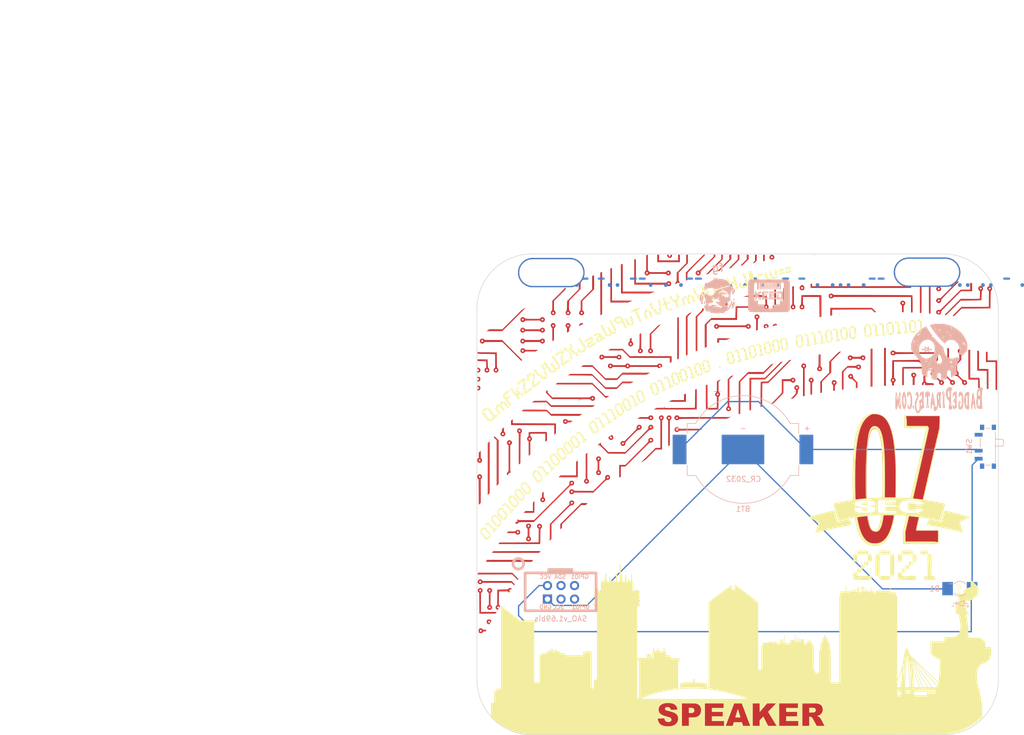
<source format=kicad_pcb>
(kicad_pcb (version 20171130) (host pcbnew "(5.1.10)-1")
  (layers (0 F.Cu signal) (31 B.Cu signal) (34 B.Paste user) (35 F.Paste user) (36 B.SilkS user) (37 F.SilkS user) (38 B.Mask user) (39 F.Mask user) (44 Edge.Cuts user))
  (net 0 "")
  (net 1 "Net-(BT1-Pad1)")
  (net 2 GND)
  (net 3 VCC)
  (net 4 "Net-(SW1-Pad1)")
  (net 5 "Net-(X1-Pad5)")
  (net 6 "Net-(X1-Pad6)")
  (net 7 "Net-(X1-Pad3)")
  (net 8 "Net-(X1-Pad4)")
  (module BadgePiratesLogos:F.Mask_Flame (layer F.Cu) (at 177.2 109.175)
    (fp_text reference G*** hide)
    (fp_text value LOGO hide)
  )
  (module Version3:F.Cu_g5405 (layer F.Cu) (at 134.65 86.95)
    (fp_text reference G*** hide)
    (fp_text value LOGO hide)
    (fp_poly (pts (xy 15.541421 -40.490652) (xy 15.585416 -40.487184) (xy 15.587213 -40.481542) (xy 15.546847 -40.473839) (xy 15.464352 -40.464191) (xy 15.446375 -40.462388) (xy 15.361128 -40.457081) (xy 15.313402 -40.461415) (xy 15.3035 -40.470077) (xy 15.323315 -40.48155) (xy 15.377531 -40.489176) (xy 15.455195 -40.491833) (xy 15.541421 -40.490652)) (layer F.Cu) (width 0.01))
    (fp_poly (pts (xy -11.885075 -40.441899) (xy -11.90582 -40.387) (xy -11.902997 -40.351941) (xy -11.861616 -40.276746) (xy -11.800628 -40.206481) (xy -11.734599 -40.15729) (xy -11.722008 -40.151375) (xy -11.680984 -40.137098) (xy -11.651449 -40.140564) (xy -11.619311 -40.167261) (xy -11.58645 -40.204178) (xy -11.525229 -40.293547) (xy -11.500385 -40.375929) (xy -11.513249 -40.446784) (xy -11.514535 -40.449255) (xy -11.52504 -40.472645) (xy -11.519802 -40.485436) (xy -11.491075 -40.490093) (xy -11.431111 -40.489082) (xy -11.394236 -40.487538) (xy -11.250083 -40.48125) (xy -11.243177 -40.386) (xy -11.252412 -40.248905) (xy -11.29786 -40.127879) (xy -11.37492 -40.027754) (xy -11.478988 -39.953364) (xy -11.605463 -39.90954) (xy -11.706314 -39.899631) (xy -11.793504 -39.905547) (xy -11.864879 -39.9289) (xy -11.920685 -39.960559) (xy -12.010632 -40.041056) (xy -12.081541 -40.152442) (xy -12.128552 -40.285719) (xy -12.143319 -40.372944) (xy -12.155589 -40.491833) (xy -11.852357 -40.491833) (xy -11.885075 -40.441899)) (layer F.Cu) (width 0.01))
    (fp_poly (pts (xy 7.807871 -40.374264) (xy 7.89198 -40.265782) (xy 7.939953 -40.159324) (xy 7.955826 -40.043558) (xy 7.952092 -39.969402) (xy 7.926692 -39.840841) (xy 7.877992 -39.743215) (xy 7.802307 -39.669941) (xy 7.774412 -39.652088) (xy 7.671341 -39.610422) (xy 7.548539 -39.588686) (xy 7.42404 -39.588483) (xy 7.315989 -39.611376) (xy 7.200161 -39.675088) (xy 7.115131 -39.766468) (xy 7.063712 -39.88142) (xy 7.0485 -40.000733) (xy 7.05913 -40.07122) (xy 7.296267 -40.07122) (xy 7.297741 -40.007644) (xy 7.300659 -39.999258) (xy 7.327104 -39.952498) (xy 7.369938 -39.89757) (xy 7.418924 -39.845437) (xy 7.463819 -39.807064) (xy 7.492993 -39.793333) (xy 7.521165 -39.807379) (xy 7.567354 -39.843876) (xy 7.612202 -39.885798) (xy 7.67872 -39.965855) (xy 7.705659 -40.035663) (xy 7.693389 -40.098974) (xy 7.642283 -40.159539) (xy 7.639543 -40.161868) (xy 7.586095 -40.200119) (xy 7.537611 -40.213219) (xy 7.47962 -40.202061) (xy 7.415333 -40.175668) (xy 7.335206 -40.12683) (xy 7.296267 -40.07122) (xy 7.05913 -40.07122) (xy 7.066205 -40.118126) (xy 7.120441 -40.241239) (xy 7.212891 -40.373742) (xy 7.227607 -40.391614) (xy 7.311465 -40.491833) (xy 7.700419 -40.491833) (xy 7.807871 -40.374264)) (layer F.Cu) (width 0.01))
    (fp_poly (pts (xy 6.1595 -39.34964) (xy 6.111875 -39.338353) (xy 6.062148 -39.327747) (xy 5.992853 -39.314291) (xy 5.963709 -39.308933) (xy 5.863167 -39.290799) (xy 5.863167 -40.491833) (xy 6.1595 -40.491833) (xy 6.1595 -39.34964)) (layer F.Cu) (width 0.01))
    (fp_poly (pts (xy -13.68425 -39.444083) (xy -10.0965 -39.433261) (xy -10.0965 -40.491833) (xy -9.779 -40.491833) (xy -9.779 -39.094833) (xy -14.012333 -39.094833) (xy -14.012566 -39.713958) (xy -14.013068 -39.875814) (xy -14.014372 -40.027399) (xy -14.01636 -40.162541) (xy -14.018913 -40.275066) (xy -14.021915 -40.358801) (xy -14.025245 -40.407573) (xy -14.025919 -40.412458) (xy -14.039039 -40.491833) (xy -13.861644 -40.491842) (xy -13.68425 -40.49185) (xy -13.68425 -39.444083)) (layer F.Cu) (width 0.01))
    (fp_poly (pts (xy 4.65012 -39.926705) (xy 4.636816 -39.361576) (xy 4.453619 -39.177526) (xy 4.375135 -39.099631) (xy 4.317382 -39.046419) (xy 4.271701 -39.012103) (xy 4.229431 -38.9909) (xy 4.181911 -38.977025) (xy 4.140752 -38.968549) (xy 4.062185 -38.953223) (xy 3.993223 -38.939393) (xy 3.958167 -38.932061) (xy 3.943991 -38.934559) (xy 3.951939 -38.954665) (xy 3.984273 -38.995254) (xy 4.043257 -39.059199) (xy 4.122209 -39.14032) (xy 4.339167 -39.360139) (xy 4.339167 -40.491833) (xy 4.663425 -40.491833) (xy 4.65012 -39.926705)) (layer F.Cu) (width 0.01))
    (fp_poly (pts (xy 3.132667 -39.655456) (xy 2.566459 -39.090048) (xy 2.00025 -38.524641) (xy 1.852084 -38.49125) (xy 1.772959 -38.473057) (xy 1.706692 -38.457175) (xy 1.667358 -38.446979) (xy 1.666875 -38.446836) (xy 1.636129 -38.445433) (xy 1.629834 -38.453259) (xy 1.644316 -38.471598) (xy 1.685609 -38.516438) (xy 1.750483 -38.584453) (xy 1.835707 -38.672317) (xy 1.938051 -38.776705) (xy 2.054284 -38.894291) (xy 2.181176 -39.02175) (xy 2.211917 -39.0525) (xy 2.794 -39.634295) (xy 2.794 -40.491833) (xy 3.132667 -40.491833) (xy 3.132667 -39.655456)) (layer F.Cu) (width 0.01))
    (fp_poly (pts (xy 1.397 -39.592038) (xy 0.608542 -38.806285) (xy -0.179916 -38.020533) (xy -0.364359 -37.9756) (xy -0.448119 -37.955611) (xy -0.515978 -37.940194) (xy -0.557644 -37.931653) (xy -0.565086 -37.930666) (xy -0.553611 -37.945166) (xy -0.514766 -37.986887) (xy -0.451161 -38.053165) (xy -0.365408 -38.141334) (xy -0.260115 -38.248729) (xy -0.137895 -38.372684) (xy -0.001358 -38.510535) (xy 0.146885 -38.659616) (xy 0.259648 -38.772657) (xy 1.100667 -39.614647) (xy 1.100667 -40.491833) (xy 1.397 -40.491833) (xy 1.397 -39.592038)) (layer F.Cu) (width 0.01))
    (fp_poly (pts (xy -0.127 -39.676764) (xy -1.222629 -38.581287) (xy -2.318258 -37.485809) (xy -2.515323 -37.433071) (xy -2.60143 -37.410401) (xy -2.671644 -37.392613) (xy -2.716292 -37.382123) (xy -2.726661 -37.380333) (xy -2.714388 -37.394896) (xy -2.674414 -37.437049) (xy -2.609017 -37.504487) (xy -2.520469 -37.594906) (xy -2.411047 -37.706001) (xy -2.283025 -37.835469) (xy -2.138678 -37.981005) (xy -1.980281 -38.140304) (xy -1.810109 -38.311063) (xy -1.630436 -38.490976) (xy -1.613884 -38.507532) (xy -0.486833 -39.63473) (xy -0.486833 -40.491833) (xy -0.127 -40.491833) (xy -0.127 -39.676764)) (layer F.Cu) (width 0.01))
    (fp_poly (pts (xy -1.741215 -39.634583) (xy -1.826592 -39.539333) (xy -1.854429 -39.509775) (xy -1.909634 -39.452528) (xy -1.989826 -39.370024) (xy -2.092624 -39.264691) (xy -2.215646 -39.138961) (xy -2.356511 -38.995263) (xy -2.512837 -38.836027) (xy -2.682245 -38.663683) (xy -2.862352 -38.480662) (xy -3.050776 -38.289393) (xy -3.156042 -38.182626) (xy -4.400116 -36.921169) (xy -4.607766 -36.862272) (xy -4.698551 -36.836372) (xy -4.776038 -36.813987) (xy -4.829853 -36.79813) (xy -4.847166 -36.79277) (xy -4.8371 -36.805862) (xy -4.799061 -36.846853) (xy -4.735034 -36.913726) (xy -4.646999 -37.004467) (xy -4.53694 -37.117059) (xy -4.406837 -37.249487) (xy -4.258674 -37.399735) (xy -4.094433 -37.565787) (xy -3.916096 -37.745628) (xy -3.725645 -37.93724) (xy -3.525062 -38.13861) (xy -3.434291 -38.229598) (xy -1.989666 -39.677032) (xy -1.989666 -40.491833) (xy -1.710783 -40.491833) (xy -1.741215 -39.634583)) (layer F.Cu) (width 0.01))
    (fp_poly (pts (xy -3.1115 -40.142462) (xy -5.886132 -37.36975) (xy -5.872186 -37.167088) (xy -5.866692 -37.063663) (xy -5.867606 -36.991646) (xy -5.875699 -36.940488) (xy -5.891741 -36.899641) (xy -5.891743 -36.899636) (xy -5.943193 -36.827066) (xy -6.019247 -36.75219) (xy -6.109453 -36.68236) (xy -6.203359 -36.62493) (xy -6.290512 -36.587255) (xy -6.351391 -36.576255) (xy -6.399666 -36.586726) (xy -6.464295 -36.613054) (xy -6.498166 -36.630745) (xy -6.63506 -36.725778) (xy -6.733921 -36.831702) (xy -6.794025 -36.945658) (xy -6.808937 -37.031826) (xy -6.512169 -37.031826) (xy -6.495985 -36.970903) (xy -6.470116 -36.926392) (xy -6.463775 -36.920701) (xy -6.408874 -36.899875) (xy -6.336067 -36.894424) (xy -6.267149 -36.905032) (xy -6.245678 -36.913858) (xy -6.195995 -36.961816) (xy -6.172023 -37.029795) (xy -6.17305 -37.104741) (xy -6.198363 -37.1736) (xy -6.24725 -37.22332) (xy -6.262999 -37.2312) (xy -6.345747 -37.246038) (xy -6.419961 -37.225133) (xy -6.477405 -37.175073) (xy -6.509846 -37.102447) (xy -6.512169 -37.031826) (xy -6.808937 -37.031826) (xy -6.814642 -37.064789) (xy -6.795046 -37.186238) (xy -6.734509 -37.307149) (xy -6.686204 -37.36932) (xy -6.601351 -37.447622) (xy -6.504954 -37.497494) (xy -6.387151 -37.522818) (xy -6.283305 -37.528035) (xy -6.200879 -37.529327) (xy -6.143726 -37.536158) (xy -6.096225 -37.553823) (xy -6.042753 -37.58762) (xy -5.986972 -37.628496) (xy -5.951063 -37.658963) (xy -5.887788 -37.716905) (xy -5.799699 -37.799846) (xy -5.689347 -37.90531) (xy -5.559285 -38.030823) (xy -5.412065 -38.17391) (xy -5.250239 -38.332094) (xy -5.076359 -38.5029) (xy -4.892978 -38.683853) (xy -4.702646 -38.872478) (xy -4.630208 -38.944479) (xy -3.407833 -40.160465) (xy -3.407833 -40.491833) (xy -3.1115 -40.491833) (xy -3.1115 -40.142462)) (layer F.Cu) (width 0.01))
    (fp_poly (pts (xy -15.790333 -37.555601) (xy -15.601813 -37.3833) (xy -15.413293 -37.211) (xy -12.450268 -37.211) (xy -12.310965 -37.337242) (xy -12.195454 -37.434425) (xy -12.096489 -37.499243) (xy -12.007048 -37.534501) (xy -11.920113 -37.543) (xy -11.832019 -37.52846) (xy -11.749291 -37.490881) (xy -11.660997 -37.426357) (xy -11.579955 -37.346077) (xy -11.51898 -37.26123) (xy -11.512882 -37.249836) (xy -11.476272 -37.134218) (xy -11.479825 -37.014166) (xy -11.522304 -36.894083) (xy -11.602471 -36.778373) (xy -11.66234 -36.718047) (xy -11.76854 -36.637164) (xy -11.86903 -36.593817) (xy -11.968876 -36.588246) (xy -12.073145 -36.620691) (xy -12.186907 -36.691391) (xy -12.254728 -36.746128) (xy -12.320948 -36.804164) (xy -12.374726 -36.85324) (xy -12.407972 -36.885885) (xy -12.414139 -36.89332) (xy -12.438287 -36.897983) (xy -12.504342 -36.902085) (xy -12.611882 -36.90562) (xy -12.760483 -36.908583) (xy -12.949723 -36.910967) (xy -13.179179 -36.912766) (xy -13.448428 -36.913974) (xy -13.757047 -36.914586) (xy -13.93151 -36.914666) (xy -15.435689 -36.914666) (xy -15.57111 -36.787986) (xy -15.641006 -36.725604) (xy -15.70739 -36.671487) (xy -15.758649 -36.63496) (xy -15.769234 -36.628882) (xy -15.882739 -36.590607) (xy -15.999767 -36.587056) (xy -16.098126 -36.614627) (xy -16.196575 -36.681252) (xy -16.283801 -36.778672) (xy -16.351746 -36.895465) (xy -16.392348 -37.020211) (xy -16.395024 -37.035322) (xy -16.395245 -37.041136) (xy -16.107833 -37.041136) (xy -16.092135 -36.964771) (xy -16.04472 -36.916087) (xy -15.965104 -36.89467) (xy -15.935326 -36.8935) (xy -15.868599 -36.903687) (xy -15.820348 -36.940379) (xy -15.813036 -36.949271) (xy -15.775215 -37.02684) (xy -15.772929 -37.109292) (xy -15.788708 -37.145084) (xy -12.103319 -37.145084) (xy -12.101956 -37.072115) (xy -12.084796 -36.991726) (xy -12.050664 -36.93641) (xy -12.034152 -36.920657) (xy -11.969296 -36.880424) (xy -11.909092 -36.879809) (xy -11.846239 -36.919297) (xy -11.830538 -36.934205) (xy -11.780218 -37.008502) (xy -11.771323 -37.086823) (xy -11.804152 -37.165108) (xy -11.812536 -37.176395) (xy -11.853023 -37.214678) (xy -11.90496 -37.23033) (xy -11.946074 -37.232166) (xy -12.031327 -37.224332) (xy -12.081949 -37.197146) (xy -12.103319 -37.145084) (xy -15.788708 -37.145084) (xy -15.805767 -37.183778) (xy -15.821121 -37.201379) (xy -15.883097 -37.244067) (xy -15.95079 -37.248786) (xy -16.021653 -37.222366) (xy -16.071026 -37.188421) (xy -16.097538 -37.143048) (xy -16.107268 -37.073462) (xy -16.107833 -37.041136) (xy -16.395245 -37.041136) (xy -16.39901 -37.14005) (xy -16.373296 -37.237356) (xy -16.314607 -37.334831) (xy -16.221028 -37.438737) (xy -16.084274 -37.572826) (xy -16.088029 -38.983613) (xy -16.091784 -40.394401) (xy -15.988684 -40.429437) (xy -15.918604 -40.453043) (xy -15.858147 -40.473057) (xy -15.837958 -40.479579) (xy -15.790333 -40.494686) (xy -15.790333 -37.555601)) (layer F.Cu) (width 0.01))
    (fp_poly (pts (xy -6.404614 -39.089459) (xy -6.690173 -38.802262) (xy -6.947092 -38.543434) (xy -7.176771 -38.311517) (xy -7.380609 -38.105054) (xy -7.560005 -37.922586) (xy -7.71636 -37.762655) (xy -7.851073 -37.623802) (xy -7.965545 -37.504569) (xy -8.061174 -37.403499) (xy -8.13936 -37.319133) (xy -8.201504 -37.250012) (xy -8.249005 -37.194678) (xy -8.283262 -37.151674) (xy -8.305676 -37.119541) (xy -8.317646 -37.096821) (xy -8.31786 -37.096267) (xy -8.325673 -37.056832) (xy -8.334134 -36.981712) (xy -8.342879 -36.877543) (xy -8.351543 -36.75096) (xy -8.359762 -36.6086) (xy -8.367173 -36.457098) (xy -8.373411 -36.30309) (xy -8.378112 -36.153213) (xy -8.380912 -36.014102) (xy -8.381534 -35.935708) (xy -8.3831 -35.843273) (xy -8.386979 -35.768857) (xy -8.392551 -35.721115) (xy -8.397875 -35.707937) (xy -8.425914 -35.7021) (xy -8.479465 -35.687504) (xy -8.513563 -35.677419) (xy -8.613377 -35.64713) (xy -8.623818 -35.71469) (xy -8.626625 -35.752017) (xy -8.629664 -35.825996) (xy -8.632793 -35.930948) (xy -8.63587 -36.061191) (xy -8.638755 -36.211046) (xy -8.641306 -36.374834) (xy -8.642444 -36.462902) (xy -8.650629 -37.143553) (xy -5.302151 -40.491833) (xy -5.009311 -40.491833) (xy -6.404614 -39.089459)) (layer F.Cu) (width 0.01))
    (fp_poly (pts (xy -8.276166 -38.90071) (xy -10.014126 -37.136916) (xy -10.007688 -36.374916) (xy -10.00599 -36.169672) (xy -10.004212 -36.00201) (xy -10.001611 -35.867186) (xy -9.997444 -35.760453) (xy -9.990967 -35.677066) (xy -9.981437 -35.61228) (xy -9.96811 -35.561349) (xy -9.950242 -35.519528) (xy -9.927092 -35.482071) (xy -9.897914 -35.444233) (xy -9.861966 -35.401268) (xy -9.853591 -35.391274) (xy -9.813035 -35.337678) (xy -9.788478 -35.295251) (xy -9.784738 -35.278203) (xy -9.807366 -35.259791) (xy -9.85792 -35.235549) (xy -9.903366 -35.218447) (xy -9.970067 -35.198005) (xy -10.021632 -35.191334) (xy -10.07782 -35.197972) (xy -10.140614 -35.212868) (xy -10.235355 -35.23235) (xy -10.298771 -35.2316) (xy -10.337815 -35.20846) (xy -10.359444 -35.160771) (xy -10.363124 -35.143817) (xy -10.387408 -35.085848) (xy -10.439117 -35.042473) (xy -10.523977 -35.009896) (xy -10.587345 -34.995106) (xy -10.652607 -34.982053) (xy -10.637121 -35.085322) (xy -10.593146 -35.239108) (xy -10.511158 -35.379761) (xy -10.492073 -35.403715) (xy -10.458541 -35.444103) (xy -10.431281 -35.480051) (xy -10.409644 -35.516292) (xy -10.39298 -35.557555) (xy -10.380641 -35.608573) (xy -10.371978 -35.674075) (xy -10.366341 -35.758794) (xy -10.363082 -35.86746) (xy -10.361552 -36.004805) (xy -10.361102 -36.175558) (xy -10.361083 -36.358612) (xy -10.361083 -37.104308) (xy -9.466791 -38.013171) (xy -8.5725 -38.922034) (xy -8.5725 -40.491833) (xy -8.276166 -40.491833) (xy -8.276166 -38.90071)) (layer F.Cu) (width 0.01))
    (fp_poly (pts (xy 40.71346 -35.634738) (xy 40.813078 -35.626798) (xy 40.880614 -35.617709) (xy 40.926288 -35.604801) (xy 40.960325 -35.585401) (xy 40.985897 -35.563551) (xy 41.062166 -35.470393) (xy 41.119242 -35.35791) (xy 41.15303 -35.238591) (xy 41.159433 -35.124924) (xy 41.148941 -35.066356) (xy 41.109715 -34.976493) (xy 41.045879 -34.900419) (xy 40.950915 -34.831719) (xy 40.862847 -34.784785) (xy 40.772028 -34.743257) (xy 40.70524 -34.721903) (xy 40.649701 -34.720005) (xy 40.592624 -34.736843) (xy 40.531815 -34.766147) (xy 40.43783 -34.829306) (xy 40.348272 -34.914241) (xy 40.27368 -35.008981) (xy 40.224593 -35.101556) (xy 40.217489 -35.123146) (xy 40.209623 -35.170045) (xy 40.513 -35.170045) (xy 40.528738 -35.087579) (xy 40.574018 -35.034741) (xy 40.645938 -35.014087) (xy 40.687703 -35.016169) (xy 40.750117 -35.030925) (xy 40.797205 -35.053045) (xy 40.803713 -35.058475) (xy 40.825208 -35.102716) (xy 40.834602 -35.169362) (xy 40.832338 -35.242375) (xy 40.818858 -35.305718) (xy 40.79588 -35.342466) (xy 40.729148 -35.368284) (xy 40.657819 -35.360292) (xy 40.591721 -35.324481) (xy 40.54068 -35.266841) (xy 40.514527 -35.193362) (xy 40.513 -35.170045) (xy 40.209623 -35.170045) (xy 40.203742 -35.205102) (xy 40.21361 -35.281504) (xy 40.250319 -35.360463) (xy 40.31709 -35.450091) (xy 40.371643 -35.510994) (xy 40.50117 -35.649458) (xy 40.71346 -35.634738)) (layer F.Cu) (width 0.01))
    (fp_poly (pts (xy -18.048732 -39.666794) (xy -18.046502 -39.606521) (xy -18.044385 -39.509445) (xy -18.042405 -39.378332) (xy -18.040582 -39.215949) (xy -18.038937 -39.025059) (xy -18.037492 -38.80843) (xy -18.036267 -38.568825) (xy -18.035285 -38.309012) (xy -18.034565 -38.031755) (xy -18.034131 -37.73982) (xy -18.034 -37.465) (xy -18.034 -35.2425) (xy -12.335241 -35.2425) (xy -12.210232 -35.358237) (xy -12.0877 -35.452601) (xy -11.964955 -35.510594) (xy -11.84651 -35.530414) (xy -11.790791 -35.525534) (xy -11.655761 -35.482098) (xy -11.547833 -35.407233) (xy -11.469252 -35.303777) (xy -11.422265 -35.17457) (xy -11.408833 -35.042743) (xy -11.424329 -34.918286) (xy -11.473071 -34.811185) (xy -11.558438 -34.715732) (xy -11.638295 -34.655125) (xy -11.733212 -34.598301) (xy -11.8126 -34.570996) (xy -11.890066 -34.572364) (xy -11.979217 -34.601561) (xy -12.040148 -34.630166) (xy -12.118442 -34.676022) (xy -12.190101 -34.729314) (xy -12.232031 -34.770149) (xy -12.260444 -34.803149) (xy -12.286994 -34.825345) (xy -12.321072 -34.839725) (xy -12.372069 -34.849275) (xy -12.449375 -34.856984) (xy -12.523377 -34.862821) (xy -12.572748 -34.865005) (xy -12.661705 -34.867128) (xy -12.787501 -34.869173) (xy -12.94739 -34.871122) (xy -13.138623 -34.872958) (xy -13.358454 -34.874666) (xy -13.604136 -34.876226) (xy -13.872921 -34.877623) (xy -14.162063 -34.878839) (xy -14.468815 -34.879857) (xy -14.790429 -34.88066) (xy -15.124158 -34.881232) (xy -15.467255 -34.881554) (xy -15.541625 -34.881589) (xy -18.330333 -34.882666) (xy -18.330333 -35.079823) (xy -12.056747 -35.079823) (xy -12.04068 -35.003004) (xy -11.984762 -34.929306) (xy -11.976882 -34.921776) (xy -11.914493 -34.875989) (xy -11.857625 -34.866251) (xy -11.797515 -34.893242) (xy -11.743101 -34.939879) (xy -11.68278 -35.015512) (xy -11.663443 -35.083018) (xy -11.684257 -35.140856) (xy -11.744388 -35.187486) (xy -11.843001 -35.221365) (xy -11.901308 -35.232282) (xy -12.001643 -35.247328) (xy -12.034861 -35.167824) (xy -12.056747 -35.079823) (xy -18.330333 -35.079823) (xy -18.330333 -39.598947) (xy -18.199223 -39.643223) (xy -18.129397 -39.665979) (xy -18.075708 -39.681957) (xy -18.051057 -39.6875) (xy -18.048732 -39.666794)) (layer F.Cu) (width 0.01))
    (fp_poly (pts (xy 33.423837 -36.040698) (xy 33.498789 -36.035577) (xy 33.504789 -36.034998) (xy 33.655 -36.020197) (xy 33.655 -34.268833) (xy 14.774334 -34.268833) (xy 14.774334 -35.028239) (xy 14.874875 -35.041506) (xy 14.953687 -35.052633) (xy 15.006511 -35.057077) (xy 15.038689 -35.048478) (xy 15.05556 -35.020478) (xy 15.062465 -34.966718) (xy 15.064743 -34.88084) (xy 15.066047 -34.813875) (xy 15.07201 -34.565166) (xy 19.701547 -34.565172) (xy 20.222732 -34.565253) (xy 20.778838 -34.56549) (xy 21.364431 -34.565875) (xy 21.974078 -34.566398) (xy 22.602346 -34.567052) (xy 23.243803 -34.567828) (xy 23.893014 -34.568718) (xy 24.544547 -34.569713) (xy 25.192969 -34.570806) (xy 25.832847 -34.571986) (xy 26.458748 -34.573248) (xy 27.065238 -34.57458) (xy 27.646885 -34.575977) (xy 28.198256 -34.577428) (xy 28.713918 -34.578926) (xy 28.821642 -34.57926) (xy 33.312201 -34.593343) (xy 33.319559 -35.307751) (xy 33.3217 -35.477609) (xy 33.324421 -35.633836) (xy 33.327577 -35.77143) (xy 33.331022 -35.885386) (xy 33.33461 -35.970699) (xy 33.338195 -36.022365) (xy 33.340747 -36.03598) (xy 33.367206 -36.040856) (xy 33.423837 -36.040698)) (layer F.Cu) (width 0.01))
    (fp_poly (pts (xy 13.31035 -34.80732) (xy 13.313834 -34.791183) (xy 13.329323 -34.759692) (xy 13.368961 -34.7157) (xy 13.400698 -34.687872) (xy 13.465928 -34.624803) (xy 13.526413 -34.549432) (xy 13.543573 -34.522833) (xy 13.572114 -34.468639) (xy 13.589033 -34.416709) (xy 13.597218 -34.352852) (xy 13.599558 -34.262882) (xy 13.599584 -34.247666) (xy 13.59776 -34.152553) (xy 13.590562 -34.08636) (xy 13.575393 -34.035765) (xy 13.549661 -33.987446) (xy 13.54857 -33.985686) (xy 13.477741 -33.90934) (xy 13.378112 -33.853243) (xy 13.25945 -33.820186) (xy 13.131522 -33.812962) (xy 13.011599 -33.832205) (xy 12.897706 -33.881662) (xy 12.812129 -33.960722) (xy 12.761173 -34.046583) (xy 12.731869 -34.147121) (xy 12.722632 -34.265905) (xy 12.724787 -34.288724) (xy 12.97161 -34.288724) (xy 12.976584 -34.245265) (xy 13.007807 -34.193382) (xy 13.066773 -34.125958) (xy 13.12987 -34.073452) (xy 13.188999 -34.058881) (xy 13.251506 -34.078961) (xy 13.303942 -34.128056) (xy 13.338991 -34.20105) (xy 13.349292 -34.280713) (xy 13.346737 -34.301879) (xy 13.323987 -34.356117) (xy 13.281982 -34.412372) (xy 13.232522 -34.457909) (xy 13.187406 -34.479993) (xy 13.181228 -34.4805) (xy 13.140396 -34.466202) (xy 13.086012 -34.43047) (xy 13.032031 -34.384044) (xy 12.992411 -34.337666) (xy 12.989463 -34.332918) (xy 12.97161 -34.288724) (xy 12.724787 -34.288724) (xy 12.733761 -34.383747) (xy 12.754816 -34.457907) (xy 12.786361 -34.511868) (xy 12.838942 -34.577345) (xy 12.904107 -34.646269) (xy 12.973403 -34.710571) (xy 13.038379 -34.762181) (xy 13.090583 -34.793031) (xy 13.111277 -34.798233) (xy 13.161594 -34.801831) (xy 13.226592 -34.810318) (xy 13.234459 -34.811586) (xy 13.287531 -34.816879) (xy 13.31035 -34.80732)) (layer F.Cu) (width 0.01))
    (fp_poly (pts (xy 38.752228 -35.790696) (xy 38.819444 -35.785158) (xy 38.880062 -35.779235) (xy 39.010167 -35.765636) (xy 39.010167 -34.581685) (xy 39.119354 -34.462301) (xy 39.219648 -34.336657) (xy 39.281156 -34.220507) (xy 39.305486 -34.110676) (xy 39.306035 -34.093528) (xy 39.290578 -33.990063) (xy 39.248097 -33.882952) (xy 39.186125 -33.785492) (xy 39.112192 -33.710985) (xy 39.07652 -33.688225) (xy 39.008681 -33.665696) (xy 38.915599 -33.650465) (xy 38.813969 -33.644031) (xy 38.720482 -33.647896) (xy 38.686586 -33.653171) (xy 38.591353 -33.694195) (xy 38.500562 -33.776425) (xy 38.415572 -33.898416) (xy 38.369227 -34.003359) (xy 38.360726 -34.07234) (xy 38.658567 -34.07234) (xy 38.679283 -33.989802) (xy 38.714315 -33.939986) (xy 38.756759 -33.903157) (xy 38.801631 -33.891457) (xy 38.851201 -33.895126) (xy 38.925385 -33.917088) (xy 38.972909 -33.952345) (xy 39.002882 -34.019125) (xy 39.007575 -34.103343) (xy 38.986568 -34.188173) (xy 38.9792 -34.203819) (xy 38.929143 -34.266667) (xy 38.866571 -34.28994) (xy 38.794863 -34.273301) (xy 38.730523 -34.228666) (xy 38.675832 -34.155235) (xy 38.658567 -34.07234) (xy 38.360726 -34.07234) (xy 38.356875 -34.103577) (xy 38.379814 -34.203667) (xy 38.43934 -34.308226) (xy 38.536752 -34.421848) (xy 38.573618 -34.458449) (xy 38.6715 -34.552814) (xy 38.6715 -35.172824) (xy 38.671621 -35.351092) (xy 38.672171 -35.491523) (xy 38.673437 -35.598615) (xy 38.675703 -35.676862) (xy 38.679252 -35.730763) (xy 38.68437 -35.764813) (xy 38.69134 -35.783508) (xy 38.700448 -35.791346) (xy 38.710729 -35.792833) (xy 38.752228 -35.790696)) (layer F.Cu) (width 0.01))
    (fp_poly (pts (xy -20.522877 -38.756592) (xy -20.521157 -38.696073) (xy -20.519515 -38.598332) (xy -20.517967 -38.465922) (xy -20.516525 -38.301399) (xy -20.515203 -38.107319) (xy -20.514017 -37.886237) (xy -20.512979 -37.640708) (xy -20.512103 -37.373286) (xy -20.511403 -37.086528) (xy -20.510894 -36.782988) (xy -20.510589 -36.465221) (xy -20.5105 -36.173833) (xy -20.5105 -33.570333) (xy -17.547166 -33.570333) (xy -17.19662 -33.570222) (xy -16.857881 -33.569897) (xy -16.533344 -33.56937) (xy -16.225404 -33.568656) (xy -15.936457 -33.567766) (xy -15.668895 -33.566713) (xy -15.425113 -33.565511) (xy -15.207507 -33.564171) (xy -15.01847 -33.562707) (xy -14.860398 -33.561133) (xy -14.735684 -33.559459) (xy -14.646724 -33.5577) (xy -14.595911 -33.555868) (xy -14.584276 -33.554458) (xy -14.603281 -33.542583) (xy -14.656213 -33.518254) (xy -14.737358 -33.483867) (xy -14.841002 -33.441818) (xy -14.961428 -33.394506) (xy -15.013285 -33.374541) (xy -15.44185 -33.2105) (xy -15.981217 -33.21569) (xy -16.079884 -33.216485) (xy -16.217057 -33.217354) (xy -16.388907 -33.218284) (xy -16.591607 -33.219258) (xy -16.821328 -33.220263) (xy -17.074242 -33.221281) (xy -17.346522 -33.222299) (xy -17.63434 -33.2233) (xy -17.933867 -33.224271) (xy -18.241276 -33.225195) (xy -18.552739 -33.226058) (xy -18.674291 -33.226374) (xy -20.828 -33.231867) (xy -20.828 -34.614693) (xy -20.82826 -34.907039) (xy -20.829006 -35.229406) (xy -20.830189 -35.57192) (xy -20.831758 -35.924704) (xy -20.833663 -36.27788) (xy -20.835854 -36.621572) (xy -20.838281 -36.945904) (xy -20.840893 -37.240999) (xy -20.841776 -37.329218) (xy -20.855553 -38.660916) (xy -20.69719 -38.719125) (xy -20.621271 -38.746418) (xy -20.56126 -38.766852) (xy -20.527698 -38.776872) (xy -20.524663 -38.777333) (xy -20.522877 -38.756592)) (layer F.Cu) (width 0.01))
    (fp_poly (pts (xy -22.543279 -37.985443) (xy -22.539943 -37.958178) (xy -22.536934 -37.910736) (xy -22.534239 -37.841478) (xy -22.531843 -37.748765) (xy -22.529733 -37.63096) (xy -22.527896 -37.486425) (xy -22.526317 -37.313521) (xy -22.524983 -37.11061) (xy -22.52388 -36.876054) (xy -22.522995 -36.608216) (xy -22.522313 -36.305457) (xy -22.521821 -35.966139) (xy -22.521506 -35.588624) (xy -22.521353 -35.171274) (xy -22.521333 -34.935697) (xy -22.521333 -31.877227) (xy -20.632208 -31.871822) (xy -18.743083 -31.866416) (xy -19.505083 -31.52775) (xy -21.161375 -31.52208) (xy -22.817666 -31.516411) (xy -22.817666 -37.899132) (xy -22.695123 -37.946649) (xy -22.62638 -37.97179) (xy -22.571811 -37.989015) (xy -22.546956 -37.994166) (xy -22.543279 -37.985443)) (layer F.Cu) (width 0.01))
    (fp_poly (pts (xy 42.479705 -35.46493) (xy 42.552593 -35.455523) (xy 42.604497 -35.444804) (xy 42.625463 -35.434901) (xy 42.625389 -35.433765) (xy 42.609354 -35.416052) (xy 42.566134 -35.371985) (xy 42.498903 -35.304709) (xy 42.410839 -35.217368) (xy 42.305117 -35.113108) (xy 42.184916 -34.995073) (xy 42.05341 -34.866409) (xy 41.980974 -34.795723) (xy 41.836525 -34.65425) (xy 41.677262 -34.497129) (xy 41.506093 -34.327306) (xy 41.325926 -34.147729) (xy 41.139668 -33.961345) (xy 40.950227 -33.771099) (xy 40.760513 -33.57994) (xy 40.573432 -33.390814) (xy 40.391893 -33.206667) (xy 40.218804 -33.030448) (xy 40.057073 -32.865102) (xy 39.909608 -32.713577) (xy 39.779316 -32.57882) (xy 39.669107 -32.463777) (xy 39.581888 -32.371395) (xy 39.520567 -32.304621) (xy 39.502949 -32.28459) (xy 39.424853 -32.191066) (xy 39.371089 -32.117533) (xy 39.336553 -32.053562) (xy 39.316138 -31.988722) (xy 39.304739 -31.912583) (xy 39.301243 -31.872534) (xy 39.278047 -31.732653) (xy 39.230248 -31.622508) (xy 39.154361 -31.535147) (xy 39.118073 -31.506927) (xy 39.060671 -31.471297) (xy 39.003888 -31.450556) (xy 38.930993 -31.439816) (xy 38.876541 -31.436329) (xy 38.789532 -31.434389) (xy 38.726033 -31.441295) (xy 38.667536 -31.460733) (xy 38.608 -31.489821) (xy 38.524286 -31.542311) (xy 38.461785 -31.606258) (xy 38.421312 -31.666253) (xy 38.381533 -31.737046) (xy 38.361752 -31.793014) (xy 38.356841 -31.853403) (xy 38.358455 -31.889529) (xy 38.6715 -31.889529) (xy 38.688437 -31.806714) (xy 38.733061 -31.745655) (xy 38.796098 -31.710703) (xy 38.86827 -31.706207) (xy 38.940299 -31.736519) (xy 38.961178 -31.753689) (xy 39.003649 -31.819171) (xy 39.013392 -31.895172) (xy 38.992144 -31.968477) (xy 38.941645 -32.025872) (xy 38.923986 -32.036533) (xy 38.833824 -32.066895) (xy 38.759562 -32.059643) (xy 38.705475 -32.017264) (xy 38.675835 -31.942246) (xy 38.6715 -31.889529) (xy 38.358455 -31.889529) (xy 38.358943 -31.900424) (xy 38.387388 -32.025535) (xy 38.451123 -32.139961) (xy 38.543104 -32.233133) (xy 38.607808 -32.273875) (xy 38.656689 -32.295696) (xy 38.707309 -32.309753) (xy 38.770717 -32.317652) (xy 38.857966 -32.321001) (xy 38.935224 -32.3215) (xy 39.168812 -32.3215) (xy 42.327716 -35.480194) (xy 42.479705 -35.46493)) (layer F.Cu) (width 0.01))
    (fp_poly (pts (xy 9.948334 -31.173254) (xy 10.04105 -31.091642) (xy 10.137477 -30.986341) (xy 10.198826 -30.867803) (xy 10.228533 -30.728094) (xy 10.23258 -30.649333) (xy 10.224176 -30.520343) (xy 10.194047 -30.422319) (xy 10.138993 -30.348159) (xy 10.07593 -30.301871) (xy 10.008014 -30.276586) (xy 9.91347 -30.259333) (xy 9.806908 -30.250876) (xy 9.702936 -30.251981) (xy 9.616165 -30.263412) (xy 9.577917 -30.275786) (xy 9.480477 -30.343467) (xy 9.409436 -30.441445) (xy 9.367316 -30.565056) (xy 9.35616 -30.685403) (xy 9.631812 -30.685403) (xy 9.642036 -30.60892) (xy 9.682394 -30.535782) (xy 9.692242 -30.524572) (xy 9.756532 -30.473122) (xy 9.816595 -30.463163) (xy 9.875706 -30.494521) (xy 9.895462 -30.513799) (xy 9.938404 -30.574033) (xy 9.97068 -30.642331) (xy 9.970915 -30.643036) (xy 9.980569 -30.727226) (xy 9.950431 -30.797621) (xy 9.881371 -30.852205) (xy 9.880473 -30.852671) (xy 9.805267 -30.873174) (xy 9.738449 -30.859118) (xy 9.684367 -30.818083) (xy 9.647372 -30.757652) (xy 9.631812 -30.685403) (xy 9.35616 -30.685403) (xy 9.356132 -30.685695) (xy 9.371439 -30.818773) (xy 9.419066 -30.93299) (xy 9.503223 -31.037051) (xy 9.544316 -31.074596) (xy 9.653379 -31.167916) (xy 9.650563 -32.689885) (xy 9.650126 -32.98754) (xy 9.650024 -33.24552) (xy 9.650301 -33.466485) (xy 9.651002 -33.653093) (xy 9.65217 -33.808) (xy 9.653852 -33.933867) (xy 9.656091 -34.03335) (xy 9.658931 -34.109109) (xy 9.662418 -34.163802) (xy 9.666596 -34.200086) (xy 9.671509 -34.22062) (xy 9.676332 -34.227695) (xy 9.712122 -34.238882) (xy 9.774337 -34.251061) (xy 9.826625 -34.258624) (xy 9.948334 -34.273711) (xy 9.948334 -31.173254)) (layer F.Cu) (width 0.01))
    (fp_poly (pts (xy 8.252963 -33.96274) (xy 8.258003 -33.946672) (xy 8.262303 -33.914934) (xy 8.265921 -33.86478) (xy 8.268917 -33.793463) (xy 8.271351 -33.698236) (xy 8.27328 -33.576354) (xy 8.274765 -33.425068) (xy 8.275864 -33.241633) (xy 8.276637 -33.023303) (xy 8.277143 -32.76733) (xy 8.277372 -32.561889) (xy 8.278578 -31.14675) (xy 8.385013 -31.065633) (xy 8.465467 -30.994398) (xy 8.51655 -30.920651) (xy 8.542644 -30.833474) (xy 8.548127 -30.721948) (xy 8.54538 -30.665839) (xy 8.526178 -30.521839) (xy 8.487914 -30.413355) (xy 8.42628 -30.336227) (xy 8.33697 -30.286292) (xy 8.215679 -30.25939) (xy 8.117417 -30.252276) (xy 7.997192 -30.253764) (xy 7.909975 -30.266719) (xy 7.883534 -30.275884) (xy 7.788718 -30.340948) (xy 7.718625 -30.435715) (xy 7.676648 -30.553319) (xy 7.66826 -30.660359) (xy 7.920364 -30.660359) (xy 7.938425 -30.604457) (xy 7.992875 -30.542878) (xy 8.001061 -30.53538) (xy 8.072243 -30.480992) (xy 8.130968 -30.462649) (xy 8.186058 -30.479796) (xy 8.235462 -30.520705) (xy 8.281839 -30.593145) (xy 8.295261 -30.675662) (xy 8.277612 -30.756502) (xy 8.23078 -30.823913) (xy 8.181508 -30.856879) (xy 8.125519 -30.877214) (xy 8.082373 -30.874652) (xy 8.039341 -30.844947) (xy 7.992066 -30.79369) (xy 7.938356 -30.720223) (xy 7.920364 -30.660359) (xy 7.66826 -30.660359) (xy 7.66618 -30.686896) (xy 7.667909 -30.71216) (xy 7.69844 -30.856976) (xy 7.762994 -30.978046) (xy 7.864036 -31.079844) (xy 7.875481 -31.088568) (xy 7.981907 -31.167916) (xy 7.97021 -31.78175) (xy 7.964514 -32.108559) (xy 7.960227 -32.415362) (xy 7.957334 -32.699936) (xy 7.955821 -32.960058) (xy 7.955677 -33.193504) (xy 7.956886 -33.398051) (xy 7.959437 -33.571475) (xy 7.963314 -33.711554) (xy 7.968506 -33.816065) (xy 7.974998 -33.882783) (xy 7.982777 -33.909485) (xy 7.983063 -33.909663) (xy 8.019974 -33.921562) (xy 8.081102 -33.934385) (xy 8.114831 -33.939819) (xy 8.181457 -33.950797) (xy 8.232838 -33.961647) (xy 8.247123 -33.965884) (xy 8.252963 -33.96274)) (layer F.Cu) (width 0.01))
    (fp_poly (pts (xy 11.641667 -31.179372) (xy 11.740124 -31.088977) (xy 11.837747 -30.976358) (xy 11.902588 -30.851827) (xy 11.933841 -30.722085) (xy 11.930699 -30.593835) (xy 11.892355 -30.473779) (xy 11.825865 -30.376946) (xy 11.733612 -30.304224) (xy 11.618936 -30.254918) (xy 11.494831 -30.231942) (xy 11.374292 -30.238211) (xy 11.303151 -30.259718) (xy 11.188892 -30.330449) (xy 11.105928 -30.428908) (xy 11.055589 -30.552917) (xy 11.043542 -30.654908) (xy 11.281834 -30.654908) (xy 11.298248 -30.613983) (xy 11.33958 -30.563009) (xy 11.393965 -30.512891) (xy 11.449536 -30.474534) (xy 11.494428 -30.458841) (xy 11.495189 -30.458833) (xy 11.537556 -30.473174) (xy 11.588243 -30.508807) (xy 11.600962 -30.520705) (xy 11.653101 -30.59871) (xy 11.666266 -30.683531) (xy 11.640572 -30.766368) (xy 11.597095 -30.820758) (xy 11.531962 -30.868675) (xy 11.474066 -30.879015) (xy 11.416393 -30.850878) (xy 11.357334 -30.790028) (xy 11.315262 -30.731343) (xy 11.287853 -30.679026) (xy 11.281834 -30.654908) (xy 11.043542 -30.654908) (xy 11.0392 -30.691666) (xy 11.055937 -30.83046) (xy 11.109157 -30.950549) (xy 11.200818 -31.055677) (xy 11.250713 -31.095876) (xy 11.348616 -31.167916) (xy 11.334749 -32.842407) (xy 11.320882 -34.516897) (xy 11.412483 -34.531016) (xy 11.488761 -34.543201) (xy 11.56076 -34.555357) (xy 11.572875 -34.557506) (xy 11.641667 -34.569878) (xy 11.641667 -31.179372)) (layer F.Cu) (width 0.01))
    (fp_poly (pts (xy -0.887589 -31.783588) (xy -0.88204 -31.755999) (xy -0.877554 -31.706192) (xy -0.874041 -31.631082) (xy -0.87141 -31.527583) (xy -0.86957 -31.39261) (xy -0.868429 -31.223076) (xy -0.867899 -31.015895) (xy -0.867833 -30.89275) (xy -0.867833 -29.993166) (xy -1.561041 -29.998211) (xy -1.751823 -29.999587) (xy -1.97401 -30.001169) (xy -2.216679 -30.002881) (xy -2.468902 -30.004645) (xy -2.719753 -30.006386) (xy -2.958308 -30.008027) (xy -3.106208 -30.009035) (xy -3.958166 -30.014813) (xy -3.958166 -30.880466) (xy -3.818354 -30.923649) (xy -3.743626 -30.945472) (xy -3.682684 -30.960998) (xy -3.64902 -30.966833) (xy -3.637656 -30.959644) (xy -3.629509 -30.934464) (xy -3.624105 -30.885872) (xy -3.620973 -30.808448) (xy -3.61964 -30.696771) (xy -3.6195 -30.628166) (xy -3.6195 -30.2895) (xy -2.619375 -30.289876) (xy -2.323388 -30.290581) (xy -2.067599 -30.29252) (xy -1.84989 -30.29579) (xy -1.668141 -30.300486) (xy -1.520232 -30.306704) (xy -1.404045 -30.314539) (xy -1.31746 -30.324088) (xy -1.258358 -30.335446) (xy -1.22462 -30.348708) (xy -1.219106 -30.353093) (xy -1.211212 -30.382486) (xy -1.2041 -30.453903) (xy -1.197785 -30.567039) (xy -1.192282 -30.721592) (xy -1.187607 -30.917259) (xy -1.185333 -31.046039) (xy -1.17475 -31.715796) (xy -1.04775 -31.753777) (xy -0.976724 -31.773863) (xy -0.920279 -31.787739) (xy -0.894291 -31.792046) (xy -0.887589 -31.783588)) (layer F.Cu) (width 0.01))
    (fp_poly (pts (xy 32.207316 -31.857033) (xy 32.32699 -31.801372) (xy 32.432767 -31.716378) (xy 32.515279 -31.608414) (xy 32.535225 -31.570083) (xy 32.569022 -31.465254) (xy 32.56965 -31.362289) (xy 32.535653 -31.256372) (xy 32.465571 -31.142686) (xy 32.372175 -31.031618) (xy 32.247417 -30.896901) (xy 32.234415 -29.696833) (xy 32.166833 -29.700391) (xy 32.097077 -29.705239) (xy 32.022009 -29.71203) (xy 32.019875 -29.712252) (xy 31.9405 -29.720555) (xy 31.9405 -30.910632) (xy 31.833866 -31.033233) (xy 31.729489 -31.164183) (xy 31.660549 -31.278645) (xy 31.625919 -31.381466) (xy 31.625548 -31.406069) (xy 31.921593 -31.406069) (xy 31.929089 -31.327437) (xy 31.972265 -31.265933) (xy 32.025167 -31.235064) (xy 32.092283 -31.22832) (xy 32.166297 -31.249266) (xy 32.22804 -31.292235) (xy 32.231542 -31.296074) (xy 32.268979 -31.363874) (xy 32.276735 -31.438644) (xy 32.258408 -31.50975) (xy 32.217596 -31.566559) (xy 32.157899 -31.598437) (xy 32.128072 -31.601833) (xy 32.041013 -31.586515) (xy 31.977835 -31.537911) (xy 31.951303 -31.496423) (xy 31.921593 -31.406069) (xy 31.625548 -31.406069) (xy 31.62447 -31.477489) (xy 31.655075 -31.571561) (xy 31.693397 -31.636564) (xy 31.774425 -31.729959) (xy 31.873293 -31.805834) (xy 31.978629 -31.857175) (xy 32.07906 -31.876964) (xy 32.083119 -31.877) (xy 32.207316 -31.857033)) (layer F.Cu) (width 0.01))
    (fp_poly (pts (xy 18.762526 -33.193473) (xy 18.835657 -33.162421) (xy 18.912203 -33.103113) (xy 18.965529 -33.051551) (xy 19.080304 -32.935333) (xy 22.39361 -32.934302) (xy 22.811714 -32.934071) (xy 23.244749 -32.933642) (xy 23.690826 -32.933023) (xy 24.148056 -32.932224) (xy 24.61455 -32.931254) (xy 25.088421 -32.930123) (xy 25.56778 -32.928841) (xy 26.050737 -32.927417) (xy 26.535404 -32.92586) (xy 27.019894 -32.924181) (xy 27.502316 -32.922387) (xy 27.980782 -32.92049) (xy 28.453405 -32.918499) (xy 28.918295 -32.916423) (xy 29.373563 -32.914271) (xy 29.817321 -32.912054) (xy 30.247681 -32.90978) (xy 30.662753 -32.90746) (xy 31.06065 -32.905102) (xy 31.439482 -32.902717) (xy 31.797361 -32.900313) (xy 32.132398 -32.897901) (xy 32.442705 -32.89549) (xy 32.726393 -32.893089) (xy 32.981574 -32.890707) (xy 33.206358 -32.888355) (xy 33.398857 -32.886043) (xy 33.557183 -32.883778) (xy 33.679448 -32.881572) (xy 33.763761 -32.879433) (xy 33.808235 -32.877371) (xy 33.81375 -32.876727) (xy 33.898417 -32.860591) (xy 33.914049 -32.19417) (xy 33.917437 -32.020036) (xy 33.920308 -31.812945) (xy 33.922601 -31.582272) (xy 33.924255 -31.337392) (xy 33.925208 -31.08768) (xy 33.925397 -30.842509) (xy 33.924762 -30.611255) (xy 33.924633 -30.585833) (xy 33.919584 -29.643916) (xy 33.633834 -29.656434) (xy 33.633834 -32.5755) (xy 19.132133 -32.5755) (xy 19.020753 -32.470162) (xy 18.922799 -32.387312) (xy 18.831301 -32.335338) (xy 18.731775 -32.30832) (xy 18.609738 -32.30034) (xy 18.605129 -32.300333) (xy 18.491245 -32.306627) (xy 18.407236 -32.328869) (xy 18.342072 -32.3721) (xy 18.284723 -32.441363) (xy 18.279478 -32.449182) (xy 18.203714 -32.592124) (xy 18.16785 -32.727992) (xy 18.167873 -32.729081) (xy 18.450697 -32.729081) (xy 18.462592 -32.656308) (xy 18.512849 -32.596615) (xy 18.524207 -32.588219) (xy 18.59507 -32.55764) (xy 18.66602 -32.567599) (xy 18.730876 -32.609131) (xy 18.784289 -32.677643) (xy 18.798687 -32.755937) (xy 18.773982 -32.837149) (xy 18.734591 -32.890761) (xy 18.667349 -32.942751) (xy 18.603243 -32.952898) (xy 18.543943 -32.921665) (xy 18.491118 -32.849516) (xy 18.476333 -32.818947) (xy 18.450697 -32.729081) (xy 18.167873 -32.729081) (xy 18.170502 -32.853343) (xy 18.210286 -32.964735) (xy 18.285815 -33.058724) (xy 18.395707 -33.131868) (xy 18.538575 -33.180724) (xy 18.576767 -33.188305) (xy 18.680375 -33.200643) (xy 18.762526 -33.193473)) (layer F.Cu) (width 0.01))
    (fp_poly (pts (xy 35.408168 -35.972561) (xy 35.470739 -35.968219) (xy 35.602334 -35.956287) (xy 35.602334 -32.752477) (xy 35.602316 -32.321617) (xy 35.602247 -31.931116) (xy 35.602104 -31.578999) (xy 35.601865 -31.263292) (xy 35.601506 -30.982021) (xy 35.601004 -30.73321) (xy 35.600338 -30.514886) (xy 35.599483 -30.325073) (xy 35.598417 -30.161798) (xy 35.597117 -30.023085) (xy 35.595561 -29.906961) (xy 35.593725 -29.811451) (xy 35.591587 -29.73458) (xy 35.589123 -29.674373) (xy 35.586312 -29.628858) (xy 35.583129 -29.596057) (xy 35.579552 -29.573998) (xy 35.575559 -29.560706) (xy 35.571126 -29.554207) (xy 35.566231 -29.552525) (xy 35.565292 -29.552582) (xy 35.523415 -29.556276) (xy 35.457747 -29.561348) (xy 35.417125 -29.564271) (xy 35.306 -29.572045) (xy 35.306 -32.765857) (xy 35.306108 -33.130194) (xy 35.306424 -33.482936) (xy 35.306935 -33.821766) (xy 35.307631 -34.144367) (xy 35.308498 -34.448423) (xy 35.309525 -34.731616) (xy 35.310701 -34.991629) (xy 35.312012 -35.226147) (xy 35.313447 -35.432851) (xy 35.314994 -35.609426) (xy 35.316641 -35.753554) (xy 35.318376 -35.862918) (xy 35.320187 -35.935202) (xy 35.322062 -35.968089) (xy 35.322572 -35.96991) (xy 35.350948 -35.973497) (xy 35.408168 -35.972561)) (layer F.Cu) (width 0.01))
    (fp_poly (pts (xy 37.101094 -35.895787) (xy 37.171382 -35.888564) (xy 37.197463 -35.885206) (xy 37.295667 -35.871746) (xy 37.295667 -29.442833) (xy 37.161611 -29.442833) (xy 37.089758 -29.444909) (xy 37.035864 -29.450319) (xy 37.013445 -29.456944) (xy 37.01184 -29.479352) (xy 37.010287 -29.541781) (xy 37.008795 -29.641916) (xy 37.007375 -29.777444) (xy 37.006037 -29.946053) (xy 37.00479 -30.145429) (xy 37.003646 -30.373258) (xy 37.002614 -30.627228) (xy 37.001704 -30.905025) (xy 37.000927 -31.204336) (xy 37.000292 -31.522848) (xy 36.999809 -31.858247) (xy 36.999489 -32.20822) (xy 36.999342 -32.570454) (xy 36.999334 -32.684861) (xy 36.999334 -35.898666) (xy 37.049296 -35.898666) (xy 37.101094 -35.895787)) (layer F.Cu) (width 0.01))
    (fp_poly (pts (xy 44.878625 -35.187676) (xy 44.957146 -35.177048) (xy 45.02467 -35.164507) (xy 45.058813 -35.155295) (xy 45.106709 -35.137508) (xy 45.101146 -34.390962) (xy 45.095584 -33.644416) (xy 44.046825 -33.63893) (xy 42.998067 -33.633443) (xy 41.357316 -31.98793) (xy 41.067082 -31.696681) (xy 40.805433 -31.433724) (xy 40.570901 -31.197539) (xy 40.362014 -30.986606) (xy 40.177303 -30.799404) (xy 40.015299 -30.634415) (xy 39.87453 -30.490117) (xy 39.753527 -30.36499) (xy 39.650821 -30.257514) (xy 39.564942 -30.166169) (xy 39.494419 -30.089436) (xy 39.437782 -30.025792) (xy 39.393563 -29.97372) (xy 39.36029 -29.931698) (xy 39.336494 -29.898206) (xy 39.336121 -29.897638) (xy 39.307176 -29.823324) (xy 39.294164 -29.71606) (xy 39.293947 -29.709536) (xy 39.277662 -29.572232) (xy 39.234303 -29.457383) (xy 39.158789 -29.351335) (xy 39.13086 -29.32007) (xy 39.105832 -29.298114) (xy 39.076505 -29.284643) (xy 39.035679 -29.278834) (xy 38.976155 -29.279866) (xy 38.890734 -29.286914) (xy 38.772216 -29.299156) (xy 38.735908 -29.303002) (xy 38.514565 -29.326416) (xy 38.457242 -29.410993) (xy 38.390111 -29.536591) (xy 38.358171 -29.660179) (xy 38.35889 -29.679883) (xy 38.652172 -29.679883) (xy 38.678938 -29.59715) (xy 38.681294 -29.592527) (xy 38.713272 -29.550323) (xy 38.762402 -29.503967) (xy 38.814872 -29.464791) (xy 38.856869 -29.444127) (xy 38.863332 -29.44319) (xy 38.884097 -29.45682) (xy 38.921357 -29.491269) (xy 38.934542 -29.504724) (xy 38.986282 -29.584583) (xy 39.004574 -29.661865) (xy 39.007741 -29.7269) (xy 38.994872 -29.770475) (xy 38.960784 -29.811641) (xy 38.890098 -29.857254) (xy 38.812993 -29.861859) (xy 38.733541 -29.82546) (xy 38.715458 -29.811368) (xy 38.664047 -29.74938) (xy 38.652172 -29.679883) (xy 38.35889 -29.679883) (xy 38.362384 -29.775537) (xy 38.38903 -29.851343) (xy 38.441923 -29.944557) (xy 38.495077 -30.012431) (xy 38.556793 -30.059483) (xy 38.635375 -30.09023) (xy 38.739129 -30.109188) (xy 38.876356 -30.120876) (xy 38.885527 -30.121426) (xy 38.985893 -30.128733) (xy 39.072552 -30.13759) (xy 39.135655 -30.146828) (xy 39.164188 -30.154516) (xy 39.183045 -30.17151) (xy 39.230058 -30.216579) (xy 39.303395 -30.287915) (xy 39.401228 -30.383711) (xy 39.521724 -30.502159) (xy 39.663055 -30.641452) (xy 39.823388 -30.799782) (xy 40.000895 -30.975342) (xy 40.193745 -31.166324) (xy 40.400106 -31.37092) (xy 40.61815 -31.587323) (xy 40.846044 -31.813725) (xy 41.08196 -32.048319) (xy 41.085283 -32.051625) (xy 42.973494 -33.930166) (xy 44.746334 -33.930166) (xy 44.746334 -35.202269) (xy 44.878625 -35.187676)) (layer F.Cu) (width 0.01))
    (fp_poly (pts (xy 20.308405 -29.2719) (xy 20.334796 -29.26736) (xy 20.319581 -29.26027) (xy 20.263057 -29.251017) (xy 20.218776 -29.245632) (xy 20.153255 -29.241331) (xy 20.120977 -29.246333) (xy 20.119483 -29.25325) (xy 20.146173 -29.264825) (xy 20.200629 -29.272155) (xy 20.24011 -29.2735) (xy 20.308405 -29.2719)) (layer F.Cu) (width 0.01))
    (fp_poly (pts (xy 46.841899 -34.594626) (xy 46.937977 -34.551746) (xy 47.00846 -34.495077) (xy 47.096249 -34.384673) (xy 47.146192 -34.255319) (xy 47.158869 -34.137919) (xy 47.15387 -34.037984) (xy 47.13393 -33.958042) (xy 47.092969 -33.88214) (xy 47.030433 -33.800897) (xy 46.980564 -33.734146) (xy 46.940681 -33.667947) (xy 46.923927 -33.629438) (xy 46.918551 -33.592821) (xy 46.912565 -33.519062) (xy 46.906222 -33.413345) (xy 46.899771 -33.280853) (xy 46.893466 -33.12677) (xy 46.887555 -32.956279) (xy 46.882292 -32.774563) (xy 46.882069 -32.766) (xy 46.877234 -32.586309) (xy 46.872401 -32.419684) (xy 46.867737 -32.270924) (xy 46.863407 -32.144832) (xy 46.859578 -32.046208) (xy 46.856414 -31.979853) (xy 46.854081 -31.950568) (xy 46.853911 -31.949894) (xy 46.833624 -31.945304) (xy 46.77554 -31.940685) (xy 46.679155 -31.936027) (xy 46.543961 -31.931316) (xy 46.369453 -31.92654) (xy 46.155125 -31.921686) (xy 45.900472 -31.916741) (xy 45.604987 -31.911694) (xy 45.268165 -31.906531) (xy 44.902031 -31.901409) (xy 42.95775 -31.875279) (xy 41.59244 -30.510889) (xy 41.392517 -30.311481) (xy 41.200722 -30.120918) (xy 41.019211 -29.9413) (xy 40.850138 -29.774726) (xy 40.695658 -29.623294) (xy 40.557927 -29.489104) (xy 40.4391 -29.374256) (xy 40.341332 -29.280847) (xy 40.266777 -29.210978) (xy 40.217592 -29.166748) (xy 40.195932 -29.150255) (xy 40.19544 -29.150198) (xy 40.155653 -29.154224) (xy 40.093554 -29.159924) (xy 40.0685 -29.162117) (xy 40.007424 -29.17039) (xy 39.965156 -29.181601) (xy 39.956999 -29.186312) (xy 39.969405 -29.203137) (xy 40.009896 -29.247758) (xy 40.076497 -29.318164) (xy 40.167232 -29.412346) (xy 40.280127 -29.528292) (xy 40.413204 -29.663993) (xy 40.56449 -29.817437) (xy 40.732007 -29.986613) (xy 40.913782 -30.169513) (xy 41.107837 -30.364124) (xy 41.312197 -30.568437) (xy 41.456096 -30.711939) (xy 42.971444 -32.221593) (xy 43.994038 -32.206073) (xy 44.232868 -32.203083) (xy 44.487569 -32.20103) (xy 44.749055 -32.199912) (xy 45.008241 -32.199731) (xy 45.256039 -32.200485) (xy 45.483364 -32.202174) (xy 45.68113 -32.204798) (xy 45.750696 -32.206126) (xy 45.948619 -32.210502) (xy 46.108569 -32.214562) (xy 46.234901 -32.218601) (xy 46.33197 -32.222915) (xy 46.404132 -32.227801) (xy 46.455743 -32.233554) (xy 46.491158 -32.240469) (xy 46.514732 -32.248843) (xy 46.53082 -32.258971) (xy 46.531005 -32.25912) (xy 46.543933 -32.270658) (xy 46.55425 -32.285132) (xy 46.562304 -32.307171) (xy 46.568446 -32.341404) (xy 46.573025 -32.39246) (xy 46.576391 -32.464966) (xy 46.578893 -32.563553) (xy 46.58088 -32.692847) (xy 46.582702 -32.857479) (xy 46.583683 -32.956786) (xy 46.590115 -33.61703) (xy 46.475206 -33.737501) (xy 46.374401 -33.855111) (xy 46.308167 -33.962824) (xy 46.272619 -34.068449) (xy 46.26363 -34.163) (xy 46.267937 -34.193495) (xy 46.54832 -34.193495) (xy 46.550344 -34.134905) (xy 46.551211 -34.126991) (xy 46.575752 -34.032985) (xy 46.622259 -33.974371) (xy 46.68765 -33.952698) (xy 46.768844 -33.969517) (xy 46.815903 -33.993755) (xy 46.884413 -34.054205) (xy 46.914999 -34.126248) (xy 46.905533 -34.204618) (xy 46.903386 -34.210034) (xy 46.873259 -34.260306) (xy 46.840322 -34.290809) (xy 46.765138 -34.310389) (xy 46.679918 -34.302761) (xy 46.605122 -34.270077) (xy 46.598902 -34.265433) (xy 46.562407 -34.23091) (xy 46.54832 -34.193495) (xy 46.267937 -34.193495) (xy 46.282708 -34.298058) (xy 46.336968 -34.413985) (xy 46.421955 -34.506507) (xy 46.533211 -34.571351) (xy 46.666279 -34.604242) (xy 46.727197 -34.6075) (xy 46.841899 -34.594626)) (layer F.Cu) (width 0.01))
    (fp_poly (pts (xy -24.384 -29.29538) (xy -24.491155 -29.24108) (xy -24.560153 -29.207195) (xy -24.620869 -29.179194) (xy -24.646874 -29.168316) (xy -24.695437 -29.149853) (xy -24.711143 -33.129652) (xy -24.712667 -33.539991) (xy -24.71396 -33.938502) (xy -24.715024 -34.323135) (xy -24.715859 -34.691838) (xy -24.716467 -35.042563) (xy -24.71685 -35.373257) (xy -24.717007 -35.681871) (xy -24.716942 -35.966355) (xy -24.716654 -36.224657) (xy -24.716145 -36.454727) (xy -24.715416 -36.654516) (xy -24.714468 -36.821971) (xy -24.713304 -36.955044) (xy -24.711923 -37.051683) (xy -24.710327 -37.109839) (xy -24.708752 -37.127548) (xy -24.681576 -37.143811) (xy -24.626028 -37.170471) (xy -24.553087 -37.202317) (xy -24.537328 -37.208872) (xy -24.384 -37.272099) (xy -24.384 -29.29538)) (layer F.Cu) (width 0.01))
    (fp_poly (pts (xy -25.899909 -36.618931) (xy -25.897276 -36.559618) (xy -25.894843 -36.465148) (xy -25.892651 -36.33911) (xy -25.890746 -36.185091) (xy -25.889169 -36.006682) (xy -25.887963 -35.807468) (xy -25.887173 -35.59104) (xy -25.886841 -35.360985) (xy -25.886833 -35.319386) (xy -25.886833 -33.999272) (xy -26.9875 -32.914573) (xy -28.088166 -31.829873) (xy -28.088166 -30.08697) (xy -27.969334 -29.971277) (xy -27.855876 -29.841669) (xy -27.784441 -29.714758) (xy -27.755083 -29.590708) (xy -27.767853 -29.469681) (xy -27.789713 -29.411083) (xy -27.864108 -29.296582) (xy -27.964313 -29.208782) (xy -28.082479 -29.150571) (xy -28.210756 -29.124838) (xy -28.341295 -29.134474) (xy -28.443688 -29.17038) (xy -28.539208 -29.237652) (xy -28.619254 -29.331702) (xy -28.675933 -29.440304) (xy -28.701353 -29.551235) (xy -28.701391 -29.552369) (xy -28.405699 -29.552369) (xy -28.379584 -29.478302) (xy -28.312703 -29.41218) (xy -28.293191 -29.399446) (xy -28.233094 -29.367411) (xy -28.192639 -29.361739) (xy -28.158592 -29.382122) (xy -28.145171 -29.395983) (xy -28.107074 -29.451646) (xy -28.075664 -29.520732) (xy -28.056934 -29.587135) (xy -28.056615 -29.633957) (xy -28.082991 -29.676585) (xy -28.12944 -29.723511) (xy -28.181586 -29.762469) (xy -28.225057 -29.781192) (xy -28.229491 -29.7815) (xy -28.262684 -29.767411) (xy -28.309949 -29.731708) (xy -28.3337 -29.709533) (xy -28.390565 -29.630679) (xy -28.405699 -29.552369) (xy -28.701391 -29.552369) (xy -28.702 -29.570464) (xy -28.688147 -29.647408) (xy -28.65108 -29.741032) (xy -28.597539 -29.8381) (xy -28.534261 -29.925375) (xy -28.505104 -29.957229) (xy -28.4347 -30.045944) (xy -28.40311 -30.128936) (xy -28.399319 -30.169259) (xy -28.395779 -30.24668) (xy -28.392594 -30.355963) (xy -28.389866 -30.491872) (xy -28.387699 -30.649172) (xy -28.386194 -30.822628) (xy -28.385455 -31.007003) (xy -28.385422 -31.030412) (xy -28.3845 -31.845407) (xy -27.315583 -32.914166) (xy -26.246666 -33.982926) (xy -26.246114 -36.501916) (xy -26.082339 -36.570708) (xy -26.005499 -36.602238) (xy -25.943812 -36.626162) (xy -25.907448 -36.638587) (xy -25.902698 -36.6395) (xy -25.899909 -36.618931)) (layer F.Cu) (width 0.01))
    (fp_poly (pts (xy -28.432954 -35.539619) (xy -28.431281 -35.481622) (xy -28.429804 -35.390725) (xy -28.428571 -35.271645) (xy -28.427633 -35.129099) (xy -28.427037 -34.967803) (xy -28.426833 -34.795961) (xy -28.426833 -34.031922) (xy -29.476995 -32.970336) (xy -29.65165 -32.793396) (xy -29.817703 -32.624423) (xy -29.972719 -32.465942) (xy -30.114262 -32.32048) (xy -30.239896 -32.190562) (xy -30.347184 -32.078713) (xy -30.433691 -31.98746) (xy -30.496981 -31.919329) (xy -30.534617 -31.876844) (xy -30.544484 -31.863501) (xy -30.558787 -31.804242) (xy -30.571597 -31.709063) (xy -30.582759 -31.584358) (xy -30.592124 -31.43652) (xy -30.599537 -31.271941) (xy -30.604848 -31.097015) (xy -30.607903 -30.918135) (xy -30.608551 -30.741693) (xy -30.606638 -30.574082) (xy -30.602013 -30.421696) (xy -30.594524 -30.290927) (xy -30.584339 -30.19049) (xy -30.570464 -30.102682) (xy -30.55408 -30.042862) (xy -30.529298 -29.99682) (xy -30.490231 -29.950346) (xy -30.480664 -29.94025) (xy -30.41635 -29.861273) (xy -30.35903 -29.769883) (xy -30.315305 -29.678681) (xy -30.291777 -29.60027) (xy -30.2895 -29.575347) (xy -30.303381 -29.513277) (xy -30.340015 -29.433574) (xy -30.391884 -29.348202) (xy -30.451472 -29.269126) (xy -30.511262 -29.208307) (xy -30.528284 -29.195293) (xy -30.640719 -29.142107) (xy -30.766307 -29.125389) (xy -30.896294 -29.145379) (xy -30.987673 -29.182625) (xy -31.098554 -29.262333) (xy -31.178016 -29.36406) (xy -31.224746 -29.480559) (xy -31.235487 -29.585577) (xy -30.940286 -29.585577) (xy -30.936423 -29.505319) (xy -30.912679 -29.435002) (xy -30.870087 -29.387272) (xy -30.856016 -29.380107) (xy -30.79366 -29.362338) (xy -30.743523 -29.370851) (xy -30.689987 -29.409587) (xy -30.672164 -29.426479) (xy -30.604918 -29.506203) (xy -30.576636 -29.57724) (xy -30.583928 -29.638625) (xy -30.628694 -29.707825) (xy -30.693987 -29.752524) (xy -30.768496 -29.769457) (xy -30.840911 -29.755357) (xy -30.884234 -29.725339) (xy -30.923234 -29.663132) (xy -30.940286 -29.585577) (xy -31.235487 -29.585577) (xy -31.237432 -29.604585) (xy -31.21476 -29.728894) (xy -31.155417 -29.846239) (xy -31.116672 -29.894543) (xy -31.082757 -29.931617) (xy -31.054908 -29.964329) (xy -31.03245 -29.997137) (xy -31.014707 -30.034499) (xy -31.001005 -30.080873) (xy -30.990669 -30.140717) (xy -30.983025 -30.218489) (xy -30.977396 -30.318646) (xy -30.973109 -30.445646) (xy -30.969489 -30.603947) (xy -30.96586 -30.798007) (xy -30.963951 -30.903333) (xy -30.959461 -31.116821) (xy -30.954261 -31.30783) (xy -30.948504 -31.472815) (xy -30.942343 -31.608228) (xy -30.935929 -31.710522) (xy -30.929417 -31.77615) (xy -30.925539 -31.796405) (xy -30.898934 -31.848459) (xy -30.852407 -31.90925) (xy -30.795854 -31.968754) (xy -30.739167 -32.016948) (xy -30.692242 -32.043806) (xy -30.678848 -32.046333) (xy -30.648679 -32.063218) (xy -30.625984 -32.093958) (xy -30.60693 -32.117126) (xy -30.560577 -32.167479) (xy -30.48958 -32.242288) (xy -30.396594 -32.338823) (xy -30.284272 -32.454354) (xy -30.155269 -32.586151) (xy -30.01224 -32.731486) (xy -29.85784 -32.887628) (xy -29.694722 -33.051847) (xy -29.683322 -33.063297) (xy -28.7655 -33.98501) (xy -28.7655 -35.412902) (xy -28.604107 -35.486451) (xy -28.529512 -35.520043) (xy -28.471118 -35.545583) (xy -28.438399 -35.558956) (xy -28.434774 -35.56) (xy -28.432954 -35.539619)) (layer F.Cu) (width 0.01))
    (fp_poly (pts (xy -31.230945 -34.27029) (xy -31.223269 -34.216818) (xy -31.220833 -34.147049) (xy -31.220833 -34.004097) (xy -32.3215 -32.903583) (xy -33.422166 -31.803069) (xy -33.422166 -30.084159) (xy -33.305509 -29.97731) (xy -33.199061 -29.857456) (xy -33.132864 -29.732397) (xy -33.106724 -29.605914) (xy -33.120445 -29.481789) (xy -33.173834 -29.363802) (xy -33.266695 -29.255734) (xy -33.345854 -29.194125) (xy -33.462977 -29.138923) (xy -33.58587 -29.124935) (xy -33.709474 -29.152449) (xy -33.75025 -29.171044) (xy -33.87111 -29.251335) (xy -33.953996 -29.348794) (xy -34.000875 -29.466551) (xy -34.010373 -29.557288) (xy -33.739666 -29.557288) (xy -33.722455 -29.484411) (xy -33.678097 -29.418937) (xy -33.617504 -29.372941) (xy -33.55975 -29.358166) (xy -33.501557 -29.375357) (xy -33.441705 -29.420038) (xy -33.394585 -29.483273) (xy -33.379867 -29.553046) (xy -33.379833 -29.557288) (xy -33.396406 -29.633514) (xy -33.439452 -29.701348) (xy -33.498965 -29.749204) (xy -33.55975 -29.765625) (xy -33.625577 -29.746434) (xy -33.684158 -29.696588) (xy -33.725486 -29.627674) (xy -33.739666 -29.557288) (xy -34.010373 -29.557288) (xy -34.013903 -29.591) (xy -33.99555 -29.731184) (xy -33.939671 -29.852258) (xy -33.846524 -29.955629) (xy -33.773851 -30.033795) (xy -33.738321 -30.113198) (xy -33.73411 -30.15214) (xy -33.730203 -30.228265) (xy -33.726707 -30.336422) (xy -33.723733 -30.471459) (xy -33.721391 -30.628228) (xy -33.71979 -30.801577) (xy -33.719041 -30.986355) (xy -33.719005 -31.019826) (xy -33.7185 -31.845402) (xy -32.617833 -32.945916) (xy -32.404973 -33.158962) (xy -32.220374 -33.344242) (xy -32.062167 -33.503727) (xy -31.928481 -33.639386) (xy -31.817443 -33.753189) (xy -31.727184 -33.847104) (xy -31.655832 -33.923101) (xy -31.601517 -33.983148) (xy -31.562367 -34.029217) (xy -31.536512 -34.063274) (xy -31.52208 -34.087291) (xy -31.517201 -34.103236) (xy -31.517166 -34.10441) (xy -31.511786 -34.138886) (xy -31.490042 -34.16752) (xy -31.443529 -34.198409) (xy -31.39077 -34.226195) (xy -31.323266 -34.258725) (xy -31.269719 -34.281712) (xy -31.242603 -34.29) (xy -31.230945 -34.27029)) (layer F.Cu) (width 0.01))
    (fp_poly (pts (xy 26.674025 -30.12619) (xy 26.780036 -30.020109) (xy 26.875421 -29.923508) (xy 26.956253 -29.840457) (xy 27.018603 -29.775028) (xy 27.058546 -29.731292) (xy 27.072167 -29.71344) (xy 27.052761 -29.705374) (xy 27.001565 -29.69947) (xy 26.929109 -29.696869) (xy 26.919014 -29.696833) (xy 26.765861 -29.696833) (xy 26.507282 -29.954792) (xy 26.248702 -30.212751) (xy 23.829393 -30.208706) (xy 23.480286 -30.20801) (xy 23.12103 -30.207085) (xy 22.756549 -30.205953) (xy 22.391767 -30.204638) (xy 22.031606 -30.203164) (xy 21.680992 -30.201553) (xy 21.344849 -30.19983) (xy 21.028099 -30.198017) (xy 20.735667 -30.196139) (xy 20.472477 -30.194218) (xy 20.243452 -30.192279) (xy 20.113625 -30.191002) (xy 18.817167 -30.177344) (xy 18.817167 -29.088896) (xy 18.706042 -29.075549) (xy 18.629677 -29.067681) (xy 18.561376 -29.062789) (xy 18.536709 -29.062017) (xy 18.4785 -29.061833) (xy 18.4785 -30.522333) (xy 26.275882 -30.522333) (xy 26.674025 -30.12619)) (layer F.Cu) (width 0.01))
    (fp_poly (pts (xy 48.583321 -34.567312) (xy 48.688301 -34.504087) (xy 48.773326 -34.413877) (xy 48.832553 -34.300484) (xy 48.860138 -34.167711) (xy 48.861406 -34.13125) (xy 48.850967 -34.016273) (xy 48.815356 -33.920862) (xy 48.748349 -33.830833) (xy 48.714256 -33.795951) (xy 48.663947 -33.736668) (xy 48.625859 -33.67346) (xy 48.617383 -33.65209) (xy 48.609739 -33.606591) (xy 48.602282 -33.52218) (xy 48.595099 -33.402279) (xy 48.588282 -33.250311) (xy 48.581917 -33.069697) (xy 48.576096 -32.863858) (xy 48.570906 -32.636217) (xy 48.566437 -32.390196) (xy 48.562778 -32.129215) (xy 48.560018 -31.856698) (xy 48.558247 -31.576065) (xy 48.557612 -31.356586) (xy 48.556334 -30.423423) (xy 47.441601 -30.409378) (xy 47.222799 -30.406928) (xy 46.968837 -30.404614) (xy 46.68689 -30.402473) (xy 46.38413 -30.400543) (xy 46.067732 -30.39886) (xy 45.744868 -30.397461) (xy 45.422714 -30.396385) (xy 45.108441 -30.395668) (xy 44.809225 -30.395347) (xy 44.737441 -30.395333) (xy 43.148013 -30.395333) (xy 42.439167 -29.68625) (xy 42.274371 -29.521196) (xy 42.136694 -29.38339) (xy 42.022993 -29.270477) (xy 41.930124 -29.180104) (xy 41.854946 -29.109914) (xy 41.794315 -29.057555) (xy 41.745087 -29.02067) (xy 41.704121 -28.996905) (xy 41.668272 -28.983905) (xy 41.634399 -28.979317) (xy 41.599357 -28.980784) (xy 41.560004 -28.985953) (xy 41.513198 -28.992469) (xy 41.513125 -28.992478) (xy 41.466314 -29.002222) (xy 41.444533 -29.01451) (xy 41.444334 -29.01565) (xy 41.458882 -29.03292) (xy 41.500729 -29.077318) (xy 41.567177 -29.146098) (xy 41.655529 -29.236517) (xy 41.763085 -29.345828) (xy 41.887149 -29.471288) (xy 42.025023 -29.610152) (xy 42.174009 -29.759675) (xy 42.275224 -29.860975) (xy 43.106115 -30.691666) (xy 44.492433 -30.691687) (xy 44.777864 -30.691947) (xy 45.087528 -30.692685) (xy 45.412504 -30.693854) (xy 45.743868 -30.695404) (xy 46.072702 -30.697287) (xy 46.390081 -30.699455) (xy 46.687086 -30.701859) (xy 46.954793 -30.704451) (xy 47.065934 -30.705696) (xy 48.253117 -30.719684) (xy 48.267298 -32.180812) (xy 48.281478 -33.641941) (xy 48.144597 -33.770179) (xy 48.049589 -33.86871) (xy 47.987634 -33.958696) (xy 47.95365 -34.049967) (xy 47.942552 -34.152353) (xy 47.9425 -34.160942) (xy 47.942906 -34.164442) (xy 48.188228 -34.164442) (xy 48.19209 -34.131672) (xy 48.209544 -34.100562) (xy 48.260645 -34.035699) (xy 48.321091 -33.983714) (xy 48.378347 -33.95452) (xy 48.398165 -33.951438) (xy 48.447266 -33.962875) (xy 48.493415 -33.98618) (xy 48.55917 -34.040144) (xy 48.591535 -34.097145) (xy 48.598667 -34.154926) (xy 48.579542 -34.222961) (xy 48.530304 -34.278072) (xy 48.463154 -34.30851) (xy 48.436382 -34.311166) (xy 48.358028 -34.297302) (xy 48.278999 -34.261885) (xy 48.218729 -34.214179) (xy 48.210186 -34.20334) (xy 48.188228 -34.164442) (xy 47.942906 -34.164442) (xy 47.957654 -34.291345) (xy 48.005057 -34.398017) (xy 48.087622 -34.485318) (xy 48.207084 -34.557054) (xy 48.336869 -34.597598) (xy 48.464229 -34.59975) (xy 48.583321 -34.567312)) (layer F.Cu) (width 0.01))
    (fp_poly (pts (xy 15.96975 -32.912435) (xy 16.163662 -32.911302) (xy 16.32452 -32.909529) (xy 16.45418 -32.907099) (xy 16.554496 -32.903993) (xy 16.627322 -32.900194) (xy 16.674516 -32.895686) (xy 16.687365 -32.89353) (xy 16.806334 -32.868832) (xy 16.806334 -28.833711) (xy 16.737542 -28.82151) (xy 16.674216 -28.811398) (xy 16.594462 -28.800078) (xy 16.560977 -28.795706) (xy 16.453203 -28.782102) (xy 16.437358 -30.514759) (xy 16.434724 -30.786114) (xy 16.431886 -31.048299) (xy 16.428898 -31.297789) (xy 16.425816 -31.531057) (xy 16.422696 -31.744577) (xy 16.419594 -31.934823) (xy 16.416565 -32.098268) (xy 16.413664 -32.231388) (xy 16.410947 -32.330655) (xy 16.40847 -32.392544) (xy 16.407548 -32.406166) (xy 16.393584 -32.564916) (xy 13.335 -32.575778) (xy 13.335 -31.932702) (xy 13.335437 -31.768567) (xy 13.336675 -31.615393) (xy 13.3386 -31.479066) (xy 13.3411 -31.365472) (xy 13.344065 -31.280501) (xy 13.347381 -31.230038) (xy 13.34853 -31.221978) (xy 13.37139 -31.168467) (xy 13.417443 -31.100398) (xy 13.464826 -31.044707) (xy 13.538826 -30.956413) (xy 13.583929 -30.874209) (xy 13.605096 -30.783771) (xy 13.607289 -30.670772) (xy 13.605528 -30.638475) (xy 13.5852 -30.502848) (xy 13.54188 -30.398536) (xy 13.472556 -30.319529) (xy 13.430643 -30.289742) (xy 13.326181 -30.247234) (xy 13.202993 -30.231124) (xy 13.074922 -30.24077) (xy 12.955813 -30.275528) (xy 12.884257 -30.315112) (xy 12.826203 -30.37582) (xy 12.775013 -30.463509) (xy 12.737773 -30.562827) (xy 12.721568 -30.658422) (xy 12.721538 -30.659916) (xy 12.996334 -30.659916) (xy 13.008673 -30.589316) (xy 13.051555 -30.527508) (xy 13.058205 -30.520705) (xy 13.109205 -30.475789) (xy 13.150318 -30.461855) (xy 13.19749 -30.476348) (xy 13.228324 -30.493452) (xy 13.301749 -30.555967) (xy 13.343369 -30.632827) (xy 13.350709 -30.714843) (xy 13.321294 -30.792826) (xy 13.312297 -30.805229) (xy 13.254783 -30.849746) (xy 13.186803 -30.861111) (xy 13.117663 -30.843604) (xy 13.056667 -30.801503) (xy 13.013123 -30.739089) (xy 12.996335 -30.660641) (xy 12.996334 -30.659916) (xy 12.721538 -30.659916) (xy 12.721374 -30.668044) (xy 12.735368 -30.79956) (xy 12.781042 -30.916379) (xy 12.862982 -31.029704) (xy 12.87474 -31.042802) (xy 12.929964 -31.109797) (xy 12.974644 -31.175881) (xy 12.998452 -31.225094) (xy 13.003724 -31.261769) (xy 13.009561 -31.335574) (xy 13.01572 -31.441316) (xy 13.021958 -31.573799) (xy 13.02803 -31.72783) (xy 13.033693 -31.898214) (xy 13.038703 -32.079756) (xy 13.038862 -32.086161) (xy 13.043599 -32.265101) (xy 13.048615 -32.430569) (xy 13.053716 -32.577826) (xy 13.058713 -32.702138) (xy 13.063412 -32.798768) (xy 13.067622 -32.86298) (xy 13.071151 -32.890038) (xy 13.071433 -32.890494) (xy 13.094124 -32.892593) (xy 13.155992 -32.894762) (xy 13.253884 -32.896965) (xy 13.384643 -32.899165) (xy 13.545115 -32.901326) (xy 13.732145 -32.903411) (xy 13.942577 -32.905383) (xy 14.173256 -32.907206) (xy 14.421028 -32.908843) (xy 14.682737 -32.910257) (xy 14.826457 -32.910905) (xy 15.171137 -32.912162) (xy 15.475342 -32.912847) (xy 15.740928 -32.912944) (xy 15.96975 -32.912435)) (layer F.Cu) (width 0.01))
    (fp_poly (pts (xy -35.465348 -28.767555) (xy -35.351747 -28.714178) (xy -35.257462 -28.632702) (xy -35.186558 -28.52949) (xy -35.143094 -28.410904) (xy -35.131135 -28.283309) (xy -35.15474 -28.153067) (xy -35.167712 -28.118338) (xy -35.235078 -28.005251) (xy -35.328664 -27.916254) (xy -35.440068 -27.857283) (xy -35.560891 -27.834277) (xy -35.569766 -27.834166) (xy -35.645521 -27.83972) (xy -35.714728 -27.859479) (xy -35.786388 -27.89809) (xy -35.869508 -27.960198) (xy -35.951916 -28.031368) (xy -36.089375 -28.154485) (xy -37.428063 -28.146119) (xy -37.663455 -28.144394) (xy -37.887148 -28.142264) (xy -38.095409 -28.139797) (xy -38.284502 -28.13706) (xy -38.450695 -28.13412) (xy -38.590251 -28.131045) (xy -38.699438 -28.127903) (xy -38.77452 -28.124761) (xy -38.811764 -28.121686) (xy -38.814375 -28.121074) (xy -38.851266 -28.098802) (xy -38.862 -28.079075) (xy -38.879763 -28.041575) (xy -38.927403 -27.993309) (xy -38.99645 -27.941435) (xy -39.078431 -27.893116) (xy -39.087324 -27.888601) (xy -39.216168 -27.841451) (xy -39.335864 -27.834731) (xy -39.450223 -27.868571) (xy -39.509919 -27.902958) (xy -39.599135 -27.970559) (xy -39.657812 -28.037974) (xy -39.691695 -28.116615) (xy -39.706523 -28.217896) (xy -39.708658 -28.297725) (xy -39.470916 -28.297725) (xy -39.45986 -28.223138) (xy -39.414387 -28.167058) (xy -39.338185 -28.135382) (xy -39.284671 -28.1305) (xy -39.22689 -28.137355) (xy -39.180141 -28.164079) (xy -39.137718 -28.207188) (xy -39.091224 -28.278756) (xy -35.771666 -28.278756) (xy -35.752404 -28.218524) (xy -35.702214 -28.168137) (xy -35.632498 -28.136614) (xy -35.584321 -28.1305) (xy -35.525196 -28.136655) (xy -35.47911 -28.16134) (xy -35.433552 -28.207188) (xy -35.390751 -28.263722) (xy -35.376098 -28.308696) (xy -35.379239 -28.33948) (xy -35.416052 -28.412848) (xy -35.479825 -28.464351) (xy -35.558515 -28.48859) (xy -35.640083 -28.480163) (xy -35.667006 -28.468539) (xy -35.711633 -28.427018) (xy -35.749701 -28.362915) (xy -35.770435 -28.295769) (xy -35.771666 -28.278756) (xy -39.091224 -28.278756) (xy -39.090319 -28.280148) (xy -39.084194 -28.347067) (xy -39.119561 -28.41223) (xy -39.149727 -28.442708) (xy -39.224261 -28.484457) (xy -39.304267 -28.48926) (xy -39.378923 -28.459244) (xy -39.437404 -28.396536) (xy -39.443864 -28.384923) (xy -39.470916 -28.297725) (xy -39.708658 -28.297725) (xy -39.708666 -28.298002) (xy -39.702956 -28.424038) (xy -39.682753 -28.519219) (xy -39.643452 -28.593853) (xy -39.580445 -28.658249) (xy -39.531283 -28.694928) (xy -39.411756 -28.757889) (xy -39.292474 -28.780535) (xy -39.170943 -28.762594) (xy -39.044667 -28.703796) (xy -38.943508 -28.631225) (xy -38.878407 -28.580269) (xy -38.818422 -28.536976) (xy -38.782961 -28.514484) (xy -38.744073 -28.500867) (xy -38.679436 -28.489023) (xy -38.587124 -28.478875) (xy -38.465212 -28.470348) (xy -38.311774 -28.463362) (xy -38.124886 -28.457843) (xy -37.902621 -28.453712) (xy -37.643053 -28.450893) (xy -37.344259 -28.449308) (xy -37.14344 -28.448916) (xy -36.112797 -28.448) (xy -35.989857 -28.556065) (xy -35.879761 -28.645079) (xy -35.774409 -28.71583) (xy -35.681027 -28.764112) (xy -35.606843 -28.785714) (xy -35.594206 -28.786468) (xy -35.465348 -28.767555)) (layer F.Cu) (width 0.01))
    (fp_poly (pts (xy -28.168714 -27.646987) (xy -28.082333 -27.6255) (xy -28.005302 -27.596236) (xy -27.94779 -27.562509) (xy -27.919965 -27.527634) (xy -27.918833 -27.519673) (xy -27.936891 -27.501594) (xy -27.984053 -27.473525) (xy -28.049806 -27.440387) (xy -28.123632 -27.4071) (xy -28.195018 -27.378586) (xy -28.253447 -27.359766) (xy -28.267054 -27.356713) (xy -28.325467 -27.336585) (xy -28.366667 -27.306367) (xy -28.370088 -27.301576) (xy -28.400642 -27.27135) (xy -28.456915 -27.230756) (xy -28.526831 -27.188492) (xy -28.528103 -27.18779) (xy -28.599564 -27.148517) (xy -28.642539 -27.126191) (xy -28.665757 -27.117577) (xy -28.677946 -27.119444) (xy -28.687836 -27.128558) (xy -28.687889 -27.128611) (xy -28.697205 -27.157345) (xy -28.701874 -27.209776) (xy -28.702 -27.220232) (xy -28.684423 -27.302905) (xy -28.637316 -27.394512) (xy -28.569114 -27.485263) (xy -28.488253 -27.565366) (xy -28.40317 -27.625028) (xy -28.328858 -27.653365) (xy -28.254279 -27.65738) (xy -28.168714 -27.646987)) (layer F.Cu) (width 0.01))
    (fp_poly (pts (xy 8.214275 -27.525577) (xy 8.253923 -27.510168) (xy 8.260858 -27.506907) (xy 8.31386 -27.474906) (xy 8.370599 -27.430158) (xy 8.423703 -27.380253) (xy 8.465801 -27.332776) (xy 8.489519 -27.295318) (xy 8.487487 -27.275465) (xy 8.486217 -27.27494) (xy 8.374141 -27.241578) (xy 8.274654 -27.22188) (xy 8.197095 -27.217269) (xy 8.158032 -27.224968) (xy 8.119253 -27.235425) (xy 8.078859 -27.224909) (xy 8.02791 -27.194342) (xy 7.956489 -27.156248) (xy 7.871993 -27.124215) (xy 7.84225 -27.11611) (xy 7.77338 -27.099585) (xy 7.71739 -27.085359) (xy 7.699375 -27.080366) (xy 7.668626 -27.083411) (xy 7.662334 -27.106391) (xy 7.677134 -27.171443) (xy 7.715655 -27.249142) (xy 7.769073 -27.325058) (xy 7.828566 -27.384761) (xy 7.835944 -27.390331) (xy 7.902317 -27.430006) (xy 7.988117 -27.470406) (xy 8.054477 -27.495686) (xy 8.128682 -27.519104) (xy 8.177238 -27.528812) (xy 8.214275 -27.525577)) (layer F.Cu) (width 0.01))
    (fp_poly (pts (xy 6.573917 -27.448318) (xy 6.695514 -27.403973) (xy 6.787493 -27.330558) (xy 6.84847 -27.229321) (xy 6.877065 -27.101515) (xy 6.879167 -27.05056) (xy 6.874616 -26.978502) (xy 6.862929 -26.920517) (xy 6.852709 -26.898162) (xy 6.82653 -26.884484) (xy 6.767571 -26.863011) (xy 6.684147 -26.836097) (xy 6.584577 -26.806098) (xy 6.477177 -26.77537) (xy 6.370265 -26.746266) (xy 6.272158 -26.721141) (xy 6.191174 -26.702352) (xy 6.135629 -26.692251) (xy 6.121631 -26.691166) (xy 6.097197 -26.707594) (xy 6.064491 -26.748306) (xy 6.056516 -26.76064) (xy 6.013406 -26.854818) (xy 5.985604 -26.964419) (xy 5.98006 -27.035206) (xy 6.227888 -27.035206) (xy 6.243609 -26.995153) (xy 6.255736 -26.972337) (xy 6.317461 -26.885121) (xy 6.386979 -26.834153) (xy 6.459968 -26.821332) (xy 6.532108 -26.848557) (xy 6.534171 -26.849982) (xy 6.572142 -26.892009) (xy 6.602223 -26.950487) (xy 6.603423 -26.954) (xy 6.612086 -27.042289) (xy 6.584693 -27.126042) (xy 6.526532 -27.192245) (xy 6.499834 -27.208888) (xy 6.450268 -27.229911) (xy 6.411439 -27.227916) (xy 6.372836 -27.210613) (xy 6.317723 -27.170702) (xy 6.267001 -27.116715) (xy 6.263641 -27.112123) (xy 6.234173 -27.067256) (xy 6.227888 -27.035206) (xy 5.98006 -27.035206) (xy 5.977369 -27.069565) (xy 5.981386 -27.11132) (xy 6.022151 -27.242082) (xy 6.09295 -27.343265) (xy 6.192758 -27.414057) (xy 6.320551 -27.453646) (xy 6.424084 -27.462341) (xy 6.573917 -27.448318)) (layer F.Cu) (width 0.01))
    (fp_poly (pts (xy -2.763459 -27.475499) (xy -2.646683 -27.418804) (xy -2.565465 -27.352615) (xy -2.486774 -27.286307) (xy -2.405068 -27.247107) (xy -2.364381 -27.235772) (xy -2.328215 -27.232206) (xy -2.253082 -27.228865) (xy -2.142351 -27.225755) (xy -1.999388 -27.222883) (xy -1.82756 -27.220253) (xy -1.630234 -27.217872) (xy -1.410777 -27.215746) (xy -1.172557 -27.21388) (xy -0.918939 -27.212281) (xy -0.653291 -27.210954) (xy -0.37898 -27.209904) (xy -0.099373 -27.209138) (xy 0.182163 -27.208662) (xy 0.462261 -27.208482) (xy 0.737555 -27.208603) (xy 1.004677 -27.209031) (xy 1.26026 -27.209772) (xy 1.500937 -27.210831) (xy 1.723341 -27.212216) (xy 1.924106 -27.213931) (xy 2.099865 -27.215982) (xy 2.247249 -27.218376) (xy 2.362893 -27.221118) (xy 2.44343 -27.224214) (xy 2.483483 -27.227359) (xy 2.556649 -27.241478) (xy 2.613888 -27.264689) (xy 2.671739 -27.305371) (xy 2.719364 -27.346832) (xy 2.836537 -27.432364) (xy 2.956831 -27.477268) (xy 3.085847 -27.483175) (xy 3.151751 -27.472802) (xy 3.292173 -27.42491) (xy 3.402846 -27.349351) (xy 3.481381 -27.248899) (xy 3.525388 -27.126329) (xy 3.534369 -27.028442) (xy 3.515261 -26.888258) (xy 3.461622 -26.76988) (xy 3.377157 -26.67695) (xy 3.265574 -26.613112) (xy 3.130579 -26.582009) (xy 3.077587 -26.579529) (xy 2.953497 -26.599555) (xy 2.826849 -26.658255) (xy 2.703154 -26.752746) (xy 2.655059 -26.800641) (xy 2.55947 -26.902833) (xy -2.383759 -26.902833) (xy -2.48648 -26.783852) (xy -2.587603 -26.686804) (xy -2.698547 -26.614701) (xy -2.809686 -26.572925) (xy -2.878666 -26.56458) (xy -2.941076 -26.573755) (xy -3.018103 -26.597157) (xy -3.05976 -26.61441) (xy -3.155013 -26.673735) (xy -3.241893 -26.754537) (xy -3.309377 -26.844835) (xy -3.34421 -26.923544) (xy -3.350422 -27.01106) (xy -3.056774 -27.01106) (xy -3.043164 -26.93538) (xy -3.002453 -26.870533) (xy -2.97817 -26.849982) (xy -2.922447 -26.822702) (xy -2.870357 -26.827493) (xy -2.812092 -26.866529) (xy -2.784122 -26.892955) (xy -2.732453 -26.955112) (xy -2.715342 -27.001165) (xy 2.899754 -27.001165) (xy 2.931418 -26.928945) (xy 2.964958 -26.894131) (xy 3.039509 -26.849098) (xy 3.109942 -26.845419) (xy 3.180799 -26.88301) (xy 3.189214 -26.890003) (xy 3.230099 -26.935863) (xy 3.24642 -26.990853) (xy 3.248121 -27.029753) (xy 3.241757 -27.095017) (xy 3.215999 -27.143348) (xy 3.178386 -27.18114) (xy 3.116932 -27.223256) (xy 3.061206 -27.229048) (xy 3.002884 -27.197521) (xy 2.958042 -27.154844) (xy 2.908582 -27.078243) (xy 2.899754 -27.001165) (xy -2.715342 -27.001165) (xy -2.711076 -27.012645) (xy -2.709333 -27.038236) (xy -2.728327 -27.114977) (xy -2.778047 -27.177468) (xy -2.8476 -27.214658) (xy -2.888856 -27.220333) (xy -2.959323 -27.202209) (xy -3.01242 -27.154563) (xy -3.045715 -27.087484) (xy -3.056774 -27.01106) (xy -3.350422 -27.01106) (xy -3.35095 -27.01849) (xy -3.328991 -27.127136) (xy -3.282862 -27.236946) (xy -3.217087 -27.335384) (xy -3.18193 -27.372969) (xy -3.109312 -27.424313) (xy -3.016639 -27.466719) (xy -2.924007 -27.491926) (xy -2.883753 -27.4955) (xy -2.763459 -27.475499)) (layer F.Cu) (width 0.01))
    (fp_poly (pts (xy 4.795581 -29.269651) (xy 4.892412 -29.251455) (xy 4.923255 -29.23938) (xy 4.998507 -29.185881) (xy 5.068407 -29.105106) (xy 5.126419 -29.008803) (xy 5.166004 -28.908722) (xy 5.180626 -28.816611) (xy 5.177593 -28.782288) (xy 5.150943 -28.700248) (xy 5.104947 -28.610624) (xy 5.048435 -28.527381) (xy 4.990232 -28.46448) (xy 4.965014 -28.446039) (xy 4.932767 -28.425722) (xy 4.911762 -28.404438) (xy 4.898851 -28.372795) (xy 4.890881 -28.321404) (xy 4.884701 -28.240874) (xy 4.882049 -28.198789) (xy 4.878779 -28.130535) (xy 4.875071 -28.026118) (xy 4.871085 -27.891702) (xy 4.866981 -27.733453) (xy 4.862917 -27.557535) (xy 4.859054 -27.370113) (xy 4.855551 -27.177353) (xy 4.855356 -27.165796) (xy 4.841496 -26.338675) (xy 4.708565 -26.303254) (xy 4.638496 -26.285056) (xy 4.585897 -26.272275) (xy 4.563234 -26.267833) (xy 4.560758 -26.288318) (xy 4.558447 -26.347046) (xy 4.556351 -26.439928) (xy 4.554519 -26.562873) (xy 4.553001 -26.711792) (xy 4.551848 -26.882595) (xy 4.551109 -27.071192) (xy 4.550834 -27.273493) (xy 4.550834 -28.300201) (xy 4.43228 -28.429158) (xy 4.334393 -28.547825) (xy 4.271809 -28.654667) (xy 4.241635 -28.756123) (xy 4.241228 -28.79699) (xy 4.522265 -28.79699) (xy 4.552922 -28.711593) (xy 4.585165 -28.669465) (xy 4.649212 -28.625326) (xy 4.717262 -28.621153) (xy 4.782294 -28.656036) (xy 4.820033 -28.699838) (xy 4.860738 -28.78903) (xy 4.864607 -28.875092) (xy 4.831749 -28.950037) (xy 4.816379 -28.967545) (xy 4.746837 -29.011717) (xy 4.67212 -29.016736) (xy 4.601735 -28.982712) (xy 4.582816 -28.964833) (xy 4.532213 -28.883532) (xy 4.522265 -28.79699) (xy 4.241228 -28.79699) (xy 4.240642 -28.855826) (xy 4.271102 -28.972681) (xy 4.329447 -29.088037) (xy 4.405534 -29.181867) (xy 4.405944 -29.182251) (xy 4.476384 -29.225112) (xy 4.573909 -29.254972) (xy 4.68486 -29.270321) (xy 4.795581 -29.269651)) (layer F.Cu) (width 0.01))
    (fp_poly (pts (xy -38.771652 -30.507651) (xy -38.813162 -30.464709) (xy -38.881334 -30.39516) (xy -38.974525 -30.300661) (xy -39.091089 -30.182865) (xy -39.229381 -30.043427) (xy -39.387757 -29.884002) (xy -39.564571 -29.706244) (xy -39.758177 -29.511809) (xy -39.966933 -29.30235) (xy -40.189191 -29.079524) (xy -40.423308 -28.844983) (xy -40.667639 -28.600384) (xy -40.920537 -28.34738) (xy -40.936333 -28.331583) (xy -43.127006 -26.140833) (xy -46.068998 -26.140833) (xy -45.804121 -26.31774) (xy -45.539243 -26.494648) (xy -44.325903 -26.484034) (xy -43.112562 -26.473421) (xy -41.257156 -28.326439) (xy -39.40175 -30.179458) (xy -39.086496 -30.350895) (xy -38.981848 -30.407413) (xy -38.89036 -30.456082) (xy -38.818391 -30.493581) (xy -38.772298 -30.516586) (xy -38.758451 -30.522333) (xy -38.771652 -30.507651)) (layer F.Cu) (width 0.01))
    (fp_poly (pts (xy -30.591487 -27.620482) (xy -30.535819 -27.586965) (xy -30.464101 -27.52124) (xy -30.394319 -27.431444) (xy -30.336608 -27.332947) (xy -30.301106 -27.241121) (xy -30.297763 -27.225995) (xy -30.300149 -27.131426) (xy -30.337903 -27.025053) (xy -30.408255 -26.913435) (xy -30.452092 -26.860697) (xy -30.506466 -26.794133) (xy -30.543996 -26.729502) (xy -30.567734 -26.65647) (xy -30.580731 -26.564703) (xy -30.586041 -26.443866) (xy -30.586548 -26.405416) (xy -30.588511 -26.278179) (xy -30.594049 -26.185133) (xy -30.606626 -26.118134) (xy -30.629708 -26.069041) (xy -30.66676 -26.029711) (xy -30.721248 -25.992002) (xy -30.776333 -25.959485) (xy -30.849758 -25.917958) (xy -30.909208 -25.885969) (xy -30.945269 -25.868518) (xy -30.950958 -25.866733) (xy -30.955764 -25.886513) (xy -30.959986 -25.942334) (xy -30.963388 -26.027905) (xy -30.965737 -26.136934) (xy -30.966796 -26.263131) (xy -30.966833 -26.292246) (xy -30.966833 -26.718826) (xy -31.073653 -26.831772) (xy -31.160612 -26.935569) (xy -31.214048 -27.030829) (xy -31.238621 -27.127292) (xy -31.241535 -27.182612) (xy -31.241144 -27.18492) (xy -30.945354 -27.18492) (xy -30.930849 -27.102781) (xy -30.892645 -27.03993) (xy -30.839664 -27.007952) (xy -30.761818 -27.006894) (xy -30.686676 -27.035388) (xy -30.638419 -27.079062) (xy -30.608542 -27.15457) (xy -30.618951 -27.232705) (xy -30.668709 -27.306465) (xy -30.668872 -27.306628) (xy -30.719015 -27.346175) (xy -30.766529 -27.367369) (xy -30.776333 -27.3685) (xy -30.829964 -27.350577) (xy -30.884214 -27.305733) (xy -30.92676 -27.247351) (xy -30.945277 -27.188817) (xy -30.945354 -27.18492) (xy -31.241144 -27.18492) (xy -31.220004 -27.309439) (xy -31.157606 -27.429951) (xy -31.068789 -27.529741) (xy -30.952691 -27.613155) (xy -30.832044 -27.656341) (xy -30.710445 -27.658912) (xy -30.591487 -27.620482)) (layer F.Cu) (width 0.01))
    (fp_poly (pts (xy -35.531771 -26.793446) (xy -35.430424 -26.764818) (xy -35.331161 -26.711012) (xy -35.243287 -26.634817) (xy -35.23291 -26.62309) (xy -35.163025 -26.513279) (xy -35.128366 -26.394817) (xy -35.126157 -26.274256) (xy -35.153619 -26.158146) (xy -35.207975 -26.053035) (xy -35.286447 -25.965474) (xy -35.386257 -25.902013) (xy -35.504629 -25.869201) (xy -35.553914 -25.866131) (xy -35.662465 -25.880367) (xy -35.781413 -25.919447) (xy -35.89322 -25.976406) (xy -35.964818 -26.02933) (xy -36.046599 -26.103214) (xy -36.475341 -26.120946) (xy -36.591287 -26.124828) (xy -36.742351 -26.12847) (xy -36.921316 -26.131771) (xy -37.120967 -26.134634) (xy -37.334087 -26.136961) (xy -37.553461 -26.138651) (xy -37.771873 -26.139608) (xy -37.851067 -26.139756) (xy -38.798052 -26.140833) (xy -38.917323 -26.032821) (xy -39.050059 -25.931456) (xy -39.178412 -25.87194) (xy -39.302923 -25.854076) (xy -39.380583 -25.864347) (xy -39.509539 -25.916094) (xy -39.614045 -26.000914) (xy -39.690529 -26.115057) (xy -39.730875 -26.23247) (xy -39.733947 -26.275496) (xy -39.473802 -26.275496) (xy -39.456798 -26.213475) (xy -39.442579 -26.19527) (xy -39.394715 -26.172127) (xy -39.322722 -26.163506) (xy -39.241902 -26.168519) (xy -39.167556 -26.186275) (xy -39.116793 -26.214199) (xy -39.079864 -26.271351) (xy -39.078039 -26.302759) (xy -35.750774 -26.302759) (xy -35.726727 -26.223247) (xy -35.718564 -26.210491) (xy -35.664857 -26.166798) (xy -35.594977 -26.152876) (xy -35.522346 -26.168225) (xy -35.460387 -26.212346) (xy -35.45369 -26.22033) (xy -35.417482 -26.293824) (xy -35.412184 -26.373015) (xy -35.437045 -26.443966) (xy -35.467604 -26.477964) (xy -35.540899 -26.516056) (xy -35.61187 -26.51215) (xy -35.682332 -26.466096) (xy -35.688628 -26.459961) (xy -35.737612 -26.385518) (xy -35.750774 -26.302759) (xy -39.078039 -26.302759) (xy -39.076052 -26.336923) (xy -39.099644 -26.402468) (xy -39.144927 -26.459542) (xy -39.206188 -26.499699) (xy -39.277715 -26.514494) (xy -39.316545 -26.509494) (xy -39.380416 -26.476129) (xy -39.430994 -26.418334) (xy -39.463662 -26.347619) (xy -39.473802 -26.275496) (xy -39.733947 -26.275496) (xy -39.740389 -26.36569) (xy -39.710681 -26.491743) (xy -39.644849 -26.604502) (xy -39.545989 -26.69784) (xy -39.473616 -26.741224) (xy -39.347455 -26.786861) (xy -39.228273 -26.793104) (xy -39.113169 -26.759222) (xy -38.999243 -26.684482) (xy -38.911088 -26.599278) (xy -38.801618 -26.4795) (xy -36.081972 -26.4795) (xy -35.937869 -26.61862) (xy -35.873517 -26.677374) (xy -35.81908 -26.720869) (xy -35.782255 -26.743263) (xy -35.77217 -26.744394) (xy -35.740712 -26.745366) (xy -35.703494 -26.764024) (xy -35.625896 -26.79411) (xy -35.531771 -26.793446)) (layer F.Cu) (width 0.01))
    (fp_poly (pts (xy -33.462745 -27.648485) (xy -33.356418 -27.603922) (xy -33.263178 -27.532837) (xy -33.188892 -27.437746) (xy -33.139424 -27.321163) (xy -33.120638 -27.185604) (xy -33.120618 -27.176277) (xy -33.131166 -27.073204) (xy -33.164544 -26.977059) (xy -33.225335 -26.878285) (xy -33.315337 -26.770369) (xy -33.422166 -26.653481) (xy -33.422166 -24.435129) (xy -33.556328 -24.356648) (xy -33.623354 -24.31848) (xy -33.675766 -24.290566) (xy -33.703333 -24.278325) (xy -33.704495 -24.278166) (xy -33.707072 -24.298706) (xy -33.709495 -24.357819) (xy -33.711721 -24.451745) (xy -33.713707 -24.576724) (xy -33.715407 -24.728995) (xy -33.716779 -24.904798) (xy -33.717779 -25.100374) (xy -33.718362 -25.311962) (xy -33.7185 -25.480371) (xy -33.7185 -26.682575) (xy -33.804905 -26.766246) (xy -33.910793 -26.888434) (xy -33.977594 -27.014038) (xy -34.008475 -27.149071) (xy -34.008916 -27.153739) (xy -34.008073 -27.219989) (xy -33.740325 -27.219989) (xy -33.729189 -27.137586) (xy -33.71585 -27.094829) (xy -33.673718 -27.030081) (xy -33.609633 -26.994566) (xy -33.535303 -26.991844) (xy -33.469817 -27.020025) (xy -33.422626 -27.075939) (xy -33.396365 -27.153058) (xy -33.395065 -27.233772) (xy -33.410078 -27.280922) (xy -33.461714 -27.343735) (xy -33.530244 -27.368659) (xy -33.612661 -27.355169) (xy -33.670875 -27.326398) (xy -33.721333 -27.28063) (xy -33.740325 -27.219989) (xy -34.008073 -27.219989) (xy -34.007183 -27.289927) (xy -33.972961 -27.405286) (xy -33.903443 -27.509169) (xy -33.901649 -27.511221) (xy -33.801613 -27.597895) (xy -33.691208 -27.647986) (xy -33.576297 -27.664011) (xy -33.462745 -27.648485)) (layer F.Cu) (width 0.01))
    (fp_poly (pts (xy -1.296952 -24.785981) (xy -1.086874 -24.785445) (xy -0.893909 -24.784594) (xy -0.721729 -24.78346) (xy -0.574003 -24.782078) (xy -0.454403 -24.780481) (xy -0.3666 -24.778702) (xy -0.314264 -24.776775) (xy -0.30044 -24.775004) (xy -0.323031 -24.765207) (xy -0.379642 -24.744308) (xy -0.464095 -24.714482) (xy -0.570213 -24.677903) (xy -0.691819 -24.636746) (xy -0.721399 -24.626837) (xy -1.131196 -24.489833) (xy -2.390401 -24.489833) (xy -2.396409 -24.263824) (xy -2.402416 -24.037815) (xy -2.561166 -23.979174) (xy -2.637453 -23.951554) (xy -2.698126 -23.930626) (xy -2.732527 -23.920038) (xy -2.735791 -23.919433) (xy -2.740559 -23.939215) (xy -2.744754 -23.995091) (xy -2.748147 -24.080824) (xy -2.75051 -24.190177) (xy -2.751614 -24.316912) (xy -2.751666 -24.35225) (xy -2.751666 -24.786166) (xy -1.520472 -24.786166) (xy -1.296952 -24.785981)) (layer F.Cu) (width 0.01))
    (fp_poly (pts (xy -39.178163 -24.731697) (xy -39.064273 -24.683983) (xy -38.947397 -24.600366) (xy -38.904423 -24.561953) (xy -38.804693 -24.468666) (xy -36.055425 -24.468666) (xy -35.971754 -24.555863) (xy -35.851819 -24.655537) (xy -35.722484 -24.717416) (xy -35.588736 -24.740868) (xy -35.455559 -24.725258) (xy -35.327941 -24.669952) (xy -35.287821 -24.642826) (xy -35.214973 -24.564123) (xy -35.164523 -24.459085) (xy -35.138595 -24.338538) (xy -35.139314 -24.213309) (xy -35.168804 -24.094225) (xy -35.17659 -24.075902) (xy -35.240217 -23.978645) (xy -35.331465 -23.894254) (xy -35.438587 -23.830621) (xy -35.549838 -23.795636) (xy -35.600177 -23.791333) (xy -35.69074 -23.810798) (xy -35.795016 -23.869374) (xy -35.913479 -23.967337) (xy -35.928175 -23.981276) (xy -36.061012 -24.108833) (xy -38.810852 -24.108833) (xy -38.905218 -24.011081) (xy -39.014121 -23.90637) (xy -39.108402 -23.836356) (xy -39.194735 -23.799149) (xy -39.279793 -23.792856) (xy -39.370249 -23.815587) (xy -39.454666 -23.855391) (xy -39.531431 -23.903329) (xy -39.603981 -23.958712) (xy -39.639875 -23.99228) (xy -39.674225 -24.03153) (xy -39.694699 -24.066838) (xy -39.704876 -24.110888) (xy -39.708331 -24.176363) (xy -39.708666 -24.236202) (xy -39.706001 -24.282157) (xy -39.469134 -24.282157) (xy -39.452325 -24.207177) (xy -39.401851 -24.13876) (xy -39.332797 -24.094026) (xy -39.258402 -24.09063) (xy -39.181382 -24.128349) (xy -39.145633 -24.159633) (xy -39.092338 -24.225243) (xy -39.076662 -24.283053) (xy -39.080853 -24.295001) (xy -35.771666 -24.295001) (xy -35.758264 -24.235242) (xy -35.725445 -24.17016) (xy -35.684287 -24.120086) (xy -35.671125 -24.110529) (xy -35.602816 -24.089826) (xy -35.52713 -24.094048) (xy -35.464031 -24.121403) (xy -35.454166 -24.13) (xy -35.422002 -24.18426) (xy -35.411835 -24.265656) (xy -35.411833 -24.267095) (xy -35.416558 -24.332175) (xy -35.435226 -24.37193) (xy -35.465197 -24.396822) (xy -35.530449 -24.420853) (xy -35.604939 -24.421098) (xy -35.677108 -24.401399) (xy -35.735395 -24.365596) (xy -35.768239 -24.31753) (xy -35.771666 -24.295001) (xy -39.080853 -24.295001) (xy -39.097371 -24.342079) (xy -39.116917 -24.369775) (xy -39.181615 -24.421223) (xy -39.261231 -24.441163) (xy -39.343134 -24.430226) (xy -39.41469 -24.389044) (xy -39.44531 -24.353349) (xy -39.469134 -24.282157) (xy -39.706001 -24.282157) (xy -39.700582 -24.375573) (xy -39.674256 -24.48523) (xy -39.626575 -24.574996) (xy -39.585835 -24.624015) (xy -39.496217 -24.698428) (xy -39.397085 -24.737385) (xy -39.296164 -24.746857) (xy -39.178163 -24.731697)) (layer F.Cu) (width 0.01))
    (fp_poly (pts (xy -18.837411 -24.622361) (xy -18.835553 -24.479417) (xy -18.829748 -24.370558) (xy -18.817841 -24.287573) (xy -18.797678 -24.222252) (xy -18.767104 -24.166383) (xy -18.723965 -24.111756) (xy -18.695214 -24.08044) (xy -18.6323 -24.008038) (xy -18.593702 -23.945319) (xy -18.5702 -23.876134) (xy -18.564774 -23.851991) (xy -18.550985 -23.708143) (xy -18.574468 -23.582082) (xy -18.636454 -23.469388) (xy -18.687383 -23.411523) (xy -18.80232 -23.322131) (xy -18.925697 -23.273609) (xy -19.055776 -23.266444) (xy -19.142107 -23.283897) (xy -19.255646 -23.338923) (xy -19.348419 -23.425529) (xy -19.414694 -23.535721) (xy -19.448738 -23.661503) (xy -19.451713 -23.710599) (xy -19.206226 -23.710599) (xy -19.180845 -23.648802) (xy -19.13075 -23.599864) (xy -19.064666 -23.568299) (xy -18.991314 -23.558621) (xy -18.919417 -23.575345) (xy -18.869121 -23.610454) (xy -18.824406 -23.680243) (xy -18.820228 -23.755609) (xy -18.856353 -23.830735) (xy -18.879038 -23.856461) (xy -18.930203 -23.896091) (xy -18.979928 -23.917189) (xy -18.990163 -23.918254) (xy -19.056088 -23.90263) (xy -19.124949 -23.863548) (xy -19.179503 -23.812409) (xy -19.19817 -23.78074) (xy -19.206226 -23.710599) (xy -19.451713 -23.710599) (xy -19.452048 -23.716114) (xy -19.441073 -23.849152) (xy -19.405005 -23.958584) (xy -19.338638 -24.058175) (xy -19.310799 -24.089522) (xy -19.254542 -24.156625) (xy -19.216327 -24.223137) (xy -19.192911 -24.299692) (xy -19.181053 -24.396924) (xy -19.177508 -24.525469) (xy -19.177505 -24.526639) (xy -19.177 -24.701027) (xy -19.007666 -24.786166) (xy -18.838333 -24.871306) (xy -18.837411 -24.622361)) (layer F.Cu) (width 0.01))
    (fp_poly (pts (xy 4.951986 -32.903323) (xy 5.207949 -32.90137) (xy 5.451325 -32.899399) (xy 5.678844 -32.897445) (xy 5.887233 -32.89554) (xy 6.073219 -32.893718) (xy 6.233529 -32.892013) (xy 6.364892 -32.890458) (xy 6.464035 -32.889086) (xy 6.527685 -32.887931) (xy 6.55257 -32.887026) (xy 6.552796 -32.886958) (xy 6.554213 -32.865524) (xy 6.556636 -32.806402) (xy 6.559914 -32.71422) (xy 6.563894 -32.593609) (xy 6.568426 -32.449196) (xy 6.573356 -32.285612) (xy 6.578533 -32.107485) (xy 6.57937 -32.078083) (xy 6.584884 -31.895273) (xy 6.590677 -31.72387) (xy 6.596529 -31.568939) (xy 6.602224 -31.435544) (xy 6.607542 -31.328751) (xy 6.612268 -31.253623) (xy 6.616182 -31.215226) (xy 6.616533 -31.21355) (xy 6.63956 -31.165894) (xy 6.683821 -31.106464) (xy 6.722325 -31.065383) (xy 6.803046 -30.972825) (xy 6.852437 -30.875322) (xy 6.875654 -30.760061) (xy 6.879167 -30.675665) (xy 6.873308 -30.57018) (xy 6.853229 -30.486927) (xy 6.831542 -30.437344) (xy 6.782776 -30.361315) (xy 6.721235 -30.308441) (xy 6.638801 -30.274708) (xy 6.527359 -30.2561) (xy 6.454943 -30.251054) (xy 6.328394 -30.250636) (xy 6.231301 -30.266375) (xy 6.15237 -30.302951) (xy 6.080308 -30.365049) (xy 6.025659 -30.429049) (xy 5.93725 -30.541137) (xy 3.712751 -30.542318) (xy 3.404238 -30.54235) (xy 3.104125 -30.542126) (xy 2.815561 -30.541661) (xy 2.541695 -30.540972) (xy 2.285675 -30.540075) (xy 2.05065 -30.538986) (xy 1.839768 -30.537721) (xy 1.656179 -30.536297) (xy 1.50303 -30.53473) (xy 1.383472 -30.533035) (xy 1.300652 -30.531229) (xy 1.26368 -30.529759) (xy 1.039107 -30.516019) (xy 1.013152 -30.450384) (xy 1.006589 -30.420385) (xy 1.000815 -30.364176) (xy 0.995759 -30.279485) (xy 0.991352 -30.164041) (xy 0.987524 -30.015574) (xy 0.984207 -29.831813) (xy 0.981331 -29.610487) (xy 0.978825 -29.349325) (xy 0.978594 -29.321125) (xy 0.969991 -28.2575) (xy -3.911088 -28.2575) (xy -4.326211 -27.826314) (xy -4.741333 -27.395128) (xy -4.741333 -23.15941) (xy -4.909984 -23.094372) (xy -4.987725 -23.064867) (xy -5.049404 -23.04235) (xy -5.08518 -23.030378) (xy -5.0899 -23.029333) (xy -5.091452 -23.050034) (xy -5.09294 -23.110272) (xy -5.094351 -23.207253) (xy -5.095669 -23.33818) (xy -5.096881 -23.500259) (xy -5.097972 -23.690693) (xy -5.098927 -23.906687) (xy -5.099732 -24.145446) (xy -5.100372 -24.404174) (xy -5.100833 -24.680075) (xy -5.101101 -24.970354) (xy -5.101166 -25.204345) (xy -5.101166 -27.379357) (xy -4.49249 -27.987762) (xy -3.883814 -28.596166) (xy 0.649547 -28.596166) (xy 0.663382 -29.120041) (xy 0.668035 -29.29828) (xy 0.673323 -29.504318) (xy 0.678882 -29.723635) (xy 0.684342 -29.941711) (xy 0.689337 -30.144022) (xy 0.691206 -30.220708) (xy 0.702475 -30.685338) (xy 6.231777 -30.685338) (xy 6.235431 -30.633579) (xy 6.270512 -30.574353) (xy 6.330049 -30.518011) (xy 6.356442 -30.500235) (xy 6.416475 -30.468347) (xy 6.460411 -30.46354) (xy 6.505622 -30.486977) (xy 6.53732 -30.512322) (xy 6.583195 -30.563771) (xy 6.612423 -30.61986) (xy 6.61437 -30.627194) (xy 6.612331 -30.700555) (xy 6.581529 -30.774213) (xy 6.530576 -30.836331) (xy 6.468084 -30.87507) (xy 6.428878 -30.882166) (xy 6.392616 -30.866607) (xy 6.343448 -30.827355) (xy 6.29253 -30.77555) (xy 6.251014 -30.722329) (xy 6.231777 -30.685338) (xy 0.702475 -30.685338) (xy 0.705196 -30.7975) (xy 5.895753 -30.7975) (xy 6.09444 -30.997017) (xy 6.293128 -31.196534) (xy 6.27801 -31.869599) (xy 6.274202 -32.033748) (xy 6.270493 -32.183651) (xy 6.267026 -32.314248) (xy 6.263945 -32.420479) (xy 6.261393 -32.497283) (xy 6.259514 -32.5396) (xy 6.258821 -32.546339) (xy 6.237245 -32.547528) (xy 6.177059 -32.549196) (xy 6.081986 -32.551288) (xy 5.955745 -32.55375) (xy 5.802056 -32.556526) (xy 5.624642 -32.559562) (xy 5.427223 -32.562804) (xy 5.213519 -32.566197) (xy 4.987252 -32.569685) (xy 4.752141 -32.573215) (xy 4.511908 -32.576731) (xy 4.270275 -32.580178) (xy 4.03096 -32.583503) (xy 3.797686 -32.586649) (xy 3.574173 -32.589564) (xy 3.364141 -32.59219) (xy 3.171312 -32.594475) (xy 2.999407 -32.596364) (xy 2.852146 -32.5978) (xy 2.733249 -32.598731) (xy 2.677584 -32.599021) (xy 2.12725 -32.6011) (xy 2.741084 -32.758124) (xy 3.354917 -32.915147) (xy 4.951986 -32.903323)) (layer F.Cu) (width 0.01))
    (fp_poly (pts (xy -5.326582 -30.426339) (xy -5.318406 -30.393979) (xy -5.314058 -30.329703) (xy -5.312833 -30.233414) (xy -5.312833 -30.024633) (xy -5.905432 -29.432318) (xy -6.498031 -28.840002) (xy -6.50339 -25.64698) (xy -6.50875 -22.453957) (xy -6.634054 -22.402979) (xy -6.701693 -22.376507) (xy -6.7537 -22.358076) (xy -6.776929 -22.352) (xy -6.778911 -22.372786) (xy -6.780829 -22.433624) (xy -6.782673 -22.532232) (xy -6.784429 -22.666329) (xy -6.786085 -22.833632) (xy -6.78763 -23.03186) (xy -6.78905 -23.258732) (xy -6.790333 -23.511965) (xy -6.791468 -23.789278) (xy -6.792442 -24.08839) (xy -6.793242 -24.407019) (xy -6.793856 -24.742883) (xy -6.794273 -25.093701) (xy -6.794479 -25.45719) (xy -6.7945 -25.6171) (xy -6.7945 -28.8822) (xy -5.609166 -30.066966) (xy -5.609166 -30.345269) (xy -5.487458 -30.383607) (xy -5.417777 -30.40584) (xy -5.362757 -30.423905) (xy -5.339291 -30.432071) (xy -5.326582 -30.426339)) (layer F.Cu) (width 0.01))
    (fp_poly (pts (xy -39.275407 -22.93951) (xy -39.183351 -22.918609) (xy -39.086135 -22.879445) (xy -38.99434 -22.828263) (xy -38.918548 -22.771307) (xy -38.869339 -22.714822) (xy -38.859581 -22.694098) (xy -38.848938 -22.679694) (xy -38.825348 -22.667357) (xy -38.785885 -22.656931) (xy -38.727626 -22.64826) (xy -38.647645 -22.641189) (xy -38.543017 -22.635562) (xy -38.41082 -22.631225) (xy -38.248126 -22.628021) (xy -38.052013 -22.625795) (xy -37.819556 -22.624392) (xy -37.547829 -22.623656) (xy -37.534134 -22.623635) (xy -37.322662 -22.623009) (xy -37.124852 -22.62181) (xy -36.944576 -22.620104) (xy -36.785704 -22.617957) (xy -36.652108 -22.615436) (xy -36.547659 -22.612606) (xy -36.476228 -22.609534) (xy -36.441686 -22.606285) (xy -36.439078 -22.60493) (xy -36.460201 -22.58762) (xy -36.509948 -22.553072) (xy -36.580913 -22.506274) (xy -36.665691 -22.452216) (xy -36.66672 -22.45157) (xy -36.883801 -22.315297) (xy -37.666526 -22.325379) (xy -37.875756 -22.327383) (xy -38.071306 -22.327917) (xy -38.247897 -22.327041) (xy -38.400252 -22.324816) (xy -38.523093 -22.321303) (xy -38.611142 -22.316562) (xy -38.636784 -22.314185) (xy -38.727529 -22.303001) (xy -38.788831 -22.29089) (xy -38.833372 -22.272677) (xy -38.873828 -22.243189) (xy -38.922534 -22.197588) (xy -39.008118 -22.125811) (xy -39.10351 -22.063785) (xy -39.19714 -22.017796) (xy -39.277436 -21.994129) (xy -39.300505 -21.992282) (xy -39.346762 -22.003044) (xy -39.41479 -22.031364) (xy -39.491033 -22.071474) (xy -39.502383 -22.078176) (xy -39.596748 -22.14114) (xy -39.657795 -22.201783) (xy -39.692223 -22.271593) (xy -39.706734 -22.362055) (xy -39.708429 -22.423311) (xy -39.47594 -22.423311) (xy -39.461841 -22.346332) (xy -39.453922 -22.329442) (xy -39.429998 -22.303595) (xy -39.386472 -22.291238) (xy -39.324805 -22.2885) (xy -39.254183 -22.292559) (xy -39.204912 -22.310263) (xy -39.156351 -22.349903) (xy -39.145633 -22.360466) (xy -39.102966 -22.409628) (xy -39.077164 -22.451885) (xy -39.073666 -22.465563) (xy -39.088645 -22.504864) (xy -39.126008 -22.556917) (xy -39.174398 -22.608911) (xy -39.222459 -22.648032) (xy -39.245864 -22.659825) (xy -39.313383 -22.661797) (xy -39.375722 -22.630284) (xy -39.427309 -22.574134) (xy -39.462572 -22.502193) (xy -39.47594 -22.423311) (xy -39.708429 -22.423311) (xy -39.708666 -22.431845) (xy -39.695832 -22.589309) (xy -39.656333 -22.716891) (xy -39.588681 -22.818745) (xy -39.559371 -22.847918) (xy -39.478517 -22.909383) (xy -39.399794 -22.938982) (xy -39.305705 -22.94236) (xy -39.275407 -22.93951)) (layer F.Cu) (width 0.01))
    (fp_poly (pts (xy -13.391001 -27.381644) (xy -13.404242 -27.360033) (xy -13.439382 -27.317765) (xy -13.497582 -27.253616) (xy -13.580002 -27.16636) (xy -13.687802 -27.054776) (xy -13.822143 -26.917638) (xy -13.984185 -26.753723) (xy -14.175088 -26.561806) (xy -14.229291 -26.507473) (xy -15.134166 -25.600901) (xy -15.134166 -22.929805) (xy -15.030024 -22.833874) (xy -14.929382 -22.724929) (xy -14.866009 -22.614502) (xy -14.83552 -22.493549) (xy -14.831209 -22.423721) (xy -14.846506 -22.283803) (xy -14.893816 -22.166139) (xy -14.97104 -22.074894) (xy -15.025989 -22.037209) (xy -15.128715 -21.997945) (xy -15.249139 -21.978465) (xy -15.369017 -21.980311) (xy -15.458965 -22.000576) (xy -15.571904 -22.063349) (xy -15.655026 -22.155203) (xy -15.706837 -22.273753) (xy -15.724606 -22.40735) (xy -15.45916 -22.40735) (xy -15.443483 -22.33398) (xy -15.403786 -22.273156) (xy -15.347281 -22.231329) (xy -15.281184 -22.214946) (xy -15.212707 -22.230457) (xy -15.180514 -22.251618) (xy -15.135133 -22.308128) (xy -15.105968 -22.379889) (xy -15.100654 -22.447085) (xy -15.102204 -22.454821) (xy -15.129954 -22.515371) (xy -15.176374 -22.572515) (xy -15.22928 -22.613811) (xy -15.271 -22.627166) (xy -15.339205 -22.607724) (xy -15.401451 -22.555588) (xy -15.443603 -22.486817) (xy -15.45916 -22.40735) (xy -15.724606 -22.40735) (xy -15.725839 -22.416615) (xy -15.725903 -22.426083) (xy -15.712995 -22.554952) (xy -15.670974 -22.66521) (xy -15.5949 -22.76734) (xy -15.539535 -22.821351) (xy -15.4305 -22.919383) (xy -15.4305 -25.622462) (xy -14.642041 -26.40777) (xy -13.853583 -27.193079) (xy -13.663083 -27.273337) (xy -13.571192 -27.311949) (xy -13.485469 -27.34779) (xy -13.419198 -27.375315) (xy -13.3985 -27.38382) (xy -13.391001 -27.381644)) (layer F.Cu) (width 0.01))
    (fp_poly (pts (xy -17.047617 -25.718078) (xy -17.045978 -25.658626) (xy -17.044456 -25.563778) (xy -17.043077 -25.437005) (xy -17.041867 -25.281776) (xy -17.040849 -25.101559) (xy -17.040049 -24.899825) (xy -17.039492 -24.680041) (xy -17.039203 -24.445678) (xy -17.039166 -24.326355) (xy -17.039166 -22.914044) (xy -16.911361 -22.792428) (xy -16.815368 -22.689489) (xy -16.7543 -22.593814) (xy -16.723743 -22.497031) (xy -16.718139 -22.426083) (xy -16.737156 -22.297219) (xy -16.792677 -22.187315) (xy -16.882403 -22.098402) (xy -17.004036 -22.032513) (xy -17.155279 -21.991678) (xy -17.219083 -21.983247) (xy -17.296857 -21.981104) (xy -17.369147 -21.987945) (xy -17.391953 -21.993207) (xy -17.45146 -22.023802) (xy -17.507254 -22.071207) (xy -17.512017 -22.076653) (xy -17.560138 -22.150694) (xy -17.60406 -22.246985) (xy -17.637105 -22.347891) (xy -17.649647 -22.419069) (xy -17.370438 -22.419069) (xy -17.351996 -22.335763) (xy -17.294619 -22.261307) (xy -17.289986 -22.257322) (xy -17.239289 -22.218596) (xy -17.200888 -22.206771) (xy -17.156489 -22.219481) (xy -17.12341 -22.235802) (xy -17.055618 -22.291733) (xy -17.019977 -22.366314) (xy -17.017865 -22.449128) (xy -17.050659 -22.529756) (xy -17.079872 -22.565295) (xy -17.150029 -22.615013) (xy -17.218485 -22.622713) (xy -17.284324 -22.588319) (xy -17.290472 -22.582801) (xy -17.349933 -22.503868) (xy -17.370438 -22.419069) (xy -17.649647 -22.419069) (xy -17.652592 -22.435778) (xy -17.653 -22.448887) (xy -17.634398 -22.547921) (xy -17.581241 -22.656945) (xy -17.497501 -22.768408) (xy -17.468533 -22.799625) (xy -17.373108 -22.898001) (xy -17.355414 -23.265292) (xy -17.351648 -23.365216) (xy -17.348106 -23.50098) (xy -17.344876 -23.66609) (xy -17.342049 -23.854054) (xy -17.339716 -24.058378) (xy -17.337967 -24.27257) (xy -17.336891 -24.490135) (xy -17.336609 -24.617582) (xy -17.3355 -25.60258) (xy -17.197516 -25.670623) (xy -17.128927 -25.703804) (xy -17.076375 -25.728027) (xy -17.050187 -25.738549) (xy -17.049349 -25.738666) (xy -17.047617 -25.718078)) (layer F.Cu) (width 0.01))
    (fp_poly (pts (xy -7.598539 -29.632642) (xy -7.636065 -29.589564) (xy -7.695615 -29.524405) (xy -7.773403 -29.441256) (xy -7.865641 -29.344213) (xy -7.958856 -29.24737) (xy -8.339666 -28.853972) (xy -8.339666 -21.681017) (xy -8.471958 -21.624864) (xy -8.54091 -21.596532) (xy -8.594186 -21.576371) (xy -8.620125 -21.568772) (xy -8.621816 -21.589587) (xy -8.623456 -21.650582) (xy -8.625038 -21.749604) (xy -8.62655 -21.884501) (xy -8.627985 -22.053119) (xy -8.629332 -22.253306) (xy -8.630583 -22.482909) (xy -8.631728 -22.739775) (xy -8.632758 -23.021751) (xy -8.633662 -23.326684) (xy -8.634433 -23.652421) (xy -8.635061 -23.996809) (xy -8.635536 -24.357696) (xy -8.63585 -24.732928) (xy -8.635992 -25.120352) (xy -8.636 -25.236232) (xy -8.636 -28.903631) (xy -8.03275 -29.500665) (xy -7.814175 -29.579494) (xy -7.725304 -29.610525) (xy -7.652153 -29.634144) (xy -7.603151 -29.647751) (xy -7.586822 -29.649545) (xy -7.598539 -29.632642)) (layer F.Cu) (width 0.01))
    (fp_poly (pts (xy -9.985256 -28.744681) (xy -9.983493 -28.683616) (xy -9.981791 -28.584391) (xy -9.98016 -28.449093) (xy -9.978608 -28.27981) (xy -9.977146 -28.078628) (xy -9.975783 -27.847634) (xy -9.974527 -27.588915) (xy -9.97339 -27.304557) (xy -9.972379 -26.996648) (xy -9.971504 -26.667275) (xy -9.970775 -26.318524) (xy -9.970201 -25.952483) (xy -9.969792 -25.571237) (xy -9.969557 -25.176875) (xy -9.9695 -24.862514) (xy -9.969552 -24.367892) (xy -9.969713 -23.914068) (xy -9.969996 -23.499506) (xy -9.97041 -23.122672) (xy -9.970965 -22.782031) (xy -9.971672 -22.476048) (xy -9.972541 -22.203186) (xy -9.973582 -21.961912) (xy -9.974807 -21.75069) (xy -9.976224 -21.567985) (xy -9.977846 -21.412261) (xy -9.979681 -21.281984) (xy -9.981741 -21.175618) (xy -9.984036 -21.091629) (xy -9.986576 -21.028481) (xy -9.989371 -20.984638) (xy -9.992432 -20.958567) (xy -9.99577 -20.948731) (xy -9.995958 -20.948632) (xy -10.028343 -20.934617) (xy -10.085838 -20.909176) (xy -10.144181 -20.88311) (xy -10.265945 -20.828484) (xy -10.260597 -24.746013) (xy -10.25525 -28.663542) (xy -10.129946 -28.714521) (xy -10.062307 -28.740993) (xy -10.0103 -28.759424) (xy -9.987071 -28.7655) (xy -9.985256 -28.744681)) (layer F.Cu) (width 0.01))
    (fp_poly (pts (xy -24.31974 -21.707814) (xy -24.209251 -21.662989) (xy -24.102423 -21.58025) (xy -24.068013 -21.545784) (xy -23.948955 -21.420666) (xy -21.63951 -21.420666) (xy -21.572484 -21.513998) (xy -21.478399 -21.611624) (xy -21.361117 -21.674276) (xy -21.219812 -21.70234) (xy -21.166857 -21.704073) (xy -21.027952 -21.688699) (xy -20.918205 -21.643252) (xy -20.837117 -21.567154) (xy -20.784187 -21.459827) (xy -20.758916 -21.320695) (xy -20.75663 -21.230166) (xy -20.772027 -21.099439) (xy -20.814518 -20.997457) (xy -20.886935 -20.918276) (xy -20.914744 -20.898195) (xy -20.97073 -20.865737) (xy -21.02727 -20.846178) (xy -21.099676 -20.8355) (xy -21.170864 -20.83103) (xy -21.262207 -20.828893) (xy -21.328407 -20.834424) (xy -21.386394 -20.85058) (xy -21.453096 -20.880322) (xy -21.45322 -20.880383) (xy -21.541504 -20.933955) (xy -21.5964 -20.990387) (xy -21.601947 -20.999971) (xy -21.642499 -21.052223) (xy -21.691555 -21.087002) (xy -21.723034 -21.093249) (xy -21.787312 -21.098771) (xy -21.885814 -21.103608) (xy -22.019962 -21.107797) (xy -22.191179 -21.111378) (xy -22.400887 -21.114388) (xy -22.650508 -21.116867) (xy -22.849416 -21.118304) (xy -23.950083 -21.125255) (xy -24.02955 -21.020805) (xy -24.130457 -20.917854) (xy -24.251362 -20.850146) (xy -24.39626 -20.815677) (xy -24.4475 -20.811385) (xy -24.536895 -20.810548) (xy -24.604497 -20.821611) (xy -24.670013 -20.848113) (xy -24.679884 -20.853124) (xy -24.773133 -20.923761) (xy -24.840568 -21.02127) (xy -24.879949 -21.137361) (xy -24.888628 -21.258113) (xy -24.616201 -21.258113) (xy -24.589508 -21.183116) (xy -24.571576 -21.157174) (xy -24.503182 -21.092291) (xy -24.432958 -21.065635) (xy -24.365855 -21.078131) (xy -24.323351 -21.110715) (xy -24.287219 -21.167054) (xy -24.264528 -21.234415) (xy -24.264135 -21.236733) (xy -24.262523 -21.26356) (xy -21.420666 -21.26356) (xy -21.405916 -21.226692) (xy -21.368562 -21.175351) (xy -21.31895 -21.120478) (xy -21.267425 -21.073019) (xy -21.224334 -21.043916) (xy -21.209 -21.039666) (xy -21.17568 -21.054412) (xy -21.127036 -21.092644) (xy -21.084696 -21.134444) (xy -21.02597 -21.207485) (xy -21.002116 -21.26642) (xy -21.012244 -21.319802) (xy -21.055467 -21.376184) (xy -21.059205 -21.379961) (xy -21.135464 -21.432508) (xy -21.215493 -21.443332) (xy -21.296489 -21.412531) (xy -21.3487 -21.369866) (xy -21.391401 -21.320423) (xy -21.417195 -21.277546) (xy -21.420666 -21.26356) (xy -24.262523 -21.26356) (xy -24.260847 -21.291441) (xy -24.277778 -21.33371) (xy -24.316261 -21.377351) (xy -24.387142 -21.426071) (xy -24.458702 -21.439563) (xy -24.524164 -21.423668) (xy -24.576752 -21.384233) (xy -24.60969 -21.3271) (xy -24.616201 -21.258113) (xy -24.888628 -21.258113) (xy -24.889033 -21.263741) (xy -24.865578 -21.392119) (xy -24.841916 -21.452416) (xy -24.774641 -21.566838) (xy -24.695639 -21.644298) (xy -24.599745 -21.68966) (xy -24.585794 -21.693446) (xy -24.442414 -21.717156) (xy -24.31974 -21.707814)) (layer F.Cu) (width 0.01))
    (fp_poly (pts (xy 24.746246 -21.573963) (xy 24.77087 -21.56756) (xy 24.85869 -21.527261) (xy 24.943387 -21.461887) (xy 25.009819 -21.384464) (xy 25.032736 -21.342302) (xy 25.053057 -21.260766) (xy 25.060239 -21.157449) (xy 25.054476 -21.05075) (xy 25.035963 -20.959066) (xy 25.028461 -20.938445) (xy 24.958064 -20.822981) (xy 24.856809 -20.732349) (xy 24.79675 -20.698796) (xy 24.671759 -20.662541) (xy 24.545553 -20.668095) (xy 24.420022 -20.715047) (xy 24.297055 -20.802987) (xy 24.290724 -20.808712) (xy 24.217314 -20.867336) (xy 24.14332 -20.912615) (xy 24.097848 -20.93137) (xy 24.048692 -20.938669) (xy 23.959861 -20.944719) (xy 23.834 -20.949438) (xy 23.673751 -20.952742) (xy 23.481758 -20.95455) (xy 23.348528 -20.954882) (xy 22.683473 -20.955) (xy 22.541403 -20.817843) (xy 22.43486 -20.723865) (xy 22.342587 -20.664569) (xy 22.257659 -20.637994) (xy 22.173153 -20.642175) (xy 22.082145 -20.675149) (xy 22.06625 -20.683104) (xy 21.936711 -20.769521) (xy 21.840788 -20.875909) (xy 21.7811 -20.9984) (xy 21.765245 -21.100938) (xy 22.0345 -21.100938) (xy 22.041714 -21.026013) (xy 22.068112 -20.981614) (xy 22.120824 -20.961797) (xy 22.203131 -20.9604) (xy 22.267856 -20.968858) (xy 22.309738 -20.992107) (xy 22.346006 -21.037505) (xy 22.3603 -21.064308) (xy 24.446781 -21.064308) (xy 24.456871 -21.022319) (xy 24.49287 -20.971033) (xy 24.553056 -20.941916) (xy 24.624564 -20.936662) (xy 24.694529 -20.956965) (xy 24.734212 -20.985788) (xy 24.777114 -21.052979) (xy 24.7878 -21.127217) (xy 24.769931 -21.19819) (xy 24.727168 -21.255586) (xy 24.663173 -21.289093) (xy 24.624908 -21.293666) (xy 24.541993 -21.275748) (xy 24.481708 -21.226772) (xy 24.448492 -21.153903) (xy 24.446781 -21.064308) (xy 22.3603 -21.064308) (xy 22.384832 -21.110305) (xy 22.389011 -21.169036) (xy 22.358221 -21.224401) (xy 22.339808 -21.244283) (xy 22.295132 -21.280247) (xy 22.247952 -21.291182) (xy 22.200582 -21.287448) (xy 22.113785 -21.264691) (xy 22.061148 -21.220746) (xy 22.037303 -21.149587) (xy 22.0345 -21.100938) (xy 21.765245 -21.100938) (xy 21.760267 -21.133125) (xy 21.760263 -21.134916) (xy 21.779733 -21.269423) (xy 21.834499 -21.3873) (xy 21.919099 -21.483074) (xy 22.028069 -21.55127) (xy 22.155945 -21.586413) (xy 22.214417 -21.59) (xy 22.325104 -21.576962) (xy 22.430863 -21.534943) (xy 22.541949 -21.459581) (xy 22.564514 -21.441124) (xy 22.609876 -21.406067) (xy 22.656634 -21.378112) (xy 22.710075 -21.356471) (xy 22.775483 -21.340357) (xy 22.858146 -21.328981) (xy 22.963349 -21.321556) (xy 23.096378 -21.317295) (xy 23.262521 -21.315408) (xy 23.410334 -21.315078) (xy 23.604696 -21.315741) (xy 23.762131 -21.318254) (xy 23.888029 -21.323409) (xy 23.987783 -21.331995) (xy 24.066785 -21.344803) (xy 24.130427 -21.362622) (xy 24.184101 -21.386243) (xy 24.233198 -21.416456) (xy 24.265765 -21.44043) (xy 24.392276 -21.525446) (xy 24.508792 -21.574597) (xy 24.623915 -21.590048) (xy 24.746246 -21.573963)) (layer F.Cu) (width 0.01))
    (fp_poly (pts (xy -46.734423 -24.707641) (xy -46.610464 -24.638321) (xy -46.510374 -24.561199) (xy -46.401165 -24.468666) (xy -43.143605 -24.468666) (xy -42.055844 -23.372786) (xy -41.876839 -23.192113) (xy -41.705604 -23.01864) (xy -41.544637 -22.854939) (xy -41.396436 -22.703579) (xy -41.263499 -22.56713) (xy -41.148324 -22.448164) (xy -41.053409 -22.34925) (xy -40.981252 -22.272958) (xy -40.934351 -22.22186) (xy -40.916134 -22.200045) (xy -40.867779 -22.141655) (xy -40.813524 -22.093948) (xy -40.802055 -22.086484) (xy -40.77444 -22.064285) (xy -40.720183 -22.015387) (xy -40.642621 -21.942977) (xy -40.54509 -21.850247) (xy -40.430927 -21.740385) (xy -40.30347 -21.61658) (xy -40.166055 -21.482021) (xy -40.054459 -21.372) (xy -39.368994 -20.694218) (xy -39.459455 -20.634199) (xy -39.512825 -20.600035) (xy -39.550456 -20.578254) (xy -39.560547 -20.57409) (xy -39.576584 -20.588749) (xy -39.620677 -20.631516) (xy -39.69097 -20.700547) (xy -39.785605 -20.793996) (xy -39.902726 -20.910017) (xy -40.040475 -21.046764) (xy -40.196996 -21.202392) (xy -40.370433 -21.375054) (xy -40.558927 -21.562905) (xy -40.760623 -21.764099) (xy -40.973662 -21.976791) (xy -41.19619 -22.199133) (xy -41.3385 -22.341416) (xy -43.105821 -24.108833) (xy -46.415226 -24.108833) (xy -46.515887 -23.991008) (xy -46.597298 -23.904354) (xy -46.671533 -23.84805) (xy -46.750802 -23.814812) (xy -46.838965 -23.798311) (xy -46.939403 -23.802002) (xy -47.045802 -23.838147) (xy -47.164201 -23.909011) (xy -47.196397 -23.932428) (xy -47.275796 -24.017428) (xy -47.324897 -24.127126) (xy -47.341699 -24.254737) (xy -47.335925 -24.305976) (xy -47.098941 -24.305976) (xy -47.089401 -24.251458) (xy -47.074154 -24.224468) (xy -47.004189 -24.142278) (xy -46.928986 -24.096706) (xy -46.853519 -24.088847) (xy -46.782762 -24.119796) (xy -46.748465 -24.152791) (xy -46.704328 -24.229359) (xy -46.696581 -24.302366) (xy -46.719341 -24.365991) (xy -46.766725 -24.41441) (xy -46.832852 -24.441801) (xy -46.911836 -24.442341) (xy -46.997797 -24.410209) (xy -47.004524 -24.40622) (xy -47.071425 -24.355536) (xy -47.098941 -24.305976) (xy -47.335925 -24.305976) (xy -47.327776 -24.37829) (xy -47.279997 -24.509455) (xy -47.20039 -24.612983) (xy -47.087548 -24.690679) (xy -47.081762 -24.69355) (xy -46.965519 -24.7342) (xy -46.851257 -24.739249) (xy -46.734423 -24.707641)) (layer F.Cu) (width 0.01))
    (fp_poly (pts (xy -19.84375 -22.119166) (xy -19.14549 -21.420666) (xy -11.324166 -21.420666) (xy -11.324166 -20.341699) (xy -11.471805 -20.267349) (xy -11.54456 -20.23203) (xy -11.603588 -20.2058) (xy -11.638083 -20.193402) (xy -11.641138 -20.193) (xy -11.649131 -20.21397) (xy -11.655342 -20.276166) (xy -11.659723 -20.378514) (xy -11.662222 -20.519943) (xy -11.662833 -20.658666) (xy -11.662833 -21.124333) (xy -19.166657 -21.124333) (xy -19.864916 -21.822833) (xy -20.563176 -22.521333) (xy -21.892754 -22.521333) (xy -22.14049 -22.521623) (xy -22.369949 -22.522464) (xy -22.57811 -22.523812) (xy -22.761953 -22.525626) (xy -22.918456 -22.527863) (xy -23.0446 -22.530478) (xy -23.137362 -22.53343) (xy -23.193722 -22.536676) (xy -23.21077 -22.540041) (xy -23.188749 -22.556897) (xy -23.137 -22.589384) (xy -23.063019 -22.632977) (xy -22.974307 -22.683152) (xy -22.965185 -22.688207) (xy -22.731162 -22.817666) (xy -20.542009 -22.817666) (xy -19.84375 -22.119166)) (layer F.Cu) (width 0.01))
    (fp_poly (pts (xy -13.497137 -20.04122) (xy -13.396774 -20.028418) (xy -13.319158 -20.001389) (xy -13.276569 -19.976617) (xy -13.194496 -19.899932) (xy -13.129943 -19.796322) (xy -13.090186 -19.679936) (xy -13.081 -19.59631) (xy -13.081 -19.494765) (xy -13.398235 -19.335882) (xy -13.505486 -19.282994) (xy -13.600762 -19.237563) (xy -13.677148 -19.202766) (xy -13.727725 -19.181778) (xy -13.744263 -19.177) (xy -13.771377 -19.191473) (xy -13.818141 -19.229964) (xy -13.875824 -19.285078) (xy -13.894193 -19.304) (xy -14.015331 -19.431) (xy -19.124162 -19.431) (xy -19.198206 -19.331427) (xy -19.283957 -19.236049) (xy -19.37707 -19.176111) (xy -19.488646 -19.144884) (xy -19.510856 -19.141874) (xy -19.651222 -19.145794) (xy -19.783735 -19.189799) (xy -19.902505 -19.271686) (xy -19.930232 -19.298727) (xy -20.002061 -19.363709) (xy -20.069552 -19.400026) (xy -20.112527 -19.411553) (xy -20.151235 -19.415002) (xy -20.227849 -19.418239) (xy -20.337943 -19.421194) (xy -20.477089 -19.423802) (xy -20.640862 -19.425993) (xy -20.824835 -19.427701) (xy -21.024581 -19.428857) (xy -21.235673 -19.429395) (xy -21.283083 -19.429424) (xy -22.362583 -19.429691) (xy -22.434896 -19.333729) (xy -22.533124 -19.235475) (xy -22.650314 -19.171802) (xy -22.779474 -19.145317) (xy -22.908313 -19.157315) (xy -23.029876 -19.202889) (xy -23.137042 -19.273803) (xy -23.219797 -19.362097) (xy -23.260868 -19.437669) (xy -23.28353 -19.553258) (xy -23.277819 -19.620687) (xy -22.977378 -19.620687) (xy -22.969076 -19.538544) (xy -22.938887 -19.467111) (xy -22.90267 -19.427041) (xy -22.853846 -19.411356) (xy -22.81906 -19.409833) (xy -22.754029 -19.418052) (xy -22.705051 -19.449788) (xy -22.681965 -19.474957) (xy -22.635604 -19.554582) (xy -22.634935 -19.567012) (xy -19.734835 -19.567012) (xy -19.719843 -19.483649) (xy -19.680746 -19.427122) (xy -19.663009 -19.415651) (xy -19.624415 -19.396364) (xy -19.608783 -19.388979) (xy -19.589693 -19.394923) (xy -19.545851 -19.409866) (xy -19.539349 -19.412128) (xy -19.470598 -19.457347) (xy -19.426417 -19.533587) (xy -19.415593 -19.600229) (xy -13.718034 -19.600229) (xy -13.702604 -19.520717) (xy -13.649889 -19.450189) (xy -13.636175 -19.438969) (xy -13.569325 -19.412271) (xy -13.492414 -19.416183) (xy -13.422701 -19.44898) (xy -13.408121 -19.461788) (xy -13.364166 -19.532673) (xy -13.357919 -19.61372) (xy -13.389283 -19.696038) (xy -13.410965 -19.725709) (xy -13.476795 -19.778171) (xy -13.548968 -19.789091) (xy -13.624076 -19.758125) (xy -13.636947 -19.748627) (xy -13.696157 -19.679331) (xy -13.718034 -19.600229) (xy -19.415593 -19.600229) (xy -19.40988 -19.6354) (xy -19.409833 -19.641615) (xy -19.425466 -19.727584) (xy -19.470509 -19.785014) (xy -19.542179 -19.81084) (xy -19.564538 -19.812) (xy -19.639579 -19.8001) (xy -19.689155 -19.760374) (xy -19.720055 -19.68678) (xy -19.724017 -19.670111) (xy -19.734835 -19.567012) (xy -22.634935 -19.567012) (xy -22.631417 -19.632369) (xy -22.669372 -19.707193) (xy -22.689038 -19.728961) (xy -22.762841 -19.778881) (xy -22.840591 -19.788893) (xy -22.915841 -19.758415) (xy -22.926447 -19.75037) (xy -22.962949 -19.696292) (xy -22.977378 -19.620687) (xy -23.277819 -19.620687) (xy -23.27301 -19.677461) (xy -23.232483 -19.797214) (xy -23.165127 -19.899448) (xy -23.143127 -19.922002) (xy -23.031185 -20.001011) (xy -22.908249 -20.04022) (xy -22.776904 -20.039926) (xy -22.639736 -20.000426) (xy -22.499328 -19.922017) (xy -22.390941 -19.835593) (xy -22.271132 -19.727333) (xy -20.053325 -19.727333) (xy -19.948044 -19.859625) (xy -19.867685 -19.949026) (xy -19.789637 -20.005665) (xy -19.701703 -20.034803) (xy -19.591688 -20.0417) (xy -19.532213 -20.038981) (xy -19.435165 -20.027647) (xy -19.36123 -20.004047) (xy -19.298122 -19.961039) (xy -19.233556 -19.891483) (xy -19.196251 -19.843673) (xy -19.108414 -19.727333) (xy -14.048138 -19.727333) (xy -13.934693 -19.852694) (xy -13.835831 -19.94813) (xy -13.739375 -20.008272) (xy -13.634163 -20.037929) (xy -13.509037 -20.041911) (xy -13.497137 -20.04122)) (layer F.Cu) (width 0.01))
    (fp_poly (pts (xy 16.663886 -21.755602) (xy 16.66859 -21.741945) (xy 16.659687 -21.729415) (xy 16.653812 -21.710595) (xy 16.649005 -21.66799) (xy 16.645225 -21.59917) (xy 16.642432 -21.501705) (xy 16.640587 -21.373165) (xy 16.63965 -21.211119) (xy 16.63958 -21.013138) (xy 16.640337 -20.77679) (xy 16.64122 -20.607193) (xy 16.647584 -19.514888) (xy 16.745123 -19.43153) (xy 16.833768 -19.33318) (xy 16.900041 -19.214268) (xy 16.936798 -19.089161) (xy 16.941773 -19.036125) (xy 16.926374 -18.950794) (xy 16.881726 -18.856961) (xy 16.815795 -18.766298) (xy 16.736549 -18.690477) (xy 16.681296 -18.654485) (xy 16.586112 -18.620787) (xy 16.475611 -18.606131) (xy 16.366516 -18.611077) (xy 16.275554 -18.636183) (xy 16.266584 -18.640612) (xy 16.148197 -18.723737) (xy 16.064299 -18.826764) (xy 16.016006 -18.943711) (xy 16.00513 -19.06111) (xy 16.287058 -19.06111) (xy 16.304476 -18.987321) (xy 16.348391 -18.926334) (xy 16.388938 -18.893028) (xy 16.437389 -18.884223) (xy 16.474601 -18.887499) (xy 16.539315 -18.904202) (xy 16.591401 -18.930999) (xy 16.59631 -18.93507) (xy 16.628598 -18.99048) (xy 16.63533 -19.066122) (xy 16.616601 -19.148549) (xy 16.594467 -19.193586) (xy 16.551212 -19.252039) (xy 16.507479 -19.274651) (xy 16.449888 -19.265899) (xy 16.416459 -19.253161) (xy 16.345318 -19.205706) (xy 16.307222 -19.144458) (xy 16.287058 -19.06111) (xy 16.00513 -19.06111) (xy 16.004436 -19.068596) (xy 16.030708 -19.195437) (xy 16.095938 -19.318254) (xy 16.131578 -19.363087) (xy 16.160829 -19.396424) (xy 16.185505 -19.426783) (xy 16.206032 -19.457932) (xy 16.222836 -19.49364) (xy 16.236345 -19.537675) (xy 16.246984 -19.593807) (xy 16.255181 -19.665804) (xy 16.261363 -19.757435) (xy 16.265955 -19.872468) (xy 16.269384 -20.014673) (xy 16.272078 -20.187817) (xy 16.274462 -20.39567) (xy 16.276963 -20.642) (xy 16.277023 -20.647935) (xy 16.28775 -21.706121) (xy 16.425334 -21.731739) (xy 16.507236 -21.74542) (xy 16.581095 -21.755094) (xy 16.623717 -21.758345) (xy 16.663886 -21.755602)) (layer F.Cu) (width 0.01))
    (fp_poly (pts (xy -47.688439 -22.238046) (xy -47.603711 -22.1615) (xy -46.709481 -22.158463) (xy -46.473647 -22.157375) (xy -46.212314 -22.155671) (xy -45.937315 -22.153462) (xy -45.660481 -22.150856) (xy -45.393644 -22.147962) (xy -45.148636 -22.14489) (xy -44.98975 -22.142588) (xy -44.16425 -22.12975) (xy -44.153666 -20.73275) (xy -44.151608 -20.45149) (xy -44.149805 -20.209331) (xy -44.147952 -20.003042) (xy -44.145746 -19.829394) (xy -44.142884 -19.685159) (xy -44.13906 -19.567105) (xy -44.133973 -19.472005) (xy -44.127316 -19.396628) (xy -44.118788 -19.337746) (xy -44.108083 -19.292127) (xy -44.094899 -19.256544) (xy -44.07893 -19.227767) (xy -44.059874 -19.202566) (xy -44.037427 -19.177711) (xy -44.011283 -19.149974) (xy -44.003999 -19.142062) (xy -43.912105 -19.021458) (xy -43.848256 -18.895207) (xy -43.826808 -18.82393) (xy -43.821787 -18.772779) (xy -43.839398 -18.743578) (xy -43.855064 -18.733714) (xy -43.890672 -18.694079) (xy -43.911715 -18.631701) (xy -43.929623 -18.564258) (xy -43.954529 -18.506645) (xy -43.956744 -18.502978) (xy -44.009914 -18.451876) (xy -44.093025 -18.409511) (xy -44.194061 -18.378987) (xy -44.301007 -18.363409) (xy -44.401847 -18.365883) (xy -44.449227 -18.375726) (xy -44.54956 -18.419339) (xy -44.628078 -18.488308) (xy -44.689301 -18.580526) (xy -44.746662 -18.721054) (xy -44.759179 -18.820593) (xy -44.5135 -18.820593) (xy -44.49976 -18.772928) (xy -44.464891 -18.713756) (xy -44.418421 -18.654862) (xy -44.369876 -18.608027) (xy -44.328784 -18.585034) (xy -44.322474 -18.584333) (xy -44.285538 -18.598245) (xy -44.233425 -18.633997) (xy -44.196891 -18.665722) (xy -44.13262 -18.742306) (xy -44.109339 -18.813638) (xy -44.12684 -18.884199) (xy -44.1833 -18.956866) (xy -44.243824 -19.008426) (xy -44.295314 -19.025453) (xy -44.350751 -19.009572) (xy -44.393816 -18.983218) (xy -44.464162 -18.928135) (xy -44.501732 -18.878273) (xy -44.513466 -18.824203) (xy -44.5135 -18.820593) (xy -44.759179 -18.820593) (xy -44.763561 -18.855438) (xy -44.740278 -18.981082) (xy -44.677095 -19.095391) (xy -44.627475 -19.150541) (xy -44.573459 -19.198277) (xy -44.528184 -19.230897) (xy -44.505422 -19.2405) (xy -44.483626 -19.260637) (xy -44.466904 -19.317079) (xy -44.46346 -19.338704) (xy -44.460474 -19.38137) (xy -44.457891 -19.459743) (xy -44.455708 -19.569221) (xy -44.453917 -19.705207) (xy -44.452512 -19.863099) (xy -44.451489 -20.038299) (xy -44.45084 -20.226207) (xy -44.450561 -20.422222) (xy -44.450644 -20.621746) (xy -44.451085 -20.820179) (xy -44.451877 -21.012921) (xy -44.453014 -21.195372) (xy -44.45449 -21.362933) (xy -44.456301 -21.511003) (xy -44.458438 -21.634985) (xy -44.460897 -21.730276) (xy -44.463672 -21.792279) (xy -44.466647 -21.816246) (xy -44.481437 -21.821479) (xy -44.520261 -21.826461) (xy -44.58506 -21.831255) (xy -44.677775 -21.83592) (xy -44.800348 -21.84052) (xy -44.95472 -21.845114) (xy -45.142832 -21.849765) (xy -45.366625 -21.854534) (xy -45.628042 -21.859482) (xy -45.929022 -21.864671) (xy -46.069698 -21.866969) (xy -47.65675 -21.892529) (xy -47.714958 -21.946308) (xy -47.745191 -21.977928) (xy -47.762666 -22.011336) (xy -47.770825 -22.059012) (xy -47.77311 -22.133433) (xy -47.773166 -22.15734) (xy -47.773166 -22.314593) (xy -47.688439 -22.238046)) (layer F.Cu) (width 0.01))
    (fp_poly (pts (xy -45.899916 -20.817416) (xy -45.885419 -20.552833) (xy -45.879559 -20.444585) (xy -45.872192 -20.306569) (xy -45.863982 -20.151296) (xy -45.85559 -19.991273) (xy -45.848469 -19.854333) (xy -45.84052 -19.717623) (xy -45.831502 -19.590515) (xy -45.822101 -19.480877) (xy -45.813001 -19.396578) (xy -45.80489 -19.345487) (xy -45.803765 -19.341048) (xy -45.77349 -19.276915) (xy -45.721028 -19.205013) (xy -45.68897 -19.170445) (xy -45.634624 -19.109794) (xy -45.598857 -19.048368) (xy -45.578959 -18.976077) (xy -45.572217 -18.882829) (xy -45.575921 -18.758535) (xy -45.576335 -18.751266) (xy -45.586296 -18.645957) (xy -45.603187 -18.573125) (xy -45.627694 -18.525207) (xy -45.700759 -18.456502) (xy -45.801773 -18.403761) (xy -45.91846 -18.369757) (xy -46.038543 -18.35727) (xy -46.149744 -18.369073) (xy -46.214318 -18.392544) (xy -46.289074 -18.434434) (xy -46.338405 -18.473914) (xy -46.376216 -18.524237) (xy -46.402922 -18.572334) (xy -46.430868 -18.654816) (xy -46.446691 -18.761331) (xy -46.448047 -18.811835) (xy -46.206833 -18.811835) (xy -46.190526 -18.771829) (xy -46.149246 -18.720773) (xy -46.094453 -18.669173) (xy -46.037607 -18.627536) (xy -45.990168 -18.606368) (xy -45.981764 -18.6055) (xy -45.940726 -18.621144) (xy -45.887837 -18.662061) (xy -45.860046 -18.690227) (xy -45.811196 -18.747611) (xy -45.788856 -18.787917) (xy -45.789317 -18.823717) (xy -45.808124 -18.866183) (xy -45.851809 -18.924635) (xy -45.911536 -18.955427) (xy -45.997572 -18.96466) (xy -46.069821 -18.958904) (xy -46.121221 -18.935564) (xy -46.15103 -18.90953) (xy -46.188237 -18.861586) (xy -46.206463 -18.817029) (xy -46.206833 -18.811835) (xy -46.448047 -18.811835) (xy -46.449749 -18.875165) (xy -46.4394 -18.979604) (xy -46.421081 -19.045052) (xy -46.385455 -19.097813) (xy -46.321383 -19.162301) (xy -46.251748 -19.219164) (xy -46.111583 -19.32414) (xy -46.118257 -19.668611) (xy -46.12274 -19.823856) (xy -46.129845 -19.976945) (xy -46.138991 -20.120289) (xy -46.1496 -20.2463) (xy -46.161091 -20.347388) (xy -46.172885 -20.415966) (xy -46.176325 -20.428839) (xy -46.203546 -20.462411) (xy -46.233993 -20.478368) (xy -46.265631 -20.482304) (xy -46.334394 -20.486829) (xy -46.43508 -20.491733) (xy -46.562487 -20.496806) (xy -46.711414 -20.501837) (xy -46.876659 -20.506616) (xy -47.02175 -20.510223) (xy -47.194334 -20.514259) (xy -47.352967 -20.518078) (xy -47.492815 -20.521555) (xy -47.609044 -20.524565) (xy -47.69682 -20.526983) (xy -47.751309 -20.528685) (xy -47.767875 -20.529486) (xy -47.770485 -20.550005) (xy -47.772376 -20.601942) (xy -47.773163 -20.674386) (xy -47.773166 -20.680053) (xy -47.773166 -20.82844) (xy -45.899916 -20.817416)) (layer F.Cu) (width 0.01))
    (fp_poly (pts (xy -47.625983 -19.269952) (xy -47.500424 -19.229363) (xy -47.388972 -19.153432) (xy -47.318964 -19.074375) (xy -47.286592 -19.024569) (xy -47.267341 -18.979978) (xy -47.257854 -18.926735) (xy -47.254774 -18.85097) (xy -47.254583 -18.808402) (xy -47.256243 -18.71685) (xy -47.263234 -18.653751) (xy -47.278572 -18.60529) (xy -47.305275 -18.557651) (xy -47.31137 -18.548324) (xy -47.385864 -18.468309) (xy -47.486647 -18.403529) (xy -47.598261 -18.362191) (xy -47.682072 -18.3515) (xy -47.773166 -18.3515) (xy -47.773166 -18.638212) (xy -47.689388 -18.638212) (xy -47.616704 -18.64878) (xy -47.555508 -18.686808) (xy -47.541221 -18.699899) (xy -47.490851 -18.762971) (xy -47.479044 -18.823592) (xy -47.499704 -18.88385) (xy -47.542395 -18.927445) (xy -47.608706 -18.960974) (xy -47.679997 -18.976825) (xy -47.720428 -18.97398) (xy -47.747961 -18.968727) (xy -47.76372 -18.975896) (xy -47.770991 -19.003892) (xy -47.773058 -19.061121) (xy -47.773166 -19.108941) (xy -47.770249 -19.196835) (xy -47.757288 -19.249464) (xy -47.727974 -19.273731) (xy -47.675997 -19.276538) (xy -47.625983 -19.269952)) (layer F.Cu) (width 0.01))
    (fp_poly (pts (xy -24.98725 -18.499666) (xy -23.75972 -17.272) (xy -21.600889 -17.272) (xy -21.071331 -17.801252) (xy -20.541774 -18.330503) (xy -17.970262 -18.325127) (xy -15.39875 -18.31975) (xy -15.729469 -18.145125) (xy -16.060187 -17.9705) (xy -20.591351 -17.9705) (xy -21.072984 -17.473083) (xy -21.554618 -16.975666) (xy -23.75972 -16.975666) (xy -26.21478 -19.431) (xy -27.269654 -19.431) (xy -27.521921 -19.4314) (xy -27.742601 -19.43258) (xy -27.93003 -19.434506) (xy -28.082543 -19.437148) (xy -28.198475 -19.440471) (xy -28.276163 -19.444445) (xy -28.313943 -19.449037) (xy -28.317472 -19.451319) (xy -28.297748 -19.470297) (xy -28.249651 -19.506236) (xy -28.180745 -19.553713) (xy -28.110842 -19.599485) (xy -27.911268 -19.727333) (xy -26.21478 -19.727333) (xy -24.98725 -18.499666)) (layer F.Cu) (width 0.01))
    (fp_poly (pts (xy -47.629639 -17.554025) (xy -47.496231 -17.535286) (xy -47.392807 -17.486788) (xy -47.318356 -17.407608) (xy -47.271869 -17.296826) (xy -47.256832 -17.213504) (xy -47.253358 -17.053558) (xy -47.281356 -16.920241) (xy -47.339802 -16.814862) (xy -47.427672 -16.73873) (xy -47.543941 -16.693152) (xy -47.675081 -16.679333) (xy -47.773166 -16.679333) (xy -47.773166 -16.806333) (xy -47.77152 -16.873324) (xy -47.767241 -16.919344) (xy -47.762296 -16.933333) (xy -47.73783 -16.923388) (xy -47.709876 -16.907385) (xy -47.681932 -16.89601) (xy -47.653161 -16.90408) (xy -47.612607 -16.936468) (xy -47.584775 -16.963024) (xy -47.514574 -17.047406) (xy -47.482783 -17.124333) (xy -47.489601 -17.191191) (xy -47.535228 -17.245363) (xy -47.561949 -17.261649) (xy -47.627198 -17.283871) (xy -47.698767 -17.293166) (xy -47.775187 -17.293166) (xy -47.762583 -17.55775) (xy -47.629639 -17.554025)) (layer F.Cu) (width 0.01))
    (fp_poly (pts (xy 42.733633 -22.788304) (xy 42.803655 -22.780979) (xy 42.896629 -22.772254) (xy 42.993296 -22.763932) (xy 43.000084 -22.76338) (xy 43.086087 -22.755275) (xy 43.142787 -22.744619) (xy 43.183145 -22.72643) (xy 43.220121 -22.695725) (xy 43.246713 -22.668552) (xy 43.313096 -22.57704) (xy 43.338129 -22.503845) (xy 43.338756 -22.395204) (xy 43.310728 -22.272982) (xy 43.258672 -22.149753) (xy 43.187219 -22.03809) (xy 43.15126 -21.996317) (xy 43.08475 -21.926384) (xy 43.071814 -20.753916) (xy 42.8972 -20.574) (xy 42.817023 -20.490279) (xy 42.737463 -20.405308) (xy 42.669136 -20.330517) (xy 42.631876 -20.28825) (xy 42.569316 -20.217772) (xy 42.493281 -20.135638) (xy 42.421902 -20.061345) (xy 42.302638 -19.940274) (xy 42.291528 -19.622137) (xy 42.288075 -19.472653) (xy 42.286935 -19.302302) (xy 42.28811 -19.132291) (xy 42.291495 -18.986805) (xy 42.302574 -18.66961) (xy 42.400344 -18.568763) (xy 42.495945 -18.45545) (xy 42.554705 -18.346242) (xy 42.579724 -18.231214) (xy 42.5741 -18.100438) (xy 42.56436 -18.043473) (xy 42.550456 -17.966001) (xy 42.547352 -17.914489) (xy 42.556003 -17.873723) (xy 42.577363 -17.828491) (xy 42.577908 -17.82747) (xy 42.609449 -17.782698) (xy 42.666688 -17.715039) (xy 42.744011 -17.6301) (xy 42.835804 -17.533486) (xy 42.936457 -17.430803) (xy 43.040355 -17.327658) (xy 43.141885 -17.229655) (xy 43.235436 -17.142401) (xy 43.315393 -17.071502) (xy 43.376145 -17.022563) (xy 43.399398 -17.007004) (xy 43.465864 -16.974049) (xy 43.536922 -16.952347) (xy 43.627395 -16.938076) (xy 43.690043 -16.932073) (xy 43.816989 -16.916321) (xy 43.912218 -16.890031) (xy 43.985966 -16.848314) (xy 44.048469 -16.786282) (xy 44.078315 -16.746674) (xy 44.127665 -16.644302) (xy 44.151958 -16.521979) (xy 44.149661 -16.394949) (xy 44.124179 -16.290728) (xy 44.060862 -16.179234) (xy 43.970629 -16.095987) (xy 43.860017 -16.04329) (xy 43.735565 -16.023448) (xy 43.603809 -16.038766) (xy 43.507219 -16.073265) (xy 43.383825 -16.149314) (xy 43.297093 -16.246045) (xy 43.246363 -16.364631) (xy 43.236991 -16.450876) (xy 43.532371 -16.450876) (xy 43.551424 -16.37451) (xy 43.591341 -16.312369) (xy 43.646068 -16.273352) (xy 43.709551 -16.266357) (xy 43.71975 -16.268702) (xy 43.761451 -16.291464) (xy 43.810582 -16.332702) (xy 43.820292 -16.342656) (xy 43.869819 -16.421217) (xy 43.878261 -16.503246) (xy 43.845694 -16.582895) (xy 43.816628 -16.617461) (xy 43.744025 -16.668324) (xy 43.673322 -16.678777) (xy 43.610228 -16.650576) (xy 43.56045 -16.585472) (xy 43.540235 -16.532568) (xy 43.532371 -16.450876) (xy 43.236991 -16.450876) (xy 43.230974 -16.506241) (xy 43.233587 -16.558802) (xy 43.237997 -16.633422) (xy 43.234567 -16.694522) (xy 43.219488 -16.74984) (xy 43.188953 -16.807117) (xy 43.139153 -16.87409) (xy 43.066279 -16.958499) (xy 43.002038 -17.029329) (xy 42.930299 -17.104966) (xy 42.841699 -17.194106) (xy 42.74258 -17.290809) (xy 42.639282 -17.389132) (xy 42.538149 -17.483135) (xy 42.44552 -17.566876) (xy 42.367738 -17.634413) (xy 42.311144 -17.679805) (xy 42.297648 -17.689275) (xy 42.230035 -17.713612) (xy 42.1283 -17.719092) (xy 42.12389 -17.718944) (xy 42.047919 -17.719535) (xy 41.991249 -17.732111) (xy 41.933121 -17.762856) (xy 41.898133 -17.78621) (xy 41.793036 -17.883291) (xy 41.721225 -18.005476) (xy 41.68438 -18.149707) (xy 41.683287 -18.161) (xy 41.952334 -18.161) (xy 41.961258 -18.088829) (xy 41.994752 -18.03203) (xy 42.014205 -18.011205) (xy 42.06992 -17.964568) (xy 42.116725 -17.952836) (xy 42.167669 -17.974723) (xy 42.193319 -17.993535) (xy 42.248489 -18.050814) (xy 42.291292 -18.120095) (xy 42.31166 -18.18441) (xy 42.312167 -18.193815) (xy 42.295851 -18.23465) (xy 42.25526 -18.284598) (xy 42.202926 -18.331863) (xy 42.151382 -18.364648) (xy 42.122155 -18.372666) (xy 42.0783 -18.358274) (xy 42.026777 -18.322529) (xy 42.014205 -18.310795) (xy 41.969698 -18.253605) (xy 41.953299 -18.189609) (xy 41.952334 -18.161) (xy 41.683287 -18.161) (xy 41.681351 -18.180983) (xy 41.687402 -18.300833) (xy 41.726738 -18.407162) (xy 41.80304 -18.50853) (xy 41.836586 -18.542) (xy 41.874393 -18.578897) (xy 41.904511 -18.613828) (xy 41.927815 -18.651954) (xy 41.945178 -18.698437) (xy 41.957472 -18.758438) (xy 41.965572 -18.837119) (xy 41.970351 -18.939642) (xy 41.972682 -19.071167) (xy 41.973439 -19.236858) (xy 41.9735 -19.351172) (xy 41.9735 -19.950037) (xy 42.714334 -20.689963) (xy 42.714334 -21.213023) (xy 42.713685 -21.406249) (xy 42.711201 -21.562235) (xy 42.706079 -21.686061) (xy 42.697514 -21.782805) (xy 42.684702 -21.85755) (xy 42.666837 -21.915373) (xy 42.643116 -21.961356) (xy 42.612734 -22.000579) (xy 42.5852 -22.028514) (xy 42.494708 -22.138721) (xy 42.438187 -22.261049) (xy 42.420932 -22.359253) (xy 42.686206 -22.359253) (xy 42.718882 -22.290459) (xy 42.792012 -22.213812) (xy 42.796607 -22.209886) (xy 42.857388 -22.170579) (xy 42.90879 -22.169678) (xy 42.960561 -22.208038) (xy 42.976193 -22.225623) (xy 43.027583 -22.309446) (xy 43.047 -22.395208) (xy 43.032604 -22.472376) (xy 43.022516 -22.490621) (xy 42.963533 -22.551196) (xy 42.895553 -22.573383) (xy 42.824402 -22.558446) (xy 42.755906 -22.50765) (xy 42.69589 -22.422261) (xy 42.694382 -22.419372) (xy 42.686206 -22.359253) (xy 42.420932 -22.359253) (xy 42.415802 -22.388447) (xy 42.427716 -22.513863) (xy 42.474092 -22.630243) (xy 42.555094 -22.730537) (xy 42.568663 -22.742436) (xy 42.619034 -22.77845) (xy 42.667169 -22.791679) (xy 42.733633 -22.788304)) (layer F.Cu) (width 0.01))
    (fp_poly (pts (xy 40.512469 -22.937364) (xy 40.579965 -22.928347) (xy 40.658674 -22.923679) (xy 40.674396 -22.9235) (xy 40.767 -22.9235) (xy 40.767 -20.654778) (xy 40.01975 -19.928416) (xy 40.033857 -19.346333) (xy 40.03803 -19.190648) (xy 40.042651 -19.046435) (xy 40.047464 -18.919834) (xy 40.052213 -18.816981) (xy 40.056642 -18.744016) (xy 40.060493 -18.707076) (xy 40.060584 -18.706647) (xy 40.080499 -18.662746) (xy 40.121186 -18.600859) (xy 40.174224 -18.533661) (xy 40.179737 -18.527303) (xy 40.262702 -18.424398) (xy 40.31477 -18.334831) (xy 40.338909 -18.246537) (xy 40.33809 -18.147455) (xy 40.315281 -18.025521) (xy 40.309278 -18.001046) (xy 40.274888 -17.864142) (xy 40.331007 -17.779341) (xy 40.36837 -17.731403) (xy 40.430618 -17.660864) (xy 40.511736 -17.573755) (xy 40.60571 -17.476107) (xy 40.706526 -17.373951) (xy 40.808171 -17.273315) (xy 40.904628 -17.180232) (xy 40.989886 -17.100731) (xy 41.057928 -17.040842) (xy 41.099776 -17.008498) (xy 41.152351 -16.978267) (xy 41.208233 -16.958023) (xy 41.280283 -16.944399) (xy 41.381361 -16.934028) (xy 41.385526 -16.933687) (xy 41.503607 -16.921969) (xy 41.589046 -16.907048) (xy 41.651537 -16.885677) (xy 41.700772 -16.854609) (xy 41.743542 -16.813755) (xy 41.820744 -16.704027) (xy 41.867855 -16.579998) (xy 41.884172 -16.45086) (xy 41.868994 -16.325806) (xy 41.821619 -16.21403) (xy 41.792402 -16.173789) (xy 41.725303 -16.120126) (xy 41.630118 -16.076584) (xy 41.520378 -16.046262) (xy 41.409619 -16.032257) (xy 41.311373 -16.037669) (xy 41.262106 -16.052392) (xy 41.189016 -16.098685) (xy 41.111225 -16.168526) (xy 41.043157 -16.247696) (xy 41.008128 -16.30276) (xy 40.988602 -16.354362) (xy 40.981691 -16.41702) (xy 40.984844 -16.48257) (xy 41.235828 -16.48257) (xy 41.25205 -16.426748) (xy 41.306907 -16.363404) (xy 41.318761 -16.352478) (xy 41.399008 -16.294697) (xy 41.468413 -16.277416) (xy 41.528925 -16.300779) (xy 41.582494 -16.364932) (xy 41.586872 -16.372416) (xy 41.62353 -16.46654) (xy 41.620645 -16.547597) (xy 41.579533 -16.612448) (xy 41.50151 -16.657958) (xy 41.462244 -16.669578) (xy 41.421267 -16.671635) (xy 41.378956 -16.652884) (xy 41.322743 -16.607609) (xy 41.319369 -16.604571) (xy 41.258261 -16.539101) (xy 41.235828 -16.48257) (xy 40.984844 -16.48257) (xy 40.985934 -16.50521) (xy 40.986763 -16.514358) (xy 40.991404 -16.595025) (xy 40.986233 -16.663212) (xy 40.967514 -16.726173) (xy 40.931514 -16.791162) (xy 40.874498 -16.865434) (xy 40.79273 -16.956244) (xy 40.720298 -17.031955) (xy 40.538059 -17.216084) (xy 40.378481 -17.368454) (xy 40.238837 -17.49118) (xy 40.116403 -17.586381) (xy 40.008453 -17.656172) (xy 39.912261 -17.702671) (xy 39.825103 -17.727995) (xy 39.823915 -17.728212) (xy 39.677443 -17.771605) (xy 39.560836 -17.841771) (xy 39.476347 -17.936303) (xy 39.426228 -18.052792) (xy 39.41251 -18.166698) (xy 39.711891 -18.166698) (xy 39.72779 -18.086207) (xy 39.763221 -18.016213) (xy 39.814723 -17.967286) (xy 39.872709 -17.949977) (xy 39.901243 -17.963628) (xy 39.946957 -17.999498) (xy 39.983834 -18.034) (xy 40.044968 -18.110757) (xy 40.065182 -18.180175) (xy 40.044092 -18.245381) (xy 39.981316 -18.309499) (xy 39.947123 -18.333787) (xy 39.871219 -18.36794) (xy 39.806612 -18.361771) (xy 39.752536 -18.316895) (xy 39.718986 -18.247117) (xy 39.711891 -18.166698) (xy 39.41251 -18.166698) (xy 39.412334 -18.168155) (xy 39.426091 -18.29565) (xy 39.470611 -18.408398) (xy 39.550769 -18.518163) (xy 39.562911 -18.53158) (xy 39.603243 -18.577305) (xy 39.62946 -18.616533) (xy 39.645893 -18.661281) (xy 39.656872 -18.723568) (xy 39.666729 -18.815409) (xy 39.66729 -18.821193) (xy 39.673289 -18.905195) (xy 39.678575 -19.021023) (xy 39.682824 -19.158175) (xy 39.685713 -19.306145) (xy 39.686919 -19.454429) (xy 39.686927 -19.459387) (xy 39.6875 -19.900523) (xy 40.473898 -20.711583) (xy 40.443146 -22.951229) (xy 40.512469 -22.937364)) (layer F.Cu) (width 0.01))
    (fp_poly (pts (xy 30.382787 -22.477062) (xy 30.507431 -22.426079) (xy 30.612644 -22.344121) (xy 30.665136 -22.289558) (xy 30.707697 -22.243258) (xy 30.726319 -22.221265) (xy 30.736462 -22.214294) (xy 30.756942 -22.20787) (xy 30.789361 -22.201971) (xy 30.835319 -22.196577) (xy 30.896416 -22.191666) (xy 30.974252 -22.187217) (xy 31.070427 -22.183209) (xy 31.186542 -22.17962) (xy 31.324197 -22.17643) (xy 31.484992 -22.173617) (xy 31.670527 -22.17116) (xy 31.882403 -22.169037) (xy 32.122219 -22.167228) (xy 32.391577 -22.165712) (xy 32.692076 -22.164466) (xy 33.025317 -22.163471) (xy 33.392899 -22.162704) (xy 33.796423 -22.162145) (xy 34.23749 -22.161772) (xy 34.717699 -22.161564) (xy 35.235344 -22.1615) (xy 38.692667 -22.1615) (xy 38.692667 -20.689963) (xy 38.320557 -20.319773) (xy 37.948446 -19.949583) (xy 37.957477 -19.33575) (xy 37.961525 -19.122442) (xy 37.966801 -18.948046) (xy 37.973264 -18.813371) (xy 37.980874 -18.719228) (xy 37.989588 -18.666429) (xy 37.991516 -18.660764) (xy 38.021747 -18.611765) (xy 38.071726 -18.553313) (xy 38.105887 -18.520333) (xy 38.19525 -18.441055) (xy 38.205834 -18.105236) (xy 38.216417 -17.769416) (xy 38.579799 -17.415514) (xy 38.718194 -17.281635) (xy 38.831466 -17.174937) (xy 38.924131 -17.092374) (xy 39.000706 -17.030898) (xy 39.065705 -16.987464) (xy 39.123645 -16.959026) (xy 39.179042 -16.942537) (xy 39.236411 -16.93495) (xy 39.294769 -16.933215) (xy 39.424417 -16.927516) (xy 39.522521 -16.908726) (xy 39.598624 -16.873952) (xy 39.660257 -16.822415) (xy 39.725858 -16.740457) (xy 39.781518 -16.646181) (xy 39.820395 -16.553229) (xy 39.835645 -16.47524) (xy 39.835667 -16.472768) (xy 39.821202 -16.394526) (xy 39.783154 -16.302377) (xy 39.729546 -16.210584) (xy 39.668399 -16.133405) (xy 39.622427 -16.093697) (xy 39.548822 -16.061251) (xy 39.450405 -16.038857) (xy 39.343925 -16.028507) (xy 39.24613 -16.032194) (xy 39.195672 -16.042895) (xy 39.088548 -16.092767) (xy 38.999915 -16.163055) (xy 38.95725 -16.217496) (xy 38.936734 -16.259594) (xy 38.923621 -16.310688) (xy 38.916288 -16.381241) (xy 38.914555 -16.436121) (xy 39.200667 -16.436121) (xy 39.203964 -16.364332) (xy 39.216777 -16.320859) (xy 39.243485 -16.291997) (xy 39.24771 -16.28895) (xy 39.307605 -16.260123) (xy 39.364141 -16.266109) (xy 39.428777 -16.308195) (xy 39.43032 -16.309489) (xy 39.490644 -16.38484) (xy 39.511642 -16.474646) (xy 39.496971 -16.563006) (xy 39.457203 -16.635265) (xy 39.39702 -16.670548) (xy 39.318092 -16.670336) (xy 39.259998 -16.64597) (xy 39.222888 -16.595504) (xy 39.204185 -16.513801) (xy 39.200667 -16.436121) (xy 38.914555 -16.436121) (xy 38.913115 -16.481717) (xy 38.912859 -16.503853) (xy 38.910802 -16.719955) (xy 38.823374 -16.833278) (xy 38.770521 -16.895768) (xy 38.693028 -16.979588) (xy 38.597839 -17.07788) (xy 38.491896 -17.183788) (xy 38.382144 -17.290452) (xy 38.275525 -17.391016) (xy 38.178984 -17.478621) (xy 38.11036 -17.537504) (xy 38.018274 -17.607806) (xy 37.930268 -17.660237) (xy 37.832261 -17.701557) (xy 37.710173 -17.738523) (xy 37.669651 -17.74904) (xy 37.535003 -17.795517) (xy 37.437101 -17.859716) (xy 37.372584 -17.945818) (xy 37.33809 -18.058005) (xy 37.329849 -18.171583) (xy 37.332568 -18.216772) (xy 37.597463 -18.216772) (xy 37.597599 -18.152608) (xy 37.636378 -18.088794) (xy 37.680477 -18.046233) (xy 37.733896 -18.004104) (xy 37.776821 -17.976608) (xy 37.793646 -17.9705) (xy 37.822135 -17.984249) (xy 37.867098 -18.019263) (xy 37.894075 -18.044054) (xy 37.957143 -18.114581) (xy 37.984847 -18.172882) (xy 37.979324 -18.226371) (xy 37.957455 -18.264085) (xy 37.888745 -18.330046) (xy 37.810957 -18.361909) (xy 37.732868 -18.359012) (xy 37.663254 -18.320695) (xy 37.634622 -18.288406) (xy 37.597463 -18.216772) (xy 37.332568 -18.216772) (xy 37.336708 -18.285558) (xy 37.361495 -18.373948) (xy 37.41052 -18.451879) (xy 37.475584 -18.520833) (xy 37.514573 -18.558677) (xy 37.545939 -18.593317) (xy 37.570694 -18.629807) (xy 37.589849 -18.673206) (xy 37.604415 -18.728568) (xy 37.615402 -18.800951) (xy 37.623822 -18.89541) (xy 37.630687 -19.017003) (xy 37.637007 -19.170785) (xy 37.643793 -19.361812) (xy 37.643801 -19.362041) (xy 37.666084 -20.002165) (xy 38.332834 -20.669731) (xy 38.332834 -21.886333) (xy 36.983459 -21.884969) (xy 36.630103 -21.884416) (xy 36.267045 -21.883477) (xy 35.896803 -21.882176) (xy 35.521894 -21.88054) (xy 35.144836 -21.878592) (xy 34.768148 -21.876359) (xy 34.394346 -21.873866) (xy 34.02595 -21.871138) (xy 33.665478 -21.8682) (xy 33.315446 -21.865077) (xy 32.978373 -21.861795) (xy 32.656777 -21.858379) (xy 32.353176 -21.854855) (xy 32.070089 -21.851246) (xy 31.810032 -21.847579) (xy 31.575523 -21.843879) (xy 31.369082 -21.840171) (xy 31.193225 -21.836481) (xy 31.050471 -21.832833) (xy 30.943338 -21.829252) (xy 30.874343 -21.825765) (xy 30.850796 -21.823507) (xy 30.758136 -21.804912) (xy 30.693665 -21.780191) (xy 30.643237 -21.743758) (xy 30.639129 -21.739927) (xy 30.555096 -21.670943) (xy 30.470612 -21.628174) (xy 30.371841 -21.606585) (xy 30.25775 -21.601099) (xy 30.127955 -21.607884) (xy 30.029821 -21.631188) (xy 29.954502 -21.675244) (xy 29.893148 -21.744283) (xy 29.865383 -21.788723) (xy 29.806597 -21.925609) (xy 29.791757 -22.030742) (xy 30.081952 -22.030742) (xy 30.090952 -21.955184) (xy 30.111848 -21.91069) (xy 30.172213 -21.852086) (xy 30.24175 -21.829038) (xy 30.31157 -21.844483) (xy 30.311839 -21.844627) (xy 30.365426 -21.894968) (xy 30.400693 -21.970194) (xy 30.414493 -22.05567) (xy 30.403677 -22.13676) (xy 30.38355 -22.177957) (xy 30.336172 -22.212587) (xy 30.26642 -22.226559) (xy 30.190194 -22.217301) (xy 30.174032 -22.211851) (xy 30.126382 -22.173073) (xy 30.094725 -22.108038) (xy 30.081952 -22.030742) (xy 29.791757 -22.030742) (xy 29.787927 -22.057868) (xy 29.809217 -22.182325) (xy 29.87031 -22.295803) (xy 29.891512 -22.321775) (xy 29.998314 -22.414017) (xy 30.120768 -22.4708) (xy 30.251412 -22.491892) (xy 30.382787 -22.477062)) (layer F.Cu) (width 0.01))
    (fp_poly (pts (xy 34.264113 -18.312495) (xy 34.39225 -18.258155) (xy 34.457633 -18.210461) (xy 34.541813 -18.118195) (xy 34.598427 -18.013583) (xy 34.625103 -17.905384) (xy 34.619469 -17.802352) (xy 34.588586 -17.727083) (xy 34.555858 -17.681023) (xy 34.504764 -17.61566) (xy 34.445039 -17.543354) (xy 34.430209 -17.526) (xy 34.311753 -17.388416) (xy 34.311167 -16.023166) (xy 33.951334 -16.023166) (xy 33.951334 -17.389193) (xy 33.863577 -17.494638) (xy 33.768661 -17.631139) (xy 33.708569 -17.766778) (xy 33.681994 -17.897238) (xy 33.682112 -17.89977) (xy 33.979785 -17.89977) (xy 33.983663 -17.817896) (xy 34.006483 -17.747849) (xy 34.033053 -17.71463) (xy 34.096698 -17.680014) (xy 34.159994 -17.683337) (xy 34.228867 -17.725523) (xy 34.255003 -17.749269) (xy 34.313237 -17.821896) (xy 34.330697 -17.890906) (xy 34.307796 -17.962462) (xy 34.272626 -18.011869) (xy 34.205189 -18.067621) (xy 34.132512 -18.084837) (xy 34.061775 -18.062776) (xy 34.029533 -18.03694) (xy 33.995018 -17.977956) (xy 33.979785 -17.89977) (xy 33.682112 -17.89977) (xy 33.687633 -18.018198) (xy 33.72418 -18.12534) (xy 33.79033 -18.214345) (xy 33.884779 -18.280894) (xy 34.006222 -18.320669) (xy 34.116078 -18.330333) (xy 34.264113 -18.312495)) (layer F.Cu) (width 0.01))
    (fp_poly (pts (xy 36.323481 -18.695755) (xy 36.324449 -18.482076) (xy 36.326425 -18.243123) (xy 36.329239 -17.99242) (xy 36.33272 -17.743486) (xy 36.336698 -17.509843) (xy 36.341003 -17.305017) (xy 36.345597 -17.117387) (xy 36.349739 -16.967641) (xy 36.353785 -16.851334) (xy 36.358086 -16.764026) (xy 36.362997 -16.701273) (xy 36.368871 -16.658633) (xy 36.376061 -16.631663) (xy 36.384922 -16.615921) (xy 36.395806 -16.606965) (xy 36.396582 -16.606517) (xy 36.433433 -16.580508) (xy 36.487739 -16.536509) (xy 36.532517 -16.497569) (xy 36.591391 -16.448099) (xy 36.64389 -16.409692) (xy 36.67125 -16.394135) (xy 36.703116 -16.389054) (xy 36.771276 -16.383388) (xy 36.869699 -16.37746) (xy 36.992354 -16.371592) (xy 37.133212 -16.366108) (xy 37.280779 -16.361482) (xy 37.4313 -16.357002) (xy 37.567454 -16.352368) (xy 37.683655 -16.347816) (xy 37.774319 -16.343583) (xy 37.833861 -16.339907) (xy 37.856696 -16.337026) (xy 37.856709 -16.337013) (xy 37.862376 -16.313308) (xy 37.869788 -16.257906) (xy 37.877604 -16.181329) (xy 37.879932 -16.154556) (xy 37.89442 -15.980833) (xy 37.744262 -15.980833) (xy 37.66025 -15.983046) (xy 37.609058 -15.990991) (xy 37.58134 -16.006627) (xy 37.574144 -16.0165) (xy 37.565007 -16.027833) (xy 37.548604 -16.035948) (xy 37.519652 -16.040954) (xy 37.472875 -16.042956) (xy 37.402991 -16.042063) (xy 37.304722 -16.038379) (xy 37.172789 -16.032013) (xy 37.070383 -16.026693) (xy 36.919686 -16.019169) (xy 36.772378 -16.012564) (xy 36.637412 -16.007221) (xy 36.523739 -16.003487) (xy 36.44031 -16.001707) (xy 36.420277 -16.001609) (xy 36.337465 -16.00266) (xy 36.289418 -16.00659) (xy 36.26858 -16.015291) (xy 36.267395 -16.030653) (xy 36.27071 -16.039041) (xy 36.286245 -16.096158) (xy 36.294772 -16.172695) (xy 36.295717 -16.251562) (xy 36.288508 -16.315667) (xy 36.280762 -16.338619) (xy 36.243002 -16.369172) (xy 36.181081 -16.383226) (xy 36.110109 -16.380092) (xy 36.045195 -16.359081) (xy 36.030377 -16.35005) (xy 35.993658 -16.299896) (xy 35.983445 -16.224942) (xy 36.000298 -16.133838) (xy 36.014003 -16.09657) (xy 36.044673 -16.023166) (xy 35.878685 -16.023166) (xy 35.788091 -16.024681) (xy 35.731748 -16.034192) (xy 35.701574 -16.059153) (xy 35.68949 -16.107015) (xy 35.687415 -16.185229) (xy 35.687465 -16.199523) (xy 35.705648 -16.326442) (xy 35.75506 -16.445305) (xy 35.829616 -16.544898) (xy 35.907957 -16.60588) (xy 35.922797 -16.619065) (xy 35.934172 -16.643606) (xy 35.943063 -16.685828) (xy 35.950454 -16.752059) (xy 35.957325 -16.848624) (xy 35.963827 -16.965714) (xy 35.967718 -17.062421) (xy 35.971359 -17.194682) (xy 35.974648 -17.355716) (xy 35.977484 -17.538745) (xy 35.979766 -17.736988) (xy 35.981394 -17.943666) (xy 35.982266 -18.151999) (xy 35.98236 -18.208625) (xy 35.983334 -19.1135) (xy 32.279167 -19.1135) (xy 32.279167 -16.002) (xy 31.975867 -16.002) (xy 31.9898 -17.688144) (xy 31.992128 -17.951554) (xy 31.994642 -18.20265) (xy 31.997293 -18.438224) (xy 32.00003 -18.65507) (xy 32.002803 -18.849981) (xy 32.005563 -19.019752) (xy 32.00826 -19.161177) (xy 32.010844 -19.271048) (xy 32.013265 -19.346159) (xy 32.015473 -19.383304) (xy 32.01621 -19.386769) (xy 32.038664 -19.388554) (xy 32.100616 -19.39037) (xy 32.19923 -19.392195) (xy 32.33167 -19.394005) (xy 32.4951 -19.395775) (xy 32.686684 -19.397482) (xy 32.903587 -19.399102) (xy 33.142972 -19.400611) (xy 33.402005 -19.401987) (xy 33.677848 -19.403204) (xy 33.967667 -19.404239) (xy 34.175343 -19.404838) (xy 36.322 -19.410426) (xy 36.323481 -18.695755)) (layer F.Cu) (width 0.01))
    (fp_poly (pts (xy 35.773381 -20.992485) (xy 35.882655 -20.924101) (xy 35.981407 -20.825629) (xy 36.042455 -20.708822) (xy 36.066931 -20.571334) (xy 36.067535 -20.540859) (xy 36.050852 -20.398794) (xy 36.002912 -20.282624) (xy 35.925172 -20.19455) (xy 35.819086 -20.136776) (xy 35.795676 -20.129357) (xy 35.660209 -20.098409) (xy 35.549205 -20.093337) (xy 35.452026 -20.11635) (xy 35.358034 -20.16966) (xy 35.276151 -20.237279) (xy 35.189483 -20.307484) (xy 35.110814 -20.349399) (xy 35.059334 -20.364875) (xy 35.019719 -20.369275) (xy 34.940758 -20.373413) (xy 34.822132 -20.377293) (xy 34.663521 -20.38092) (xy 34.464606 -20.384299) (xy 34.22507 -20.387433) (xy 33.944592 -20.390328) (xy 33.622854 -20.392987) (xy 33.259536 -20.395416) (xy 32.85432 -20.397619) (xy 32.697209 -20.398362) (xy 30.437667 -20.408655) (xy 30.437667 -17.412972) (xy 30.574824 -17.270903) (xy 30.656117 -17.182211) (xy 30.709573 -17.11065) (xy 30.740331 -17.046805) (xy 30.75353 -16.981259) (xy 30.755167 -16.940446) (xy 30.746995 -16.869162) (xy 30.719746 -16.796088) (xy 30.66932 -16.713516) (xy 30.591617 -16.613739) (xy 30.564211 -16.581431) (xy 30.439073 -16.435916) (xy 30.437667 -15.9385) (xy 30.083645 -15.9385) (xy 30.073374 -16.187878) (xy 30.067324 -16.306055) (xy 30.05808 -16.393156) (xy 30.04202 -16.460436) (xy 30.01552 -16.519149) (xy 29.974955 -16.580551) (xy 29.92679 -16.643163) (xy 29.849898 -16.763226) (xy 29.813454 -16.879755) (xy 29.813528 -16.881796) (xy 30.099488 -16.881796) (xy 30.112751 -16.816294) (xy 30.142714 -16.782634) (xy 30.197202 -16.750106) (xy 30.259118 -16.727569) (xy 30.293822 -16.722495) (xy 30.325469 -16.737868) (xy 30.369795 -16.778462) (xy 30.404947 -16.81996) (xy 30.445509 -16.876315) (xy 30.472762 -16.920367) (xy 30.48 -16.938494) (xy 30.466154 -16.964239) (xy 30.431001 -17.006669) (xy 30.408034 -17.0307) (xy 30.337141 -17.081647) (xy 30.260658 -17.104727) (xy 30.191205 -17.09697) (xy 30.170961 -17.086467) (xy 30.130292 -17.03727) (xy 30.105309 -16.96367) (xy 30.099488 -16.881796) (xy 29.813528 -16.881796) (xy 29.817702 -16.995531) (xy 29.862884 -17.113337) (xy 29.949245 -17.235956) (xy 29.981854 -17.272628) (xy 30.070805 -17.368505) (xy 30.084903 -17.948108) (xy 30.088058 -18.101352) (xy 30.090975 -18.288283) (xy 30.093572 -18.500258) (xy 30.095769 -18.728629) (xy 30.097482 -18.964753) (xy 30.098631 -19.199984) (xy 30.099135 -19.425677) (xy 30.099151 -19.460897) (xy 30.099488 -19.661587) (xy 30.100393 -19.854065) (xy 30.101798 -20.033147) (xy 30.103637 -20.193648) (xy 30.105847 -20.330387) (xy 30.108359 -20.438178) (xy 30.111109 -20.51184) (xy 30.112795 -20.536958) (xy 30.114167 -20.55149) (xy 35.453556 -20.55149) (xy 35.467145 -20.478523) (xy 35.489197 -20.443375) (xy 35.542783 -20.412456) (xy 35.615078 -20.405439) (xy 35.690082 -20.42199) (xy 35.737062 -20.448536) (xy 35.783539 -20.506679) (xy 35.790013 -20.572513) (xy 35.756551 -20.640073) (xy 35.734625 -20.66378) (xy 35.658175 -20.720152) (xy 35.589528 -20.735488) (xy 35.527003 -20.710008) (xy 35.508149 -20.693406) (xy 35.467636 -20.628551) (xy 35.453556 -20.55149) (xy 30.114167 -20.55149) (xy 30.126288 -20.679833) (xy 30.752936 -20.67989) (xy 30.937737 -20.680263) (xy 31.147851 -20.68131) (xy 31.379406 -20.682972) (xy 31.628529 -20.68519) (xy 31.891349 -20.687903) (xy 32.163992 -20.691051) (xy 32.442587 -20.694575) (xy 32.723261 -20.698415) (xy 33.002141 -20.702512) (xy 33.275356 -20.706805) (xy 33.539033 -20.711234) (xy 33.7893 -20.715741) (xy 34.022284 -20.720264) (xy 34.234113 -20.724745) (xy 34.420914 -20.729124) (xy 34.578816 -20.73334) (xy 34.703945 -20.737335) (xy 34.79243 -20.741048) (xy 34.820192 -20.742674) (xy 34.930523 -20.751393) (xy 35.02939 -20.761355) (xy 35.107144 -20.771436) (xy 35.15414 -20.780517) (xy 35.158858 -20.78206) (xy 35.202616 -20.805942) (xy 35.263465 -20.847854) (xy 35.316049 -20.88887) (xy 35.438551 -20.974661) (xy 35.552696 -21.020345) (xy 35.662851 -21.026196) (xy 35.773381 -20.992485)) (layer F.Cu) (width 0.01))
    (fp_poly (pts (xy 28.913667 -15.875) (xy 28.575 -15.875) (xy 28.575 -22.987) (xy 28.913667 -22.987) (xy 28.913667 -15.875)) (layer F.Cu) (width 0.01))
    (fp_poly (pts (xy 26.394834 -15.732372) (xy 26.315459 -15.719252) (xy 26.242554 -15.710912) (xy 26.158365 -15.706241) (xy 26.13548 -15.705899) (xy 26.034877 -15.705666) (xy 26.04023 -19.266958) (xy 26.045584 -22.82825) (xy 26.220209 -22.834398) (xy 26.394834 -22.840545) (xy 26.394834 -15.732372)) (layer F.Cu) (width 0.01))
    (fp_poly (pts (xy 22.413685 -18.105444) (xy 22.470662 -18.094626) (xy 22.518025 -18.071275) (xy 22.547797 -18.050051) (xy 22.601854 -17.995578) (xy 22.656176 -17.919624) (xy 22.683732 -17.870134) (xy 22.71468 -17.800701) (xy 22.73297 -17.737819) (xy 22.741825 -17.665304) (xy 22.744471 -17.566974) (xy 22.74448 -17.565294) (xy 22.74565 -17.476182) (xy 22.750685 -17.41631) (xy 22.763464 -17.372585) (xy 22.787865 -17.331915) (xy 22.827767 -17.281206) (xy 22.829121 -17.279544) (xy 22.868919 -17.23377) (xy 22.932753 -17.16402) (xy 23.014876 -17.076406) (xy 23.109543 -16.977037) (xy 23.211009 -16.872024) (xy 23.246266 -16.835883) (xy 23.579667 -16.495017) (xy 23.579667 -15.472833) (xy 23.529704 -15.472833) (xy 23.477907 -15.469954) (xy 23.407619 -15.46273) (xy 23.381538 -15.459373) (xy 23.283334 -15.445912) (xy 23.283334 -16.457612) (xy 22.971125 -16.766294) (xy 22.850719 -16.885272) (xy 22.755721 -16.977963) (xy 22.681245 -17.047649) (xy 22.622406 -17.097617) (xy 22.574319 -17.131149) (xy 22.532099 -17.151529) (xy 22.490862 -17.162043) (xy 22.445721 -17.165972) (xy 22.391791 -17.166602) (xy 22.375604 -17.166631) (xy 22.23992 -17.175998) (xy 22.13159 -17.206535) (xy 22.038855 -17.263218) (xy 21.95578 -17.344351) (xy 21.878429 -17.460187) (xy 21.840687 -17.582608) (xy 21.841137 -17.647126) (xy 22.119167 -17.647126) (xy 22.138042 -17.559033) (xy 22.189503 -17.490657) (xy 22.265805 -17.450119) (xy 22.314222 -17.442675) (xy 22.351102 -17.455113) (xy 22.402156 -17.488089) (xy 22.425347 -17.507026) (xy 22.482875 -17.577903) (xy 22.50177 -17.64916) (xy 22.485089 -17.713831) (xy 22.435891 -17.76495) (xy 22.357232 -17.795551) (xy 22.296229 -17.801166) (xy 22.206935 -17.786476) (xy 22.147849 -17.743451) (xy 22.120777 -17.673665) (xy 22.119167 -17.647126) (xy 21.841137 -17.647126) (xy 21.841551 -17.706247) (xy 21.88002 -17.825735) (xy 21.95509 -17.935706) (xy 22.06576 -18.03079) (xy 22.086412 -18.044082) (xy 22.153301 -18.080983) (xy 22.213912 -18.100406) (xy 22.287985 -18.10752) (xy 22.330821 -18.108083) (xy 22.413685 -18.105444)) (layer F.Cu) (width 0.01))
    (fp_poly (pts (xy 44.508209 -22.636205) (xy 44.585987 -22.626866) (xy 44.658889 -22.6172) (xy 44.677542 -22.614484) (xy 44.746334 -22.604082) (xy 44.746334 -17.377833) (xy 45.505379 -17.377833) (xy 45.68506 -17.377462) (xy 45.855101 -17.376407) (xy 46.00992 -17.374756) (xy 46.143936 -17.372596) (xy 46.251568 -17.370015) (xy 46.327234 -17.3671) (xy 46.362421 -17.364401) (xy 46.423621 -17.35305) (xy 46.456772 -17.333845) (xy 46.476068 -17.296182) (xy 46.482832 -17.274443) (xy 46.488642 -17.23561) (xy 46.495001 -17.159922) (xy 46.501632 -17.052851) (xy 46.508256 -16.919865) (xy 46.514595 -16.766437) (xy 46.520371 -16.598037) (xy 46.524377 -16.457083) (xy 46.530451 -16.222122) (xy 46.535439 -16.025995) (xy 46.539287 -15.865218) (xy 46.54194 -15.736303) (xy 46.543345 -15.635766) (xy 46.543446 -15.56012) (xy 46.54219 -15.50588) (xy 46.539523 -15.469558) (xy 46.53539 -15.447671) (xy 46.529736 -15.436731) (xy 46.522509 -15.433253) (xy 46.513652 -15.43375) (xy 46.508459 -15.434415) (xy 46.466582 -15.438109) (xy 46.400913 -15.443181) (xy 46.360292 -15.446105) (xy 46.249167 -15.453879) (xy 46.249167 -17.039166) (xy 44.435514 -17.039166) (xy 44.42159 -17.42356) (xy 44.419738 -17.496166) (xy 44.417958 -17.607864) (xy 44.416267 -17.755412) (xy 44.41468 -17.935569) (xy 44.413213 -18.145093) (xy 44.411883 -18.380743) (xy 44.410705 -18.639277) (xy 44.409697 -18.917453) (xy 44.408873 -19.212031) (xy 44.40825 -19.519768) (xy 44.407845 -19.837423) (xy 44.407672 -20.161755) (xy 44.407667 -20.227738) (xy 44.407667 -22.647523) (xy 44.508209 -22.636205)) (layer F.Cu) (width 0.01))
    (fp_poly (pts (xy -28.192753 -18.104652) (xy -27.908001 -18.104273) (xy -27.635521 -18.103572) (xy -27.435596 -18.102791) (xy -26.285609 -18.0975) (xy -25.01528 -16.838083) (xy -23.74495 -15.578666) (xy -21.622221 -15.578666) (xy -21.092819 -16.119224) (xy -20.563416 -16.659782) (xy -19.542125 -16.658974) (xy -19.330489 -16.65843) (xy -19.135408 -16.65719) (xy -18.960603 -16.655326) (xy -18.809794 -16.65291) (xy -18.686702 -16.650012) (xy -18.59505 -16.646703) (xy -18.538556 -16.643055) (xy -18.520833 -16.639429) (xy -18.538327 -16.622871) (xy -18.586314 -16.590421) (xy -18.658057 -16.546331) (xy -18.746815 -16.494853) (xy -18.775472 -16.478761) (xy -19.03011 -16.336831) (xy -20.53843 -16.349417) (xy -21.628264 -15.282333) (xy -23.763253 -15.282333) (xy -26.224791 -17.775181) (xy -26.780771 -17.790034) (xy -26.892228 -17.7926) (xy -27.041353 -17.795391) (xy -27.223481 -17.798349) (xy -27.433948 -17.801414) (xy -27.668089 -17.804527) (xy -27.921239 -17.807628) (xy -28.188734 -17.810659) (xy -28.465909 -17.813559) (xy -28.748099 -17.81627) (xy -29.03064 -17.818733) (xy -29.05125 -17.818902) (xy -30.76575 -17.832916) (xy -30.572152 -17.964279) (xy -30.378553 -18.095642) (xy -29.482068 -18.101863) (xy -29.272467 -18.103031) (xy -29.029634 -18.103899) (xy -28.76267 -18.104461) (xy -28.480676 -18.104713) (xy -28.192753 -18.104652)) (layer F.Cu) (width 0.01))
    (fp_poly (pts (xy 46.21828 -22.451026) (xy 46.292463 -22.442569) (xy 46.350052 -22.433196) (xy 46.37703 -22.42555) (xy 46.380893 -22.402143) (xy 46.384396 -22.337928) (xy 46.38752 -22.234431) (xy 46.390247 -22.093176) (xy 46.392559 -21.915688) (xy 46.394437 -21.70349) (xy 46.395863 -21.458109) (xy 46.39682 -21.181068) (xy 46.397287 -20.873892) (xy 46.397334 -20.734449) (xy 46.397334 -19.055896) (xy 46.508459 -19.042549) (xy 46.563169 -19.038524) (xy 46.651973 -19.034967) (xy 46.766628 -19.032075) (xy 46.898896 -19.030045) (xy 47.040535 -19.029072) (xy 47.076593 -19.029017) (xy 47.238428 -19.028236) (xy 47.410945 -19.026178) (xy 47.580757 -19.023084) (xy 47.734475 -19.019198) (xy 47.854468 -19.014945) (xy 48.175334 -19.001057) (xy 48.175334 -17.131112) (xy 48.175223 -16.795098) (xy 48.17487 -16.499224) (xy 48.174244 -16.241296) (xy 48.173314 -16.01912) (xy 48.172049 -15.830503) (xy 48.170418 -15.673251) (xy 48.168389 -15.545172) (xy 48.165931 -15.444072) (xy 48.163014 -15.367756) (xy 48.159606 -15.314033) (xy 48.155676 -15.280707) (xy 48.151194 -15.265587) (xy 48.148875 -15.264147) (xy 48.113736 -15.268285) (xy 48.053156 -15.275568) (xy 48.012591 -15.280487) (xy 47.947853 -15.290493) (xy 47.901844 -15.301546) (xy 47.889112 -15.307499) (xy 47.886828 -15.330307) (xy 47.884365 -15.392234) (xy 47.88177 -15.490065) (xy 47.879093 -15.620586) (xy 47.876383 -15.780583) (xy 47.873688 -15.966842) (xy 47.871057 -16.176149) (xy 47.868539 -16.40529) (xy 47.866184 -16.65105) (xy 47.864039 -16.910215) (xy 47.863355 -17.00235) (xy 47.851251 -18.683549) (xy 47.311359 -18.697441) (xy 47.139084 -18.701487) (xy 46.957753 -18.705069) (xy 46.778947 -18.708005) (xy 46.614247 -18.710114) (xy 46.475235 -18.711215) (xy 46.42565 -18.711333) (xy 46.079834 -18.711333) (xy 46.079834 -22.463955) (xy 46.21828 -22.451026)) (layer F.Cu) (width 0.01))
    (fp_poly (pts (xy 23.975498 -19.812135) (xy 23.994086 -19.803862) (xy 24.105846 -19.732515) (xy 24.182334 -19.63853) (xy 24.224008 -19.521018) (xy 24.231324 -19.379092) (xy 24.228776 -19.348392) (xy 24.197115 -19.205012) (xy 24.136595 -19.091097) (xy 24.0505 -19.008568) (xy 23.942118 -18.959344) (xy 23.814733 -18.945344) (xy 23.671632 -18.968489) (xy 23.612036 -18.988086) (xy 23.531739 -19.025965) (xy 23.455908 -19.075105) (xy 23.39392 -19.127893) (xy 23.355151 -19.176711) (xy 23.346834 -19.20349) (xy 23.328624 -19.231044) (xy 23.288625 -19.249325) (xy 23.254435 -19.252841) (xy 23.183129 -19.25671) (xy 23.079925 -19.260767) (xy 22.950036 -19.264846) (xy 22.79868 -19.268782) (xy 22.63107 -19.272411) (xy 22.468417 -19.275312) (xy 21.706417 -19.287538) (xy 21.331145 -18.888311) (xy 20.955873 -18.489083) (xy 20.955436 -16.834778) (xy 20.955 -15.180472) (xy 20.843875 -15.166372) (xy 20.773064 -15.156325) (xy 20.715534 -15.146316) (xy 20.695709 -15.141792) (xy 20.688991 -15.141613) (xy 20.683136 -15.146929) (xy 20.678085 -15.160434) (xy 20.673779 -15.184823) (xy 20.670159 -15.22279) (xy 20.667165 -15.27703) (xy 20.664738 -15.350239) (xy 20.66282 -15.44511) (xy 20.661352 -15.564338) (xy 20.660274 -15.710618) (xy 20.659527 -15.886645) (xy 20.659052 -16.095113) (xy 20.65879 -16.338718) (xy 20.658682 -16.620153) (xy 20.658667 -16.831524) (xy 20.658667 -18.531734) (xy 21.182698 -19.05545) (xy 21.513024 -19.385579) (xy 23.593259 -19.385579) (xy 23.613233 -19.315809) (xy 23.646939 -19.275522) (xy 23.712985 -19.246582) (xy 23.793569 -19.244962) (xy 23.872809 -19.268548) (xy 23.93351 -19.313681) (xy 23.966549 -19.362) (xy 23.981726 -19.403743) (xy 23.981834 -19.406304) (xy 23.963065 -19.466966) (xy 23.913785 -19.525592) (xy 23.844534 -19.569804) (xy 23.841484 -19.571103) (xy 23.785149 -19.58917) (xy 23.737303 -19.585177) (xy 23.698123 -19.5708) (xy 23.637938 -19.525957) (xy 23.602239 -19.459923) (xy 23.593259 -19.385579) (xy 21.513024 -19.385579) (xy 21.706728 -19.579166) (xy 22.426239 -19.579684) (xy 22.616655 -19.580476) (xy 22.790886 -19.582478) (xy 22.944062 -19.585557) (xy 23.071314 -19.58958) (xy 23.167769 -19.594411) (xy 23.22856 -19.599917) (xy 23.241 -19.60209) (xy 23.327284 -19.635577) (xy 23.4175 -19.693103) (xy 23.436137 -19.708114) (xy 23.568224 -19.797333) (xy 23.702437 -19.844459) (xy 23.838339 -19.849418) (xy 23.975498 -19.812135)) (layer F.Cu) (width 0.01))
    (fp_poly (pts (xy 47.820792 -22.257205) (xy 47.868327 -22.252471) (xy 47.907035 -22.248858) (xy 47.937813 -22.242356) (xy 47.961558 -22.228957) (xy 47.979167 -22.204653) (xy 47.991539 -22.165433) (xy 47.999569 -22.107291) (xy 48.004155 -22.026217) (xy 48.006196 -21.918203) (xy 48.006587 -21.77924) (xy 48.006227 -21.60532) (xy 48.006 -21.429823) (xy 48.006 -20.6375) (xy 49.805167 -20.6375) (xy 49.805167 -17.854083) (xy 49.805048 -17.514557) (xy 49.804703 -17.186942) (xy 49.804144 -16.873706) (xy 49.803386 -16.577319) (xy 49.802443 -16.300247) (xy 49.801329 -16.04496) (xy 49.800058 -15.813925) (xy 49.798644 -15.609611) (xy 49.797102 -15.434487) (xy 49.795445 -15.29102) (xy 49.793688 -15.181678) (xy 49.791844 -15.108931) (xy 49.789928 -15.075247) (xy 49.789292 -15.073122) (xy 49.755991 -15.079382) (xy 49.741667 -15.08236) (xy 49.702437 -15.089083) (xy 49.640062 -15.098218) (xy 49.609375 -15.102368) (xy 49.508834 -15.115594) (xy 49.508834 -20.341166) (xy 47.709667 -20.341166) (xy 47.709667 -22.271306) (xy 47.820792 -22.257205)) (layer F.Cu) (width 0.01))
    (fp_poly (pts (xy -47.613829 -15.888699) (xy -47.522411 -15.868372) (xy -47.435415 -15.836433) (xy -47.369155 -15.798047) (xy -47.35486 -15.785101) (xy -47.299055 -15.699089) (xy -47.262186 -15.587616) (xy -47.245939 -15.463882) (xy -47.251999 -15.341086) (xy -47.282053 -15.232425) (xy -47.283786 -15.228541) (xy -47.35044 -15.127336) (xy -47.443298 -15.049198) (xy -47.535699 -15.008098) (xy -47.611698 -14.992497) (xy -47.684098 -14.986661) (xy -47.738968 -14.991087) (xy -47.759055 -15.000111) (xy -47.766413 -15.02719) (xy -47.771518 -15.083669) (xy -47.773166 -15.147748) (xy -47.773166 -15.281275) (xy -47.712598 -15.269161) (xy -47.640495 -15.271702) (xy -47.586226 -15.291076) (xy -47.516179 -15.3447) (xy -47.481929 -15.408317) (xy -47.481045 -15.473737) (xy -47.511095 -15.532772) (xy -47.569645 -15.57723) (xy -47.654265 -15.598924) (xy -47.677921 -15.599833) (xy -47.775101 -15.599833) (xy -47.762583 -15.885583) (xy -47.693351 -15.892249) (xy -47.613829 -15.888699)) (layer F.Cu) (width 0.01))
    (fp_poly (pts (xy 19.291091 -16.924843) (xy 19.409277 -16.885494) (xy 19.514093 -16.815811) (xy 19.515928 -16.814162) (xy 19.600735 -16.710937) (xy 19.649923 -16.590187) (xy 19.660236 -16.460122) (xy 19.659545 -16.452174) (xy 19.640226 -16.349078) (xy 19.599858 -16.253129) (xy 19.532851 -16.153307) (xy 19.470053 -16.078527) (xy 19.40556 -15.997157) (xy 19.360361 -15.921823) (xy 19.344428 -15.879486) (xy 19.3387 -15.833982) (xy 19.333655 -15.754238) (xy 19.3296 -15.648348) (xy 19.32684 -15.524405) (xy 19.325682 -15.3905) (xy 19.325672 -15.384124) (xy 19.324747 -15.255749) (xy 19.322467 -15.142446) (xy 19.319083 -15.050795) (xy 19.314849 -14.987376) (xy 19.310017 -14.958769) (xy 19.309292 -14.957907) (xy 19.28138 -14.950785) (xy 19.224269 -14.941525) (xy 19.157924 -14.933042) (xy 19.022431 -14.9176) (xy 19.033858 -15.361901) (xy 19.036577 -15.500715) (xy 19.037536 -15.630409) (xy 19.036801 -15.743098) (xy 19.034437 -15.830897) (xy 19.030509 -15.885919) (xy 19.029498 -15.892535) (xy 19.004209 -15.965) (xy 18.95097 -16.044616) (xy 18.907731 -16.094827) (xy 18.816979 -16.221846) (xy 18.765842 -16.357944) (xy 18.758882 -16.445056) (xy 18.987415 -16.445056) (xy 19.018816 -16.373743) (xy 19.048372 -16.339038) (xy 19.124881 -16.28851) (xy 19.210205 -16.278748) (xy 19.300354 -16.310167) (xy 19.304222 -16.312415) (xy 19.365121 -16.366862) (xy 19.402854 -16.43731) (xy 19.409834 -16.480208) (xy 19.395803 -16.51586) (xy 19.361649 -16.560026) (xy 19.357879 -16.563879) (xy 19.31238 -16.598254) (xy 19.255821 -16.613422) (xy 19.201983 -16.615833) (xy 19.103908 -16.60219) (xy 19.033257 -16.565219) (xy 18.993328 -16.510862) (xy 18.987415 -16.445056) (xy 18.758882 -16.445056) (xy 18.754631 -16.498251) (xy 18.783657 -16.637897) (xy 18.85323 -16.772012) (xy 18.863574 -16.786493) (xy 18.945778 -16.864684) (xy 19.050396 -16.914059) (xy 19.168482 -16.934239) (xy 19.291091 -16.924843)) (layer F.Cu) (width 0.01))
    (fp_poly (pts (xy 18.647834 -20.457403) (xy 18.647834 -18.383056) (xy 17.78 -17.515416) (xy 16.912167 -16.647777) (xy 16.912167 -15.61807) (xy 16.911985 -15.376034) (xy 16.91138 -15.173145) (xy 16.910266 -15.00622) (xy 16.908556 -14.872073) (xy 16.906162 -14.76752) (xy 16.902998 -14.689376) (xy 16.898977 -14.634458) (xy 16.894011 -14.59958) (xy 16.888014 -14.581559) (xy 16.883735 -14.577452) (xy 16.847948 -14.568915) (xy 16.785933 -14.558494) (xy 16.735568 -14.551582) (xy 16.615834 -14.536622) (xy 16.615834 -16.668951) (xy 17.451917 -17.504833) (xy 18.288 -18.340716) (xy 18.288 -20.43527) (xy 19.191785 -21.339959) (xy 19.413714 -21.561359) (xy 19.606588 -21.752171) (xy 19.77039 -21.91238) (xy 19.905105 -22.041971) (xy 20.010717 -22.140928) (xy 20.087209 -22.209237) (xy 20.134567 -22.246883) (xy 20.149577 -22.254877) (xy 20.199143 -22.262352) (xy 20.27323 -22.271414) (xy 20.341167 -22.278621) (xy 20.47875 -22.292135) (xy 18.647834 -20.457403)) (layer F.Cu) (width 0.01))
    (fp_poly (pts (xy 14.950871 -17.407029) (xy 15.028886 -17.373811) (xy 15.11087 -17.327526) (xy 15.1829 -17.275601) (xy 15.212469 -17.248134) (xy 15.295079 -17.132859) (xy 15.338418 -17.001998) (xy 15.345834 -16.912166) (xy 15.334858 -16.799414) (xy 15.298066 -16.703432) (xy 15.229661 -16.611621) (xy 15.188074 -16.569319) (xy 15.089183 -16.474559) (xy 15.069915 -16.275321) (xy 15.065753 -16.210952) (xy 15.061872 -16.109909) (xy 15.058374 -15.977853) (xy 15.055359 -15.820444) (xy 15.052928 -15.643342) (xy 15.051182 -15.452207) (xy 15.050222 -15.252699) (xy 15.050074 -15.162379) (xy 15.0495 -14.248674) (xy 14.942625 -14.225754) (xy 14.901102 -14.215355) (xy 14.866064 -14.205553) (xy 14.836964 -14.19952) (xy 14.813257 -14.200431) (xy 14.794398 -14.211458) (xy 14.77984 -14.235775) (xy 14.769039 -14.276555) (xy 14.761447 -14.336972) (xy 14.75652 -14.420199) (xy 14.753712 -14.529409) (xy 14.752478 -14.667775) (xy 14.752271 -14.838472) (xy 14.752545 -15.044672) (xy 14.752756 -15.289548) (xy 14.752749 -15.329958) (xy 14.752331 -16.457083) (xy 14.631041 -16.552333) (xy 14.520214 -16.660136) (xy 14.44905 -16.776172) (xy 14.417885 -16.896939) (xy 14.418307 -16.902558) (xy 14.723872 -16.902558) (xy 14.745904 -16.83365) (xy 14.805562 -16.782651) (xy 14.821797 -16.774971) (xy 14.911243 -16.755336) (xy 14.990906 -16.776858) (xy 15.044209 -16.820196) (xy 15.083915 -16.882769) (xy 15.086588 -16.94958) (xy 15.060866 -17.016486) (xy 15.018735 -17.072903) (xy 14.960218 -17.098712) (xy 14.908794 -17.102666) (xy 14.826198 -17.084941) (xy 14.765555 -17.031236) (xy 14.740931 -16.985559) (xy 14.723872 -16.902558) (xy 14.418307 -16.902558) (xy 14.427053 -17.018937) (xy 14.47689 -17.138663) (xy 14.564321 -17.249231) (xy 14.62772 -17.301167) (xy 14.707628 -17.351078) (xy 14.790261 -17.391763) (xy 14.861834 -17.41602) (xy 14.89075 -17.419753) (xy 14.950871 -17.407029)) (layer F.Cu) (width 0.01))
    (fp_poly (pts (xy 13.591451 -20.049669) (xy 13.700041 -20.006211) (xy 13.795 -19.942833) (xy 13.855336 -19.876649) (xy 13.917094 -19.746296) (xy 13.940367 -19.604836) (xy 13.923745 -19.461598) (xy 13.920102 -19.448449) (xy 13.893428 -19.374088) (xy 13.857002 -19.314321) (xy 13.800178 -19.2534) (xy 13.768917 -19.224792) (xy 13.652768 -19.121271) (xy 13.652246 -16.547244) (xy 13.651724 -13.973216) (xy 13.505059 -13.939858) (xy 13.431922 -13.923445) (xy 13.377006 -13.911537) (xy 13.351382 -13.90653) (xy 13.350927 -13.9065) (xy 13.350056 -13.92724) (xy 13.349358 -13.987752) (xy 13.348832 -14.085477) (xy 13.348476 -14.217855) (xy 13.348289 -14.382325) (xy 13.348269 -14.576327) (xy 13.348414 -14.797301) (xy 13.348723 -15.042687) (xy 13.349194 -15.309924) (xy 13.349826 -15.596453) (xy 13.350617 -15.899713) (xy 13.351566 -16.217144) (xy 13.352507 -16.499753) (xy 13.361554 -19.093006) (xy 13.225121 -19.218023) (xy 13.135168 -19.31) (xy 13.077882 -19.395246) (xy 13.047631 -19.48507) (xy 13.039698 -19.579862) (xy 13.297266 -19.579862) (xy 13.3125 -19.540789) (xy 13.353302 -19.493215) (xy 13.362076 -19.484357) (xy 13.426401 -19.431405) (xy 13.487307 -19.41251) (xy 13.559336 -19.424967) (xy 13.59951 -19.440188) (xy 13.658748 -19.483458) (xy 13.686184 -19.544051) (xy 13.683081 -19.612859) (xy 13.650705 -19.68077) (xy 13.590319 -19.738676) (xy 13.55533 -19.758575) (xy 13.468788 -19.780875) (xy 13.393525 -19.764348) (xy 13.335656 -19.712185) (xy 13.301295 -19.627574) (xy 13.300944 -19.625844) (xy 13.297266 -19.579862) (xy 13.039698 -19.579862) (xy 13.038784 -19.590779) (xy 13.038785 -19.592206) (xy 13.057375 -19.731499) (xy 13.10952 -19.853094) (xy 13.19041 -19.951882) (xy 13.295236 -20.022754) (xy 13.419189 -20.060599) (xy 13.484303 -20.065535) (xy 13.591451 -20.049669)) (layer F.Cu) (width 0.01))
    (fp_poly (pts (xy -24.998313 -15.187563) (xy -23.760678 -13.949792) (xy -23.04265 -13.93825) (xy -23.302886 -13.774208) (xy -23.411263 -13.707117) (xy -23.492083 -13.660619) (xy -23.552638 -13.631276) (xy -23.600222 -13.615651) (xy -23.642127 -13.610305) (xy -23.650835 -13.610166) (xy -23.73855 -13.610166) (xy -26.257116 -16.129) (xy -29.669059 -16.129) (xy -30.132664 -16.129124) (xy -30.566581 -16.129493) (xy -30.969792 -16.130101) (xy -31.341279 -16.130942) (xy -31.680023 -16.13201) (xy -31.985005 -16.133298) (xy -32.255209 -16.134801) (xy -32.489615 -16.136513) (xy -32.687205 -16.138428) (xy -32.846961 -16.14054) (xy -32.967865 -16.142842) (xy -33.048898 -16.145329) (xy -33.089043 -16.147995) (xy -33.093462 -16.149162) (xy -33.082748 -16.169217) (xy -33.043959 -16.207398) (xy -32.983747 -16.257619) (xy -32.931529 -16.297329) (xy -32.757135 -16.425333) (xy -26.235947 -16.425333) (xy -24.998313 -15.187563)) (layer F.Cu) (width 0.01))
    (fp_poly (pts (xy 12.289788 -15.96489) (xy 12.397083 -15.923896) (xy 12.472786 -15.867146) (xy 12.543342 -15.783308) (xy 12.598196 -15.68728) (xy 12.625696 -15.60114) (xy 12.625549 -15.490093) (xy 12.593079 -15.366509) (xy 12.531613 -15.240685) (xy 12.488691 -15.17698) (xy 12.422963 -15.076617) (xy 12.380899 -14.985752) (xy 12.364912 -14.911094) (xy 12.37542 -14.862321) (xy 12.414127 -14.835842) (xy 12.488712 -14.817734) (xy 12.511653 -14.814825) (xy 12.625917 -14.8024) (xy 12.493625 -14.79895) (xy 12.361334 -14.7955) (xy 12.361334 -14.643433) (xy 12.354822 -14.527664) (xy 12.333645 -14.438454) (xy 12.319249 -14.40443) (xy 12.289134 -14.35732) (xy 12.234007 -14.285703) (xy 12.158726 -14.195066) (xy 12.068152 -14.090898) (xy 11.967144 -13.978686) (xy 11.860563 -13.863919) (xy 11.753266 -13.752085) (xy 11.650115 -13.648671) (xy 11.649348 -13.64792) (xy 11.583504 -13.584415) (xy 11.532955 -13.541381) (xy 11.485442 -13.512275) (xy 11.428703 -13.490552) (xy 11.350477 -13.469668) (xy 11.287125 -13.454582) (xy 11.198284 -13.434598) (xy 11.127042 -13.420422) (xy 11.081865 -13.413621) (xy 11.070167 -13.414423) (xy 11.08436 -13.431944) (xy 11.124268 -13.475402) (xy 11.185886 -13.540587) (xy 11.265211 -13.62329) (xy 11.358235 -13.719302) (xy 11.436865 -13.799841) (xy 11.585451 -13.953013) (xy 11.706307 -14.08153) (xy 11.802583 -14.189693) (xy 11.877427 -14.281807) (xy 11.933988 -14.362175) (xy 11.975414 -14.435099) (xy 12.004855 -14.504883) (xy 12.02546 -14.575831) (xy 12.033963 -14.61584) (xy 12.048616 -14.693464) (xy 12.059541 -14.753318) (xy 12.064797 -14.784719) (xy 12.065 -14.786778) (xy 12.045212 -14.790465) (xy 11.991358 -14.794026) (xy 11.911705 -14.797052) (xy 11.816292 -14.799106) (xy 11.567584 -14.802713) (xy 11.789834 -14.815024) (xy 11.884573 -14.821691) (xy 11.964654 -14.829961) (xy 12.0199 -14.83863) (xy 12.038542 -14.844416) (xy 12.061707 -14.882066) (xy 12.059746 -14.939241) (xy 12.03342 -15.001969) (xy 12.029652 -15.007748) (xy 11.997169 -15.049959) (xy 11.946544 -15.109522) (xy 11.891083 -15.170984) (xy 11.80724 -15.272335) (xy 11.755535 -15.365756) (xy 11.73065 -15.463045) (xy 11.726334 -15.536497) (xy 11.7286 -15.551503) (xy 11.998992 -15.551503) (xy 12.00233 -15.49296) (xy 12.028912 -15.434192) (xy 12.05739 -15.393458) (xy 12.115024 -15.340075) (xy 12.181059 -15.325541) (xy 12.261366 -15.34886) (xy 12.276433 -15.356296) (xy 12.351388 -15.409863) (xy 12.384932 -15.471752) (xy 12.378786 -15.537888) (xy 12.350093 -15.588606) (xy 12.303068 -15.643712) (xy 12.249469 -15.691951) (xy 12.201056 -15.722067) (xy 12.181386 -15.726833) (xy 12.14896 -15.712091) (xy 12.102475 -15.675574) (xy 12.053958 -15.628846) (xy 12.015441 -15.583471) (xy 11.998992 -15.551503) (xy 11.7286 -15.551503) (xy 11.746109 -15.667408) (xy 11.803934 -15.781364) (xy 11.89756 -15.873937) (xy 11.897913 -15.874194) (xy 12.027706 -15.946726) (xy 12.158371 -15.976962) (xy 12.289788 -15.96489)) (layer F.Cu) (width 0.01))
    (fp_poly (pts (xy -8.648233 -14.371922) (xy -8.644885 -14.314239) (xy -8.641929 -14.223647) (xy -8.639465 -14.104857) (xy -8.63759 -13.962582) (xy -8.636402 -13.801533) (xy -8.636 -13.631333) (xy -8.636 -12.869333) (xy -10.244666 -12.869333) (xy -10.501466 -12.869453) (xy -10.745608 -12.869799) (xy -10.973841 -12.870353) (xy -11.182915 -12.871097) (xy -11.369579 -12.87201) (xy -11.530583 -12.873075) (xy -11.662675 -12.874272) (xy -11.762606 -12.875583) (xy -11.827125 -12.876988) (xy -11.852981 -12.878469) (xy -11.853333 -12.878665) (xy -11.835303 -12.890574) (xy -11.785606 -12.917222) (xy -11.710836 -12.955227) (xy -11.617584 -13.001204) (xy -11.564621 -13.026832) (xy -11.275909 -13.165666) (xy -8.99656 -13.165666) (xy -8.990905 -13.700125) (xy -8.98525 -14.234583) (xy -8.8265 -14.312609) (xy -8.751804 -14.348596) (xy -8.691794 -14.37616) (xy -8.656423 -14.390775) (xy -8.651875 -14.391984) (xy -8.648233 -14.371922)) (layer F.Cu) (width 0.01))
    (fp_poly (pts (xy -34.61792 -15.00805) (xy -34.612238 -14.957222) (xy -34.608562 -14.880578) (xy -34.6075 -14.802371) (xy -34.6075 -14.572881) (xy -34.157708 -14.124348) (xy -33.707916 -13.675816) (xy -30.32125 -13.672986) (xy -29.826515 -13.672709) (xy -29.367092 -13.672734) (xy -28.943572 -13.673057) (xy -28.556549 -13.673674) (xy -28.206618 -13.674584) (xy -27.894371 -13.675782) (xy -27.620403 -13.677266) (xy -27.385307 -13.679032) (xy -27.189676 -13.681078) (xy -27.034104 -13.6834) (xy -26.919185 -13.685995) (xy -26.845512 -13.68886) (xy -26.816112 -13.691441) (xy -26.671439 -13.72719) (xy -26.565945 -13.775636) (xy -26.51125 -13.821164) (xy -26.417702 -13.896185) (xy -26.303205 -13.942196) (xy -26.177904 -13.958917) (xy -26.051946 -13.946063) (xy -25.935477 -13.903353) (xy -25.84766 -13.839649) (xy -25.758624 -13.732471) (xy -25.710434 -13.622095) (xy -25.701882 -13.503034) (xy -25.731763 -13.3698) (xy -25.739572 -13.348022) (xy -25.805075 -13.225526) (xy -25.894565 -13.133838) (xy -26.001896 -13.074033) (xy -26.120925 -13.047184) (xy -26.245506 -13.054364) (xy -26.369496 -13.096646) (xy -26.486748 -13.175105) (xy -26.524644 -13.210885) (xy -26.587601 -13.268239) (xy -26.650556 -13.313855) (xy -26.696409 -13.336503) (xy -26.750115 -13.344723) (xy -26.845294 -13.35062) (xy -26.981148 -13.354192) (xy -27.156881 -13.355434) (xy -27.371696 -13.354345) (xy -27.624794 -13.350919) (xy -27.91538 -13.345155) (xy -28.042045 -13.342191) (xy -28.216852 -13.338505) (xy -28.354083 -13.335469) (xy -28.458399 -13.330872) (xy -28.534462 -13.322505) (xy -28.586931 -13.308158) (xy -28.620467 -13.285621) (xy -28.639732 -13.252685) (xy -28.649386 -13.20714) (xy -28.65409 -13.146777) (xy -28.658505 -13.069386) (xy -28.659947 -13.04925) (xy -28.674455 -12.85875) (xy -28.677644 -13.118041) (xy -28.680833 -13.377333) (xy -33.750538 -13.377333) (xy -33.876109 -13.502967) (xy -26.341392 -13.502967) (xy -26.312088 -13.423093) (xy -26.267914 -13.366834) (xy -26.200427 -13.311529) (xy -26.140892 -13.296344) (xy -26.084369 -13.321075) (xy -26.047465 -13.357791) (xy -26.001616 -13.441372) (xy -25.997124 -13.53229) (xy -26.023634 -13.608653) (xy -26.075157 -13.669925) (xy -26.142722 -13.695387) (xy -26.218059 -13.683881) (xy -26.28147 -13.64466) (xy -26.331265 -13.578445) (xy -26.341392 -13.502967) (xy -33.876109 -13.502967) (xy -34.327186 -13.954267) (xy -34.903833 -14.5312) (xy -34.902599 -14.82725) (xy -34.772511 -14.9225) (xy -34.707887 -14.969109) (xy -34.656108 -15.005149) (xy -34.626936 -15.023851) (xy -34.624962 -15.024805) (xy -34.61792 -15.00805)) (layer F.Cu) (width 0.01))
    (fp_poly (pts (xy 11.54409 -17.385834) (xy 11.661436 -17.343044) (xy 11.767938 -17.275199) (xy 11.854218 -17.18683) (xy 11.907543 -17.091645) (xy 11.93511 -16.967415) (xy 11.928645 -16.839732) (xy 11.889559 -16.722186) (xy 11.864869 -16.680707) (xy 11.806072 -16.613953) (xy 11.72556 -16.545339) (xy 11.637445 -16.485173) (xy 11.555839 -16.443764) (xy 11.528146 -16.434752) (xy 11.471736 -16.436934) (xy 11.393563 -16.46112) (xy 11.304361 -16.502185) (xy 11.214865 -16.555002) (xy 11.135807 -16.614445) (xy 11.118003 -16.630624) (xy 11.05594 -16.679292) (xy 10.99033 -16.715298) (xy 10.964334 -16.724147) (xy 10.924297 -16.728745) (xy 10.848108 -16.732934) (xy 10.741948 -16.736548) (xy 10.611999 -16.739423) (xy 10.464441 -16.741394) (xy 10.305455 -16.742296) (xy 10.282255 -16.742328) (xy 9.67426 -16.742833) (xy 9.668422 -15.634139) (xy 9.662584 -14.525444) (xy 9.578549 -14.40118) (xy 9.547974 -14.362984) (xy 9.490453 -14.298102) (xy 9.409029 -14.209731) (xy 9.306746 -14.101064) (xy 9.186647 -13.975296) (xy 9.051774 -13.835622) (xy 8.905172 -13.685235) (xy 8.749882 -13.527332) (xy 8.650781 -13.427265) (xy 7.807047 -12.577613) (xy 7.607985 -12.52239) (xy 7.521311 -12.498771) (xy 7.450222 -12.480195) (xy 7.404393 -12.469147) (xy 7.393047 -12.467166) (xy 7.402049 -12.481393) (xy 7.436616 -12.520977) (xy 7.492444 -12.581273) (xy 7.565232 -12.657636) (xy 7.650676 -12.745422) (xy 7.652841 -12.747625) (xy 7.907451 -13.006771) (xy 8.134026 -13.23768) (xy 8.334307 -13.442212) (xy 8.510032 -13.622222) (xy 8.662942 -13.779571) (xy 8.794775 -13.916114) (xy 8.907272 -14.03371) (xy 9.002171 -14.134217) (xy 9.081212 -14.219493) (xy 9.146134 -14.291396) (xy 9.198677 -14.351782) (xy 9.24058 -14.402511) (xy 9.273583 -14.44544) (xy 9.299425 -14.482427) (xy 9.319845 -14.515329) (xy 9.336554 -14.545948) (xy 9.345035 -14.564212) (xy 9.352236 -14.585575) (xy 9.358262 -14.613441) (xy 9.363218 -14.65121) (xy 9.367207 -14.702286) (xy 9.370334 -14.770071) (xy 9.372703 -14.857967) (xy 9.374418 -14.969376) (xy 9.375583 -15.1077) (xy 9.376302 -15.276343) (xy 9.37668 -15.478705) (xy 9.37682 -15.71819) (xy 9.376834 -15.861778) (xy 9.376834 -16.951211) (xy 11.28265 -16.951211) (xy 11.299899 -16.882459) (xy 11.325703 -16.840938) (xy 11.361278 -16.805547) (xy 11.405333 -16.789104) (xy 11.472358 -16.785166) (xy 11.554831 -16.793382) (xy 11.60644 -16.816564) (xy 11.608405 -16.818428) (xy 11.63633 -16.87143) (xy 11.642218 -16.939773) (xy 11.627151 -17.005376) (xy 11.594624 -17.04855) (xy 11.526808 -17.075414) (xy 11.446111 -17.078781) (xy 11.368308 -17.060725) (xy 11.309179 -17.023323) (xy 11.298033 -17.009539) (xy 11.28265 -16.951211) (xy 9.376834 -16.951211) (xy 9.376834 -17.099077) (xy 10.154709 -17.107206) (xy 10.381724 -17.110066) (xy 10.56898 -17.113536) (xy 10.719048 -17.117722) (xy 10.8345 -17.122732) (xy 10.917908 -17.12867) (xy 10.971842 -17.135643) (xy 10.995065 -17.141852) (xy 11.04397 -17.17059) (xy 11.107162 -17.218117) (xy 11.158523 -17.262819) (xy 11.220279 -17.315945) (xy 11.278592 -17.358436) (xy 11.314377 -17.378135) (xy 11.425278 -17.399041) (xy 11.54409 -17.385834)) (layer F.Cu) (width 0.01))
    (fp_poly (pts (xy -33.940479 -12.213274) (xy -29.836473 -12.207929) (xy -25.732467 -12.202583) (xy -25.947057 -12.059708) (xy -26.161648 -11.916833) (xy -33.985943 -11.916833) (xy -34.396285 -12.34282) (xy -34.806628 -12.768807) (xy -36.146397 -12.753115) (xy -36.387531 -12.750572) (xy -36.613304 -12.748743) (xy -36.820395 -12.747619) (xy -37.005483 -12.747196) (xy -37.165248 -12.747466) (xy -37.296369 -12.748423) (xy -37.395524 -12.75006) (xy -37.459393 -12.752371) (xy -37.484655 -12.755349) (xy -37.484935 -12.755753) (xy -37.468856 -12.775873) (xy -37.426463 -12.815554) (xy -37.364869 -12.868379) (xy -37.315035 -12.909024) (xy -37.146366 -13.043965) (xy -35.970225 -13.055041) (xy -34.794083 -13.066116) (xy -33.940479 -12.213274)) (layer F.Cu) (width 0.01))
    (fp_poly (pts (xy 11.151876 -20.753022) (xy 11.138083 -20.737473) (xy 11.096011 -20.693655) (xy 11.027314 -20.623236) (xy 10.933645 -20.527883) (xy 10.816658 -20.409265) (xy 10.678007 -20.269049) (xy 10.519344 -20.108902) (xy 10.342323 -19.930492) (xy 10.148598 -19.735487) (xy 9.939823 -19.525554) (xy 9.71765 -19.302362) (xy 9.483733 -19.067576) (xy 9.239726 -18.822866) (xy 8.987282 -18.569899) (xy 8.982292 -18.564901) (xy 6.805084 -16.384081) (xy 6.26254 -16.358549) (xy 5.719997 -16.333016) (xy 5.707379 -16.162216) (xy 5.705408 -16.116489) (xy 5.703232 -16.031671) (xy 5.70089 -15.911006) (xy 5.698422 -15.757735) (xy 5.695868 -15.575101) (xy 5.693268 -15.366347) (xy 5.690662 -15.134715) (xy 5.68809 -14.883447) (xy 5.685591 -14.615786) (xy 5.683205 -14.334975) (xy 5.680973 -14.044255) (xy 5.680492 -13.977177) (xy 5.666222 -11.962937) (xy 5.546348 -11.929302) (xy 5.476563 -11.911012) (xy 5.421141 -11.898796) (xy 5.398052 -11.895666) (xy 5.393424 -11.901315) (xy 5.389398 -11.919729) (xy 5.385957 -11.953114) (xy 5.383087 -12.003675) (xy 5.380773 -12.073616) (xy 5.379002 -12.165141) (xy 5.377758 -12.280457) (xy 5.377028 -12.421767) (xy 5.376796 -12.591276) (xy 5.377047 -12.791189) (xy 5.377768 -13.02371) (xy 5.378944 -13.291044) (xy 5.38056 -13.595397) (xy 5.382602 -13.938972) (xy 5.383559 -14.091708) (xy 5.385612 -14.396939) (xy 5.387832 -14.692873) (xy 5.390182 -14.976433) (xy 5.392628 -15.24454) (xy 5.395132 -15.494116) (xy 5.397661 -15.722082) (xy 5.400178 -15.92536) (xy 5.402649 -16.100871) (xy 5.405037 -16.245539) (xy 5.407307 -16.356283) (xy 5.409423 -16.430027) (xy 5.410855 -16.458775) (xy 5.424222 -16.6298) (xy 6.10407 -16.655657) (xy 6.783917 -16.681514) (xy 10.787157 -20.68249) (xy 10.965704 -20.721407) (xy 11.046912 -20.738141) (xy 11.11071 -20.749468) (xy 11.147166 -20.7537) (xy 11.151876 -20.753022)) (layer F.Cu) (width 0.01))
    (fp_poly (pts (xy -2.157466 -16.982949) (xy -2.187766 -16.94492) (xy -2.238887 -16.888185) (xy -2.306095 -16.818179) (xy -2.32346 -16.800644) (xy -2.518833 -16.604454) (xy -2.518833 -14.7955) (xy -2.248958 -14.791004) (xy -1.979083 -14.786509) (xy -2.211916 -14.780119) (xy -2.309161 -14.77661) (xy -2.392083 -14.772059) (xy -2.450683 -14.76711) (xy -2.473344 -14.763292) (xy -2.476916 -14.744131) (xy -2.448802 -14.700083) (xy -2.388424 -14.630249) (xy -2.386845 -14.628541) (xy -2.296604 -14.514007) (xy -2.24376 -14.402144) (xy -2.225004 -14.283991) (xy -2.229292 -14.201533) (xy -2.265876 -14.062365) (xy -2.339668 -13.943069) (xy -2.425181 -13.862969) (xy -2.516202 -13.79477) (xy -2.52326 -12.66001) (xy -2.525261 -12.386528) (xy -2.527639 -12.153209) (xy -2.530456 -11.957881) (xy -2.533771 -11.798377) (xy -2.537641 -11.672525) (xy -2.542127 -11.578157) (xy -2.547288 -11.513101) (xy -2.553183 -11.475188) (xy -2.555802 -11.467041) (xy -2.581285 -11.408833) (xy -3.67843 -11.408833) (xy -3.933074 -11.409038) (xy -4.148395 -11.409702) (xy -4.327403 -11.410897) (xy -4.473108 -11.412698) (xy -4.588518 -11.415177) (xy -4.676642 -11.418407) (xy -4.740492 -11.422462) (xy -4.783074 -11.427414) (xy -4.8074 -11.433338) (xy -4.813311 -11.436426) (xy -4.824773 -11.448822) (xy -4.835019 -11.469822) (xy -4.844117 -11.501666) (xy -4.852134 -11.546597) (xy -4.859138 -11.606858) (xy -4.865196 -11.684689) (xy -4.870375 -11.782333) (xy -4.874743 -11.902031) (xy -4.878367 -12.046026) (xy -4.881315 -12.216559) (xy -4.883653 -12.415873) (xy -4.88545 -12.646209) (xy -4.886773 -12.909808) (xy -4.887689 -13.208914) (xy -4.888265 -13.545767) (xy -4.888569 -13.922611) (xy -4.888577 -13.940604) (xy -4.8895 -15.974958) (xy -4.778375 -16.018173) (xy -4.709672 -16.044976) (xy -4.652896 -16.067278) (xy -4.630208 -16.076291) (xy -4.623643 -16.077252) (xy -4.617898 -16.072757) (xy -4.612917 -16.060181) (xy -4.608645 -16.036902) (xy -4.605025 -16.000295) (xy -4.602002 -15.947736) (xy -4.599518 -15.876601) (xy -4.597518 -15.784267) (xy -4.595946 -15.66811) (xy -4.594746 -15.525506) (xy -4.593861 -15.35383) (xy -4.593236 -15.15046) (xy -4.592815 -14.912771) (xy -4.59254 -14.638139) (xy -4.592357 -14.32394) (xy -4.592349 -14.305639) (xy -4.59172 -13.871629) (xy -4.590254 -13.476051) (xy -4.587959 -13.119293) (xy -4.584842 -12.801742) (xy -4.580911 -12.523786) (xy -4.576175 -12.285812) (xy -4.57064 -12.088207) (xy -4.564314 -11.93136) (xy -4.557206 -11.815657) (xy -4.549323 -11.741486) (xy -4.540673 -11.709235) (xy -4.540217 -11.708726) (xy -4.515463 -11.704588) (xy -4.454281 -11.701267) (xy -4.362565 -11.698744) (xy -4.246212 -11.697003) (xy -4.111118 -11.696023) (xy -3.963179 -11.695788) (xy -3.80829 -11.696279) (xy -3.652348 -11.697478) (xy -3.501249 -11.699367) (xy -3.360889 -11.701927) (xy -3.237163 -11.705141) (xy -3.135968 -11.70899) (xy -3.065426 -11.713271) (xy -2.964832 -11.723103) (xy -2.899384 -11.733977) (xy -2.861899 -11.747587) (xy -2.845364 -11.765234) (xy -2.841285 -11.795032) (xy -2.837339 -11.861804) (xy -2.833583 -11.960189) (xy -2.830074 -12.08483) (xy -2.826871 -12.230365) (xy -2.82403 -12.391435) (xy -2.821609 -12.562681) (xy -2.819667 -12.738743) (xy -2.818259 -12.914262) (xy -2.817445 -13.083877) (xy -2.817282 -13.24223) (xy -2.817826 -13.38396) (xy -2.819137 -13.503709) (xy -2.821271 -13.596116) (xy -2.824285 -13.655821) (xy -2.824972 -13.663113) (xy -2.835062 -13.742279) (xy -2.850083 -13.79355) (xy -2.87861 -13.831206) (xy -2.929216 -13.869528) (xy -2.961777 -13.890991) (xy -3.034328 -13.959162) (xy -3.091788 -14.052791) (xy -3.129924 -14.159362) (xy -3.143072 -14.255887) (xy -2.899833 -14.255887) (xy -2.883023 -14.211635) (xy -2.840497 -14.158634) (xy -2.784114 -14.107638) (xy -2.725733 -14.069399) (xy -2.677925 -14.054666) (xy -2.636779 -14.069222) (xy -2.585135 -14.105971) (xy -2.563286 -14.126563) (xy -2.512621 -14.199217) (xy -2.490214 -14.277022) (xy -2.49825 -14.348032) (xy -2.516818 -14.380322) (xy -2.571725 -14.41726) (xy -2.644462 -14.428369) (xy -2.724115 -14.417194) (xy -2.799772 -14.387282) (xy -2.860519 -14.342178) (xy -2.895443 -14.285426) (xy -2.899833 -14.255887) (xy -3.143072 -14.255887) (xy -3.144499 -14.266357) (xy -3.131277 -14.361261) (xy -3.125798 -14.375674) (xy -3.098636 -14.422238) (xy -3.050644 -14.488802) (xy -2.989935 -14.564475) (xy -2.954979 -14.605) (xy -2.814255 -14.76375) (xy -3.119882 -14.774333) (xy -3.229773 -14.779149) (xy -3.324392 -14.785202) (xy -3.395761 -14.791836) (xy -3.435899 -14.798395) (xy -3.441365 -14.800791) (xy -3.427895 -14.806871) (xy -3.379597 -14.811875) (xy -3.303972 -14.815305) (xy -3.20852 -14.816662) (xy -3.20234 -14.816666) (xy -3.095929 -14.817755) (xy -2.999086 -14.820712) (xy -2.923053 -14.825073) (xy -2.881312 -14.829896) (xy -2.815166 -14.843125) (xy -2.815166 -16.649352) (xy -2.723108 -16.739701) (xy -2.668726 -16.787018) (xy -2.605963 -16.827361) (xy -2.524199 -16.866515) (xy -2.412811 -16.910266) (xy -2.404198 -16.913441) (xy -2.311644 -16.946709) (xy -2.232714 -16.973672) (xy -2.17642 -16.991343) (xy -2.152717 -16.996833) (xy -2.157466 -16.982949)) (layer F.Cu) (width 0.01))
    (fp_poly (pts (xy -6.620239 -15.240264) (xy -6.617221 -15.178608) (xy -6.614617 -15.077779) (xy -6.61244 -14.939354) (xy -6.610702 -14.764913) (xy -6.609413 -14.556034) (xy -6.608586 -14.314296) (xy -6.608234 -14.041277) (xy -6.608367 -13.738557) (xy -6.608998 -13.407714) (xy -6.60918 -13.340291) (xy -6.614583 -11.419416) (xy -8.720666 -11.419197) (xy -9.073302 -11.419295) (xy -9.454793 -11.419647) (xy -9.857528 -11.420232) (xy -10.273896 -11.42103) (xy -10.696284 -11.422022) (xy -11.117081 -11.423187) (xy -11.528675 -11.424505) (xy -11.923455 -11.425956) (xy -12.293809 -11.42752) (xy -12.632124 -11.429177) (xy -12.742333 -11.42978) (xy -14.657916 -11.440583) (xy -14.404599 -11.576189) (xy -14.151281 -11.711794) (xy -13.42564 -11.722012) (xy -12.7 -11.732231) (xy -12.697316 -11.91449) (xy -12.694632 -12.09675) (xy -12.676981 -11.959166) (xy -12.662909 -11.857663) (xy -12.650097 -11.790214) (xy -12.635991 -11.748714) (xy -12.618035 -11.725054) (xy -12.599641 -11.713737) (xy -12.568439 -11.709114) (xy -12.497986 -11.705023) (xy -12.391363 -11.701451) (xy -12.251649 -11.698384) (xy -12.081922 -11.695809) (xy -11.885263 -11.693712) (xy -11.664751 -11.69208) (xy -11.423466 -11.690899) (xy -11.164486 -11.690155) (xy -10.890892 -11.689836) (xy -10.605763 -11.689928) (xy -10.312178 -11.690417) (xy -10.013218 -11.69129) (xy -9.71196 -11.692532) (xy -9.411486 -11.694132) (xy -9.114873 -11.696075) (xy -8.825203 -11.698347) (xy -8.545554 -11.700936) (xy -8.279005 -11.703827) (xy -8.028637 -11.707007) (xy -7.797528 -11.710464) (xy -7.588759 -11.714182) (xy -7.405408 -11.718149) (xy -7.250555 -11.722352) (xy -7.12728 -11.726776) (xy -7.038662 -11.731408) (xy -6.98778 -11.736235) (xy -6.97823 -11.738382) (xy -6.968918 -11.745613) (xy -6.960653 -11.761436) (xy -6.95334 -11.788403) (xy -6.946884 -11.829067) (xy -6.941189 -11.885982) (xy -6.93616 -11.961701) (xy -6.931701 -12.058777) (xy -6.927717 -12.179762) (xy -6.924113 -12.327211) (xy -6.920793 -12.503677) (xy -6.917662 -12.711712) (xy -6.914625 -12.953869) (xy -6.911585 -13.232702) (xy -6.908448 -13.550764) (xy -6.907749 -13.624775) (xy -6.893414 -15.152801) (xy -6.768478 -15.206984) (xy -6.700803 -15.235076) (xy -6.648082 -15.254659) (xy -6.623659 -15.261166) (xy -6.620239 -15.240264)) (layer F.Cu) (width 0.01))
    (fp_poly (pts (xy 9.522915 -20.39264) (xy 9.509711 -20.376547) (xy 9.468425 -20.332483) (xy 9.400954 -20.26237) (xy 9.309193 -20.168129) (xy 9.195038 -20.05168) (xy 9.060385 -19.914945) (xy 8.907131 -19.759845) (xy 8.737169 -19.588301) (xy 8.552397 -19.402234) (xy 8.35471 -19.203564) (xy 8.146004 -18.994213) (xy 7.928175 -18.776102) (xy 7.883727 -18.731643) (xy 6.233685 -17.0815) (xy 5.619801 -17.081464) (xy 5.429034 -17.080937) (xy 5.209221 -17.079471) (xy 4.973638 -17.077209) (xy 4.735556 -17.074294) (xy 4.508252 -17.07087) (xy 4.32478 -17.067491) (xy 3.643643 -17.053552) (xy 3.629775 -16.903484) (xy 3.627944 -16.863844) (xy 3.625966 -16.784558) (xy 3.623867 -16.668315) (xy 3.621673 -16.517804) (xy 3.61941 -16.335711) (xy 3.617105 -16.124727) (xy 3.614784 -15.887537) (xy 3.612472 -15.626831) (xy 3.610197 -15.345297) (xy 3.607984 -15.045622) (xy 3.60586 -14.730496) (xy 3.60385 -14.402604) (xy 3.601981 -14.064637) (xy 3.601829 -14.035318) (xy 3.58775 -11.317219) (xy 3.481917 -11.28) (xy 3.41439 -11.25833) (xy 3.358857 -11.244106) (xy 3.339042 -11.24114) (xy 3.333957 -11.24248) (xy 3.329359 -11.248319) (xy 3.325223 -11.260676) (xy 3.321525 -11.281568) (xy 3.31824 -11.313015) (xy 3.315345 -11.357036) (xy 3.312814 -11.415649) (xy 3.310623 -11.490872) (xy 3.308748 -11.584725) (xy 3.307164 -11.699226) (xy 3.305848 -11.836394) (xy 3.304775 -11.998247) (xy 3.30392 -12.186804) (xy 3.303258 -12.404084) (xy 3.302767 -12.652105) (xy 3.302421 -12.932887) (xy 3.302195 -13.248447) (xy 3.302067 -13.600804) (xy 3.30201 -13.991978) (xy 3.302 -14.308666) (xy 3.302 -17.377833) (xy 6.212304 -17.377833) (xy 7.683444 -18.84828) (xy 9.154584 -20.318726) (xy 9.333323 -20.36111) (xy 9.414864 -20.379002) (xy 9.479616 -20.390502) (xy 9.517504 -20.393935) (xy 9.522915 -20.39264)) (layer F.Cu) (width 0.01))
    (fp_poly (pts (xy 0.275167 -17.826004) (xy 0.260794 -17.807656) (xy 0.220341 -17.76367) (xy 0.157809 -17.698198) (xy 0.077199 -17.615389) (xy -0.017488 -17.519394) (xy -0.105833 -17.43075) (xy -0.486833 -17.050191) (xy -0.486833 -12.040715) (xy -0.367234 -11.931408) (xy -0.283161 -11.846526) (xy -0.22991 -11.768343) (xy -0.201249 -11.683091) (xy -0.190945 -11.576999) (xy -0.1905 -11.540998) (xy -0.203555 -11.39949) (xy -0.243722 -11.288697) (xy -0.312502 -11.205623) (xy -0.381 -11.161084) (xy -0.481884 -11.124373) (xy -0.596707 -11.103908) (xy -0.70747 -11.101802) (xy -0.779444 -11.114258) (xy -0.859661 -11.155904) (xy -0.939623 -11.225936) (xy -1.007855 -11.311921) (xy -1.052881 -11.401427) (xy -1.057132 -11.415125) (xy -1.074764 -11.553265) (xy -1.074318 -11.55609) (xy -0.817551 -11.55609) (xy -0.803202 -11.505285) (xy -0.793871 -11.480287) (xy -0.756321 -11.408099) (xy -0.709074 -11.353053) (xy -0.661671 -11.325532) (xy -0.650406 -11.324166) (xy -0.620799 -11.333093) (xy -0.574112 -11.354566) (xy -0.573913 -11.354669) (xy -0.523131 -11.391414) (xy -0.470031 -11.444943) (xy -0.457665 -11.460246) (xy -0.424175 -11.512531) (xy -0.41673 -11.556169) (xy -0.437984 -11.600797) (xy -0.490593 -11.656052) (xy -0.518511 -11.681097) (xy -0.599017 -11.733408) (xy -0.672815 -11.744368) (xy -0.738037 -11.714265) (xy -0.792812 -11.643387) (xy -0.795416 -11.638445) (xy -0.814893 -11.594127) (xy -0.817551 -11.55609) (xy -1.074318 -11.55609) (xy -1.053084 -11.690348) (xy -0.994641 -11.819026) (xy -0.901985 -11.931951) (xy -0.867252 -11.962179) (xy -0.783166 -12.029752) (xy -0.783166 -17.071446) (xy -0.15875 -17.69466) (xy 0.058209 -17.767679) (xy 0.14589 -17.795929) (xy 0.216587 -17.816305) (xy 0.262187 -17.82663) (xy 0.275167 -17.826004)) (layer F.Cu) (width 0.01))
    (fp_poly (pts (xy 7.754506 -19.966771) (xy 7.718917 -19.923946) (xy 7.65549 -19.854146) (xy 7.565461 -19.75866) (xy 7.450067 -19.638779) (xy 7.310542 -19.495791) (xy 7.148124 -19.330987) (xy 6.964048 -19.145654) (xy 6.858 -19.039416) (xy 5.916262 -18.0975) (xy 4.466256 -18.096654) (xy 3.01625 -18.095807) (xy 1.5875 -16.635151) (xy 1.5875 -15.792913) (xy 1.587353 -15.648633) (xy 1.586925 -15.466486) (xy 1.586237 -15.250936) (xy 1.58531 -15.006449) (xy 1.584165 -14.737489) (xy 1.582823 -14.448522) (xy 1.581304 -14.144012) (xy 1.579631 -13.828425) (xy 1.577823 -13.506225) (xy 1.575901 -13.181878) (xy 1.573887 -12.859848) (xy 1.573434 -12.789748) (xy 1.559367 -10.628821) (xy 1.411987 -10.576289) (xy 1.264606 -10.523758) (xy 1.295734 -16.689916) (xy 2.166575 -17.57135) (xy 3.037417 -18.452783) (xy 5.937023 -18.457333) (xy 6.656803 -19.175785) (xy 7.376584 -19.894237) (xy 7.549443 -19.937785) (xy 7.634043 -19.957979) (xy 7.706265 -19.973198) (xy 7.753658 -19.980881) (xy 7.761021 -19.981333) (xy 7.754506 -19.966771)) (layer F.Cu) (width 0.01))
    (fp_poly (pts (xy -37.697833 -11.384677) (xy -37.428392 -11.383959) (xy -37.1504 -11.382872) (xy -36.870248 -11.381462) (xy -36.594326 -11.379775) (xy -36.329025 -11.377857) (xy -36.080736 -11.375755) (xy -35.855848 -11.373514) (xy -35.660753 -11.37118) (xy -35.507083 -11.368889) (xy -34.745083 -11.355916) (xy -34.374666 -10.974916) (xy -34.00425 -10.593916) (xy -28.121864 -10.57275) (xy -28.368982 -10.398125) (xy -28.459319 -10.335912) (xy -28.538771 -10.28423) (xy -28.600401 -10.247364) (xy -28.637273 -10.229598) (xy -28.643175 -10.228709) (xy -28.667356 -10.229404) (xy -28.731301 -10.230158) (xy -28.832441 -10.23096) (xy -28.968207 -10.2318) (xy -29.13603 -10.232668) (xy -29.333339 -10.233554) (xy -29.557567 -10.234448) (xy -29.806144 -10.235338) (xy -30.076501 -10.236216) (xy -30.366068 -10.23707) (xy -30.672276 -10.237891) (xy -30.992557 -10.238667) (xy -31.316368 -10.239374) (xy -33.962487 -10.24483) (xy -34.787009 -11.070166) (xy -37.122602 -11.070166) (xy -37.541387 -11.07035) (xy -37.918059 -11.070903) (xy -38.252836 -11.071827) (xy -38.545938 -11.073124) (xy -38.797582 -11.074796) (xy -39.007988 -11.076845) (xy -39.177374 -11.079273) (xy -39.305958 -11.082082) (xy -39.39396 -11.085274) (xy -39.441599 -11.088852) (xy -39.451026 -11.09167) (xy -39.432799 -11.113945) (xy -39.389547 -11.156476) (xy -39.328614 -11.212237) (xy -39.285221 -11.250333) (xy -39.126583 -11.387492) (xy -37.697833 -11.384677)) (layer F.Cu) (width 0.01))
    (fp_poly (pts (xy -10.262521 -10.316315) (xy -10.137785 -10.272733) (xy -10.014708 -10.187188) (xy -9.928972 -10.100555) (xy -9.821064 -9.97649) (xy -5.011074 -9.984273) (xy -0.201083 -9.992057) (xy -0.582083 -9.843522) (xy -0.963083 -9.694988) (xy -3.989916 -9.693686) (xy -4.548858 -9.693213) (xy -5.086919 -9.692295) (xy -5.60279 -9.690946) (xy -6.095161 -9.689178) (xy -6.562721 -9.687006) (xy -7.004161 -9.684445) (xy -7.418171 -9.681507) (xy -7.80344 -9.678207) (xy -8.158659 -9.674559) (xy -8.482518 -9.670576) (xy -8.773707 -9.666273) (xy -9.030915 -9.661663) (xy -9.252834 -9.656761) (xy -9.438152 -9.65158) (xy -9.58556 -9.646134) (xy -9.693748 -9.640438) (xy -9.761406 -9.634504) (xy -9.776098 -9.632213) (xy -9.898352 -9.589617) (xy -9.965058 -9.543613) (xy -10.027801 -9.495643) (xy -10.092705 -9.456438) (xy -10.110156 -9.448269) (xy -10.179094 -9.431072) (xy -10.272921 -9.422228) (xy -10.375677 -9.421714) (xy -10.471404 -9.429505) (xy -10.54414 -9.445577) (xy -10.552633 -9.448939) (xy -10.628323 -9.50065) (xy -10.700618 -9.582532) (xy -10.762122 -9.682613) (xy -10.80544 -9.788921) (xy -10.809414 -9.810954) (xy -10.4775 -9.810954) (xy -10.47424 -9.739307) (xy -10.461491 -9.695885) (xy -10.434799 -9.666881) (xy -10.429875 -9.66331) (xy -10.362626 -9.640044) (xy -10.287462 -9.653276) (xy -10.213712 -9.700842) (xy -10.197041 -9.717358) (xy -10.152622 -9.778374) (xy -10.143751 -9.834484) (xy -10.171291 -9.894088) (xy -10.22101 -9.950823) (xy -10.299177 -10.013977) (xy -10.36541 -10.037005) (xy -10.417924 -10.02088) (xy -10.454936 -9.966574) (xy -10.474663 -9.875061) (xy -10.4775 -9.810954) (xy -10.809414 -9.810954) (xy -10.823088 -9.886757) (xy -10.817103 -9.943068) (xy -10.790973 -10.001975) (xy -10.74236 -10.072253) (xy -10.628837 -10.195903) (xy -10.509833 -10.277837) (xy -10.387133 -10.317996) (xy -10.262521 -10.316315)) (layer F.Cu) (width 0.01))
    (fp_poly (pts (xy -15.080283 -10.28801) (xy -14.960185 -10.233509) (xy -14.86325 -10.1485) (xy -14.79419 -10.037749) (xy -14.757716 -9.906023) (xy -14.753166 -9.83613) (xy -14.768986 -9.724429) (xy -14.819564 -9.625534) (xy -14.86559 -9.570819) (xy -14.979893 -9.480306) (xy -15.111593 -9.427511) (xy -15.256078 -9.413988) (xy -15.314083 -9.419574) (xy -15.397972 -9.438874) (xy -15.472656 -9.474263) (xy -15.552073 -9.533208) (xy -15.592083 -9.568507) (xy -15.656147 -9.619516) (xy -15.719424 -9.648381) (xy -15.803399 -9.664889) (xy -15.80375 -9.664936) (xy -15.851445 -9.66852) (xy -15.93631 -9.671891) (xy -16.053182 -9.674959) (xy -16.196897 -9.677637) (xy -16.362293 -9.679835) (xy -16.544206 -9.681463) (xy -16.737472 -9.682435) (xy -16.832784 -9.682642) (xy -17.023884 -9.683115) (xy -17.201236 -9.684016) (xy -17.360507 -9.685288) (xy -17.497365 -9.686876) (xy -17.607475 -9.688723) (xy -17.686505 -9.690775) (xy -17.730122 -9.692973) (xy -17.737492 -9.694333) (xy -17.720178 -9.708304) (xy -17.67303 -9.738795) (xy -17.603038 -9.781452) (xy -17.517197 -9.83192) (xy -17.508046 -9.837208) (xy -17.455999 -9.867238) (xy -15.392979 -9.867238) (xy -15.382457 -9.789978) (xy -15.349156 -9.721455) (xy -15.29627 -9.672024) (xy -15.226995 -9.652041) (xy -15.223533 -9.652) (xy -15.157747 -9.670126) (xy -15.119611 -9.699625) (xy -15.072011 -9.77647) (xy -15.062984 -9.863312) (xy -15.073337 -9.916471) (xy -15.111345 -9.993619) (xy -15.168944 -10.039471) (xy -15.237543 -10.051044) (xy -15.308549 -10.025359) (xy -15.332907 -10.006541) (xy -15.377527 -9.942877) (xy -15.392979 -9.867238) (xy -17.455999 -9.867238) (xy -17.27876 -9.9695) (xy -15.757258 -9.9695) (xy -15.630921 -10.098885) (xy -15.525431 -10.196383) (xy -15.428853 -10.260443) (xy -15.331808 -10.295805) (xy -15.224922 -10.30721) (xy -15.218833 -10.307237) (xy -15.080283 -10.28801)) (layer F.Cu) (width 0.01))
    (fp_poly (pts (xy -31.189766 -9.597348) (xy -31.084144 -9.564087) (xy -30.987378 -9.515427) (xy -30.91029 -9.456909) (xy -30.863701 -9.394077) (xy -30.861366 -9.388379) (xy -30.844165 -9.361628) (xy -30.812035 -9.34181) (xy -30.759318 -9.327862) (xy -30.680352 -9.318724) (xy -30.569481 -9.313334) (xy -30.44825 -9.310937) (xy -30.334226 -9.308414) (xy -30.218178 -9.303972) (xy -30.117291 -9.298348) (xy -30.072431 -9.294829) (xy -29.929445 -9.281583) (xy -30.125155 -9.138708) (xy -30.320864 -8.995833) (xy -30.814724 -8.995833) (xy -30.905901 -8.886933) (xy -31.015024 -8.784247) (xy -31.135857 -8.721628) (xy -31.266326 -8.699682) (xy -31.404357 -8.719017) (xy -31.440178 -8.730505) (xy -31.549844 -8.791286) (xy -31.635281 -8.884014) (xy -31.67839 -8.967614) (xy -31.701238 -9.066577) (xy -31.704513 -9.157183) (xy -31.463944 -9.157183) (xy -31.460088 -9.117407) (xy -31.443627 -9.081552) (xy -31.387446 -9.01054) (xy -31.315396 -8.976332) (xy -31.233935 -8.979767) (xy -31.149522 -9.021684) (xy -31.12632 -9.040359) (xy -31.068456 -9.106425) (xy -31.0515 -9.16106) (xy -31.067086 -9.212592) (xy -31.106053 -9.270136) (xy -31.156718 -9.320792) (xy -31.207395 -9.351662) (xy -31.227779 -9.355666) (xy -31.287604 -9.339903) (xy -31.355174 -9.299924) (xy -31.414689 -9.246699) (xy -31.44414 -9.205456) (xy -31.463944 -9.157183) (xy -31.704513 -9.157183) (xy -31.705407 -9.181892) (xy -31.692052 -9.297055) (xy -31.662326 -9.395562) (xy -31.646333 -9.426244) (xy -31.584521 -9.494017) (xy -31.495485 -9.552401) (xy -31.394303 -9.593559) (xy -31.296054 -9.609653) (xy -31.293422 -9.609666) (xy -31.189766 -9.597348)) (layer F.Cu) (width 0.01))
    (fp_poly (pts (xy -10.19481 -8.090155) (xy -10.159015 -8.074574) (xy -10.110342 -8.041499) (xy -10.046338 -7.987524) (xy -9.979704 -7.923474) (xy -9.970407 -7.913814) (xy -9.851955 -7.789333) (xy -7.694578 -7.789333) (xy -7.395595 -7.78916) (xy -7.109462 -7.788658) (xy -6.838926 -7.787849) (xy -6.586739 -7.786756) (xy -6.355649 -7.785403) (xy -6.148407 -7.783813) (xy -5.967761 -7.782009) (xy -5.816463 -7.780014) (xy -5.697261 -7.777852) (xy -5.612905 -7.775546) (xy -5.566144 -7.773118) (xy -5.557308 -7.771301) (xy -5.582873 -7.756519) (xy -5.639693 -7.727973) (xy -5.720403 -7.689233) (xy -5.817636 -7.643872) (xy -5.863166 -7.623004) (xy -6.148916 -7.492738) (xy -6.847416 -7.491663) (xy -7.071503 -7.490921) (xy -7.308356 -7.489409) (xy -7.554167 -7.487203) (xy -7.805128 -7.484381) (xy -8.057428 -7.481017) (xy -8.307261 -7.477187) (xy -8.550816 -7.472968) (xy -8.784286 -7.468435) (xy -9.003861 -7.463665) (xy -9.205733 -7.458732) (xy -9.386093 -7.453714) (xy -9.541132 -7.448685) (xy -9.667042 -7.443722) (xy -9.760014 -7.438901) (xy -9.816239 -7.434298) (xy -9.828827 -7.432246) (xy -9.906714 -7.396822) (xy -9.979236 -7.336649) (xy -9.979761 -7.336078) (xy -10.084057 -7.250058) (xy -10.204829 -7.196689) (xy -10.332766 -7.178551) (xy -10.458561 -7.198224) (xy -10.466916 -7.201039) (xy -10.581548 -7.262585) (xy -10.680388 -7.358807) (xy -10.72566 -7.424925) (xy -10.774481 -7.546747) (xy -10.781825 -7.627137) (xy -10.501651 -7.627137) (xy -10.496645 -7.553487) (xy -10.465781 -7.495723) (xy -10.451623 -7.483617) (xy -10.376622 -7.454643) (xy -10.292891 -7.457816) (xy -10.218427 -7.492447) (xy -10.21833 -7.492524) (xy -10.169025 -7.555053) (xy -10.151489 -7.631051) (xy -10.164589 -7.707858) (xy -10.207191 -7.772815) (xy -10.24591 -7.80056) (xy -10.314013 -7.827196) (xy -10.367838 -7.822247) (xy -10.422956 -7.783202) (xy -10.436795 -7.769795) (xy -10.481474 -7.703598) (xy -10.501651 -7.627137) (xy -10.781825 -7.627137) (xy -10.786203 -7.67505) (xy -10.762102 -7.800548) (xy -10.703457 -7.913954) (xy -10.650077 -7.974335) (xy -10.543926 -8.050223) (xy -10.426143 -8.096154) (xy -10.30651 -8.11013) (xy -10.19481 -8.090155)) (layer F.Cu) (width 0.01))
    (fp_poly (pts (xy -41.163093 -9.207921) (xy -41.157222 -9.087577) (xy -41.151275 -8.982701) (xy -41.145715 -8.900279) (xy -41.141008 -8.8473) (xy -41.13805 -8.830661) (xy -41.116342 -8.829724) (xy -41.054445 -8.828716) (xy -40.954502 -8.827648) (xy -40.818656 -8.826528) (xy -40.649051 -8.825368) (xy -40.447831 -8.824177) (xy -40.21714 -8.822965) (xy -39.95912 -8.821741) (xy -39.675916 -8.820517) (xy -39.369671 -8.819302) (xy -39.042528 -8.818106) (xy -38.696632 -8.816939) (xy -38.334126 -8.81581) (xy -37.957154 -8.81473) (xy -37.567858 -8.81371) (xy -37.408207 -8.813318) (xy -37.009067 -8.812291) (xy -36.618166 -8.811157) (xy -36.237896 -8.809929) (xy -35.870649 -8.808618) (xy -35.518815 -8.807238) (xy -35.184786 -8.8058) (xy -34.870954 -8.804319) (xy -34.579709 -8.802805) (xy -34.313443 -8.801273) (xy -34.074548 -8.799734) (xy -33.865414 -8.798201) (xy -33.688433 -8.796686) (xy -33.545997 -8.795203) (xy -33.440497 -8.793763) (xy -33.374324 -8.79238) (xy -33.363958 -8.792035) (xy -33.041166 -8.779709) (xy -33.042133 -7.855896) (xy -33.043099 -6.932083) (xy -33.182744 -6.82625) (xy -33.249374 -6.776516) (xy -33.303619 -6.737435) (xy -33.336283 -6.715584) (xy -33.340528 -6.713361) (xy -33.344407 -6.73225) (xy -33.348003 -6.789125) (xy -33.351224 -6.879638) (xy -33.35398 -6.99944) (xy -33.356182 -7.144185) (xy -33.357739 -7.309525) (xy -33.35856 -7.491112) (xy -33.358666 -7.586486) (xy -33.358666 -8.466666) (xy -34.189458 -8.469731) (xy -34.308492 -8.470176) (xy -34.466707 -8.470778) (xy -34.660951 -8.471523) (xy -34.888072 -8.472401) (xy -35.144919 -8.473398) (xy -35.42834 -8.474501) (xy -35.735183 -8.4757) (xy -36.062297 -8.476981) (xy -36.406528 -8.478333) (xy -36.764726 -8.479742) (xy -37.133739 -8.481196) (xy -37.510414 -8.482684) (xy -37.8916 -8.484192) (xy -38.248166 -8.485606) (xy -41.476083 -8.498416) (xy -41.484859 -9.30275) (xy -41.332304 -9.439773) (xy -41.17975 -9.576796) (xy -41.163093 -9.207921)) (layer F.Cu) (width 0.01))
    (fp_poly (pts (xy -42.820166 -7.299157) (xy -42.716837 -7.17912) (xy -42.633165 -7.074312) (xy -42.578827 -6.985704) (xy -42.549316 -6.904064) (xy -42.540124 -6.82016) (xy -42.540115 -6.81716) (xy -42.559132 -6.681875) (xy -42.612397 -6.56493) (xy -42.694234 -6.470588) (xy -42.798968 -6.403113) (xy -42.920923 -6.366769) (xy -43.054422 -6.36582) (xy -43.122564 -6.379632) (xy -43.246423 -6.431849) (xy -43.347997 -6.51111) (xy -43.422113 -6.610713) (xy -43.463597 -6.723952) (xy -43.467464 -6.797671) (xy -43.189994 -6.797671) (xy -43.165394 -6.722972) (xy -43.101791 -6.661147) (xy -43.076463 -6.646238) (xy -43.02052 -6.617687) (xy -42.986304 -6.608325) (xy -42.957787 -6.618196) (xy -42.919803 -6.646664) (xy -42.861057 -6.713054) (xy -42.832164 -6.789314) (xy -42.831186 -6.866456) (xy -42.856185 -6.935491) (xy -42.905222 -6.987432) (xy -42.976359 -7.013289) (xy -42.999158 -7.014633) (xy -43.076328 -7.000259) (xy -43.133995 -6.953733) (xy -43.174126 -6.881713) (xy -43.189994 -6.797671) (xy -43.467464 -6.797671) (xy -43.469089 -6.828635) (xy -43.44683 -6.936738) (xy -43.404403 -7.041946) (xy -43.348358 -7.13165) (xy -43.285244 -7.193236) (xy -43.277044 -7.198413) (xy -43.238024 -7.229069) (xy -43.210628 -7.272131) (xy -43.193047 -7.33466) (xy -43.183471 -7.42372) (xy -43.180092 -7.546371) (xy -43.18 -7.577187) (xy -43.18 -7.718965) (xy -42.820166 -8.046525) (xy -42.820166 -7.299157)) (layer F.Cu) (width 0.01))
    (fp_poly (pts (xy -22.455422 -6.528382) (xy -22.396707 -6.467235) (xy -22.347505 -6.409288) (xy -22.319757 -6.369185) (xy -22.289328 -6.282104) (xy -22.275367 -6.176847) (xy -22.277013 -6.065591) (xy -22.293405 -5.960513) (xy -22.323684 -5.873791) (xy -22.358204 -5.824979) (xy -22.45988 -5.755984) (xy -22.583708 -5.712395) (xy -22.716139 -5.696873) (xy -22.843619 -5.712081) (xy -22.878265 -5.722813) (xy -22.960323 -5.765252) (xy -23.042294 -5.82837) (xy -23.110418 -5.900026) (xy -23.148183 -5.960974) (xy -23.16724 -6.029498) (xy -23.176512 -6.108134) (xy -23.176697 -6.121778) (xy -23.175811 -6.132607) (xy -22.926891 -6.132607) (xy -22.904349 -6.0891) (xy -22.850752 -6.03425) (xy -22.828322 -6.014236) (xy -22.748803 -5.961072) (xy -22.677062 -5.949123) (xy -22.611251 -5.978379) (xy -22.576131 -6.012957) (xy -22.529598 -6.091197) (xy -22.524937 -6.167123) (xy -22.562292 -6.242925) (xy -22.5933 -6.278033) (xy -22.664839 -6.331681) (xy -22.733602 -6.344794) (xy -22.802102 -6.316922) (xy -22.872853 -6.247615) (xy -22.890376 -6.224862) (xy -22.921269 -6.174588) (xy -22.926891 -6.132607) (xy -23.175811 -6.132607) (xy -23.17172 -6.182581) (xy -23.151204 -6.222687) (xy -23.10471 -6.261089) (xy -23.097322 -6.266189) (xy -23.049378 -6.299009) (xy -22.976303 -6.349046) (xy -22.887888 -6.409593) (xy -22.793928 -6.473944) (xy -22.790458 -6.476321) (xy -22.562165 -6.63268) (xy -22.455422 -6.528382)) (layer F.Cu) (width 0.01))
    (fp_poly (pts (xy -17.411721 -8.541704) (xy -17.395492 -8.539877) (xy -17.281428 -8.522024) (xy -17.197877 -8.496621) (xy -17.13309 -8.458505) (xy -17.075314 -8.402516) (xy -17.07078 -8.39727) (xy -16.991997 -8.277034) (xy -16.95153 -8.149154) (xy -16.949541 -8.0198) (xy -16.986193 -7.895138) (xy -17.054797 -7.789173) (xy -17.156519 -7.696553) (xy -17.273605 -7.641313) (xy -17.412102 -7.620732) (xy -17.429359 -7.620465) (xy -17.499567 -7.616921) (xy -17.563889 -7.604575) (xy -17.627937 -7.58002) (xy -17.697319 -7.53985) (xy -17.777646 -7.480659) (xy -17.874529 -7.39904) (xy -17.993576 -7.291589) (xy -18.036692 -7.251727) (xy -18.13609 -7.158103) (xy -18.253568 -7.045144) (xy -18.385759 -6.916265) (xy -18.529295 -6.774879) (xy -18.68081 -6.624402) (xy -18.836937 -6.468249) (xy -18.994307 -6.309834) (xy -19.149554 -6.152571) (xy -19.29931 -5.999877) (xy -19.440209 -5.855164) (xy -19.568882 -5.721849) (xy -19.681963 -5.603345) (xy -19.776085 -5.503067) (xy -19.84788 -5.424431) (xy -19.893981 -5.37085) (xy -19.903295 -5.358823) (xy -19.953434 -5.287874) (xy -19.982648 -5.235643) (xy -19.996342 -5.187695) (xy -19.999917 -5.129597) (xy -19.999738 -5.10119) (xy -20.012111 -4.961372) (xy -20.050542 -4.833195) (xy -20.110949 -4.724145) (xy -20.189251 -4.641709) (xy -20.275533 -4.595174) (xy -20.372665 -4.57746) (xy -20.485591 -4.576732) (xy -20.59143 -4.592758) (xy -20.611781 -4.598601) (xy -20.696919 -4.642018) (xy -20.783009 -4.712237) (xy -20.856551 -4.796271) (xy -20.903211 -4.878923) (xy -20.929148 -4.998733) (xy -20.633823 -4.998733) (xy -20.617627 -4.956519) (xy -20.578238 -4.911648) (xy -20.512719 -4.861553) (xy -20.447903 -4.849395) (xy -20.376247 -4.870667) (xy -20.315461 -4.918892) (xy -20.284506 -4.987862) (xy -20.285001 -5.06676) (xy -20.318566 -5.144768) (xy -20.332465 -5.163042) (xy -20.395974 -5.211982) (xy -20.465914 -5.224702) (xy -20.533393 -5.204441) (xy -20.589517 -5.154442) (xy -20.625392 -5.077946) (xy -20.630241 -5.054523) (xy -20.633823 -4.998733) (xy -20.929148 -4.998733) (xy -20.931103 -5.007763) (xy -20.918978 -5.13596) (xy -20.868808 -5.257468) (xy -20.782561 -5.366243) (xy -20.729578 -5.411662) (xy -20.694138 -5.437277) (xy -20.661903 -5.454108) (xy -20.623321 -5.463767) (xy -20.568839 -5.467864) (xy -20.488905 -5.468008) (xy -20.40455 -5.46645) (xy -20.158442 -5.461317) (xy -19.131927 -6.493033) (xy -18.905154 -6.721233) (xy -18.706684 -6.92162) (xy -18.534703 -7.096134) (xy -18.387398 -7.246715) (xy -18.262956 -7.375303) (xy -18.159565 -7.483837) (xy -18.075412 -7.574257) (xy -18.008683 -7.648502) (xy -17.957565 -7.708513) (xy -17.920245 -7.756228) (xy -17.894912 -7.793588) (xy -17.87975 -7.822532) (xy -17.874292 -7.83853) (xy -17.871418 -7.888684) (xy -17.878733 -7.956195) (xy -17.883029 -7.977839) (xy -17.894167 -8.039168) (xy -17.897665 -8.084268) (xy -17.89652 -8.093564) (xy -17.893569 -8.105039) (xy -17.58261 -8.105039) (xy -17.578906 -8.043286) (xy -17.55399 -7.986408) (xy -17.519614 -7.948109) (xy -17.456834 -7.922531) (xy -17.38513 -7.918593) (xy -17.323369 -7.936163) (xy -17.305262 -7.949595) (xy -17.285265 -7.990655) (xy -17.274063 -8.054774) (xy -17.272042 -8.126163) (xy -17.279586 -8.189034) (xy -17.29708 -8.227598) (xy -17.298458 -8.228797) (xy -17.349932 -8.253248) (xy -17.41996 -8.268363) (xy -17.485063 -8.269858) (xy -17.50305 -8.266149) (xy -17.540458 -8.234763) (xy -17.568664 -8.176106) (xy -17.58261 -8.105039) (xy -17.893569 -8.105039) (xy -17.886825 -8.131257) (xy -17.877126 -8.173587) (xy -17.849843 -8.237051) (xy -17.797632 -8.313453) (xy -17.730177 -8.391355) (xy -17.657162 -8.459318) (xy -17.602264 -8.498257) (xy -17.537736 -8.531411) (xy -17.481805 -8.544367) (xy -17.411721 -8.541704)) (layer F.Cu) (width 0.01))
    (fp_poly (pts (xy -11.644453 -10.280377) (xy -11.550966 -10.232149) (xy -11.461333 -10.146646) (xy -11.392944 -10.034975) (xy -11.352866 -9.91086) (xy -11.345333 -9.832831) (xy -11.348364 -9.770701) (xy -11.360752 -9.71798) (xy -11.387437 -9.665981) (xy -11.433362 -9.606018) (xy -11.503468 -9.529405) (xy -11.538783 -9.492775) (xy -11.662646 -9.365299) (xy -11.668031 -7.027764) (xy -11.673416 -4.690228) (xy -11.797382 -4.62053) (xy -11.862963 -4.585141) (xy -11.914485 -4.560054) (xy -11.940257 -4.550833) (xy -11.942961 -4.571636) (xy -11.945525 -4.632593) (xy -11.94793 -4.731522) (xy -11.950159 -4.866245) (xy -11.952194 -5.034581) (xy -11.954018 -5.234349) (xy -11.955613 -5.463371) (xy -11.956962 -5.719466) (xy -11.958046 -6.000454) (xy -11.958849 -6.304155) (xy -11.959352 -6.628388) (xy -11.959534 -6.937375) (xy -11.959902 -9.323916) (xy -12.089774 -9.471716) (xy -12.193626 -9.602018) (xy -12.262162 -9.715987) (xy -12.294526 -9.812095) (xy -12.296014 -9.82926) (xy -11.999911 -9.82926) (xy -11.971565 -9.753908) (xy -11.939628 -9.713872) (xy -11.870669 -9.666435) (xy -11.795575 -9.648419) (xy -11.725944 -9.660193) (xy -11.673377 -9.702123) (xy -11.67118 -9.70536) (xy -11.647558 -9.762111) (xy -11.634582 -9.832853) (xy -11.633953 -9.845037) (xy -11.649859 -9.929965) (xy -11.69907 -9.992358) (xy -11.77639 -10.027279) (xy -11.831811 -10.033) (xy -11.909693 -10.015556) (xy -11.965793 -9.969504) (xy -11.996927 -9.904266) (xy -11.999911 -9.82926) (xy -12.296014 -9.82926) (xy -12.297162 -9.8425) (xy -12.284295 -9.910242) (xy -12.250051 -9.994658) (xy -12.20176 -10.081314) (xy -12.146754 -10.155771) (xy -12.128053 -10.17552) (xy -12.020802 -10.252878) (xy -11.898182 -10.296755) (xy -11.769598 -10.306229) (xy -11.644453 -10.280377)) (layer F.Cu) (width 0.01))
    (fp_poly (pts (xy -15.037108 -8.51062) (xy -14.921593 -8.435867) (xy -14.885291 -8.401821) (xy -14.823016 -8.315351) (xy -14.77657 -8.207418) (xy -14.754091 -8.098186) (xy -14.753166 -8.074471) (xy -14.772884 -7.945518) (xy -14.828325 -7.83111) (xy -14.913922 -7.736459) (xy -15.024107 -7.666773) (xy -15.153313 -7.627263) (xy -15.238609 -7.620207) (xy -15.312976 -7.615395) (xy -15.382814 -7.598807) (xy -15.454587 -7.566783) (xy -15.534763 -7.515667) (xy -15.62981 -7.441801) (xy -15.746193 -7.341528) (xy -15.771939 -7.318574) (xy -15.816524 -7.277126) (xy -15.889024 -7.20774) (xy -15.987418 -7.112409) (xy -16.109683 -6.993127) (xy -16.253798 -6.851888) (xy -16.417741 -6.690686) (xy -16.59949 -6.511513) (xy -16.797025 -6.316364) (xy -17.008322 -6.107232) (xy -17.231361 -5.886111) (xy -17.464119 -5.654994) (xy -17.704576 -5.415875) (xy -17.950708 -5.170748) (xy -18.014331 -5.107326) (xy -20.016079 -3.1115) (xy -21.083498 -3.116431) (xy -21.316758 -3.117582) (xy -21.557292 -3.118904) (xy -21.797753 -3.120347) (xy -22.030795 -3.121863) (xy -22.249071 -3.123402) (xy -22.445237 -3.124914) (xy -22.611945 -3.126351) (xy -22.713558 -3.127353) (xy -23.276199 -3.133345) (xy -23.47443 -3.339381) (xy -23.537784 -3.404757) (xy -23.625733 -3.494832) (xy -23.733036 -3.604272) (xy -23.854451 -3.727743) (xy -23.984736 -3.859912) (xy -24.11865 -3.995448) (xy -24.202955 -4.080602) (xy -24.359474 -4.237867) (xy -24.490313 -4.367219) (xy -24.599035 -4.471352) (xy -24.689205 -4.552958) (xy -24.764388 -4.614733) (xy -24.828149 -4.659369) (xy -24.88405 -4.689562) (xy -24.935658 -4.708005) (xy -24.986536 -4.717392) (xy -25.040249 -4.720416) (xy -25.049614 -4.720491) (xy -25.116838 -4.723846) (xy -25.168106 -4.732024) (xy -25.183125 -4.737666) (xy -25.178372 -4.756189) (xy -25.138917 -4.796122) (xy -25.064399 -4.857782) (xy -24.954455 -4.94148) (xy -24.915546 -4.970176) (xy -24.818401 -5.04076) (xy -24.732915 -5.101653) (xy -24.664958 -5.148771) (xy -24.620403 -5.17803) (xy -24.605531 -5.185833) (xy -24.599208 -5.166743) (xy -24.598648 -5.117049) (xy -24.603038 -5.057605) (xy -24.608151 -4.974563) (xy -24.600588 -4.912921) (xy -24.577465 -4.852895) (xy -24.571382 -4.840647) (xy -24.544531 -4.802762) (xy -24.489163 -4.737539) (xy -24.407217 -4.647045) (xy -24.300629 -4.533349) (xy -24.171338 -4.398518) (xy -24.021279 -4.24462) (xy -23.858508 -4.079875) (xy -23.190692 -3.407833) (xy -20.009342 -3.407833) (xy -18.063343 -5.360458) (xy -17.748347 -5.676678) (xy -17.462043 -5.964443) (xy -17.203094 -6.225141) (xy -16.970166 -6.460156) (xy -16.761921 -6.670877) (xy -16.577024 -6.858689) (xy -16.414139 -7.024978) (xy -16.271931 -7.171132) (xy -16.149063 -7.298536) (xy -16.0442 -7.408577) (xy -15.956006 -7.502642) (xy -15.883145 -7.582117) (xy -15.824281 -7.648387) (xy -15.778078 -7.702841) (xy -15.743201 -7.746864) (xy -15.718314 -7.781842) (xy -15.702081 -7.809162) (xy -15.7 -7.813323) (xy -15.681727 -7.869585) (xy -15.683856 -7.933228) (xy -15.691135 -7.969828) (xy -15.700419 -8.069252) (xy -15.694556 -8.09799) (xy -15.397884 -8.09799) (xy -15.388408 -8.022788) (xy -15.387616 -8.020837) (xy -15.343328 -7.961664) (xy -15.277599 -7.926496) (xy -15.203955 -7.918397) (xy -15.13592 -7.940427) (xy -15.113 -7.958666) (xy -15.077329 -8.017703) (xy -15.068581 -8.087173) (xy -15.082742 -8.157027) (xy -15.115796 -8.217216) (xy -15.16373 -8.257692) (xy -15.222528 -8.268406) (xy -15.235773 -8.265961) (xy -15.315628 -8.229164) (xy -15.371645 -8.169978) (xy -15.397884 -8.09799) (xy -15.694556 -8.09799) (xy -15.679924 -8.169694) (xy -15.627239 -8.28082) (xy -15.604281 -8.3185) (xy -15.511928 -8.430093) (xy -15.403125 -8.505787) (xy -15.283782 -8.544895) (xy -15.159807 -8.546735) (xy -15.037108 -8.51062)) (layer F.Cu) (width 0.01))
    (fp_poly (pts (xy -34.772286 -7.127875) (xy -34.764388 -7.102682) (xy -34.757759 -7.054983) (xy -34.752262 -6.98154) (xy -34.747758 -6.879117) (xy -34.74411 -6.744476) (xy -34.741179 -6.574379) (xy -34.738828 -6.365589) (xy -34.73857 -6.336919) (xy -34.732058 -5.593588) (xy -34.868572 -5.484961) (xy -34.932951 -5.434893) (xy -34.984422 -5.397024) (xy -35.014367 -5.37762) (xy -35.017959 -5.376333) (xy -35.020934 -5.396707) (xy -35.023665 -5.454658) (xy -35.026073 -5.545429) (xy -35.028074 -5.664266) (xy -35.029589 -5.80641) (xy -35.030535 -5.967108) (xy -35.030833 -6.12775) (xy -35.030833 -6.879166) (xy -37.867166 -6.879166) (xy -37.867166 -6.700628) (xy -37.864175 -6.586162) (xy -37.852213 -6.500276) (xy -37.826798 -6.429453) (xy -37.783449 -6.36018) (xy -37.733523 -6.297599) (xy -37.64201 -6.176018) (xy -37.583751 -6.065488) (xy -37.554739 -5.956962) (xy -37.549666 -5.882367) (xy -37.553064 -5.806824) (xy -37.567882 -5.75064) (xy -37.601062 -5.693678) (xy -37.626857 -5.658413) (xy -37.687045 -5.582218) (xy -37.753846 -5.502624) (xy -37.785607 -5.466764) (xy -37.867166 -5.377279) (xy -37.867166 -2.971407) (xy -37.978291 -2.877316) (xy -38.040624 -2.824882) (xy -38.094531 -2.780137) (xy -38.126458 -2.754271) (xy -38.133892 -2.750135) (xy -38.140261 -2.752198) (xy -38.145648 -2.76342) (xy -38.150133 -2.786761) (xy -38.1538 -2.825181) (xy -38.15673 -2.881638) (xy -38.159005 -2.959095) (xy -38.160707 -3.060509) (xy -38.161919 -3.188842) (xy -38.162722 -3.347052) (xy -38.163198 -3.538101) (xy -38.163429 -3.764947) (xy -38.163498 -4.030551) (xy -38.1635 -4.090952) (xy -38.1635 -5.456587) (xy -38.270227 -5.525074) (xy -38.34633 -5.58084) (xy -38.396044 -5.63859) (xy -38.424505 -5.709208) (xy -38.436851 -5.803574) (xy -38.438666 -5.881904) (xy -38.437501 -5.926479) (xy -38.180707 -5.926479) (xy -38.176566 -5.854127) (xy -38.134445 -5.781585) (xy -38.12779 -5.774366) (xy -38.057517 -5.723675) (xy -37.985383 -5.715056) (xy -37.913158 -5.748402) (xy -37.869359 -5.78982) (xy -37.818104 -5.867027) (xy -37.807815 -5.937145) (xy -37.838347 -6.003193) (xy -37.858192 -6.02545) (xy -37.902667 -6.06132) (xy -37.949567 -6.072332) (xy -37.997856 -6.068556) (xy -38.088091 -6.041076) (xy -38.150128 -5.991256) (xy -38.180707 -5.926479) (xy -38.437501 -5.926479) (xy -38.435783 -5.992143) (xy -38.424212 -6.073305) (xy -38.399575 -6.13843) (xy -38.357493 -6.200555) (xy -38.315257 -6.249296) (xy -38.266701 -6.304074) (xy -38.230903 -6.351747) (xy -38.205719 -6.400251) (xy -38.189008 -6.457518) (xy -38.178626 -6.531485) (xy -38.172431 -6.630086) (xy -38.16828 -6.761255) (xy -38.167388 -6.796886) (xy -38.158748 -7.148523) (xy -37.99918 -7.162011) (xy -37.951595 -7.164251) (xy -37.865504 -7.166374) (xy -37.744736 -7.16835) (xy -37.59312 -7.170148) (xy -37.414483 -7.171738) (xy -37.212654 -7.173089) (xy -36.991461 -7.17417) (xy -36.754732 -7.17495) (xy -36.506295 -7.175399) (xy -36.319551 -7.1755) (xy -34.799489 -7.1755) (xy -34.772286 -7.127875)) (layer F.Cu) (width 0.01))
    (fp_poly (pts (xy -13.099254 -10.291335) (xy -12.983091 -10.242422) (xy -12.894736 -10.16272) (xy -12.836273 -10.054112) (xy -12.809785 -9.918487) (xy -12.809691 -9.917031) (xy -12.813468 -9.798549) (xy -12.843637 -9.690946) (xy -12.904196 -9.585003) (xy -12.999141 -9.4715) (xy -13.005993 -9.464274) (xy -13.123333 -9.341256) (xy -13.123333 -3.894666) (xy -14.297911 -3.894666) (xy -16.203083 -1.995086) (xy -16.562916 -1.763583) (xy -16.676483 -1.690481) (xy -16.781308 -1.622935) (xy -16.870884 -1.565144) (xy -16.938703 -1.521308) (xy -16.978258 -1.495625) (xy -16.980958 -1.493855) (xy -17.019913 -1.473024) (xy -17.038826 -1.472239) (xy -17.039166 -1.474002) (xy -17.024529 -1.491339) (xy -16.982025 -1.536418) (xy -16.913771 -1.607098) (xy -16.821882 -1.701233) (xy -16.708473 -1.81668) (xy -16.57566 -1.951295) (xy -16.425557 -2.102935) (xy -16.260281 -2.269455) (xy -16.081945 -2.448711) (xy -15.892666 -2.63856) (xy -15.694559 -2.836858) (xy -15.68973 -2.841687) (xy -14.340293 -4.191) (xy -13.419666 -4.191) (xy -13.419666 -9.368242) (xy -13.505666 -9.451912) (xy -13.614605 -9.579239) (xy -13.68227 -9.708395) (xy -13.708439 -9.838127) (xy -13.705587 -9.8618) (xy -13.453803 -9.8618) (xy -13.443134 -9.784768) (xy -13.440879 -9.779111) (xy -13.390195 -9.702832) (xy -13.320738 -9.659822) (xy -13.241725 -9.651964) (xy -13.16237 -9.681142) (xy -13.121705 -9.713872) (xy -13.071074 -9.787584) (xy -13.062576 -9.864598) (xy -13.096242 -9.943788) (xy -13.114631 -9.967876) (xy -13.177172 -10.019299) (xy -13.247314 -10.030973) (xy -13.329147 -10.003291) (xy -13.351306 -9.990636) (xy -13.423271 -9.930241) (xy -13.453803 -9.8618) (xy -13.705587 -9.8618) (xy -13.692888 -9.967182) (xy -13.635394 -10.094308) (xy -13.623405 -10.112739) (xy -13.532364 -10.213048) (xy -13.41913 -10.277399) (xy -13.283369 -10.305962) (xy -13.241141 -10.30757) (xy -13.099254 -10.291335)) (layer F.Cu) (width 0.01))
    (fp_poly (pts (xy -47.193105 -3.618612) (xy -47.189343 -3.562782) (xy -47.186083 -3.474676) (xy -47.183455 -3.359323) (xy -47.181588 -3.221752) (xy -47.180613 -3.066992) (xy -47.1805 -2.991192) (xy -47.1805 -2.338189) (xy -47.088578 -2.23272) (xy -47.023406 -2.15471) (xy -46.980651 -2.092491) (xy -46.95265 -2.032067) (xy -46.931739 -1.959442) (xy -46.926486 -1.936689) (xy -46.917437 -1.806406) (xy -46.947296 -1.683782) (xy -47.01268 -1.574513) (xy -47.11021 -1.484301) (xy -47.232908 -1.420175) (xy -47.324428 -1.389756) (xy -47.39395 -1.378893) (xy -47.456888 -1.387334) (xy -47.528657 -1.414826) (xy -47.52975 -1.415323) (xy -47.59368 -1.454273) (xy -47.662629 -1.51075) (xy -47.695848 -1.544196) (xy -47.745775 -1.608187) (xy -47.795654 -1.686168) (xy -47.838856 -1.765989) (xy -47.868748 -1.835502) (xy -47.873291 -1.85535) (xy -47.546398 -1.85535) (xy -47.522439 -1.774343) (xy -47.486063 -1.725623) (xy -47.421496 -1.681216) (xy -47.352142 -1.677735) (xy -47.284211 -1.715222) (xy -47.274788 -1.724121) (xy -47.235228 -1.787603) (xy -47.224675 -1.860421) (xy -47.239739 -1.931712) (xy -47.277033 -1.990609) (xy -47.333167 -2.026248) (xy -47.370805 -2.032) (xy -47.44897 -2.023063) (xy -47.49921 -1.991951) (xy -47.528827 -1.942378) (xy -47.546398 -1.85535) (xy -47.873291 -1.85535) (xy -47.878793 -1.879385) (xy -47.864268 -1.934294) (xy -47.82338 -2.009896) (xy -47.761114 -2.098434) (xy -47.682453 -2.19215) (xy -47.667256 -2.20863) (xy -47.540333 -2.344311) (xy -47.540333 -3.286712) (xy -47.377153 -3.458398) (xy -47.310205 -3.527942) (xy -47.253389 -3.585296) (xy -47.213295 -3.623914) (xy -47.197237 -3.637139) (xy -47.193105 -3.618612)) (layer F.Cu) (width 0.01))
    (fp_poly (pts (xy -39.778239 -7.841255) (xy -39.648048 -7.782852) (xy -39.535523 -7.701737) (xy -39.530426 -7.696994) (xy -39.47087 -7.612003) (xy -39.441434 -7.4991) (xy -39.442561 -7.360559) (xy -39.452254 -7.295277) (xy -39.484196 -7.17059) (xy -39.529202 -7.080371) (xy -39.591008 -7.017794) (xy -39.611426 -7.004536) (xy -39.680892 -6.96355) (xy -39.694482 -6.630317) (xy -39.69638 -6.565346) (xy -39.698441 -6.461145) (xy -39.700634 -6.320815) (xy -39.702929 -6.147458) (xy -39.705294 -5.944176) (xy -39.707701 -5.714072) (xy -39.710118 -5.460247) (xy -39.712515 -5.185802) (xy -39.714862 -4.893842) (xy -39.717129 -4.587466) (xy -39.719285 -4.269778) (xy -39.7213 -3.943878) (xy -39.72207 -3.81) (xy -39.736069 -1.322916) (xy -39.86313 -1.2065) (xy -39.924383 -1.15147) (xy -39.974399 -1.108543) (xy -40.00452 -1.085089) (xy -40.008179 -1.083028) (xy -40.010324 -1.102942) (xy -40.012408 -1.162789) (xy -40.014415 -1.260165) (xy -40.01633 -1.39267) (xy -40.018136 -1.557901) (xy -40.019819 -1.753458) (xy -40.021364 -1.976937) (xy -40.022754 -2.225939) (xy -40.023974 -2.49806) (xy -40.025009 -2.7909) (xy -40.025843 -3.102057) (xy -40.026461 -3.429129) (xy -40.026848 -3.769714) (xy -40.02697 -4.004028) (xy -40.027773 -6.932083) (xy -40.140395 -7.010236) (xy -40.224724 -7.078498) (xy -40.279577 -7.150734) (xy -40.310216 -7.238009) (xy -40.321903 -7.351389) (xy -40.322182 -7.370966) (xy -40.086527 -7.370966) (xy -40.056423 -7.305603) (xy -39.988401 -7.254014) (xy -39.976875 -7.248689) (xy -39.891544 -7.222268) (xy -39.822563 -7.228482) (xy -39.75853 -7.268007) (xy -39.710848 -7.331969) (xy -39.69809 -7.403299) (xy -39.716266 -7.472698) (xy -39.761386 -7.530865) (xy -39.829458 -7.568501) (xy -39.891392 -7.577666) (xy -39.962086 -7.564019) (xy -40.025821 -7.517755) (xy -40.027795 -7.515795) (xy -40.077417 -7.443298) (xy -40.086527 -7.370966) (xy -40.322182 -7.370966) (xy -40.3225 -7.39324) (xy -40.30733 -7.54298) (xy -40.263746 -7.668574) (xy -40.194633 -7.766705) (xy -40.102877 -7.834056) (xy -39.991365 -7.867311) (xy -39.908601 -7.868989) (xy -39.778239 -7.841255)) (layer F.Cu) (width 0.01))
    (fp_poly (pts (xy -25.020383 -2.598653) (xy -24.87537 -2.575593) (xy -24.764404 -2.528304) (xy -24.685374 -2.454573) (xy -24.63617 -2.352186) (xy -24.61468 -2.21893) (xy -24.613319 -2.17181) (xy -24.620025 -2.047507) (xy -24.645238 -1.950283) (xy -24.694921 -1.866785) (xy -24.775041 -1.783657) (xy -24.794263 -1.766746) (xy -24.913166 -1.664092) (xy -24.913166 -0.046887) (xy -24.805893 0.034765) (xy -24.741536 0.089179) (xy -24.686409 0.145175) (xy -24.659639 0.179917) (xy -24.62515 0.265158) (xy -24.605817 0.375555) (xy -24.603191 0.496177) (xy -24.616025 0.599359) (xy -24.660398 0.714786) (xy -24.740399 0.807911) (xy -24.854928 0.877479) (xy -24.863322 0.881065) (xy -24.934761 0.899061) (xy -25.028013 0.907429) (xy -25.124591 0.90589) (xy -25.206007 0.894162) (xy -25.230034 0.886617) (xy -25.315794 0.839226) (xy -25.392888 0.773682) (xy -25.446953 0.702798) (xy -25.455162 0.685806) (xy -25.472867 0.615338) (xy -25.482196 0.51932) (xy -25.482409 0.495454) (xy -25.225335 0.495454) (xy -25.195699 0.560368) (xy -25.142069 0.605938) (xy -25.072836 0.628178) (xy -24.996393 0.623102) (xy -24.921131 0.586722) (xy -24.899548 0.568649) (xy -24.856239 0.502781) (xy -24.848492 0.429176) (xy -24.874618 0.360065) (xy -24.932924 0.30768) (xy -24.935847 0.306134) (xy -25.026682 0.277414) (xy -25.108906 0.285232) (xy -25.175132 0.326776) (xy -25.217969 0.399237) (xy -25.222585 0.415184) (xy -25.225335 0.495454) (xy -25.482409 0.495454) (xy -25.483141 0.413656) (xy -25.475697 0.314249) (xy -25.459858 0.237003) (xy -25.455345 0.224798) (xy -25.417831 0.167996) (xy -25.361881 0.11576) (xy -25.347969 0.106381) (xy -25.292588 0.062765) (xy -25.251901 0.014285) (xy -25.245737 0.002612) (xy -25.238702 -0.034405) (xy -25.232337 -0.107622) (xy -25.226713 -0.21091) (xy -25.2219 -0.338139) (xy -25.217969 -0.483181) (xy -25.21499 -0.639906) (xy -25.213033 -0.802185) (xy -25.21217 -0.96389) (xy -25.212469 -1.118891) (xy -25.214002 -1.261058) (xy -25.21684 -1.384263) (xy -25.221051 -1.482377) (xy -25.226708 -1.54927) (xy -25.22782 -1.55711) (xy -25.244172 -1.639744) (xy -25.268319 -1.701093) (xy -25.309426 -1.760188) (xy -25.345908 -1.80233) (xy -25.43326 -1.9256) (xy -25.482845 -2.0547) (xy -25.487422 -2.101453) (xy -25.227384 -2.101453) (xy -25.211313 -2.057741) (xy -25.181283 -2.023026) (xy -25.112064 -1.975784) (xy -25.039553 -1.970074) (xy -24.962576 -2.006015) (xy -24.910676 -2.050676) (xy -24.864719 -2.102528) (xy -24.834895 -2.147491) (xy -24.8285 -2.167093) (xy -24.842654 -2.200017) (xy -24.879159 -2.248958) (xy -24.914415 -2.287248) (xy -24.97132 -2.338749) (xy -25.01597 -2.363071) (xy -25.061347 -2.367021) (xy -25.06578 -2.366623) (xy -25.135403 -2.339652) (xy -25.188455 -2.277783) (xy -25.220515 -2.186672) (xy -25.224205 -2.164068) (xy -25.227384 -2.101453) (xy -25.487422 -2.101453) (xy -25.495501 -2.183972) (xy -25.472064 -2.307758) (xy -25.413373 -2.420401) (xy -25.320263 -2.516243) (xy -25.23205 -2.571838) (xy -25.171977 -2.593814) (xy -25.099057 -2.601505) (xy -25.020383 -2.598653)) (layer F.Cu) (width 0.01))
    (fp_poly (pts (xy -41.697634 -5.63626) (xy -41.629272 -5.604951) (xy -41.61631 -5.597979) (xy -41.482575 -5.50937) (xy -41.383779 -5.409758) (xy -41.321522 -5.302443) (xy -41.297403 -5.19073) (xy -41.313022 -5.07792) (xy -41.336845 -5.020948) (xy -41.371606 -4.968521) (xy -41.42694 -4.90058) (xy -41.492117 -4.83011) (xy -41.506178 -4.816079) (xy -41.634833 -4.689742) (xy -41.634833 0.18258) (xy -41.571027 0.24371) (xy -41.50722 0.304841) (xy -41.607273 0.40642) (xy -41.66757 0.463529) (xy -41.71396 0.494615) (xy -41.758889 0.506786) (xy -41.785151 0.508) (xy -41.872518 0.524224) (xy -41.932257 0.57111) (xy -41.961324 0.645979) (xy -41.963233 0.664773) (xy -41.974566 0.722236) (xy -42.005996 0.777135) (xy -42.059853 0.837802) (xy -42.115795 0.893344) (xy -42.151395 0.921668) (xy -42.175394 0.926319) (xy -42.196531 0.91084) (xy -42.207811 0.897802) (xy -42.224624 0.858945) (xy -42.238528 0.794277) (xy -42.244479 0.742071) (xy -42.243048 0.643671) (xy -42.22102 0.551838) (xy -42.174507 0.45754) (xy -42.099623 0.351742) (xy -42.051088 0.292604) (xy -41.931166 0.151292) (xy -41.93146 -2.247396) (xy -41.931753 -4.646083) (xy -42.04957 -4.783666) (xy -42.113052 -4.863033) (xy -42.172507 -4.946291) (xy -42.216442 -5.017204) (xy -42.221056 -5.025914) (xy -42.251637 -5.090588) (xy -42.263669 -5.139304) (xy -42.260488 -5.184529) (xy -41.952942 -5.184529) (xy -41.944803 -5.107141) (xy -41.917292 -5.045961) (xy -41.91 -5.037666) (xy -41.848064 -5.002773) (xy -41.771563 -4.995991) (xy -41.69736 -5.017067) (xy -41.662656 -5.041356) (xy -41.622109 -5.104916) (xy -41.610527 -5.181734) (xy -41.627523 -5.256471) (xy -41.669438 -5.311297) (xy -41.720155 -5.342016) (xy -41.764995 -5.355159) (xy -41.765739 -5.355166) (xy -41.822638 -5.343152) (xy -41.882652 -5.313744) (xy -41.927832 -5.276899) (xy -41.939185 -5.258968) (xy -41.952942 -5.184529) (xy -42.260488 -5.184529) (xy -42.259914 -5.192676) (xy -42.249944 -5.241309) (xy -42.199902 -5.374836) (xy -42.117479 -5.488378) (xy -42.00925 -5.575777) (xy -41.88179 -5.630875) (xy -41.820611 -5.643395) (xy -41.754803 -5.647605) (xy -41.697634 -5.63626)) (layer F.Cu) (width 0.01))
    (fp_poly (pts (xy -28.956 1.312334) (xy -32.54375 1.310846) (xy -32.363833 1.143) (xy -32.183916 0.975155) (xy -30.718125 0.974411) (xy -29.252333 0.973667) (xy -29.252333 -1.582731) (xy -29.104166 -1.702445) (xy -28.956 -1.822158) (xy -28.956 1.312334)) (layer F.Cu) (width 0.01))
    (fp_poly (pts (xy -15.05918 -6.088093) (xy -14.947955 -6.030166) (xy -14.85513 -5.936487) (xy -14.809838 -5.863144) (xy -14.763918 -5.735134) (xy -14.759833 -5.609458) (xy -14.797684 -5.483199) (xy -14.824616 -5.431835) (xy -14.895831 -5.335113) (xy -14.982217 -5.268325) (xy -15.091992 -5.226785) (xy -15.218833 -5.207) (xy -15.296867 -5.198129) (xy -15.363089 -5.183988) (xy -15.424703 -5.160514) (xy -15.488917 -5.123641) (xy -15.562934 -5.069305) (xy -15.653962 -4.99344) (xy -15.755259 -4.904398) (xy -15.793842 -4.868467) (xy -15.860418 -4.80454) (xy -15.953036 -4.714544) (xy -16.069743 -4.600407) (xy -16.208587 -4.464056) (xy -16.367618 -4.307419) (xy -16.544883 -4.132423) (xy -16.73843 -3.940996) (xy -16.946308 -3.735064) (xy -17.166565 -3.516556) (xy -17.397249 -3.2874) (xy -17.636408 -3.049521) (xy -17.882092 -2.804849) (xy -17.971984 -2.71525) (xy -19.994885 -0.6985) (xy -20.870333 -0.6985) (xy -20.870333 1.198166) (xy -21.002306 1.292292) (xy -21.067471 1.338217) (xy -21.119421 1.373809) (xy -21.148453 1.392441) (xy -21.150472 1.393472) (xy -21.153455 1.37426) (xy -21.156261 1.316452) (xy -21.158838 1.223786) (xy -21.161135 1.100001) (xy -21.163101 0.948833) (xy -21.164687 0.77402) (xy -21.16584 0.579301) (xy -21.166511 0.368412) (xy -21.166666 0.202847) (xy -21.166666 -0.994833) (xy -20.010728 -0.994833) (xy -18.052803 -2.958041) (xy -17.738509 -3.273327) (xy -17.452899 -3.56017) (xy -17.194625 -3.819964) (xy -16.96234 -4.054106) (xy -16.754698 -4.26399) (xy -16.57035 -4.45101) (xy -16.407951 -4.616562) (xy -16.266152 -4.762042) (xy -16.143608 -4.888843) (xy -16.038971 -4.99836) (xy -15.950894 -5.09199) (xy -15.87803 -5.171126) (xy -15.819032 -5.237163) (xy -15.772553 -5.291497) (xy -15.737246 -5.335523) (xy -15.711764 -5.370635) (xy -15.69476 -5.398228) (xy -15.692667 -5.402172) (xy -15.674482 -5.450163) (xy -15.67224 -5.503665) (xy -15.683498 -5.573445) (xy -15.689598 -5.683161) (xy -15.409333 -5.683161) (xy -15.392266 -5.601728) (xy -15.348473 -5.522466) (xy -15.298911 -5.472868) (xy -15.238931 -5.44329) (xy -15.182496 -5.448621) (xy -15.154161 -5.461627) (xy -15.096916 -5.514175) (xy -15.062713 -5.589838) (xy -15.054167 -5.674652) (xy -15.073894 -5.754652) (xy -15.093369 -5.786229) (xy -15.150531 -5.829621) (xy -15.220692 -5.842858) (xy -15.292708 -5.829576) (xy -15.355429 -5.79341) (xy -15.397712 -5.737997) (xy -15.409333 -5.683161) (xy -15.689598 -5.683161) (xy -15.69086 -5.705858) (xy -15.658739 -5.828075) (xy -15.5897 -5.934787) (xy -15.486309 -6.020686) (xy -15.459968 -6.035855) (xy -15.319517 -6.092088) (xy -15.184478 -6.109117) (xy -15.05918 -6.088093)) (layer F.Cu) (width 0.01))
    (fp_poly (pts (xy -27.162035 -0.844046) (xy -27.156653 1.573278) (xy -27.042975 1.692458) (xy -26.943897 1.808199) (xy -26.87955 1.913542) (xy -26.846218 2.015805) (xy -26.839333 2.093279) (xy -26.85002 2.210731) (xy -26.885272 2.304129) (xy -26.941221 2.377897) (xy -27.041313 2.456561) (xy -27.16177 2.508921) (xy -27.289467 2.530948) (xy -27.405011 2.520236) (xy -27.521697 2.47049) (xy -27.621285 2.388196) (xy -27.697119 2.281834) (xy -27.74254 2.159883) (xy -27.74681 2.124865) (xy -27.486844 2.124865) (xy -27.466375 2.185628) (xy -27.42554 2.222273) (xy -27.344278 2.241263) (xy -27.262202 2.238418) (xy -27.195667 2.215122) (xy -27.178 2.201334) (xy -27.14475 2.141856) (xy -27.133937 2.064236) (xy -27.145404 1.986132) (xy -27.178995 1.925202) (xy -27.180457 1.923709) (xy -27.222657 1.89364) (xy -27.275511 1.886858) (xy -27.308287 1.890057) (xy -27.370857 1.904123) (xy -27.418687 1.924528) (xy -27.424452 1.928686) (xy -27.465834 1.983394) (xy -27.486647 2.05312) (xy -27.486844 2.124865) (xy -27.74681 2.124865) (xy -27.752572 2.077622) (xy -27.746203 1.967489) (xy -27.717723 1.876142) (xy -27.661431 1.791445) (xy -27.578662 1.707595) (xy -27.453166 1.594029) (xy -27.453166 -3.041951) (xy -27.167416 -3.261371) (xy -27.162035 -0.844046)) (layer F.Cu) (width 0.01))
    (fp_poly (pts (xy -44.185027 -5.989778) (xy -43.815 -5.620203) (xy -43.815 2.551518) (xy -43.994916 2.7305) (xy -44.174833 2.909482) (xy -44.174833 -5.640349) (xy -44.45036 -5.916444) (xy -44.725886 -6.192539) (xy -44.64047 -6.275945) (xy -44.555054 -6.359352) (xy -44.185027 -5.989778)) (layer F.Cu) (width 0.01))
    (fp_poly (pts (xy -23.234547 0.882901) (xy -23.124839 0.931711) (xy -23.028857 1.010097) (xy -22.953598 1.114014) (xy -22.913825 1.210044) (xy -22.888229 1.316169) (xy -22.883394 1.402193) (xy -22.898839 1.484634) (xy -22.905256 1.504967) (xy -22.964068 1.626123) (xy -23.049653 1.716005) (xy -23.163459 1.775554) (xy -23.306928 1.805711) (xy -23.37279 1.809752) (xy -23.465123 1.814628) (xy -23.530164 1.825844) (xy -23.582868 1.847016) (xy -23.620327 1.86963) (xy -23.67275 1.90864) (xy -23.746278 1.970436) (xy -23.841843 2.05591) (xy -23.960375 2.165955) (xy -24.102807 2.301463) (xy -24.270068 2.463326) (xy -24.46309 2.652436) (xy -24.682805 2.869687) (xy -24.930144 3.115969) (xy -25.13532 3.321255) (xy -26.003056 4.191) (xy -27.812903 4.191457) (xy -29.62275 4.191913) (xy -29.70577 4.307797) (xy -29.803874 4.415432) (xy -29.916071 4.487978) (xy -30.036954 4.52365) (xy -30.161115 4.520664) (xy -30.25775 4.489898) (xy -30.378858 4.413312) (xy -30.467304 4.312277) (xy -30.520882 4.191743) (xy -30.537388 4.056661) (xy -30.531811 4.02109) (xy -30.268333 4.02109) (xy -30.257658 4.075858) (xy -30.231573 4.13558) (xy -30.198988 4.182646) (xy -30.17882 4.198) (xy -30.11686 4.209269) (xy -30.038908 4.20688) (xy -29.968556 4.192186) (xy -29.951185 4.184947) (xy -29.896643 4.138614) (xy -29.874172 4.077871) (xy -29.880217 4.011175) (xy -29.911222 3.946982) (xy -29.963631 3.893747) (xy -30.033889 3.859928) (xy -30.091041 3.852334) (xy -30.144665 3.868947) (xy -30.201038 3.910224) (xy -30.246661 3.963316) (xy -30.268038 4.015375) (xy -30.268333 4.02109) (xy -30.531811 4.02109) (xy -30.514799 3.912605) (xy -30.457582 3.788015) (xy -30.368027 3.68815) (xy -30.251445 3.618531) (xy -30.221224 3.607331) (xy -30.091141 3.585586) (xy -29.958913 3.603229) (xy -29.831242 3.658247) (xy -29.714831 3.74863) (xy -29.70009 3.763699) (xy -29.626364 3.823695) (xy -29.539633 3.854227) (xy -29.530757 3.855881) (xy -29.494466 3.858755) (xy -29.419248 3.861797) (xy -29.308511 3.864951) (xy -29.16566 3.86816) (xy -28.994102 3.871367) (xy -28.797243 3.874514) (xy -28.57849 3.877545) (xy -28.341249 3.880402) (xy -28.088927 3.883027) (xy -27.824929 3.885365) (xy -27.728333 3.88612) (xy -26.024416 3.898974) (xy -24.903965 2.776294) (xy -23.783514 1.653615) (xy -23.789086 1.429462) (xy -23.790521 1.344059) (xy -23.495 1.344059) (xy -23.489107 1.410927) (xy -23.466348 1.455073) (xy -23.439229 1.480131) (xy -23.360105 1.519974) (xy -23.280954 1.51907) (xy -23.20862 1.478063) (xy -23.187864 1.456379) (xy -23.149771 1.400808) (xy -23.139372 1.349013) (xy -23.142625 1.316907) (xy -23.160894 1.246892) (xy -23.193808 1.206552) (xy -23.251027 1.188563) (xy -23.316163 1.185334) (xy -23.405043 1.192969) (xy -23.460182 1.219676) (xy -23.488005 1.271158) (xy -23.495 1.344059) (xy -23.790521 1.344059) (xy -23.790812 1.326795) (xy -23.788812 1.255389) (xy -23.78142 1.204222) (xy -23.766966 1.162271) (xy -23.743784 1.118515) (xy -23.741417 1.114461) (xy -23.66632 1.020344) (xy -23.564566 0.939506) (xy -23.467164 0.890183) (xy -23.350987 0.867711) (xy -23.234547 0.882901)) (layer F.Cu) (width 0.01))
    (fp_poly (pts (xy -45.508333 4.298195) (xy -45.677051 4.472139) (xy -45.845768 4.646084) (xy -45.847 -5.07041) (xy -45.677666 -5.23875) (xy -45.508333 -5.40709) (xy -45.508333 4.298195)) (layer F.Cu) (width 0.01))
    (fp_poly (pts (xy 39.037125 -9.382125) (xy 39.033997 -9.081873) (xy 39.03018 -8.819935) (xy 39.025415 -8.592295) (xy 39.019439 -8.394936) (xy 39.011992 -8.223841) (xy 39.002813 -8.074993) (xy 38.991639 -7.944377) (xy 38.978211 -7.827974) (xy 38.962267 -7.721768) (xy 38.943546 -7.621742) (xy 38.921786 -7.523881) (xy 38.914295 -7.493) (xy 38.893313 -7.406671) (xy 38.864 -7.284013) (xy 38.826796 -7.126928) (xy 38.782138 -6.937318) (xy 38.730467 -6.717086) (xy 38.672221 -6.468133) (xy 38.607838 -6.192361) (xy 38.537758 -5.891673) (xy 38.46242 -5.567971) (xy 38.382263 -5.223156) (xy 38.297724 -4.859132) (xy 38.209244 -4.477799) (xy 38.117262 -4.08106) (xy 38.022215 -3.670818) (xy 37.924543 -3.248973) (xy 37.824686 -2.817429) (xy 37.723081 -2.378087) (xy 37.620168 -1.932849) (xy 37.516385 -1.483618) (xy 37.412172 -1.032296) (xy 37.307967 -0.580785) (xy 37.20421 -0.130986) (xy 37.101339 0.315198) (xy 36.999793 0.755865) (xy 36.900011 1.189113) (xy 36.802432 1.61304) (xy 36.707494 2.025744) (xy 36.615638 2.425322) (xy 36.527301 2.809873) (xy 36.442922 3.177495) (xy 36.362941 3.526285) (xy 36.287796 3.854341) (xy 36.217926 4.159761) (xy 36.15377 4.440644) (xy 36.095768 4.695087) (xy 36.044357 4.921188) (xy 35.999977 5.117045) (xy 35.963066 5.280755) (xy 35.934064 5.410417) (xy 35.91341 5.504129) (xy 35.901542 5.559989) (xy 35.898667 5.576058) (xy 35.883721 5.585128) (xy 35.882792 5.584971) (xy 35.857951 5.581441) (xy 35.797531 5.573294) (xy 35.707934 5.561381) (xy 35.595559 5.54655) (xy 35.466808 5.529652) (xy 35.422417 5.523846) (xy 35.255916 5.502777) (xy 35.063288 5.479527) (xy 34.860544 5.455957) (xy 34.663696 5.433931) (xy 34.496375 5.416097) (xy 34.34872 5.399966) (xy 34.22218 5.384342) (xy 34.121586 5.369942) (xy 34.051773 5.357478) (xy 34.017573 5.347666) (xy 34.01491 5.344931) (xy 34.019521 5.320914) (xy 34.032773 5.259335) (xy 34.053835 5.163892) (xy 34.081875 5.038283) (xy 34.116063 4.886206) (xy 34.155567 4.711359) (xy 34.199557 4.517439) (xy 34.247201 4.308146) (xy 34.290867 4.116917) (xy 34.43461 3.48795) (xy 34.577575 2.861727) (xy 34.71944 2.239675) (xy 34.859883 1.623222) (xy 34.998584 1.013797) (xy 35.13522 0.412825) (xy 35.269472 -0.178264) (xy 35.401016 -0.758044) (xy 35.529533 -1.325087) (xy 35.6547 -1.877966) (xy 35.776196 -2.415252) (xy 35.893701 -2.935518) (xy 36.006892 -3.437338) (xy 36.115448 -3.919282) (xy 36.219049 -4.379923) (xy 36.317372 -4.817835) (xy 36.410097 -5.231589) (xy 36.496901 -5.619758) (xy 36.577465 -5.980914) (xy 36.651466 -6.313629) (xy 36.718583 -6.616477) (xy 36.778495 -6.888029) (xy 36.83088 -7.126858) (xy 36.875417 -7.331536) (xy 36.911785 -7.500636) (xy 36.939663 -7.63273) (xy 36.958729 -7.72639) (xy 36.968574 -7.779639) (xy 36.967437 -7.906187) (xy 36.924024 -8.033845) (xy 36.850214 -8.147849) (xy 36.765516 -8.255) (xy 35.257883 -8.255052) (xy 34.994053 -8.255264) (xy 34.731317 -8.255861) (xy 34.474546 -8.256806) (xy 34.22861 -8.258067) (xy 33.998379 -8.259608) (xy 33.788724 -8.261395) (xy 33.604515 -8.263393) (xy 33.450623 -8.265567) (xy 33.331917 -8.267884) (xy 33.289875 -8.269006) (xy 32.8295 -8.282908) (xy 32.828852 -8.782246) (xy 32.826958 -9.048325) (xy 32.821902 -9.274593) (xy 32.813504 -9.463467) (xy 32.801586 -9.617363) (xy 32.785967 -9.738698) (xy 32.766468 -9.829889) (xy 32.747018 -9.884833) (xy 32.719312 -9.967813) (xy 32.704024 -10.057383) (xy 32.702965 -10.080625) (xy 32.7025 -10.181166) (xy 39.044279 -10.181166) (xy 39.037125 -9.382125)) (layer F.Cu) (width 0.01))
    (fp_poly (pts (xy 26.567279 -10.54052) (xy 26.922791 -10.530169) (xy 27.244461 -10.499632) (xy 27.536416 -10.44744) (xy 27.802785 -10.372126) (xy 28.047695 -10.272219) (xy 28.275274 -10.146252) (xy 28.489651 -9.992757) (xy 28.694953 -9.810264) (xy 28.736649 -9.768778) (xy 28.945825 -9.532149) (xy 29.146037 -9.255713) (xy 29.336468 -8.941208) (xy 29.516302 -8.590369) (xy 29.684721 -8.204932) (xy 29.840909 -7.786634) (xy 29.984049 -7.337211) (xy 30.113324 -6.858398) (xy 30.121239 -6.82625) (xy 30.223403 -6.375305) (xy 30.317124 -5.891248) (xy 30.402501 -5.373146) (xy 30.479633 -4.820063) (xy 30.548619 -4.231064) (xy 30.609556 -3.605213) (xy 30.662545 -2.941575) (xy 30.707683 -2.239216) (xy 30.74507 -1.4972) (xy 30.774804 -0.714592) (xy 30.778315 -0.60325) (xy 30.781694 -0.464756) (xy 30.784573 -0.288055) (xy 30.786964 -0.077272) (xy 30.78888 0.163471) (xy 30.790333 0.430048) (xy 30.791334 0.718336) (xy 30.791895 1.024211) (xy 30.79203 1.34355) (xy 30.791749 1.672228) (xy 30.791064 2.006122) (xy 30.789988 2.341109) (xy 30.788533 2.673063) (xy 30.78671 2.997862) (xy 30.784532 3.311381) (xy 30.78201 3.609497) (xy 30.779158 3.888085) (xy 30.775985 4.143023) (xy 30.772506 4.370185) (xy 30.768731 4.56545) (xy 30.764673 4.724691) (xy 30.762612 4.787583) (xy 30.749113 5.161916) (xy 29.519182 5.168583) (xy 29.294896 5.16962) (xy 29.083355 5.170253) (xy 28.88833 5.170494) (xy 28.713591 5.170354) (xy 28.56291 5.169845) (xy 28.440057 5.168979) (xy 28.348803 5.167769) (xy 28.292919 5.166225) (xy 28.276052 5.164667) (xy 28.273348 5.141586) (xy 28.272285 5.081682) (xy 28.272791 4.990434) (xy 28.274798 4.873318) (xy 28.278234 4.735811) (xy 28.28303 4.58339) (xy 28.283797 4.561417) (xy 28.288104 4.412594) (xy 28.291954 4.225509) (xy 28.29535 4.004232) (xy 28.298291 3.752831) (xy 28.300778 3.475376) (xy 28.302814 3.175936) (xy 28.304398 2.85858) (xy 28.305532 2.527377) (xy 28.306216 2.186397) (xy 28.306452 1.839708) (xy 28.306241 1.491379) (xy 28.305583 1.14548) (xy 28.30448 0.80608) (xy 28.302932 0.477248) (xy 28.300941 0.163053) (xy 28.298507 -0.132435) (xy 28.295631 -0.405148) (xy 28.292316 -0.651017) (xy 28.28856 -0.865972) (xy 28.284366 -1.045943) (xy 28.282438 -1.11125) (xy 28.26377 -1.659539) (xy 28.243968 -2.168162) (xy 28.222811 -2.639778) (xy 28.20008 -3.077044) (xy 28.175556 -3.482619) (xy 28.149021 -3.85916) (xy 28.120254 -4.209326) (xy 28.089038 -4.535773) (xy 28.055152 -4.841161) (xy 28.018378 -5.128147) (xy 27.978497 -5.39939) (xy 27.935289 -5.657546) (xy 27.888536 -5.905274) (xy 27.886372 -5.916083) (xy 27.810993 -6.263936) (xy 27.732212 -6.571349) (xy 27.649153 -6.840141) (xy 27.560939 -7.072129) (xy 27.466694 -7.269131) (xy 27.365542 -7.432966) (xy 27.256604 -7.565452) (xy 27.139006 -7.668407) (xy 27.01187 -7.743649) (xy 27.00327 -7.747617) (xy 26.874352 -7.783833) (xy 26.736753 -7.783113) (xy 26.598112 -7.747579) (xy 26.466071 -7.679356) (xy 26.348269 -7.580567) (xy 26.329821 -7.560447) (xy 26.226401 -7.425923) (xy 26.128855 -7.263349) (xy 26.037113 -7.072041) (xy 25.951107 -6.851317) (xy 25.870767 -6.600494) (xy 25.796023 -6.318891) (xy 25.726807 -6.005823) (xy 25.663049 -5.660609) (xy 25.60468 -5.282567) (xy 25.55163 -4.871012) (xy 25.50383 -4.425264) (xy 25.461211 -3.944639) (xy 25.423703 -3.428454) (xy 25.391237 -2.876027) (xy 25.363745 -2.286676) (xy 25.341155 -1.659717) (xy 25.3234 -0.994469) (xy 25.31041 -0.290248) (xy 25.302115 0.453628) (xy 25.298447 1.237842) (xy 25.299335 2.063075) (xy 25.301913 2.561167) (xy 25.303994 2.858792) (xy 25.30627 3.151562) (xy 25.308699 3.435745) (xy 25.311238 3.707612) (xy 25.313848 3.96343) (xy 25.316484 4.19947) (xy 25.319107 4.412) (xy 25.321674 4.597289) (xy 25.324143 4.751607) (xy 25.326473 4.871223) (xy 25.328621 4.952406) (xy 25.328713 4.955108) (xy 25.342329 5.3488) (xy 25.175373 5.363498) (xy 25.064179 5.37392) (xy 24.919044 5.388483) (xy 24.74806 5.406301) (xy 24.559321 5.426491) (xy 24.360917 5.448168) (xy 24.160943 5.47045) (xy 23.967491 5.492451) (xy 23.788654 5.513288) (xy 23.635805 5.531674) (xy 23.477713 5.55003) (xy 23.359752 5.561274) (xy 23.280342 5.565506) (xy 23.2379 5.562829) (xy 23.229498 5.557879) (xy 23.22553 5.526729) (xy 23.220591 5.457118) (xy 23.214832 5.352901) (xy 23.208403 5.217937) (xy 23.201454 5.05608) (xy 23.194134 4.87119) (xy 23.186594 4.667121) (xy 23.178983 4.447731) (xy 23.17145 4.216877) (xy 23.164146 3.978415) (xy 23.157221 3.736202) (xy 23.15379 3.608917) (xy 23.149306 3.402812) (xy 23.145715 3.162356) (xy 23.142992 2.892595) (xy 23.141111 2.598579) (xy 23.140049 2.285355) (xy 23.139781 1.957971) (xy 23.140281 1.621475) (xy 23.141525 1.280916) (xy 23.143487 0.941341) (xy 23.146144 0.607799) (xy 23.14947 0.285336) (xy 23.153441 -0.020997) (xy 23.158031 -0.306155) (xy 23.163216 -0.565088) (xy 23.168971 -0.792748) (xy 23.175271 -0.984088) (xy 23.176531 -1.016) (xy 23.206994 -1.691581) (xy 23.241812 -2.327559) (xy 23.281238 -2.926463) (xy 23.325523 -3.490823) (xy 23.37492 -4.023169) (xy 23.42968 -4.526031) (xy 23.490054 -5.00194) (xy 23.556296 -5.453425) (xy 23.628656 -5.883016) (xy 23.696646 -6.24024) (xy 23.811514 -6.767034) (xy 23.936655 -7.254234) (xy 24.072802 -7.70349) (xy 24.220693 -8.116453) (xy 24.381063 -8.494775) (xy 24.554646 -8.840106) (xy 24.742179 -9.154096) (xy 24.944398 -9.438398) (xy 25.162036 -9.694661) (xy 25.297084 -9.832512) (xy 25.419763 -9.947603) (xy 25.534484 -10.046175) (xy 25.650968 -10.135317) (xy 25.778937 -10.222118) (xy 25.928114 -10.313664) (xy 26.066856 -10.393722) (xy 26.326974 -10.541) (xy 26.567279 -10.54052)) (layer F.Cu) (width 0.01))
    (fp_poly (pts (xy -35.3695 5.071301) (xy -35.264913 5.151061) (xy -35.162594 5.250728) (xy -35.099477 5.364969) (xy -35.074063 5.496719) (xy -35.073373 5.525891) (xy -35.093225 5.666125) (xy -35.148769 5.794848) (xy -35.234765 5.90401) (xy -35.34597 5.985562) (xy -35.384695 6.003958) (xy -35.467095 6.027348) (xy -35.552123 6.024524) (xy -35.61578 6.009448) (xy -35.741452 5.954176) (xy -35.846694 5.870801) (xy -35.925637 5.76654) (xy -35.97241 5.648607) (xy -35.982868 5.558213) (xy -35.978355 5.518672) (xy -35.725186 5.518672) (xy -35.723098 5.562291) (xy -35.701816 5.601582) (xy -35.653882 5.649166) (xy -35.642002 5.659454) (xy -35.566097 5.714189) (xy -35.504354 5.732579) (xy -35.449801 5.714962) (xy -35.403131 5.671043) (xy -35.363738 5.603579) (xy -35.346137 5.52882) (xy -35.350716 5.45938) (xy -35.37786 5.407873) (xy -35.394668 5.395359) (xy -35.475578 5.370187) (xy -35.559644 5.373132) (xy -35.636203 5.400215) (xy -35.694594 5.447457) (xy -35.724153 5.510882) (xy -35.725186 5.518672) (xy -35.978355 5.518672) (xy -35.970324 5.44832) (xy -35.930753 5.347251) (xy -35.859729 5.246501) (xy -35.774622 5.157876) (xy -35.644666 5.034669) (xy -35.644666 4.306194) (xy -35.507083 4.169834) (xy -35.3695 4.033473) (xy -35.3695 5.071301)) (layer F.Cu) (width 0.01))
    (fp_poly (pts (xy -47.257328 0.773654) (xy -47.148274 0.828169) (xy -47.050287 0.910971) (xy -46.971594 1.015207) (xy -46.922725 1.126087) (xy -46.913383 1.230008) (xy -46.942811 1.346757) (xy -47.010225 1.474076) (xy -47.074252 1.561695) (xy -47.1805 1.693547) (xy -47.1805 6.111517) (xy -47.351893 6.304842) (xy -47.418127 6.379013) (xy -47.473515 6.440019) (xy -47.51245 6.481756) (xy -47.529327 6.498124) (xy -47.529497 6.498167) (xy -47.530432 6.477452) (xy -47.531536 6.417116) (xy -47.532788 6.319869) (xy -47.534166 6.188423) (xy -47.53565 6.025488) (xy -47.537218 5.833776) (xy -47.53885 5.615998) (xy -47.540524 5.374865) (xy -47.54222 5.113089) (xy -47.543916 4.83338) (xy -47.545591 4.53845) (xy -47.547224 4.231009) (xy -47.547455 4.185709) (xy -47.549204 3.873997) (xy -47.551215 3.572594) (xy -47.553452 3.284389) (xy -47.55588 3.012275) (xy -47.558461 2.75914) (xy -47.56116 2.527877) (xy -47.563939 2.321377) (xy -47.566763 2.142529) (xy -47.569595 1.994224) (xy -47.572399 1.879354) (xy -47.575138 1.800809) (xy -47.577777 1.761481) (xy -47.577978 1.760141) (xy -47.596228 1.682978) (xy -47.625259 1.630913) (xy -47.66438 1.594106) (xy -47.739822 1.513104) (xy -47.798744 1.407569) (xy -47.836362 1.290928) (xy -47.843827 1.216906) (xy -47.557333 1.216906) (xy -47.544603 1.257543) (xy -47.50963 1.305477) (xy -47.486058 1.332216) (xy -47.435264 1.383882) (xy -47.397707 1.407599) (xy -47.361914 1.409791) (xy -47.351427 1.407616) (xy -47.292583 1.381726) (xy -47.256937 1.355099) (xy -47.2302 1.308114) (xy -47.212232 1.238434) (xy -47.205328 1.163607) (xy -47.211787 1.101177) (xy -47.220906 1.079853) (xy -47.253091 1.062555) (xy -47.312354 1.051709) (xy -47.383869 1.04775) (xy -47.45281 1.051113) (xy -47.504353 1.062233) (xy -47.519229 1.071096) (xy -47.537743 1.106204) (xy -47.552842 1.161819) (xy -47.554024 1.168635) (xy -47.557333 1.216906) (xy -47.843827 1.216906) (xy -47.847891 1.176614) (xy -47.838181 1.106292) (xy -47.792174 1.008049) (xy -47.714271 0.916021) (xy -47.614878 0.838022) (xy -47.504404 0.781862) (xy -47.393254 0.755355) (xy -47.369222 0.754275) (xy -47.257328 0.773654)) (layer F.Cu) (width 0.01))
    (fp_poly (pts (xy -37.096253 5.865021) (xy -37.09486 5.925974) (xy -37.094059 6.021138) (xy -37.093846 6.146455) (xy -37.094218 6.297866) (xy -37.095169 6.471312) (xy -37.096696 6.662734) (xy -37.098794 6.868074) (xy -37.099317 6.913406) (xy -37.111785 7.97355) (xy -37.410101 7.987197) (xy -37.508246 7.990662) (xy -37.640392 7.993808) (xy -37.798207 7.99652) (xy -37.973357 7.99868) (xy -38.157511 8.000172) (xy -38.342336 8.000881) (xy -38.393234 8.000923) (xy -39.078052 8.001) (xy -39.00919 7.921625) (xy -38.949674 7.853544) (xy -38.885908 7.78134) (xy -38.869469 7.762875) (xy -38.79861 7.6835) (xy -37.359166 7.6835) (xy -37.359166 6.10178) (xy -37.2344 5.966599) (xy -37.177379 5.90729) (xy -37.131223 5.863891) (xy -37.103042 5.842889) (xy -37.098242 5.842339) (xy -37.096253 5.865021)) (layer F.Cu) (width 0.01))
    (fp_poly (pts (xy -29.951716 1.986395) (xy -29.848685 2.011594) (xy -29.772706 2.059575) (xy -29.717156 2.135235) (xy -29.675417 2.24347) (xy -29.661672 2.294682) (xy -29.640203 2.445575) (xy -29.653916 2.577838) (xy -29.702007 2.688945) (xy -29.783671 2.77637) (xy -29.823385 2.802883) (xy -29.871564 2.824951) (xy -29.932767 2.839651) (xy -30.017441 2.848831) (xy -30.109063 2.853442) (xy -30.32125 2.86108) (xy -37.200416 9.73357) (xy -38.5445 9.742865) (xy -38.844807 9.745296) (xy -39.11232 9.748193) (xy -39.345702 9.751528) (xy -39.543617 9.75527) (xy -39.704729 9.759389) (xy -39.827701 9.763856) (xy -39.911199 9.768641) (xy -39.953885 9.773713) (xy -39.956505 9.774437) (xy -40.013756 9.80487) (xy -40.073095 9.853385) (xy -40.088051 9.869177) (xy -40.132631 9.909834) (xy -40.197426 9.957277) (xy -40.27098 10.004454) (xy -40.341838 10.044314) (xy -40.398545 10.069805) (xy -40.422939 10.075334) (xy -40.450653 10.065987) (xy -40.504128 10.041423) (xy -40.572051 10.006857) (xy -40.575456 10.005049) (xy -40.64072 9.968189) (xy -40.688125 9.937355) (xy -40.708043 9.91885) (xy -40.70816 9.918176) (xy -40.695919 9.894115) (xy -40.663649 9.849218) (xy -40.631002 9.808545) (xy -40.582133 9.75443) (xy -40.542532 9.72654) (xy -40.497104 9.716478) (xy -40.463739 9.7155) (xy -40.370264 9.703382) (xy -40.310347 9.666287) (xy -40.282584 9.603103) (xy -40.280166 9.570367) (xy -40.28614 9.511997) (xy -40.300827 9.471148) (xy -40.303923 9.467377) (xy -40.309357 9.444201) (xy -40.289574 9.404892) (xy -40.241552 9.343668) (xy -40.235523 9.336633) (xy -40.143366 9.229645) (xy -40.067999 9.303239) (xy -39.992632 9.376834) (xy -37.158033 9.376834) (xy -33.834891 6.05363) (xy -30.51175 2.730427) (xy -30.51175 2.457023) (xy -30.511582 2.427681) (xy -30.260195 2.427681) (xy -30.256906 2.475534) (xy -30.21829 2.528448) (xy -30.215964 2.530794) (xy -30.170535 2.568042) (xy -30.124107 2.579813) (xy -30.074144 2.576056) (xy -30.004921 2.556439) (xy -29.945339 2.523056) (xy -29.938169 2.516879) (xy -29.898072 2.45482) (xy -29.892083 2.385348) (xy -29.915555 2.31808) (xy -29.963839 2.262632) (xy -30.032288 2.228619) (xy -30.080468 2.2225) (xy -30.133824 2.236985) (xy -30.189035 2.272651) (xy -30.23169 2.317814) (xy -30.247456 2.357883) (xy -30.252853 2.396053) (xy -30.260195 2.427681) (xy -30.511582 2.427681) (xy -30.511092 2.342161) (xy -30.508367 2.261168) (xy -30.502445 2.205594) (xy -30.492196 2.166985) (xy -30.47649 2.136888) (xy -30.467204 2.123685) (xy -30.407205 2.057685) (xy -30.337437 2.014076) (xy -30.248428 1.989243) (xy -30.130708 1.97957) (xy -30.088416 1.979084) (xy -29.951716 1.986395)) (layer F.Cu) (width 0.01))
    (fp_poly (pts (xy -27.526401 6.181636) (xy -27.38903 6.183237) (xy -27.27212 6.185803) (xy -27.180954 6.189176) (xy -27.120819 6.1932) (xy -27.097 6.197719) (xy -27.096861 6.198373) (xy -27.114661 6.218721) (xy -27.157695 6.260646) (xy -27.219331 6.317856) (xy -27.28644 6.37829) (xy -27.468964 6.5405) (xy -28.310509 6.5405) (xy -30.114921 8.345005) (xy -31.919333 10.149509) (xy -31.919333 10.806719) (xy -32.0675 10.95375) (xy -32.215666 11.100781) (xy -32.216744 10.603932) (xy -32.217822 10.107084) (xy -30.242952 8.144363) (xy -28.268083 6.181643) (xy -27.678944 6.181155) (xy -27.526401 6.181636)) (layer F.Cu) (width 0.01))
    (fp_poly (pts (xy -40.060621 11.224758) (xy -39.956085 11.250142) (xy -39.877873 11.301357) (xy -39.820754 11.380842) (xy -39.810239 11.402952) (xy -39.782429 11.5009) (xy -39.77216 11.618156) (xy -39.778742 11.739482) (xy -39.801488 11.849641) (xy -39.833813 11.924418) (xy -39.907507 12.005445) (xy -40.008857 12.062908) (xy -40.128792 12.094298) (xy -40.258244 12.097106) (xy -40.37352 12.073721) (xy -40.458737 12.034812) (xy -40.543116 11.969702) (xy -40.587494 11.92605) (xy -40.697532 11.811528) (xy -41.474668 11.805972) (xy -42.251804 11.800417) (xy -42.181121 11.71079) (xy -40.380928 11.71079) (xy -40.344522 11.775912) (xy -40.320876 11.798535) (xy -40.262044 11.838881) (xy -40.209837 11.848784) (xy -40.15419 11.826894) (xy -40.085037 11.771855) (xy -40.07861 11.765971) (xy -40.027997 11.71357) (xy -39.99361 11.666971) (xy -39.983833 11.641667) (xy -39.999233 11.607693) (xy -40.03819 11.559524) (xy -40.08984 11.50761) (xy -40.143322 11.462399) (xy -40.187771 11.434342) (xy -40.203879 11.43) (xy -40.265406 11.443244) (xy -40.314431 11.487486) (xy -40.344568 11.537601) (xy -40.380788 11.633067) (xy -40.380928 11.71079) (xy -42.181121 11.71079) (xy -42.02645 11.514667) (xy -40.712091 11.514667) (xy -40.628421 11.428262) (xy -40.521868 11.33198) (xy -40.416747 11.269442) (xy -40.300218 11.234538) (xy -40.196711 11.222767) (xy -40.060621 11.224758)) (layer F.Cu) (width 0.01))
    (fp_poly (pts (xy -29.958955 5.697544) (xy -29.858768 5.724508) (xy -29.777716 5.774135) (xy -29.74423 5.805357) (xy -29.683766 5.881052) (xy -29.648919 5.962228) (xy -29.634523 6.063282) (xy -29.633333 6.114389) (xy -29.650487 6.246209) (xy -29.69845 6.367494) (xy -29.771975 6.467491) (xy -29.828506 6.514355) (xy -29.883806 6.545239) (xy -29.945058 6.564848) (xy -30.026457 6.576896) (xy -30.086164 6.581725) (xy -30.211382 6.596185) (xy -30.29617 6.620057) (xy -30.318562 6.632018) (xy -30.351728 6.65536) (xy -30.392282 6.687072) (xy -30.441834 6.728707) (xy -30.501995 6.781821) (xy -30.574377 6.847967) (xy -30.660591 6.928701) (xy -30.762248 7.025575) (xy -30.880958 7.140145) (xy -31.018334 7.273964) (xy -31.175985 7.428588) (xy -31.355522 7.60557) (xy -31.558558 7.806465) (xy -31.786703 8.032827) (xy -32.041568 8.28621) (xy -32.305625 8.549103) (xy -33.887833 10.125185) (xy -33.888864 11.513134) (xy -33.889895 12.901084) (xy -34.050021 13.070417) (xy -34.210148 13.23975) (xy -34.197435 11.67374) (xy -34.184722 10.107729) (xy -32.343397 8.265906) (xy -30.502071 6.424084) (xy -30.515131 6.241928) (xy -30.520265 6.122349) (xy -30.2895 6.122349) (xy -30.27516 6.159362) (xy -30.238826 6.211186) (xy -30.190531 6.266792) (xy -30.140306 6.315152) (xy -30.098182 6.345236) (xy -30.082443 6.35) (xy -30.050776 6.335552) (xy -30.003673 6.298379) (xy -29.968722 6.264442) (xy -29.908425 6.181321) (xy -29.887732 6.103286) (xy -29.906181 6.034233) (xy -29.963306 5.978059) (xy -30.005454 5.956341) (xy -30.062286 5.937951) (xy -30.109887 5.941564) (xy -30.14915 5.955897) (xy -30.219912 5.999999) (xy -30.270129 6.059311) (xy -30.289497 6.121614) (xy -30.2895 6.122349) (xy -30.520265 6.122349) (xy -30.520879 6.108058) (xy -30.515158 6.006558) (xy -30.496423 5.928643) (xy -30.46313 5.865532) (xy -30.444745 5.841695) (xy -30.346779 5.756445) (xy -30.225258 5.705949) (xy -30.088321 5.689872) (xy -29.958955 5.697544)) (layer F.Cu) (width 0.01))
    (fp_poly (pts (xy -38.054621 10.052443) (xy -37.938357 10.081209) (xy -37.853054 10.133161) (xy -37.79473 10.211576) (xy -37.7594 10.319734) (xy -37.745594 10.422347) (xy -37.745483 10.549917) (xy -37.771372 10.655908) (xy -37.828172 10.754047) (xy -37.890309 10.82686) (xy -37.945826 10.890763) (xy -37.991092 10.952213) (xy -38.014849 10.994811) (xy -38.022305 11.036994) (xy -38.028383 11.119478) (xy -38.033016 11.240249) (xy -38.036138 11.397296) (xy -38.037682 11.588606) (xy -38.037843 11.686379) (xy -38.037615 11.879722) (xy -38.036391 12.035899) (xy -38.033297 12.160079) (xy -38.02746 12.25743) (xy -38.018005 12.33312) (xy -38.004058 12.392317) (xy -37.984746 12.440188) (xy -37.959194 12.481903) (xy -37.926529 12.522628) (xy -37.889491 12.563613) (xy -37.806203 12.680791) (xy -37.757761 12.809095) (xy -37.744505 12.941077) (xy -37.766778 13.069289) (xy -37.824921 13.186286) (xy -37.858953 13.229003) (xy -37.950445 13.304132) (xy -38.059954 13.353599) (xy -38.176421 13.375184) (xy -38.288788 13.366664) (xy -38.375166 13.332699) (xy -38.499034 13.237702) (xy -38.585162 13.126825) (xy -38.632872 13.004561) (xy -38.64043 12.891223) (xy -38.372895 12.891223) (xy -38.357112 12.947835) (xy -38.353637 12.957933) (xy -38.308613 13.04031) (xy -38.247468 13.085399) (xy -38.176133 13.092049) (xy -38.100537 13.059108) (xy -38.052375 13.016411) (xy -38.004866 12.943609) (xy -37.99945 12.874116) (xy -38.03613 12.808433) (xy -38.050725 12.793729) (xy -38.130237 12.741096) (xy -38.210967 12.724102) (xy -38.284749 12.742291) (xy -38.343418 12.795209) (xy -38.352982 12.810563) (xy -38.371546 12.851794) (xy -38.372895 12.891223) (xy -38.64043 12.891223) (xy -38.641486 12.875403) (xy -38.610326 12.743845) (xy -38.538714 12.614382) (xy -38.492222 12.557015) (xy -38.439351 12.493304) (xy -38.396612 12.432999) (xy -38.375696 12.394476) (xy -38.369433 12.356549) (xy -38.364228 12.282874) (xy -38.360079 12.180022) (xy -38.356986 12.054566) (xy -38.354949 11.913077) (xy -38.353967 11.762127) (xy -38.35404 11.608289) (xy -38.355168 11.458133) (xy -38.35735 11.318232) (xy -38.360586 11.195158) (xy -38.364875 11.095482) (xy -38.370217 11.025777) (xy -38.375782 10.994464) (xy -38.401042 10.949861) (xy -38.446103 10.888517) (xy -38.499832 10.825275) (xy -38.559191 10.754305) (xy -38.597373 10.689009) (xy -38.618783 10.616378) (xy -38.627829 10.523408) (xy -38.627998 10.51329) (xy -38.370335 10.51329) (xy -38.350185 10.563871) (xy -38.322584 10.600243) (xy -38.25503 10.655786) (xy -38.183717 10.670157) (xy -38.113537 10.643304) (xy -38.070131 10.602876) (xy -38.024845 10.523337) (xy -38.015333 10.466917) (xy -38.03523 10.384731) (xy -38.070131 10.330958) (xy -38.134869 10.279644) (xy -38.204331 10.265559) (xy -38.270582 10.285537) (xy -38.325684 10.336412) (xy -38.361701 10.415017) (xy -38.368534 10.449995) (xy -38.370335 10.51329) (xy -38.627998 10.51329) (xy -38.629166 10.443533) (xy -38.616428 10.301201) (xy -38.57776 10.191195) (xy -38.51248 10.111861) (xy -38.484156 10.091615) (xy -38.440595 10.068268) (xy -38.393723 10.053848) (xy -38.33185 10.046337) (xy -38.243286 10.043718) (xy -38.205833 10.043584) (xy -38.054621 10.052443)) (layer F.Cu) (width 0.01))
    (fp_poly (pts (xy 33.343687 8.64575) (xy 33.435086 8.653817) (xy 33.552959 8.665209) (xy 33.692118 8.67935) (xy 33.847379 8.695662) (xy 34.013557 8.713567) (xy 34.185464 8.732488) (xy 34.357916 8.751846) (xy 34.525727 8.771065) (xy 34.683712 8.789566) (xy 34.826683 8.806772) (xy 34.949457 8.822105) (xy 35.046847 8.834987) (xy 35.113668 8.844841) (xy 35.144734 8.851089) (xy 35.146249 8.851915) (xy 35.142612 8.873163) (xy 35.130441 8.9318) (xy 35.110595 9.023936) (xy 35.083931 9.145682) (xy 35.051307 9.293148) (xy 35.013581 9.462444) (xy 34.97161 9.649681) (xy 34.926254 9.850969) (xy 34.911421 9.916584) (xy 34.846253 10.206209) (xy 34.790663 10.456879) (xy 34.744229 10.670775) (xy 34.706529 10.850077) (xy 34.677141 10.996965) (xy 34.655644 11.11362) (xy 34.641615 11.202222) (xy 34.634633 11.264951) (xy 34.634275 11.303989) (xy 34.639662 11.32109) (xy 34.655001 11.3279) (xy 34.688027 11.333987) (xy 34.740745 11.33939) (xy 34.815156 11.344148) (xy 34.913264 11.348299) (xy 35.037072 11.351881) (xy 35.188582 11.354932) (xy 35.369797 11.35749) (xy 35.58272 11.359594) (xy 35.829355 11.361282) (xy 36.111703 11.362592) (xy 36.431767 11.363561) (xy 36.791551 11.36423) (xy 36.909375 11.364379) (xy 38.756167 11.3665) (xy 38.756167 13.589) (xy 38.676792 13.587509) (xy 38.603095 13.578398) (xy 38.524604 13.557924) (xy 38.51275 13.553643) (xy 38.437784 13.52647) (xy 38.363832 13.501859) (xy 38.354 13.49883) (xy 38.3207 13.495005) (xy 38.246488 13.491338) (xy 38.131228 13.487827) (xy 37.974787 13.48447) (xy 37.77703 13.481266) (xy 37.537823 13.478212) (xy 37.257031 13.475308) (xy 36.934519 13.472552) (xy 36.570154 13.469941) (xy 36.163801 13.467476) (xy 35.715325 13.465153) (xy 35.443584 13.463904) (xy 32.60725 13.451417) (xy 32.601743 12.493426) (xy 32.596235 11.535434) (xy 32.926309 10.091009) (xy 32.981248 9.850813) (xy 33.033456 9.622979) (xy 33.082168 9.410823) (xy 33.126617 9.217663) (xy 33.166038 9.046815) (xy 33.199664 8.901596) (xy 33.226728 8.785323) (xy 33.246466 8.701312) (xy 33.25811 8.652882) (xy 33.261049 8.641906) (xy 33.283946 8.641587) (xy 33.343687 8.64575)) (layer F.Cu) (width 0.01))
    (fp_poly (pts (xy 30.010952 8.470247) (xy 30.15848 8.470941) (xy 30.27805 8.471996) (xy 30.365644 8.473394) (xy 30.417242 8.475121) (xy 30.429061 8.476259) (xy 30.473372 8.486976) (xy 30.423849 8.799613) (xy 30.3369 9.299974) (xy 30.239755 9.765486) (xy 30.13086 10.202741) (xy 30.008662 10.618333) (xy 29.960759 10.764974) (xy 29.796792 11.222788) (xy 29.625771 11.639505) (xy 29.447261 12.01584) (xy 29.260826 12.352507) (xy 29.066033 12.650222) (xy 28.862445 12.909699) (xy 28.64963 13.131655) (xy 28.427151 13.316803) (xy 28.395084 13.339915) (xy 28.193393 13.467648) (xy 27.972175 13.581665) (xy 27.745613 13.675487) (xy 27.527891 13.742634) (xy 27.49775 13.749805) (xy 27.424128 13.761455) (xy 27.317203 13.771635) (xy 27.185984 13.780102) (xy 27.039484 13.786611) (xy 26.886713 13.790918) (xy 26.736682 13.792779) (xy 26.598404 13.79195) (xy 26.480888 13.788186) (xy 26.393147 13.781244) (xy 26.383658 13.779992) (xy 26.107037 13.720109) (xy 25.835742 13.621106) (xy 25.575814 13.486192) (xy 25.333292 13.318575) (xy 25.114215 13.121462) (xy 25.083709 13.089507) (xy 24.87929 12.848106) (xy 24.688006 12.574551) (xy 24.509341 12.267636) (xy 24.342783 11.926152) (xy 24.187817 11.548891) (xy 24.043929 11.134646) (xy 23.910605 10.682207) (xy 23.78733 10.190368) (xy 23.719867 9.884834) (xy 23.682303 9.701994) (xy 23.647767 9.524971) (xy 23.617047 9.358588) (xy 23.590932 9.207668) (xy 23.570211 9.077035) (xy 23.555673 8.97151) (xy 23.548107 8.895918) (xy 23.548302 8.855081) (xy 23.550555 8.849696) (xy 23.577826 8.84148) (xy 23.642007 8.829476) (xy 23.737905 8.814312) (xy 23.860327 8.796619) (xy 24.004081 8.777025) (xy 24.163974 8.756161) (xy 24.334812 8.734656) (xy 24.511405 8.71314) (xy 24.688558 8.692243) (xy 24.86108 8.672593) (xy 25.023778 8.654821) (xy 25.171459 8.639557) (xy 25.29893 8.627429) (xy 25.400999 8.619069) (xy 25.472474 8.615104) (xy 25.487189 8.614866) (xy 25.563795 8.614834) (xy 25.588409 8.810625) (xy 25.627036 9.087711) (xy 25.673262 9.368533) (xy 25.725334 9.644572) (xy 25.781496 9.907307) (xy 25.839992 10.14822) (xy 25.899069 10.358792) (xy 25.922622 10.433081) (xy 26.01551 10.677538) (xy 26.122284 10.892379) (xy 26.241121 11.075423) (xy 26.370198 11.224486) (xy 26.50769 11.337384) (xy 26.651775 11.411936) (xy 26.76525 11.441712) (xy 26.865856 11.438876) (xy 26.979492 11.405482) (xy 27.095247 11.345884) (xy 27.196619 11.269521) (xy 27.319536 11.135068) (xy 27.435415 10.959243) (xy 27.544124 10.742442) (xy 27.645529 10.485062) (xy 27.739498 10.187496) (xy 27.825896 9.850142) (xy 27.904591 9.473393) (xy 27.97545 9.057645) (xy 28.001725 8.879417) (xy 28.058556 8.47725) (xy 29.221653 8.471396) (xy 29.440817 8.470487) (xy 29.648102 8.470004) (xy 29.839486 8.469929) (xy 30.010952 8.470247)) (layer F.Cu) (width 0.01))
    (fp_poly (pts (xy -35.960149 10.094379) (xy -35.849989 10.160295) (xy -35.835204 10.173068) (xy -35.739407 10.282698) (xy -35.684431 10.402282) (xy -35.669593 10.533435) (xy -35.671324 10.560564) (xy -35.696516 10.692311) (xy -35.749818 10.801199) (xy -35.838016 10.900941) (xy -35.841189 10.903859) (xy -35.896752 10.962732) (xy -35.927822 11.022568) (xy -35.94448 11.094359) (xy -35.948149 11.135453) (xy -35.952169 11.214865) (xy -35.956435 11.328582) (xy -35.960844 11.472591) (xy -35.965292 11.642879) (xy -35.969673 11.835434) (xy -35.973884 12.046242) (xy -35.977822 12.27129) (xy -35.98138 12.506566) (xy -35.981657 12.526549) (xy -35.984968 12.758761) (xy -35.988325 12.978176) (xy -35.991658 13.181179) (xy -35.994895 13.364152) (xy -35.997968 13.523478) (xy -36.000805 13.655542) (xy -36.003337 13.756725) (xy -36.005493 13.823412) (xy -36.007202 13.851986) (xy -36.007438 13.852787) (xy -36.029867 13.854496) (xy -36.091945 13.856193) (xy -36.191132 13.857874) (xy -36.324891 13.859533) (xy -36.490683 13.861163) (xy -36.685969 13.862759) (xy -36.908211 13.864315) (xy -37.154871 13.865825) (xy -37.42341 13.867284) (xy -37.711289 13.868685) (xy -38.01597 13.870022) (xy -38.334915 13.871289) (xy -38.665585 13.872482) (xy -39.005442 13.873593) (xy -39.351947 13.874616) (xy -39.702562 13.875547) (xy -40.054748 13.876379) (xy -40.405967 13.877106) (xy -40.75368 13.877723) (xy -41.095349 13.878223) (xy -41.428435 13.8786) (xy -41.7504 13.878849) (xy -42.058706 13.878964) (xy -42.350814 13.878938) (xy -42.624185 13.878767) (xy -42.876281 13.878444) (xy -43.104563 13.877963) (xy -43.306494 13.877318) (xy -43.479534 13.876504) (xy -43.621146 13.875514) (xy -43.72879 13.874343) (xy -43.799928 13.872985) (xy -43.832022 13.871434) (xy -43.833661 13.870937) (xy -43.817827 13.84494) (xy -43.783468 13.795225) (xy -43.73757 13.731856) (xy -43.730567 13.722395) (xy -43.635551 13.594381) (xy -39.973484 13.578818) (xy -39.583039 13.577117) (xy -39.204076 13.575385) (xy -38.838755 13.573635) (xy -38.489236 13.571881) (xy -38.157681 13.570136) (xy -37.84625 13.568413) (xy -37.557103 13.566726) (xy -37.292401 13.565089) (xy -37.054305 13.563515) (xy -36.844975 13.562018) (xy -36.666572 13.56061) (xy -36.521256 13.559306) (xy -36.411188 13.558119) (xy -36.338528 13.557062) (xy -36.305438 13.55615) (xy -36.303558 13.555922) (xy -36.301888 13.534025) (xy -36.299812 13.47349) (xy -36.297399 13.378009) (xy -36.294719 13.251276) (xy -36.291839 13.096983) (xy -36.288829 12.918823) (xy -36.285758 12.720488) (xy -36.282695 12.505672) (xy -36.27977 12.28292) (xy -36.26384 11.01725) (xy -36.38634 10.906006) (xy -36.496986 10.785455) (xy -36.567249 10.662402) (xy -36.595683 10.543008) (xy -36.321592 10.543008) (xy -36.303154 10.609626) (xy -36.260591 10.665762) (xy -36.188712 10.719668) (xy -36.114495 10.731438) (xy -36.039987 10.701041) (xy -36.002872 10.669628) (xy -35.956263 10.607595) (xy -35.941122 10.538852) (xy -35.941 10.530417) (xy -35.953339 10.459816) (xy -35.996221 10.398008) (xy -36.002872 10.391205) (xy -36.061661 10.344955) (xy -36.116745 10.333736) (xy -36.176947 10.358102) (xy -36.237272 10.40588) (xy -36.299785 10.476807) (xy -36.321592 10.543008) (xy -36.595683 10.543008) (xy -36.596719 10.538659) (xy -36.584988 10.416039) (xy -36.531649 10.296358) (xy -36.52569 10.287143) (xy -36.434898 10.182955) (xy -36.325663 10.110382) (xy -36.205271 10.070626) (xy -36.081005 10.06489) (xy -35.960149 10.094379)) (layer F.Cu) (width 0.01))
    (fp_poly (pts (xy -36.823883 15.199071) (xy -36.595272 15.199341) (xy -36.397591 15.199777) (xy -36.232798 15.200378) (xy -36.102849 15.201147) (xy -36.0097 15.202082) (xy -35.955309 15.203185) (xy -35.941 15.204224) (xy -35.953939 15.225166) (xy -35.988638 15.27008) (xy -36.038919 15.331137) (xy -36.068991 15.366457) (xy -36.196982 15.515167) (xy -45.046272 15.515167) (xy -44.966916 15.404042) (xy -44.919717 15.339564) (xy -44.877603 15.28479) (xy -44.853988 15.256471) (xy -44.848331 15.252267) (xy -44.838283 15.248381) (xy -44.822155 15.244795) (xy -44.798257 15.241488) (xy -44.764901 15.238442) (xy -44.720397 15.235637) (xy -44.663055 15.233055) (xy -44.591187 15.230674) (xy -44.503103 15.228477) (xy -44.397113 15.226444) (xy -44.271529 15.224556) (xy -44.124661 15.222793) (xy -43.954819 15.221137) (xy -43.760316 15.219567) (xy -43.53946 15.218064) (xy -43.290563 15.21661) (xy -43.011936 15.215185) (xy -42.701888 15.21377) (xy -42.358732 15.212344) (xy -41.980777 15.21089) (xy -41.566335 15.209388) (xy -41.113715 15.207817) (xy -40.621229 15.20616) (xy -40.380708 15.205363) (xy -39.950408 15.204006) (xy -39.531471 15.202809) (xy -39.125856 15.201773) (xy -38.735517 15.200898) (xy -38.362413 15.200186) (xy -38.008499 15.199636) (xy -37.675732 15.199249) (xy -37.366069 15.199025) (xy -37.081467 15.198966) (xy -36.823883 15.199071)) (layer F.Cu) (width 0.01))
    (fp_poly (pts (xy -42.629666 16.852065) (xy -42.237343 16.852447) (xy -41.845113 16.852984) (xy -41.456189 16.853664) (xy -41.073784 16.854476) (xy -40.701111 16.855408) (xy -40.341384 16.856449) (xy -39.997814 16.857587) (xy -39.673615 16.858811) (xy -39.372001 16.860109) (xy -39.096183 16.861469) (xy -38.849375 16.862882) (xy -38.63479 16.864334) (xy -38.455641 16.865814) (xy -38.315141 16.867312) (xy -38.297967 16.867532) (xy -37.321184 16.880417) (xy -37.457335 17.044459) (xy -37.593486 17.2085) (xy -41.90016 17.2085) (xy -42.323886 17.208423) (xy -42.736219 17.208198) (xy -43.135171 17.207831) (xy -43.518757 17.20733) (xy -43.884989 17.206702) (xy -44.231881 17.205955) (xy -44.557446 17.205096) (xy -44.859697 17.204132) (xy -45.136647 17.20307) (xy -45.38631 17.201918) (xy -45.6067 17.200684) (xy -45.795829 17.199374) (xy -45.95171 17.197996) (xy -46.072358 17.196557) (xy -46.155784 17.195064) (xy -46.200004 17.193525) (xy -46.206904 17.192625) (xy -46.195749 17.169245) (xy -46.165766 17.119696) (xy -46.122279 17.052574) (xy -46.095779 17.013116) (xy -45.984583 16.849482) (xy -42.629666 16.852065)) (layer F.Cu) (width 0.01))
    (fp_poly (pts (xy -40.6769 19.849181) (xy -40.547437 19.979129) (xy -40.427859 20.09997) (xy -40.32138 20.208394) (xy -40.231214 20.301093) (xy -40.160574 20.374758) (xy -40.112673 20.426081) (xy -40.090726 20.451751) (xy -40.089666 20.453843) (xy -40.101583 20.480538) (xy -40.130444 20.523592) (xy -40.165918 20.569508) (xy -40.197673 20.604789) (xy -40.214046 20.616334) (xy -40.231629 20.601885) (xy -40.27557 20.560803) (xy -40.342391 20.496482) (xy -40.42861 20.412318) (xy -40.530746 20.311706) (xy -40.64532 20.198041) (xy -40.753562 20.090023) (xy -41.279556 19.563713) (xy -44.526361 19.574536) (xy -44.969663 19.575963) (xy -45.372429 19.577144) (xy -45.736459 19.578068) (xy -46.06355 19.578727) (xy -46.3555 19.579111) (xy -46.614108 19.579209) (xy -46.84117 19.579014) (xy -47.038485 19.578514) (xy -47.20785 19.577702) (xy -47.351065 19.576566) (xy -47.469926 19.575097) (xy -47.566232 19.573287) (xy -47.641781 19.571124) (xy -47.69837 19.568601) (xy -47.737798 19.565706) (xy -47.761862 19.562432) (xy -47.77236 19.558767) (xy -47.773166 19.55728) (xy -47.76221 19.526876) (xy -47.733287 19.472512) (xy -47.692316 19.40518) (xy -47.686014 19.395434) (xy -47.598861 19.261667) (xy -41.264133 19.261667) (xy -40.6769 19.849181)) (layer F.Cu) (width 0.01))
    (fp_poly (pts (xy -47.202125 20.506037) (xy -47.162779 20.514071) (xy -47.105538 20.533551) (xy -47.050259 20.566209) (xy -46.986902 20.619073) (xy -46.921072 20.683245) (xy -46.778061 20.828) (xy -41.381501 20.828) (xy -41.320683 20.886209) (xy -41.284952 20.921617) (xy -41.226685 20.98072) (xy -41.152616 21.056629) (xy -41.069481 21.142457) (xy -41.025198 21.188414) (xy -40.790531 21.432411) (xy -40.847557 21.521637) (xy -40.88226 21.572844) (xy -40.907977 21.60519) (xy -40.915527 21.611014) (xy -40.933452 21.596854) (xy -40.975747 21.557683) (xy -41.037054 21.498628) (xy -41.112018 21.424819) (xy -41.158583 21.378334) (xy -41.390695 21.1455) (xy -46.833712 21.1455) (xy -46.895981 21.228933) (xy -46.983086 21.321873) (xy -47.083203 21.379808) (xy -47.204841 21.406794) (xy -47.27575 21.40995) (xy -47.424128 21.393164) (xy -47.545833 21.344949) (xy -47.638376 21.268619) (xy -47.699269 21.167487) (xy -47.726025 21.044866) (xy -47.719651 20.953935) (xy -47.476833 20.953935) (xy -47.463485 21.017499) (xy -47.430489 21.084578) (xy -47.388421 21.135203) (xy -47.376292 21.143804) (xy -47.310798 21.16326) (xy -47.23368 21.161825) (xy -47.179327 21.144873) (xy -47.128067 21.09692) (xy -47.093112 21.026254) (xy -47.082814 20.95174) (xy -47.085463 20.932861) (xy -47.115749 20.870248) (xy -47.170146 20.813283) (xy -47.234353 20.774373) (xy -47.279491 20.7645) (xy -47.330661 20.780837) (xy -47.388149 20.821784) (xy -47.439353 20.875242) (xy -47.471671 20.929115) (xy -47.476833 20.953935) (xy -47.719651 20.953935) (xy -47.716155 20.904069) (xy -47.701338 20.843206) (xy -47.644522 20.713166) (xy -47.560788 20.611125) (xy -47.455539 20.540387) (xy -47.334183 20.504257) (xy -47.202125 20.506037)) (layer F.Cu) (width 0.01))
    (fp_poly (pts (xy -41.569109 22.149714) (xy -41.464447 22.175187) (xy -41.392502 22.211006) (xy -41.371646 22.229653) (xy -41.368503 22.250678) (xy -41.385479 22.285127) (xy -41.419864 22.336617) (xy -41.458862 22.391305) (xy -41.485374 22.416824) (xy -41.510687 22.419029) (xy -41.546089 22.403778) (xy -41.547733 22.402958) (xy -41.623252 22.385392) (xy -41.693208 22.408809) (xy -41.75417 22.471915) (xy -41.761744 22.483764) (xy -41.796922 22.559869) (xy -41.79782 22.627395) (xy -41.764446 22.702597) (xy -41.761838 22.706915) (xy -41.719668 22.77608) (xy -41.788376 22.88116) (xy -41.82892 22.9375) (xy -41.863558 22.975789) (xy -41.880998 22.98662) (xy -41.90475 22.971023) (xy -41.944644 22.929646) (xy -41.992313 22.871224) (xy -41.995292 22.867295) (xy -42.08567 22.74759) (xy -42.849793 22.761654) (xy -43.027821 22.765241) (xy -43.194266 22.769188) (xy -43.343939 22.773326) (xy -43.471648 22.777488) (xy -43.572205 22.781505) (xy -43.64042 22.78521) (xy -43.670205 22.78821) (xy -43.719266 22.814279) (xy -43.7409 22.846226) (xy -43.743802 22.875465) (xy -43.746916 22.94302) (xy -43.750158 23.044875) (xy -43.753442 23.177013) (xy -43.756683 23.335418) (xy -43.759795 23.516073) (xy -43.762694 23.714963) (xy -43.765294 23.92807) (xy -43.766658 24.059256) (xy -43.778008 25.226763) (xy -43.648164 25.377627) (xy -43.518319 25.528491) (xy -43.594845 25.649454) (xy -43.646105 25.729047) (xy -43.679412 25.775749) (xy -43.698522 25.793015) (xy -43.707188 25.784299) (xy -43.709166 25.754664) (xy -43.722835 25.700635) (xy -43.756114 25.644265) (xy -43.759837 25.639787) (xy -43.823552 25.592298) (xy -43.895941 25.578032) (xy -43.968505 25.59207) (xy -44.032745 25.629496) (xy -44.080162 25.685394) (xy -44.102257 25.754847) (xy -44.09111 25.831434) (xy -44.047997 25.889986) (xy -43.977116 25.930207) (xy -43.891196 25.946091) (xy -43.852666 25.943925) (xy -43.800675 25.93825) (xy -43.782852 25.94381) (xy -43.79149 25.96566) (xy -43.799692 25.978642) (xy -43.827297 26.023307) (xy -43.865205 26.086752) (xy -43.887592 26.124959) (xy -43.934141 26.191821) (xy -43.980848 26.221755) (xy -44.039295 26.218593) (xy -44.10075 26.195499) (xy -44.200438 26.128687) (xy -44.277925 26.030571) (xy -44.329388 25.907982) (xy -44.351002 25.767754) (xy -44.351426 25.747607) (xy -44.337364 25.614426) (xy -44.291836 25.506967) (xy -44.212161 25.419914) (xy -44.171464 25.390483) (xy -44.075777 25.328049) (xy -44.061805 24.3763) (xy -44.05875 24.156205) (xy -44.055925 23.929624) (xy -44.053406 23.704271) (xy -44.051266 23.487858) (xy -44.049581 23.288099) (xy -44.048424 23.112707) (xy -44.047871 22.969395) (xy -44.047833 22.930609) (xy -44.047833 22.436667) (xy -43.788541 22.435575) (xy -43.700857 22.434733) (xy -43.578727 22.43288) (xy -43.430024 22.430173) (xy -43.262619 22.426765) (xy -43.084385 22.422812) (xy -42.903193 22.418468) (xy -42.848247 22.417082) (xy -42.659228 22.412111) (xy -42.507574 22.407622) (xy -42.388325 22.403208) (xy -42.296522 22.398456) (xy -42.227205 22.392958) (xy -42.175416 22.386304) (xy -42.136195 22.378083) (xy -42.104582 22.367886) (xy -42.075619 22.355303) (xy -42.070372 22.352786) (xy -42.015091 22.322577) (xy -41.980018 22.296787) (xy -41.9735 22.286745) (xy -41.957712 22.264391) (xy -41.917342 22.228214) (xy -41.885657 22.203966) (xy -41.815255 22.161288) (xy -41.746293 22.143076) (xy -41.689866 22.140452) (xy -41.569109 22.149714)) (layer F.Cu) (width 0.01))
    (fp_poly (pts (xy -45.337619 22.170421) (xy -45.233367 22.224985) (xy -45.143884 22.306835) (xy -45.075272 22.415322) (xy -45.034045 22.547478) (xy -45.028412 22.648712) (xy -45.052681 22.742466) (xy -45.110099 22.836223) (xy -45.202979 22.936574) (xy -45.339 23.066065) (xy -45.339 25.277093) (xy -45.209195 25.417922) (xy -45.122273 25.518946) (xy -45.065066 25.603569) (xy -45.033049 25.680288) (xy -45.0217 25.757602) (xy -45.0215 25.77058) (xy -45.039258 25.864621) (xy -45.086999 25.965978) (xy -45.156425 26.063897) (xy -45.239235 26.147622) (xy -45.327131 26.2064) (xy -45.37075 26.223171) (xy -45.433249 26.237901) (xy -45.488469 26.242776) (xy -45.553603 26.23806) (xy -45.627296 26.227084) (xy -45.715006 26.203907) (xy -45.782943 26.161937) (xy -45.841408 26.092874) (xy -45.884312 26.02005) (xy -45.937938 25.90481) (xy -45.964189 25.804614) (xy -45.964183 25.804393) (xy -45.673777 25.804393) (xy -45.648834 25.872721) (xy -45.60245 25.921622) (xy -45.566355 25.936333) (xy -45.496918 25.94177) (xy -45.42274 25.934132) (xy -45.363186 25.916069) (xy -45.347694 25.906433) (xy -45.32725 25.866932) (xy -45.318734 25.80247) (xy -45.322789 25.728887) (xy -45.337987 25.667248) (xy -45.379882 25.604872) (xy -45.443988 25.578318) (xy -45.529364 25.587969) (xy -45.531855 25.588705) (xy -45.593174 25.616218) (xy -45.639921 25.652726) (xy -45.645151 25.65933) (xy -45.673731 25.729105) (xy -45.673777 25.804393) (xy -45.964183 25.804393) (xy -45.961557 25.711712) (xy -45.928529 25.61835) (xy -45.863596 25.516777) (xy -45.765248 25.39924) (xy -45.762841 25.396575) (xy -45.635333 25.255567) (xy -45.635333 23.108811) (xy -45.762256 22.973131) (xy -45.865292 22.851883) (xy -45.93507 22.744613) (xy -45.970035 22.65393) (xy -45.974 22.618221) (xy -45.970389 22.593957) (xy -45.67463 22.593957) (xy -45.650846 22.681587) (xy -45.603684 22.745406) (xy -45.557594 22.784516) (xy -45.517305 22.793491) (xy -45.464742 22.774845) (xy -45.449024 22.766917) (xy -45.368038 22.709715) (xy -45.327995 22.642626) (xy -45.328775 22.564966) (xy -45.370261 22.476054) (xy -45.393169 22.443726) (xy -45.453238 22.388303) (xy -45.516089 22.374964) (xy -45.580576 22.403814) (xy -45.603684 22.424261) (xy -45.658909 22.505509) (xy -45.67463 22.593957) (xy -45.970389 22.593957) (xy -45.966642 22.56879) (xy -45.947766 22.499125) (xy -45.931718 22.452246) (xy -45.866939 22.329514) (xy -45.780333 22.23795) (xy -45.677998 22.176905) (xy -45.566034 22.145733) (xy -45.450541 22.143788) (xy -45.337619 22.170421)) (layer F.Cu) (width 0.01))
    (fp_poly (pts (xy -47.141273 22.154966) (xy -47.033292 22.200136) (xy -46.94238 22.27227) (xy -46.874103 22.367853) (xy -46.834026 22.48337) (xy -46.827713 22.615303) (xy -46.83143 22.646332) (xy -46.864204 22.770327) (xy -46.92616 22.879857) (xy -47.023357 22.985425) (xy -47.031279 22.992616) (xy -47.138166 23.088717) (xy -47.138166 26.627379) (xy -45.668465 26.632815) (xy -44.198764 26.63825) (xy -44.289025 26.786417) (xy -44.379285 26.934584) (xy -45.892832 26.940014) (xy -47.406379 26.945445) (xy -47.420422 25.532431) (xy -47.422915 25.273203) (xy -47.425266 25.012276) (xy -47.427438 24.755093) (xy -47.42939 24.507101) (xy -47.431083 24.273742) (xy -47.432478 24.060461) (xy -47.433536 23.872703) (xy -47.434216 23.715912) (xy -47.43448 23.595532) (xy -47.434482 23.58693) (xy -47.4345 23.054442) (xy -47.537883 22.967885) (xy -47.623379 22.885004) (xy -47.676359 22.801236) (xy -47.702932 22.703195) (xy -47.709318 22.592218) (xy -47.704591 22.543004) (xy -47.455666 22.543004) (xy -47.442432 22.630669) (xy -47.407277 22.708628) (xy -47.357024 22.766832) (xy -47.298495 22.795234) (xy -47.283548 22.7965) (xy -47.244726 22.782031) (xy -47.190726 22.744345) (xy -47.145965 22.704035) (xy -47.097125 22.651134) (xy -47.063614 22.60707) (xy -47.0535 22.584834) (xy -47.069142 22.551071) (xy -47.108814 22.503453) (xy -47.161632 22.452063) (xy -47.216712 22.406988) (xy -47.263171 22.378311) (xy -47.281924 22.373167) (xy -47.340347 22.390739) (xy -47.397817 22.434589) (xy -47.440731 22.491421) (xy -47.455666 22.543004) (xy -47.704591 22.543004) (xy -47.696582 22.459635) (xy -47.656379 22.354595) (xy -47.584652 22.269362) (xy -47.511983 22.216398) (xy -47.386183 22.159581) (xy -47.260758 22.140275) (xy -47.141273 22.154966)) (layer F.Cu) (width 0.01))
    (fp_poly (pts (xy -45.530363 28.056017) (xy -45.394494 28.093261) (xy -45.279097 28.158266) (xy -45.249041 28.183709) (xy -45.203783 28.229368) (xy -45.175041 28.264629) (xy -45.169666 28.27621) (xy -45.179621 28.299728) (xy -45.207223 28.353639) (xy -45.249077 28.431599) (xy -45.301788 28.527268) (xy -45.350794 28.614592) (xy -45.531921 28.934834) (xy -45.632388 28.934834) (xy -45.751704 28.916378) (xy -45.838908 28.881985) (xy -45.931393 28.822487) (xy -45.994356 28.747433) (xy -46.031393 28.649856) (xy -46.046105 28.52279) (xy -46.046528 28.492682) (xy -45.778248 28.492682) (xy -45.761335 28.568751) (xy -45.740258 28.603222) (xy -45.672901 28.667294) (xy -45.605305 28.689053) (xy -45.53765 28.668492) (xy -45.476332 28.613175) (xy -45.430619 28.531399) (xy -45.425831 28.447613) (xy -45.461761 28.367948) (xy -45.485538 28.340539) (xy -45.541403 28.2982) (xy -45.595217 28.278931) (xy -45.600775 28.278667) (xy -45.67277 28.297361) (xy -45.729394 28.346351) (xy -45.766077 28.415004) (xy -45.778248 28.492682) (xy -46.046528 28.492682) (xy -46.046711 28.47975) (xy -46.035057 28.333628) (xy -45.999431 28.221061) (xy -45.937268 28.139082) (xy -45.846002 28.084722) (xy -45.723066 28.055015) (xy -45.675245 28.050126) (xy -45.530363 28.056017)) (layer F.Cu) (width 0.01))
    (fp_poly (pts (xy -47.071806 29.719231) (xy -46.94693 29.774256) (xy -46.82652 29.870722) (xy -46.82139 29.875878) (xy -46.705696 29.993167) (xy -46.413931 29.993167) (xy -46.308311 29.994192) (xy -46.21973 29.997006) (xy -46.15582 30.001215) (xy -46.124213 30.006425) (xy -46.122166 30.008205) (xy -46.131244 30.033204) (xy -46.155114 30.08475) (xy -46.188737 30.15199) (xy -46.190958 30.156293) (xy -46.25975 30.289344) (xy -46.471416 30.290039) (xy -46.683083 30.290734) (xy -46.775283 30.417733) (xy -46.829075 30.485131) (xy -46.882556 30.541216) (xy -46.924413 30.574159) (xy -46.925431 30.574698) (xy -46.983496 30.594903) (xy -47.06256 30.610949) (xy -47.144031 30.620159) (xy -47.209317 30.619853) (xy -47.222833 30.617538) (xy -47.264331 30.609075) (xy -47.3241 30.598523) (xy -47.332442 30.597152) (xy -47.400262 30.573547) (xy -47.466108 30.531838) (xy -47.475317 30.52375) (xy -47.540333 30.463016) (xy -47.540333 30.19808) (xy -47.349594 30.19808) (xy -47.317027 30.277729) (xy -47.287961 30.312295) (xy -47.216549 30.362572) (xy -47.1458 30.373735) (xy -47.0816 30.345629) (xy -47.055036 30.318396) (xy -47.015584 30.236612) (xy -47.010539 30.145297) (xy -47.039023 30.058306) (xy -47.074513 30.01123) (xy -47.132087 29.96821) (xy -47.186912 29.962224) (xy -47.245918 29.994111) (xy -47.291625 30.03749) (xy -47.341152 30.116051) (xy -47.349594 30.19808) (xy -47.540333 30.19808) (xy -47.540333 29.866432) (xy -47.455276 29.804817) (xy -47.327773 29.73431) (xy -47.199351 29.705848) (xy -47.071806 29.719231)) (layer F.Cu) (width 0.01))
    (fp_poly (pts (xy 14.583834 43.826456) (xy 14.858264 43.826665) (xy 15.093912 43.826988) (xy 15.294329 43.827534) (xy 15.463066 43.828411) (xy 15.603675 43.82973) (xy 15.719707 43.8316) (xy 15.814713 43.83413) (xy 15.892243 43.837429) (xy 15.95585 43.841606) (xy 16.009085 43.846771) (xy 16.055498 43.853033) (xy 16.098641 43.860502) (xy 16.142065 43.869286) (xy 16.169833 43.875255) (xy 16.276535 43.901313) (xy 16.38155 43.931883) (xy 16.469269 43.96221) (xy 16.504966 43.977292) (xy 16.627438 44.051619) (xy 16.750125 44.154791) (xy 16.861072 44.275108) (xy 16.948328 44.400868) (xy 16.960759 44.423491) (xy 17.038821 44.613518) (xy 17.084614 44.818918) (xy 17.098463 45.031413) (xy 17.080696 45.242727) (xy 17.031637 45.444585) (xy 16.951612 45.628708) (xy 16.910636 45.696091) (xy 16.779285 45.860231) (xy 16.623213 45.994129) (xy 16.438191 46.100914) (xy 16.274841 46.16612) (xy 16.113458 46.220657) (xy 16.255421 46.286798) (xy 16.375335 46.359113) (xy 16.500245 46.464106) (xy 16.622064 46.594195) (xy 16.718763 46.721196) (xy 16.740348 46.756897) (xy 16.777389 46.8229) (xy 16.827178 46.914041) (xy 16.887005 47.025152) (xy 16.954159 47.151069) (xy 17.025933 47.286625) (xy 17.099616 47.426654) (xy 17.172498 47.565991) (xy 17.241871 47.69947) (xy 17.305024 47.821925) (xy 17.359249 47.928189) (xy 17.401836 48.013098) (xy 17.430075 48.071484) (xy 17.441256 48.098183) (xy 17.441334 48.098843) (xy 17.420957 48.101819) (xy 17.362987 48.104522) (xy 17.272163 48.106875) (xy 17.153224 48.108801) (xy 17.010911 48.110222) (xy 16.849961 48.11106) (xy 16.684625 48.111247) (xy 15.927917 48.11066) (xy 15.546917 47.401318) (xy 15.45841 47.23754) (xy 15.373213 47.081776) (xy 15.294061 46.938888) (xy 15.223688 46.813739) (xy 15.16483 46.711189) (xy 15.120221 46.636101) (xy 15.092596 46.593336) (xy 15.091819 46.59228) (xy 14.990183 46.490079) (xy 14.862136 46.420233) (xy 14.709877 46.383895) (xy 14.690276 46.381858) (xy 14.562667 46.370287) (xy 14.562667 48.111834) (xy 13.207799 48.111834) (xy 13.213191 45.968709) (xy 13.216373 44.704) (xy 14.562667 44.704) (xy 14.562667 45.555387) (xy 14.938375 45.544368) (xy 15.068329 45.539329) (xy 15.190901 45.532333) (xy 15.296768 45.524081) (xy 15.376609 45.515271) (xy 15.413767 45.508727) (xy 15.540549 45.45902) (xy 15.640142 45.382724) (xy 15.709558 45.285793) (xy 15.745811 45.17418) (xy 15.745912 45.05384) (xy 15.706873 44.930725) (xy 15.705359 44.927641) (xy 15.665235 44.861686) (xy 15.614252 44.809451) (xy 15.547548 44.769519) (xy 15.460261 44.740469) (xy 15.347531 44.720884) (xy 15.204496 44.709344) (xy 15.026295 44.70443) (xy 14.93922 44.704) (xy 14.562667 44.704) (xy 13.216373 44.704) (xy 13.218584 43.825584) (xy 14.583834 43.826456)) (layer F.Cu) (width 0.01))
    (fp_poly (pts (xy 12.446 44.746334) (xy 10.2235 44.746334) (xy 10.2235 45.4025) (xy 12.276667 45.4025) (xy 12.276667 46.312667) (xy 10.2235 46.312667) (xy 10.2235 47.138167) (xy 12.5095 47.138167) (xy 12.5095 48.111834) (xy 8.868834 48.111834) (xy 8.868834 43.815) (xy 12.446 43.815) (xy 12.446 44.746334)) (layer F.Cu) (width 0.01))
    (fp_poly (pts (xy 5.249334 45.406108) (xy 6.6127 43.815) (xy 7.49735 43.815) (xy 7.68624 43.815307) (xy 7.86134 43.816185) (xy 8.018266 43.817568) (xy 8.152634 43.819389) (xy 8.260061 43.821583) (xy 8.336164 43.824083) (xy 8.37656 43.826825) (xy 8.382 43.8283) (xy 8.367807 43.846111) (xy 8.327485 43.890681) (xy 8.264418 43.958418) (xy 8.181992 44.045734) (xy 8.083592 44.149036) (xy 7.972603 44.264737) (xy 7.879292 44.361463) (xy 7.744778 44.500565) (xy 7.605877 44.644197) (xy 7.468886 44.78585) (xy 7.340101 44.919011) (xy 7.225822 45.037169) (xy 7.132343 45.133813) (xy 7.104311 45.162793) (xy 6.832038 45.444258) (xy 7.638769 46.764654) (xy 7.770126 46.979828) (xy 7.894838 47.184464) (xy 8.011173 47.375699) (xy 8.117398 47.550667) (xy 8.211781 47.706505) (xy 8.29259 47.84035) (xy 8.358093 47.949336) (xy 8.406557 48.030601) (xy 8.43625 48.081279) (xy 8.4455 48.098442) (xy 8.425092 48.101401) (xy 8.366904 48.104121) (xy 8.275487 48.106527) (xy 8.155394 48.108548) (xy 8.011177 48.110111) (xy 7.847389 48.111142) (xy 7.668581 48.111569) (xy 7.625292 48.111574) (xy 6.805084 48.111314) (xy 6.360584 47.243913) (xy 6.269769 47.06717) (xy 6.18474 46.902596) (xy 6.107448 46.753905) (xy 6.039846 46.62481) (xy 5.983886 46.519023) (xy 5.941519 46.440258) (xy 5.914697 46.392226) (xy 5.9055 46.37833) (xy 5.888526 46.393569) (xy 5.846859 46.435239) (xy 5.784793 46.498921) (xy 5.706619 46.580194) (xy 5.616632 46.674635) (xy 5.572125 46.72163) (xy 5.249334 47.063113) (xy 5.249334 48.111834) (xy 3.894667 48.111834) (xy 3.894667 43.815) (xy 5.249334 43.815) (xy 5.249334 45.406108)) (layer F.Cu) (width 0.01))
    (fp_poly (pts (xy 1.348333 43.81513) (xy 1.505382 43.815662) (xy 1.628541 43.816805) (xy 1.722031 43.818772) (xy 1.790074 43.821773) (xy 1.83689 43.82602) (xy 1.866701 43.831723) (xy 1.883729 43.839094) (xy 1.892194 43.848344) (xy 1.893906 43.852042) (xy 1.903218 43.876564) (xy 1.926427 43.938057) (xy 1.962535 44.033867) (xy 2.010542 44.16134) (xy 2.069449 44.317821) (xy 2.138258 44.500655) (xy 2.215969 44.707188) (xy 2.301585 44.934766) (xy 2.394105 45.180734) (xy 2.492531 45.442437) (xy 2.595864 45.717222) (xy 2.688435 45.963417) (xy 2.795207 46.247381) (xy 2.897932 46.520565) (xy 2.995613 46.780314) (xy 3.087251 47.023974) (xy 3.171846 47.248888) (xy 3.248401 47.452403) (xy 3.315916 47.631863) (xy 3.373393 47.784613) (xy 3.419832 47.907999) (xy 3.454236 47.999365) (xy 3.475606 48.056056) (xy 3.482807 48.07508) (xy 3.484716 48.085194) (xy 3.479024 48.093239) (xy 3.461614 48.099405) (xy 3.428372 48.10388) (xy 3.375182 48.106854) (xy 3.297927 48.108515) (xy 3.192491 48.109053) (xy 3.054761 48.108657) (xy 2.880618 48.107516) (xy 2.791785 48.10683) (xy 2.086319 48.10125) (xy 2.016032 47.868417) (xy 1.983951 47.761817) (xy 1.952769 47.657639) (xy 1.926661 47.569865) (xy 1.913288 47.524459) (xy 1.88083 47.413334) (xy 0.388847 47.413334) (xy 0.307734 47.693792) (xy 0.276235 47.802911) (xy 0.247425 47.903095) (xy 0.224151 47.984421) (xy 0.20926 48.036961) (xy 0.207565 48.043042) (xy 0.18851 48.111834) (xy -0.500676 48.111834) (xy -0.696764 48.111512) (xy -0.854001 48.110457) (xy -0.975866 48.108532) (xy -1.065837 48.105604) (xy -1.127393 48.101535) (xy -1.164011 48.09619) (xy -1.17917 48.089434) (xy -1.179749 48.085375) (xy -1.171025 48.062221) (xy -1.148435 48.002161) (xy -1.113004 47.907918) (xy -1.065754 47.782217) (xy -1.007708 47.627779) (xy -0.939891 47.447328) (xy -0.863325 47.243587) (xy -0.779035 47.019279) (xy -0.688042 46.777128) (xy -0.591371 46.519856) (xy -0.56323 46.444959) (xy 0.697621 46.444959) (xy 0.71778 46.44963) (xy 0.772675 46.45351) (xy 0.85477 46.456573) (xy 0.956528 46.458797) (xy 1.070415 46.460158) (xy 1.188895 46.460631) (xy 1.304431 46.460195) (xy 1.40949 46.458824) (xy 1.496534 46.456495) (xy 1.558028 46.453184) (xy 1.586438 46.448868) (xy 1.5875 46.447753) (xy 1.581454 46.422833) (xy 1.564481 46.363426) (xy 1.538331 46.275188) (xy 1.504755 46.163772) (xy 1.465503 46.03483) (xy 1.422325 45.894017) (xy 1.376971 45.746986) (xy 1.33119 45.599391) (xy 1.286733 45.456885) (xy 1.245351 45.325122) (xy 1.208792 45.209755) (xy 1.178808 45.116438) (xy 1.157148 45.050825) (xy 1.145562 45.018568) (xy 1.1444 45.016326) (xy 1.136111 45.032871) (xy 1.117327 45.084455) (xy 1.089765 45.165586) (xy 1.055145 45.270769) (xy 1.015184 45.39451) (xy 0.971601 45.531315) (xy 0.926112 45.675692) (xy 0.880437 45.822146) (xy 0.836293 45.965183) (xy 0.795399 46.09931) (xy 0.759473 46.219033) (xy 0.730232 46.318858) (xy 0.709395 46.393292) (xy 0.698679 46.436841) (xy 0.697621 46.444959) (xy -0.56323 46.444959) (xy -0.490046 46.250186) (xy -0.437216 46.109579) (xy -0.332495 45.830895) (xy -0.230912 45.560614) (xy -0.133594 45.301736) (xy -0.041671 45.05726) (xy 0.043731 44.830186) (xy 0.121481 44.623514) (xy 0.190452 44.440243) (xy 0.249515 44.283373) (xy 0.297542 44.155904) (xy 0.333403 44.060834) (xy 0.355971 44.001164) (xy 0.361122 43.987621) (xy 0.427039 43.815) (xy 1.153172 43.815) (xy 1.348333 43.81513)) (layer F.Cu) (width 0.01))
    (fp_poly (pts (xy -1.524 44.746334) (xy -3.725333 44.746334) (xy -3.725333 45.4025) (xy -1.672166 45.4025) (xy -1.672166 46.312667) (xy -3.725333 46.312667) (xy -3.725333 47.138167) (xy -1.439333 47.138167) (xy -1.439333 48.111834) (xy -5.08 48.111834) (xy -5.08 43.815) (xy -1.524 43.815) (xy -1.524 44.746334)) (layer F.Cu) (width 0.01))
    (fp_poly (pts (xy -8.122708 43.820658) (xy -7.841712 43.822549) (xy -7.599429 43.824505) (xy -7.392239 43.826866) (xy -7.216524 43.829968) (xy -7.068664 43.834151) (xy -6.945039 43.839752) (xy -6.84203 43.84711) (xy -6.756018 43.856564) (xy -6.683383 43.868452) (xy -6.620507 43.883111) (xy -6.563769 43.900881) (xy -6.50955 43.922099) (xy -6.454231 43.947103) (xy -6.394192 43.976233) (xy -6.379194 43.983622) (xy -6.201887 44.094058) (xy -6.049937 44.236285) (xy -5.926636 44.405961) (xy -5.835278 44.598748) (xy -5.788326 44.762299) (xy -5.770491 44.884273) (xy -5.760961 45.032337) (xy -5.759716 45.191073) (xy -5.766735 45.345064) (xy -5.781998 45.478893) (xy -5.789325 45.51831) (xy -5.855936 45.737409) (xy -5.957247 45.932959) (xy -6.091899 46.103588) (xy -6.258537 46.24793) (xy -6.455803 46.364615) (xy -6.682339 46.452274) (xy -6.728507 46.465515) (xy -6.783214 46.479107) (xy -6.840083 46.489891) (xy -6.905302 46.498318) (xy -6.985057 46.504836) (xy -7.085536 46.509894) (xy -7.212926 46.513941) (xy -7.373413 46.517425) (xy -7.466541 46.519073) (xy -8.043333 46.528779) (xy -8.043333 48.111834) (xy -9.398 48.111834) (xy -9.398 45.639948) (xy -8.043333 45.639948) (xy -7.731125 45.630791) (xy -7.591196 45.625275) (xy -7.486035 45.617515) (xy -7.408102 45.606627) (xy -7.349854 45.59173) (xy -7.328475 45.583659) (xy -7.22241 45.518603) (xy -7.142314 45.428327) (xy -7.089273 45.320662) (xy -7.064374 45.20344) (xy -7.068705 45.084493) (xy -7.103351 44.971653) (xy -7.169401 44.872752) (xy -7.223103 44.824434) (xy -7.281241 44.786241) (xy -7.343238 44.757961) (xy -7.41727 44.737783) (xy -7.511513 44.723898) (xy -7.634144 44.714494) (xy -7.741708 44.709591) (xy -8.043333 44.698163) (xy -8.043333 45.639948) (xy -9.398 45.639948) (xy -9.398 43.812324) (xy -8.122708 43.820658)) (layer F.Cu) (width 0.01))
    (fp_poly (pts (xy -11.865609 43.75992) (xy -11.691478 43.764933) (xy -11.533125 43.774343) (xy -11.400175 43.788147) (xy -11.324166 43.801111) (xy -11.069849 43.871585) (xy -10.849959 43.966003) (xy -10.663017 44.085884) (xy -10.507546 44.232747) (xy -10.382066 44.408111) (xy -10.285099 44.613495) (xy -10.215166 44.850417) (xy -10.19288 44.963292) (xy -10.186526 45.015079) (xy -10.195147 45.037699) (xy -10.224005 45.043187) (xy -10.227832 45.043252) (xy -10.262519 45.044744) (xy -10.332657 45.048595) (xy -10.431453 45.054404) (xy -10.552115 45.061766) (xy -10.687851 45.070278) (xy -10.752666 45.074417) (xy -10.897785 45.083446) (xy -11.035384 45.091472) (xy -11.157526 45.098074) (xy -11.256273 45.10283) (xy -11.323687 45.105319) (xy -11.339226 45.105582) (xy -11.449535 45.106167) (xy -11.473726 45.016328) (xy -11.532396 44.865109) (xy -11.617948 44.741735) (xy -11.727105 44.649879) (xy -11.848928 44.595378) (xy -11.960458 44.573902) (xy -12.084227 44.56749) (xy -12.205461 44.575551) (xy -12.309388 44.597499) (xy -12.354259 44.615501) (xy -12.449643 44.682378) (xy -12.510687 44.763273) (xy -12.536832 44.851416) (xy -12.527521 44.940036) (xy -12.482194 45.022363) (xy -12.400292 45.091627) (xy -12.393859 45.095417) (xy -12.347033 45.11541) (xy -12.264604 45.143014) (xy -12.152275 45.176561) (xy -12.015746 45.214382) (xy -11.86072 45.254811) (xy -11.77925 45.275187) (xy -11.507723 45.344849) (xy -11.273837 45.411136) (xy -11.073229 45.475926) (xy -10.901535 45.541101) (xy -10.75439 45.608539) (xy -10.62743 45.680122) (xy -10.516291 45.757729) (xy -10.416609 45.84324) (xy -10.381775 45.877242) (xy -10.246579 46.037965) (xy -10.148573 46.211895) (xy -10.085981 46.403562) (xy -10.057034 46.617499) (xy -10.054479 46.713989) (xy -10.069576 46.947617) (xy -10.115962 47.15672) (xy -10.196434 47.348081) (xy -10.313788 47.528484) (xy -10.457364 47.691247) (xy -10.54742 47.7791) (xy -10.623392 47.844208) (xy -10.698436 47.896232) (xy -10.785707 47.944831) (xy -10.838364 47.971023) (xy -11.0894 48.07085) (xy -11.369822 48.141121) (xy -11.678571 48.181696) (xy -12.014587 48.192433) (xy -12.364685 48.174285) (xy -12.665382 48.133215) (xy -12.935991 48.06583) (xy -13.147328 47.986228) (xy -13.325189 47.884771) (xy -13.486824 47.747588) (xy -13.629283 47.579152) (xy -13.749621 47.383933) (xy -13.844889 47.166405) (xy -13.91214 46.931037) (xy -13.937162 46.788003) (xy -13.951601 46.681256) (xy -13.331092 46.644477) (xy -13.172465 46.635149) (xy -13.02702 46.626735) (xy -12.900276 46.619544) (xy -12.797757 46.613885) (xy -12.72498 46.610065) (xy -12.687468 46.608393) (xy -12.684125 46.60835) (xy -12.664171 46.626949) (xy -12.657666 46.661472) (xy -12.643447 46.76027) (xy -12.605048 46.873707) (xy -12.548854 46.987136) (xy -12.481254 47.085908) (xy -12.463819 47.10605) (xy -12.351482 47.207039) (xy -12.225982 47.274875) (xy -12.078708 47.313426) (xy -11.978535 47.323976) (xy -11.805591 47.32075) (xy -11.660366 47.287659) (xy -11.539633 47.223726) (xy -11.480561 47.173131) (xy -11.39779 47.06706) (xy -11.356889 46.957551) (xy -11.357927 46.846618) (xy -11.400972 46.736272) (xy -11.462744 46.65302) (xy -11.514283 46.604541) (xy -11.579516 46.560381) (xy -11.663434 46.518524) (xy -11.771029 46.476956) (xy -11.907291 46.433662) (xy -12.077211 46.386627) (xy -12.201898 46.354642) (xy -12.473121 46.282198) (xy -12.706721 46.209782) (xy -12.907355 46.135287) (xy -13.079681 46.056607) (xy -13.228356 45.971634) (xy -13.358036 45.87826) (xy -13.464319 45.783371) (xy -13.597848 45.628803) (xy -13.693148 45.463409) (xy -13.752469 45.281672) (xy -13.778062 45.07808) (xy -13.7795 45.010917) (xy -13.760146 44.789132) (xy -13.702919 44.58484) (xy -13.609065 44.399361) (xy -13.479833 44.234017) (xy -13.316472 44.09013) (xy -13.12023 43.96902) (xy -12.892356 43.872009) (xy -12.636167 43.800862) (xy -12.527477 43.783866) (xy -12.386453 43.771276) (xy -12.222719 43.763089) (xy -12.045897 43.759305) (xy -11.865609 43.75992)) (layer F.Cu) (width 0.01))
  )
  (module Version3:F.Mask_g5407 (layer F.Cu) (at 134.65 86.95)
    (fp_text reference G*** hide)
    (fp_text value LOGO hide)
  )
  (module Version3:F.SilkS_g5409 (layer F.Cu) (at 134.625 86.9)
    (fp_text reference G*** hide)
    (fp_text value LOGO hide)
  )
  (module BadgePirate:Badgelife-SAOv169-BADGE-2x3_Back (layer F.Cu) (at 102.1623 109.97724)
    (fp_text reference X1 hide)
    (fp_text value SAO_v1.69bis (at 0.3102 4.8724) (layer B.SilkS) (effects (justify mirror)))
    (fp_text user VCC (at -2.5654 -2.9718) (layer B.SilkS) (effects (font (size 0.75 0.75)) (justify mirror)))
    (fp_text user GND (at -2.5146 2.667) (layer B.SilkS) (effects (font (size 0.75 0.75)) (justify mirror)))
    (fp_text user SDA (at 0.2286 -2.9972) (layer B.SilkS) (effects (font (size 0.75 0.75)) (justify mirror)))
    (fp_text user SCL (at -0.0254 2.667) (layer B.SilkS) (effects (font (size 0.75 0.75)) (justify mirror)))
    (fp_text user GPIO2 (at 4.0894 2.6416) (layer B.SilkS) (effects (font (size 0.75 0.75)) (justify mirror)))
    (fp_text user GPIO1 (at 3.9116 -2.9972) (layer B.SilkS) (effects (font (size 0.75 0.75)) (justify mirror)))
    (pad 5 thru_hole circle (at 2.9302 -1.3516 270) (size 1.7272 1.7272) (drill 1.016) (layers *.Cu *.Mask) (net 5 "Net-(X1-Pad5)"))
    (pad 6 thru_hole circle (at 2.9302 1.1884 270) (size 1.7272 1.7272) (drill 1.016) (layers *.Cu *.Mask) (net 6 "Net-(X1-Pad6)"))
    (pad 3 thru_hole oval (at 0.3902 -1.3516 270) (size 1.7272 1.7272) (drill 1.016) (layers *.Cu *.Mask) (net 7 "Net-(X1-Pad3)"))
    (pad 4 thru_hole oval (at 0.3902 1.1884 270) (size 1.7272 1.7272) (drill 1.016) (layers *.Cu *.Mask) (net 8 "Net-(X1-Pad4)"))
    (pad 1 thru_hole oval (at -2.1498 -1.3516 270) (size 1.7272 1.7272) (drill 1.016) (layers *.Cu *.Mask) (net 3 VCC))
    (pad 2 thru_hole rect (at -2.1498 1.1884 270) (size 1.7272 1.7272) (drill 1.016) (layers *.Cu *.Mask) (net 2 GND))
  )
  (module BadgePirate:BatteryHolder_MPD_BC2003_1x2032 (layer B.Cu) (at 136.72566 83.04784)
    (fp_text reference BT1 (at 0 11.2) (layer B.SilkS) (effects (justify mirror)))
    (fp_text value Battery_Cell)
    (fp_text user CR_2032 (at 0.1016 5.5626) (layer B.SilkS) (effects (justify mirror)))
    (fp_text user + (at -12.2428 -4.0132) (layer B.SilkS) (effects (justify mirror)))
    (fp_text user - (at 0.0508 -4.0132) (layer B.SilkS) (effects (justify mirror)))
    (fp_text user + (at 12.065 -4.0132) (layer B.SilkS) (effects (justify mirror)))
    (pad 1 smd rect (at -11.905 0) (size 2.6 5.56) (layers B.Cu B.Paste B.Mask) (net 1 "Net-(BT1-Pad1)"))
    (pad 1 smd rect (at 11.905 0) (size 2.6 5.56) (layers B.Cu B.Paste B.Mask) (net 1 "Net-(BT1-Pad1)"))
    (pad 2 smd rect (at 0 0) (size 8 5.56) (layers B.Cu B.Paste B.Mask) (net 2 GND))
  )
  (module BadgePirate:LED_Osram_Lx_P47F_D2mm_ReverseMount_MaskNoHole (layer B.Cu) (at 177.45 109.2)
    (fp_text reference D1 (at -4.7498 0) (layer B.SilkS) (effects (justify mirror)))
    (fp_text value LED)
    (pad 1 smd rect (at -2.3 0) (size 2 2.5) (layers B.Cu) (net 2 GND))
    (pad 2 smd rect (at 2.3 0) (size 2 2.5) (layers B.Cu) (net 3 VCC))
  )
  (module Version3:B.Cu_g5399 (layer F.Cu) (at 142.575 83.1)
    (fp_text reference G*** hide)
    (fp_text value LOGO hide)
    (fp_poly (pts (xy 43.948728 -32.360675) (xy 44.061443 -32.356426) (xy 44.146049 -32.34801) (xy 44.207275 -32.334623) (xy 44.249852 -32.315457) (xy 44.278507 -32.289706) (xy 44.297971 -32.256563) (xy 44.303372 -32.243369) (xy 44.316814 -32.157631) (xy 44.297558 -32.074092) (xy 44.249382 -32.008264) (xy 44.245275 -32.004917) (xy 44.226055 -31.991449) (xy 44.203321 -31.981117) (xy 44.171604 -31.973519) (xy 44.125434 -31.968249) (xy 44.059341 -31.964905) (xy 43.967856 -31.963084) (xy 43.84551 -31.962381) (xy 43.686832 -31.962392) (xy 43.669271 -31.962417) (xy 43.494019 -31.963251) (xy 43.356683 -31.965343) (xy 43.252861 -31.968919) (xy 43.178147 -31.974205) (xy 43.128137 -31.981427) (xy 43.098428 -31.990812) (xy 43.096415 -31.991873) (xy 43.040937 -32.044499) (xy 43.013457 -32.117694) (xy 43.015397 -32.199076) (xy 43.048182 -32.27626) (xy 43.061717 -32.293861) (xy 43.112766 -32.35325) (xy 43.620052 -32.359904) (xy 43.803174 -32.361566) (xy 43.948728 -32.360675)) (layer B.Cu) (width 0.01))
    (fp_poly (pts (xy 26.260342 -32.361556) (xy 26.372718 -32.357867) (xy 26.457136 -32.350203) (xy 26.518379 -32.337779) (xy 26.561229 -32.319809) (xy 26.590466 -32.295506) (xy 26.610873 -32.264084) (xy 26.618458 -32.247392) (xy 26.637847 -32.156684) (xy 26.621878 -32.072704) (xy 26.572739 -32.00628) (xy 26.56912 -32.003353) (xy 26.550424 -31.990532) (xy 26.527415 -31.980639) (xy 26.494749 -31.973298) (xy 26.447085 -31.968131) (xy 26.37908 -31.964762) (xy 26.285391 -31.962812) (xy 26.160675 -31.961907) (xy 25.99959 -31.961668) (xy 25.978267 -31.961666) (xy 25.440409 -31.961666) (xy 25.388455 -32.013621) (xy 25.345487 -32.084123) (xy 25.335646 -32.167714) (xy 25.358975 -32.251072) (xy 25.387549 -32.293861) (xy 25.438598 -32.35325) (xy 25.932591 -32.360158) (xy 26.115226 -32.362058) (xy 26.260342 -32.361556)) (layer B.Cu) (width 0.01))
    (fp_poly (pts (xy 20.281638 -32.362973) (xy 20.425826 -32.359448) (xy 20.536492 -32.35184) (xy 20.61803 -32.338733) (xy 20.674838 -32.318709) (xy 20.711311 -32.29035) (xy 20.731845 -32.252241) (xy 20.740836 -32.202963) (xy 20.74266 -32.156496) (xy 20.734667 -32.082284) (xy 20.704609 -32.027888) (xy 20.691379 -32.013621) (xy 20.639424 -31.961666) (xy 20.101567 -31.961666) (xy 19.936286 -31.961825) (xy 19.807964 -31.962564) (xy 19.711227 -31.964282) (xy 19.640703 -31.967374) (xy 19.591016 -31.97224) (xy 19.556794 -31.979275) (xy 19.532663 -31.988876) (xy 19.513249 -32.001442) (xy 19.507938 -32.005536) (xy 19.470975 -32.043713) (xy 19.454896 -32.091933) (xy 19.452167 -32.144511) (xy 19.454284 -32.206401) (xy 19.463564 -32.255441) (xy 19.484396 -32.293116) (xy 19.521172 -32.320916) (xy 19.578282 -32.340327) (xy 19.660116 -32.352836) (xy 19.771066 -32.359932) (xy 19.915521 -32.363102) (xy 20.097873 -32.363833) (xy 20.099531 -32.363833) (xy 20.281638 -32.362973)) (layer B.Cu) (width 0.01))
    (fp_poly (pts (xy 18.582904 -32.353158) (xy 18.712076 -32.352602) (xy 18.809386 -32.351156) (xy 18.880068 -32.348398) (xy 18.92936 -32.343903) (xy 18.962495 -32.337248) (xy 18.98471 -32.32801) (xy 19.00124 -32.315764) (xy 19.012371 -32.305037) (xy 19.053165 -32.236978) (xy 19.064066 -32.15494) (xy 19.045662 -32.074323) (xy 19.001195 -32.01275) (xy 18.941806 -31.961666) (xy 18.419112 -31.963099) (xy 18.247054 -31.964491) (xy 18.100678 -31.96755) (xy 17.983922 -31.972111) (xy 17.900723 -31.978012) (xy 17.85502 -31.985087) (xy 17.850298 -31.986828) (xy 17.799309 -32.032798) (xy 17.770803 -32.102078) (xy 17.765802 -32.181489) (xy 17.785329 -32.257851) (xy 17.82497 -32.313302) (xy 17.841107 -32.325502) (xy 17.86271 -32.334941) (xy 17.894972 -32.341971) (xy 17.943083 -32.346942) (xy 18.012235 -32.350205) (xy 18.107619 -32.35211) (xy 18.234428 -32.353008) (xy 18.397853 -32.353248) (xy 18.416634 -32.35325) (xy 18.582904 -32.353158)) (layer B.Cu) (width 0.01))
    (fp_poly (pts (xy 5.37153 -32.35316) (xy 5.501361 -32.352612) (xy 5.599283 -32.351185) (xy 5.670511 -32.348462) (xy 5.720257 -32.344023) (xy 5.753734 -32.337449) (xy 5.776155 -32.328321) (xy 5.792732 -32.31622) (xy 5.804371 -32.305037) (xy 5.845165 -32.236978) (xy 5.856066 -32.15494) (xy 5.837662 -32.074323) (xy 5.793195 -32.01275) (xy 5.733806 -31.961666) (xy 5.211112 -31.963099) (xy 5.044301 -31.964449) (xy 4.900312 -31.967405) (xy 4.783654 -31.971783) (xy 4.698837 -31.977398) (xy 4.650372 -31.984064) (xy 4.643207 -31.986423) (xy 4.588173 -32.034392) (xy 4.558175 -32.104926) (xy 4.554926 -32.185257) (xy 4.580142 -32.262618) (xy 4.601917 -32.293861) (xy 4.653001 -32.35325) (xy 5.20458 -32.35325) (xy 5.37153 -32.35316)) (layer B.Cu) (width 0.01))
    (fp_poly (pts (xy 2.118638 -32.361409) (xy 2.219076 -32.360158) (xy 2.713069 -32.35325) (xy 2.764118 -32.293861) (xy 2.805105 -32.220157) (xy 2.815362 -32.139397) (xy 2.796316 -32.063777) (xy 2.749395 -32.005496) (xy 2.728861 -31.992569) (xy 2.700913 -31.98241) (xy 2.657947 -31.974619) (xy 2.594963 -31.968927) (xy 2.506959 -31.965066) (xy 2.388935 -31.962769) (xy 2.235889 -31.961767) (xy 2.152322 -31.961666) (xy 1.990403 -31.961855) (xy 1.86533 -31.962691) (xy 1.771615 -31.964587) (xy 1.703773 -31.967949) (xy 1.656317 -31.973189) (xy 1.623758 -31.980715) (xy 1.600612 -31.990936) (xy 1.581396 -32.004258) (xy 1.527899 -32.070891) (xy 1.511346 -32.153965) (xy 1.531743 -32.243883) (xy 1.549917 -32.279736) (xy 1.574251 -32.307917) (xy 1.609547 -32.32924) (xy 1.660612 -32.344515) (xy 1.732249 -32.354557) (xy 1.829262 -32.360179) (xy 1.956457 -32.362192) (xy 2.118638 -32.361409)) (layer B.Cu) (width 0.01))
    (fp_poly (pts (xy -3.502214 -32.360578) (xy -3.421622 -32.356109) (xy -3.362157 -32.348558) (xy -3.318522 -32.337472) (xy -3.28542 -32.322397) (xy -3.257649 -32.302956) (xy -3.226463 -32.266704) (xy -3.212541 -32.214961) (xy -3.210278 -32.162698) (xy -3.214874 -32.09335) (xy -3.233261 -32.047648) (xy -3.267902 -32.011233) (xy -3.286745 -31.995882) (xy -3.306727 -31.984096) (xy -3.333317 -31.97542) (xy -3.371982 -31.969399) (xy -3.428189 -31.965581) (xy -3.507406 -31.963509) (xy -3.6151 -31.96273) (xy -3.756739 -31.96279) (xy -3.848222 -31.963008) (xy -3.995129 -31.964115) (xy -4.129865 -31.966512) (xy -4.246037 -31.969975) (xy -4.337249 -31.974279) (xy -4.397107 -31.979199) (xy -4.417158 -31.982981) (xy -4.471863 -32.025602) (xy -4.502752 -32.09215) (xy -4.508256 -32.170536) (xy -4.486809 -32.248672) (xy -4.457451 -32.293861) (xy -4.406403 -32.35325) (xy -3.92372 -32.360041) (xy -3.747966 -32.362091) (xy -3.60923 -32.362421) (xy -3.502214 -32.360578)) (layer B.Cu) (width 0.01))
    (fp_poly (pts (xy -14.029529 -32.362973) (xy -13.88534 -32.359448) (xy -13.774675 -32.35184) (xy -13.693137 -32.338733) (xy -13.636329 -32.318709) (xy -13.599856 -32.29035) (xy -13.579322 -32.252241) (xy -13.57033 -32.202963) (xy -13.568506 -32.156496) (xy -13.5765 -32.082284) (xy -13.606558 -32.027888) (xy -13.619788 -32.013621) (xy -13.671742 -31.961666) (xy -14.2096 -31.961666) (xy -14.374881 -31.961825) (xy -14.503203 -31.962564) (xy -14.599939 -31.964282) (xy -14.670464 -31.967374) (xy -14.72015 -31.97224) (xy -14.754372 -31.979275) (xy -14.778504 -31.988876) (xy -14.797918 -32.001442) (xy -14.803229 -32.005536) (xy -14.840192 -32.043713) (xy -14.856271 -32.091933) (xy -14.859 -32.144511) (xy -14.856882 -32.206401) (xy -14.847603 -32.255441) (xy -14.82677 -32.293116) (xy -14.789995 -32.320916) (xy -14.732885 -32.340327) (xy -14.651051 -32.352836) (xy -14.540101 -32.359932) (xy -14.395646 -32.363102) (xy -14.213294 -32.363833) (xy -14.211636 -32.363833) (xy -14.029529 -32.362973)) (layer B.Cu) (width 0.01))
    (fp_poly (pts (xy -15.727958 -32.353119) (xy -15.598508 -32.352466) (xy -15.500972 -32.350899) (xy -15.43014 -32.348026) (xy -15.380805 -32.343456) (xy -15.347755 -32.336796) (xy -15.325781 -32.327655) (xy -15.309675 -32.315641) (xy -15.30249 -32.308731) (xy -15.270648 -32.258628) (xy -15.248706 -32.191593) (xy -15.246336 -32.177461) (xy -15.242891 -32.11691) (xy -15.258051 -32.073617) (xy -15.299222 -32.026188) (xy -15.363743 -31.961666) (xy -15.889247 -31.963099) (xy -16.061979 -31.964485) (xy -16.208907 -31.967531) (xy -16.326131 -31.972075) (xy -16.409753 -31.977954) (xy -16.455872 -31.985007) (xy -16.460868 -31.986828) (xy -16.511858 -32.032798) (xy -16.540364 -32.102078) (xy -16.545365 -32.181489) (xy -16.525838 -32.257851) (xy -16.486197 -32.313302) (xy -16.47006 -32.325502) (xy -16.448457 -32.334941) (xy -16.416195 -32.341971) (xy -16.368084 -32.346942) (xy -16.298932 -32.350205) (xy -16.203547 -32.35211) (xy -16.076738 -32.353008) (xy -15.913314 -32.353248) (xy -15.894532 -32.35325) (xy -15.727958 -32.353119)) (layer B.Cu) (width 0.01))
    (fp_poly (pts (xy -24.597096 -32.353158) (xy -24.467924 -32.352602) (xy -24.370614 -32.351156) (xy -24.299932 -32.348398) (xy -24.25064 -32.343903) (xy -24.217505 -32.337248) (xy -24.19529 -32.32801) (xy -24.17876 -32.315764) (xy -24.167629 -32.305037) (xy -24.126835 -32.236978) (xy -24.115934 -32.15494) (xy -24.134338 -32.074323) (xy -24.178805 -32.01275) (xy -24.238194 -31.961666) (xy -24.760888 -31.963099) (xy -24.932946 -31.964491) (xy -25.079322 -31.96755) (xy -25.196078 -31.972111) (xy -25.279277 -31.978012) (xy -25.32498 -31.985087) (xy -25.329702 -31.986828) (xy -25.380691 -32.032798) (xy -25.409197 -32.102078) (xy -25.414198 -32.181489) (xy -25.394671 -32.257851) (xy -25.35503 -32.313302) (xy -25.338893 -32.325502) (xy -25.31729 -32.334941) (xy -25.285028 -32.341971) (xy -25.236917 -32.346942) (xy -25.167765 -32.350205) (xy -25.072381 -32.35211) (xy -24.945572 -32.353008) (xy -24.782147 -32.353248) (xy -24.763366 -32.35325) (xy -24.597096 -32.353158)) (layer B.Cu) (width 0.01))
    (fp_poly (pts (xy -26.266745 -32.363077) (xy -26.121899 -32.359855) (xy -26.010609 -32.352737) (xy -25.928494 -32.340294) (xy -25.871172 -32.321095) (xy -25.834261 -32.293712) (xy -25.813379 -32.256713) (xy -25.804144 -32.20867) (xy -25.802166 -32.152596) (xy -25.812731 -32.076302) (xy -25.849246 -32.018628) (xy -25.854121 -32.013621) (xy -25.906076 -31.961666) (xy -26.989424 -31.961666) (xy -27.041379 -32.013621) (xy -27.07883 -32.066023) (xy -27.092243 -32.132742) (xy -27.09266 -32.156496) (xy -27.089563 -32.215344) (xy -27.078309 -32.261931) (xy -27.054502 -32.297675) (xy -27.013748 -32.323994) (xy -26.951648 -32.342304) (xy -26.863809 -32.354023) (xy -26.745832 -32.360567) (xy -26.593323 -32.363355) (xy -26.44953 -32.363833) (xy -26.266745 -32.363077)) (layer B.Cu) (width 0.01))
    (fp_poly (pts (xy -32.490124 -32.36071) (xy -32.422885 -32.359904) (xy -31.915599 -32.35325) (xy -31.86455 -32.293861) (xy -31.824746 -32.220939) (xy -31.81557 -32.140101) (xy -31.835127 -32.063668) (xy -31.881517 -32.003961) (xy -31.91208 -31.985167) (xy -31.953395 -31.976711) (xy -32.035129 -31.970057) (xy -32.155402 -31.965282) (xy -32.312336 -31.962464) (xy -32.478391 -31.961666) (xy -32.639846 -31.961847) (xy -32.764478 -31.962669) (xy -32.857796 -31.964549) (xy -32.925312 -31.967906) (xy -32.972534 -31.973158) (xy -33.004972 -31.980724) (xy -33.028137 -31.991022) (xy -33.047538 -32.00447) (xy -33.048108 -32.004917) (xy -33.09806 -32.069031) (xy -33.119343 -32.151878) (xy -33.108176 -32.237949) (xy -33.106205 -32.243369) (xy -33.088802 -32.279229) (xy -33.063827 -32.30742) (xy -33.026551 -32.328751) (xy -32.972244 -32.344026) (xy -32.896178 -32.354053) (xy -32.793622 -32.359639) (xy -32.659847 -32.361589) (xy -32.490124 -32.36071)) (layer B.Cu) (width 0.01))
    (fp_poly (pts (xy -35.32457 -32.36307) (xy -35.179989 -32.359824) (xy -35.068954 -32.35266) (xy -34.987078 -32.340141) (xy -34.929972 -32.320833) (xy -34.89325 -32.293299) (xy -34.872524 -32.256104) (xy -34.863406 -32.207814) (xy -34.8615 -32.152596) (xy -34.872064 -32.076302) (xy -34.908579 -32.018628) (xy -34.913454 -32.013621) (xy -34.965409 -31.961666) (xy -36.048757 -31.961666) (xy -36.100712 -32.013621) (xy -36.139955 -32.070559) (xy -36.152588 -32.144352) (xy -36.152666 -32.152596) (xy -36.150335 -32.212315) (xy -36.140414 -32.259622) (xy -36.118518 -32.295953) (xy -36.080258 -32.322744) (xy -36.021248 -32.341429) (xy -35.9371 -32.353445) (xy -35.823426 -32.360226) (xy -35.67584 -32.363209) (xy -35.507083 -32.363833) (xy -35.32457 -32.36307)) (layer B.Cu) (width 0.01))
    (fp_poly (pts (xy -44.319029 -32.362973) (xy -44.17484 -32.359448) (xy -44.064175 -32.35184) (xy -43.982637 -32.338733) (xy -43.925829 -32.318709) (xy -43.889356 -32.29035) (xy -43.868822 -32.252241) (xy -43.85983 -32.202963) (xy -43.858006 -32.156496) (xy -43.866 -32.082284) (xy -43.896058 -32.027888) (xy -43.909288 -32.013621) (xy -43.961242 -31.961666) (xy -44.4991 -31.961666) (xy -44.664381 -31.961825) (xy -44.792703 -31.962564) (xy -44.889439 -31.964282) (xy -44.959964 -31.967374) (xy -45.00965 -31.97224) (xy -45.043872 -31.979275) (xy -45.068004 -31.988876) (xy -45.087418 -32.001442) (xy -45.092729 -32.005536) (xy -45.129692 -32.043713) (xy -45.145771 -32.091933) (xy -45.1485 -32.144511) (xy -45.146382 -32.206401) (xy -45.137103 -32.255441) (xy -45.11627 -32.293116) (xy -45.079495 -32.320916) (xy -45.022385 -32.340327) (xy -44.940551 -32.352836) (xy -44.829601 -32.359932) (xy -44.685146 -32.363102) (xy -44.502794 -32.363833) (xy -44.501136 -32.363833) (xy -44.319029 -32.362973)) (layer B.Cu) (width 0.01))
    (fp_poly (pts (xy 46.73793 -31.275666) (xy 46.834079 -31.213892) (xy 46.893442 -31.149181) (xy 46.925058 -31.07856) (xy 46.939067 -30.986082) (xy 46.935496 -30.888374) (xy 46.914374 -30.802064) (xy 46.892804 -30.76201) (xy 46.807756 -30.677199) (xy 46.706455 -30.623772) (xy 46.597733 -30.603717) (xy 46.490423 -30.619022) (xy 46.416339 -30.654796) (xy 46.336737 -30.730069) (xy 46.281494 -30.827673) (xy 46.257083 -30.933965) (xy 46.258613 -30.987297) (xy 46.291697 -31.10484) (xy 46.352884 -31.196984) (xy 46.435139 -31.261932) (xy 46.531423 -31.297892) (xy 46.634699 -31.303068) (xy 46.73793 -31.275666)) (layer B.Cu) (width 0.01))
    (fp_poly (pts (xy 40.791384 -31.293389) (xy 40.888067 -31.253986) (xy 40.964756 -31.188858) (xy 41.019134 -31.104867) (xy 41.048882 -31.008877) (xy 41.051685 -30.907749) (xy 41.025224 -30.808345) (xy 40.967182 -30.717528) (xy 40.895017 -30.654697) (xy 40.802653 -30.615552) (xy 40.696358 -30.605774) (xy 40.592675 -30.625343) (xy 40.532509 -30.655129) (xy 40.471608 -30.706536) (xy 40.41667 -30.768932) (xy 40.411089 -30.776837) (xy 40.381377 -30.829228) (xy 40.368509 -30.882681) (xy 40.36855 -30.955757) (xy 40.369623 -30.972409) (xy 40.395713 -31.096452) (xy 40.453264 -31.193648) (xy 40.53988 -31.261439) (xy 40.653161 -31.297269) (xy 40.677024 -31.300206) (xy 40.791384 -31.293389)) (layer B.Cu) (width 0.01))
    (fp_poly (pts (xy 39.248082 -31.300228) (xy 39.363919 -31.270016) (xy 39.457739 -31.207341) (xy 39.524098 -31.118106) (xy 39.557549 -31.008213) (xy 39.5605 -30.96161) (xy 39.543686 -30.83694) (xy 39.494926 -30.734173) (xy 39.426983 -30.665859) (xy 39.345596 -30.628873) (xy 39.244306 -30.611874) (xy 39.141132 -30.616035) (xy 39.055659 -30.641719) (xy 38.998297 -30.683211) (xy 38.943436 -30.741673) (xy 38.931454 -30.758365) (xy 38.901785 -30.809511) (xy 38.887211 -30.858233) (xy 38.8843 -30.92135) (xy 38.886942 -30.976571) (xy 38.89501 -31.058201) (xy 38.910103 -31.11314) (xy 38.937693 -31.157002) (xy 38.95823 -31.180022) (xy 39.043651 -31.254676) (xy 39.128832 -31.293666) (xy 39.22561 -31.301904) (xy 39.248082 -31.300228)) (layer B.Cu) (width 0.01))
    (fp_poly (pts (xy 36.452217 -31.293389) (xy 36.5489 -31.253986) (xy 36.625589 -31.188858) (xy 36.679967 -31.104867) (xy 36.709716 -31.008877) (xy 36.712518 -30.907749) (xy 36.686057 -30.808345) (xy 36.628015 -30.717528) (xy 36.555851 -30.654697) (xy 36.465043 -30.616559) (xy 36.358518 -30.606994) (xy 36.251875 -30.626089) (xy 36.192006 -30.652667) (xy 36.103232 -30.726906) (xy 36.048092 -30.825014) (xy 36.028816 -30.942473) (xy 36.030315 -30.980258) (xy 36.058361 -31.102024) (xy 36.118303 -31.197726) (xy 36.207118 -31.26422) (xy 36.321783 -31.298363) (xy 36.337858 -31.300206) (xy 36.452217 -31.293389)) (layer B.Cu) (width 0.01))
    (fp_poly (pts (xy 34.908916 -31.300228) (xy 35.024752 -31.270016) (xy 35.118572 -31.207341) (xy 35.184931 -31.118106) (xy 35.218383 -31.008213) (xy 35.221334 -30.96161) (xy 35.204519 -30.83694) (xy 35.155759 -30.734173) (xy 35.087817 -30.665859) (xy 35.006429 -30.628873) (xy 34.905139 -30.611874) (xy 34.801965 -30.616035) (xy 34.716492 -30.641719) (xy 34.65913 -30.683211) (xy 34.604269 -30.741673) (xy 34.592288 -30.758365) (xy 34.562619 -30.809511) (xy 34.548045 -30.858233) (xy 34.545134 -30.92135) (xy 34.547775 -30.976571) (xy 34.555843 -31.058201) (xy 34.570937 -31.11314) (xy 34.598527 -31.157002) (xy 34.619063 -31.180022) (xy 34.704485 -31.254676) (xy 34.789665 -31.293666) (xy 34.886444 -31.301904) (xy 34.908916 -31.300228)) (layer B.Cu) (width 0.01))
    (fp_poly (pts (xy 33.496314 -31.290007) (xy 33.531106 -31.278238) (xy 33.592052 -31.240746) (xy 33.652212 -31.185546) (xy 33.668085 -31.166518) (xy 33.703515 -31.113343) (xy 33.721974 -31.061539) (xy 33.728596 -30.993232) (xy 33.729084 -30.954158) (xy 33.719245 -30.845341) (xy 33.685136 -30.762066) (xy 33.619866 -30.691315) (xy 33.570549 -30.654625) (xy 33.479403 -30.615713) (xy 33.373812 -30.605752) (xy 33.270211 -30.624734) (xy 33.208339 -30.654796) (xy 33.144468 -30.715172) (xy 33.089339 -30.798586) (xy 33.052192 -30.888373) (xy 33.041632 -30.955443) (xy 33.058828 -31.048151) (xy 33.102803 -31.142802) (xy 33.163987 -31.220853) (xy 33.189571 -31.242169) (xy 33.281721 -31.28512) (xy 33.390089 -31.301712) (xy 33.496314 -31.290007)) (layer B.Cu) (width 0.01))
    (fp_poly (pts (xy 30.569749 -31.300228) (xy 30.685585 -31.270016) (xy 30.779406 -31.207341) (xy 30.845765 -31.118106) (xy 30.879216 -31.008213) (xy 30.882167 -30.96161) (xy 30.865353 -30.83694) (xy 30.816592 -30.734173) (xy 30.74865 -30.665859) (xy 30.667263 -30.628873) (xy 30.565973 -30.611874) (xy 30.462798 -30.616035) (xy 30.377326 -30.641719) (xy 30.319964 -30.683211) (xy 30.265103 -30.741673) (xy 30.253121 -30.758365) (xy 30.223452 -30.809511) (xy 30.208878 -30.858233) (xy 30.205967 -30.92135) (xy 30.208609 -30.976571) (xy 30.216677 -31.058201) (xy 30.23177 -31.11314) (xy 30.25936 -31.157002) (xy 30.279897 -31.180022) (xy 30.365318 -31.254676) (xy 30.450498 -31.293666) (xy 30.547277 -31.301904) (xy 30.569749 -31.300228)) (layer B.Cu) (width 0.01))
    (fp_poly (pts (xy 29.138254 -31.293753) (xy 29.242989 -31.24877) (xy 29.328918 -31.166518) (xy 29.364348 -31.113343) (xy 29.382807 -31.061539) (xy 29.38943 -30.993232) (xy 29.389917 -30.954158) (xy 29.380079 -30.845341) (xy 29.34597 -30.762066) (xy 29.280699 -30.691315) (xy 29.231382 -30.654625) (xy 29.144185 -30.61756) (xy 29.040974 -30.606325) (xy 28.939559 -30.62129) (xy 28.879558 -30.647318) (xy 28.791323 -30.722015) (xy 28.735279 -30.813323) (xy 28.709888 -30.913864) (xy 28.713611 -31.016258) (xy 28.744911 -31.113126) (xy 28.802249 -31.197091) (xy 28.884087 -31.260772) (xy 28.988885 -31.296791) (xy 29.015705 -31.300352) (xy 29.138254 -31.293753)) (layer B.Cu) (width 0.01))
    (fp_poly (pts (xy 27.647783 -31.293449) (xy 27.743802 -31.253916) (xy 27.819973 -31.188656) (xy 27.873991 -31.104552) (xy 27.903549 -31.008491) (xy 27.90634 -30.907356) (xy 27.880059 -30.808032) (xy 27.822399 -30.717403) (xy 27.750517 -30.654697) (xy 27.674981 -30.622803) (xy 27.579433 -30.60777) (xy 27.483355 -30.611213) (xy 27.421417 -30.627409) (xy 27.330406 -30.687249) (xy 27.264725 -30.775701) (xy 27.228972 -30.884466) (xy 27.225105 -30.981757) (xy 27.253253 -31.10304) (xy 27.313575 -31.198363) (xy 27.403029 -31.26459) (xy 27.518576 -31.298588) (xy 27.534223 -31.30037) (xy 27.647783 -31.293449)) (layer B.Cu) (width 0.01))
    (fp_poly (pts (xy 16.909391 -31.291835) (xy 17.007924 -31.248005) (xy 17.095667 -31.169933) (xy 17.110128 -31.151611) (xy 17.148327 -31.070169) (xy 17.163508 -30.96965) (xy 17.154995 -30.866932) (xy 17.124859 -30.783589) (xy 17.063101 -30.697187) (xy 16.989884 -30.643797) (xy 16.894027 -30.616682) (xy 16.838596 -30.611136) (xy 16.758484 -30.609467) (xy 16.702395 -30.618965) (xy 16.652688 -30.643301) (xy 16.638145 -30.652842) (xy 16.548669 -30.737028) (xy 16.495615 -30.842513) (xy 16.479762 -30.956134) (xy 16.497473 -31.072608) (xy 16.545984 -31.167739) (xy 16.618363 -31.239377) (xy 16.707678 -31.285372) (xy 16.806998 -31.303574) (xy 16.909391 -31.291835)) (layer B.Cu) (width 0.01))
    (fp_poly (pts (xy 14.106363 -31.278415) (xy 14.18829 -31.221423) (xy 14.1939 -31.216545) (xy 14.260078 -31.146442) (xy 14.296981 -31.071744) (xy 14.310959 -30.977416) (xy 14.311616 -30.937927) (xy 14.292042 -30.827927) (xy 14.239671 -30.73499) (xy 14.162112 -30.663545) (xy 14.066974 -30.618022) (xy 13.961864 -30.602852) (xy 13.854391 -30.622463) (xy 13.806875 -30.644041) (xy 13.71916 -30.709339) (xy 13.664299 -30.79374) (xy 13.637954 -30.904579) (xy 13.635532 -30.933599) (xy 13.633754 -31.013665) (xy 13.642885 -31.0694) (xy 13.666524 -31.118172) (xy 13.677104 -31.13422) (xy 13.758182 -31.226777) (xy 13.85069 -31.281463) (xy 13.922929 -31.299082) (xy 14.02368 -31.302544) (xy 14.106363 -31.278415)) (layer B.Cu) (width 0.01))
    (fp_poly (pts (xy 12.570224 -31.291835) (xy 12.668758 -31.248005) (xy 12.7565 -31.169933) (xy 12.770961 -31.151611) (xy 12.80949 -31.069457) (xy 12.824432 -30.968258) (xy 12.815179 -30.864526) (xy 12.78463 -30.780792) (xy 12.715275 -30.696196) (xy 12.622885 -30.6377) (xy 12.51783 -30.607987) (xy 12.410483 -30.609738) (xy 12.311216 -30.645633) (xy 12.296816 -30.654697) (xy 12.208809 -30.73776) (xy 12.15629 -30.843172) (xy 12.140595 -30.956134) (xy 12.158306 -31.072608) (xy 12.206817 -31.167739) (xy 12.279196 -31.239377) (xy 12.368512 -31.285372) (xy 12.467832 -31.303574) (xy 12.570224 -31.291835)) (layer B.Cu) (width 0.01))
    (fp_poly (pts (xy 11.110159 -31.284628) (xy 11.203738 -31.234439) (xy 11.278734 -31.154088) (xy 11.305002 -31.106511) (xy 11.330068 -31.036905) (xy 11.343933 -30.97049) (xy 11.344869 -30.955443) (xy 11.329515 -30.872944) (xy 11.288557 -30.783069) (xy 11.231233 -30.702481) (xy 11.178162 -30.654796) (xy 11.085553 -30.615798) (xy 10.979586 -30.605737) (xy 10.876696 -30.624621) (xy 10.815952 -30.654625) (xy 10.731469 -30.724015) (xy 10.681783 -30.799062) (xy 10.660003 -30.892784) (xy 10.657417 -30.954158) (xy 10.660515 -31.035115) (xy 10.673233 -31.091852) (xy 10.700706 -31.142243) (xy 10.718415 -31.166518) (xy 10.802125 -31.245598) (xy 10.900932 -31.291068) (xy 11.006417 -31.303791) (xy 11.110159 -31.284628)) (layer B.Cu) (width 0.01))
    (fp_poly (pts (xy 8.231058 -31.291835) (xy 8.329591 -31.248005) (xy 8.417333 -31.169933) (xy 8.431795 -31.151611) (xy 8.470323 -31.069457) (xy 8.485265 -30.968258) (xy 8.476012 -30.864526) (xy 8.445463 -30.780792) (xy 8.376109 -30.696196) (xy 8.283718 -30.6377) (xy 8.178663 -30.607987) (xy 8.071316 -30.609738) (xy 7.972049 -30.645633) (xy 7.95765 -30.654697) (xy 7.869642 -30.73776) (xy 7.817124 -30.843172) (xy 7.801429 -30.956134) (xy 7.819139 -31.072608) (xy 7.86765 -31.167739) (xy 7.940029 -31.239377) (xy 8.029345 -31.285372) (xy 8.128665 -31.303574) (xy 8.231058 -31.291835)) (layer B.Cu) (width 0.01))
    (fp_poly (pts (xy 0.597749 -31.300228) (xy 0.713585 -31.270016) (xy 0.807406 -31.207341) (xy 0.873765 -31.118106) (xy 0.907216 -31.008213) (xy 0.910167 -30.96161) (xy 0.893353 -30.83694) (xy 0.844592 -30.734173) (xy 0.77665 -30.665859) (xy 0.695263 -30.628873) (xy 0.593973 -30.611874) (xy 0.490798 -30.616035) (xy 0.405326 -30.641719) (xy 0.347964 -30.683211) (xy 0.293103 -30.741673) (xy 0.281121 -30.758365) (xy 0.251452 -30.809511) (xy 0.236878 -30.858233) (xy 0.233967 -30.92135) (xy 0.236609 -30.976571) (xy 0.244677 -31.058201) (xy 0.25977 -31.11314) (xy 0.28736 -31.157002) (xy 0.307897 -31.180022) (xy 0.393318 -31.254676) (xy 0.478498 -31.293666) (xy 0.575277 -31.301904) (xy 0.597749 -31.300228)) (layer B.Cu) (width 0.01))
    (fp_poly (pts (xy -2.193343 -31.292548) (xy -2.090419 -31.248403) (xy -2.008991 -31.172185) (xy -1.954349 -31.068309) (xy -1.93536 -30.985456) (xy -1.941624 -30.881873) (xy -1.981552 -30.779149) (xy -2.048523 -30.691145) (xy -2.093338 -30.654796) (xy -2.185947 -30.615798) (xy -2.291914 -30.605737) (xy -2.394804 -30.624621) (xy -2.455548 -30.654625) (xy -2.539416 -30.723291) (xy -2.588995 -30.797368) (xy -2.611127 -30.889872) (xy -2.614083 -30.95625) (xy -2.609812 -31.045106) (xy -2.594841 -31.106601) (xy -2.570442 -31.149181) (xy -2.487128 -31.235664) (xy -2.390749 -31.285095) (xy -2.312476 -31.300206) (xy -2.193343 -31.292548)) (layer B.Cu) (width 0.01))
    (fp_poly (pts (xy -5.323277 -31.279412) (xy -5.227507 -31.222684) (xy -5.168763 -31.161294) (xy -5.128004 -31.079575) (xy -5.109159 -30.980002) (xy -5.112725 -30.878189) (xy -5.139202 -30.789752) (xy -5.156029 -30.76201) (xy -5.240087 -30.678504) (xy -5.341113 -30.625072) (xy -5.44971 -30.604034) (xy -5.556483 -30.61771) (xy -5.621627 -30.647025) (xy -5.715432 -30.726666) (xy -5.77398 -30.826355) (xy -5.79516 -30.939804) (xy -5.77686 -31.060724) (xy -5.768563 -31.084502) (xy -5.710698 -31.183869) (xy -5.629222 -31.25407) (xy -5.53215 -31.294078) (xy -5.427496 -31.302868) (xy -5.323277 -31.279412)) (layer B.Cu) (width 0.01))
    (fp_poly (pts (xy -8.257568 -31.300026) (xy -8.250262 -31.299082) (xy -8.146517 -31.267687) (xy -8.058375 -31.201221) (xy -8.004437 -31.13422) (xy -7.96923 -31.050089) (xy -7.959147 -30.948115) (xy -7.973531 -30.844029) (xy -8.011722 -30.753563) (xy -8.020957 -30.740097) (xy -8.100945 -30.665588) (xy -8.203185 -30.620306) (xy -8.317137 -30.606701) (xy -8.432263 -30.627224) (xy -8.460022 -30.637988) (xy -8.537855 -30.693131) (xy -8.597915 -30.777127) (xy -8.632953 -30.877826) (xy -8.638949 -30.937927) (xy -8.631358 -31.042427) (xy -8.603017 -31.122151) (xy -8.547573 -31.192135) (xy -8.521233 -31.216545) (xy -8.438766 -31.275815) (xy -8.356648 -31.301884) (xy -8.257568 -31.300026)) (layer B.Cu) (width 0.01))
    (fp_poly (pts (xy -9.662444 -31.279412) (xy -9.566673 -31.222684) (xy -9.50793 -31.161294) (xy -9.467171 -31.079575) (xy -9.448325 -30.980002) (xy -9.451892 -30.878189) (xy -9.478369 -30.789752) (xy -9.495196 -30.76201) (xy -9.579254 -30.678504) (xy -9.680279 -30.625072) (xy -9.788876 -30.604034) (xy -9.895649 -30.61771) (xy -9.960794 -30.647025) (xy -10.054598 -30.726666) (xy -10.113146 -30.826355) (xy -10.134327 -30.939804) (xy -10.116027 -31.060724) (xy -10.10773 -31.084502) (xy -10.049865 -31.183869) (xy -9.968389 -31.25407) (xy -9.871317 -31.294078) (xy -9.766663 -31.302868) (xy -9.662444 -31.279412)) (layer B.Cu) (width 0.01))
    (fp_poly (pts (xy -12.596735 -31.300026) (xy -12.589429 -31.299082) (xy -12.485683 -31.267687) (xy -12.397541 -31.201221) (xy -12.343604 -31.13422) (xy -12.308396 -31.050089) (xy -12.298314 -30.948115) (xy -12.312698 -30.844029) (xy -12.350888 -30.753563) (xy -12.360124 -30.740097) (xy -12.440112 -30.665588) (xy -12.542351 -30.620306) (xy -12.656303 -30.606701) (xy -12.771429 -30.627224) (xy -12.799189 -30.637988) (xy -12.877022 -30.693131) (xy -12.937082 -30.777127) (xy -12.97212 -30.877826) (xy -12.978116 -30.937927) (xy -12.970525 -31.042427) (xy -12.942183 -31.122151) (xy -12.88674 -31.192135) (xy -12.860399 -31.216545) (xy -12.777932 -31.275815) (xy -12.695815 -31.301884) (xy -12.596735 -31.300026)) (layer B.Cu) (width 0.01))
    (fp_poly (pts (xy -17.395027 -31.290265) (xy -17.296843 -31.24397) (xy -17.20982 -31.162982) (xy -17.201039 -31.151611) (xy -17.16284 -31.070169) (xy -17.147659 -30.96965) (xy -17.156172 -30.866932) (xy -17.186308 -30.783589) (xy -17.248066 -30.697187) (xy -17.321282 -30.643797) (xy -17.417139 -30.616682) (xy -17.47257 -30.611136) (xy -17.552682 -30.609467) (xy -17.608771 -30.618965) (xy -17.658479 -30.643301) (xy -17.673022 -30.652842) (xy -17.762391 -30.736337) (xy -17.814628 -30.840162) (xy -17.829835 -30.958707) (xy -17.810439 -31.07586) (xy -17.760559 -31.171094) (xy -17.687138 -31.242281) (xy -17.597115 -31.287291) (xy -17.497431 -31.303996) (xy -17.395027 -31.290265)) (layer B.Cu) (width 0.01))
    (fp_poly (pts (xy -20.204804 -31.278415) (xy -20.122876 -31.221423) (xy -20.117267 -31.216545) (xy -20.051088 -31.146442) (xy -20.014186 -31.071744) (xy -20.000208 -30.977416) (xy -19.99955 -30.937927) (xy -20.017478 -30.831552) (xy -20.065381 -30.736245) (xy -20.136213 -30.663554) (xy -20.18314 -30.637084) (xy -20.283632 -30.611666) (xy -20.390804 -30.611139) (xy -20.486022 -30.635099) (xy -20.504292 -30.644041) (xy -20.592007 -30.709339) (xy -20.646867 -30.79374) (xy -20.673213 -30.904579) (xy -20.675635 -30.933599) (xy -20.677412 -31.013665) (xy -20.668281 -31.0694) (xy -20.644643 -31.118172) (xy -20.634062 -31.13422) (xy -20.552984 -31.226777) (xy -20.460476 -31.281463) (xy -20.388237 -31.299082) (xy -20.287487 -31.302544) (xy -20.204804 -31.278415)) (layer B.Cu) (width 0.01))
    (fp_poly (pts (xy -23.077423 -31.285765) (xy -22.983998 -31.237005) (xy -22.908465 -31.158346) (xy -22.869936 -31.084502) (xy -22.84504 -30.966476) (xy -22.857747 -30.852028) (xy -22.90506 -30.749481) (xy -22.983979 -30.667156) (xy -23.030803 -30.63799) (xy -23.119994 -30.611035) (xy -23.222252 -30.60859) (xy -23.318858 -30.629731) (xy -23.368215 -30.654625) (xy -23.452698 -30.724015) (xy -23.502383 -30.799062) (xy -23.524164 -30.892784) (xy -23.52675 -30.954158) (xy -23.523482 -31.036038) (xy -23.51049 -31.093261) (xy -23.482985 -31.143214) (xy -23.469736 -31.161294) (xy -23.384896 -31.242391) (xy -23.285887 -31.289484) (xy -23.180724 -31.3036) (xy -23.077423 -31.285765)) (layer B.Cu) (width 0.01))
    (fp_poly (pts (xy -29.298304 -31.289697) (xy -29.19961 -31.235397) (xy -29.114141 -31.143924) (xy -29.109962 -31.137824) (xy -29.069494 -31.042569) (xy -29.060996 -30.934765) (xy -29.082238 -30.826739) (xy -29.13099 -30.730813) (xy -29.19535 -30.665859) (xy -29.27613 -30.629144) (xy -29.376901 -30.611999) (xy -29.479503 -30.615644) (xy -29.565215 -30.641012) (xy -29.651098 -30.704149) (xy -29.706245 -30.792172) (xy -29.732988 -30.909111) (xy -29.735006 -30.934183) (xy -29.736725 -31.014219) (xy -29.727371 -31.070218) (xy -29.703256 -31.119829) (xy -29.692892 -31.135663) (xy -29.607515 -31.229808) (xy -29.508877 -31.286878) (xy -29.4036 -31.306849) (xy -29.298304 -31.289697)) (layer B.Cu) (width 0.01))
    (fp_poly (pts (xy -30.763976 -31.27893) (xy -30.667197 -31.222081) (xy -30.597724 -31.149181) (xy -30.566109 -31.07856) (xy -30.5521 -30.986082) (xy -30.55567 -30.888374) (xy -30.576793 -30.802064) (xy -30.598363 -30.76201) (xy -30.683411 -30.677199) (xy -30.784712 -30.623772) (xy -30.893434 -30.603717) (xy -31.000744 -30.619022) (xy -31.074828 -30.654796) (xy -31.152015 -30.727907) (xy -31.207841 -30.823833) (xy -31.23511 -30.927858) (xy -31.23534 -30.983096) (xy -31.205295 -31.098979) (xy -31.146377 -31.190698) (xy -31.065685 -31.256402) (xy -30.970321 -31.294241) (xy -30.867385 -31.302367) (xy -30.763976 -31.27893)) (layer B.Cu) (width 0.01))
    (fp_poly (pts (xy -37.016384 -31.293449) (xy -36.920365 -31.253916) (xy -36.844194 -31.188656) (xy -36.790176 -31.104552) (xy -36.760618 -31.008491) (xy -36.757826 -30.907356) (xy -36.784107 -30.808032) (xy -36.841767 -30.717403) (xy -36.913649 -30.654697) (xy -36.998586 -30.619134) (xy -37.101929 -30.607236) (xy -37.206593 -30.619596) (xy -37.270126 -30.64232) (xy -37.347966 -30.702619) (xy -37.404566 -30.789673) (xy -37.437016 -30.892081) (xy -37.442406 -30.998438) (xy -37.417825 -31.097341) (xy -37.396208 -31.136382) (xy -37.31729 -31.226594) (xy -37.225076 -31.279997) (xy -37.129944 -31.30037) (xy -37.016384 -31.293449)) (layer B.Cu) (width 0.01))
    (fp_poly (pts (xy -39.824944 -31.279412) (xy -39.729173 -31.222684) (xy -39.67043 -31.161294) (xy -39.629671 -31.079575) (xy -39.610825 -30.980002) (xy -39.614392 -30.878189) (xy -39.640869 -30.789752) (xy -39.657696 -30.76201) (xy -39.741754 -30.678504) (xy -39.842779 -30.625072) (xy -39.951376 -30.604034) (xy -40.058149 -30.61771) (xy -40.123294 -30.647025) (xy -40.217098 -30.726666) (xy -40.275646 -30.826355) (xy -40.296827 -30.939804) (xy -40.278527 -31.060724) (xy -40.27023 -31.084502) (xy -40.212365 -31.183869) (xy -40.130889 -31.25407) (xy -40.033817 -31.294078) (xy -39.929163 -31.302868) (xy -39.824944 -31.279412)) (layer B.Cu) (width 0.01))
    (fp_poly (pts (xy -41.355763 -31.293415) (xy -41.259896 -31.253833) (xy -41.183819 -31.188519) (xy -41.129841 -31.104367) (xy -41.100273 -31.008273) (xy -41.097423 -30.90713) (xy -41.123601 -30.807833) (xy -41.181118 -30.717277) (xy -41.252816 -30.654697) (xy -41.337752 -30.619134) (xy -41.441096 -30.607236) (xy -41.54576 -30.619596) (xy -41.609292 -30.64232) (xy -41.687133 -30.702619) (xy -41.743733 -30.789673) (xy -41.776183 -30.892081) (xy -41.781572 -30.998438) (xy -41.756992 -31.097341) (xy -41.735375 -31.136382) (xy -41.656457 -31.226594) (xy -41.564243 -31.279997) (xy -41.469111 -31.30037) (xy -41.355763 -31.293415)) (layer B.Cu) (width 0.01))
    (fp_poly (pts (xy -42.899751 -31.300228) (xy -42.785839 -31.270566) (xy -42.694306 -31.210103) (xy -42.628583 -31.125896) (xy -42.592102 -31.025002) (xy -42.588294 -30.914475) (xy -42.620589 -30.801373) (xy -42.639528 -30.765072) (xy -42.711274 -30.681693) (xy -42.806155 -30.627696) (xy -42.914554 -30.605644) (xy -43.026852 -30.618099) (xy -43.093829 -30.644074) (xy -43.183835 -30.709884) (xy -43.241859 -30.793844) (xy -43.269969 -30.888954) (xy -43.270238 -30.988216) (xy -43.244733 -31.084631) (xy -43.195527 -31.171199) (xy -43.124688 -31.24092) (xy -43.034288 -31.286797) (xy -42.926396 -31.301829) (xy -42.899751 -31.300228)) (layer B.Cu) (width 0.01))
  )
  (module BadgePiratesFootprints:Slot_12x5mm (layer B.Cu) (at 171.29506 49.76114)
    (fp_text reference REF** hide)
    (fp_text value "12x5 SLOT" hide)
    (pad 4 thru_hole oval (at 0 -0.0254) (size 12.5 5.5) (drill oval 12 5) (layers *.Cu *.Mask))
  )
  (module BadgePiratesFootprints:Slot_12x5mm (layer B.Cu) (at 100.72624 49.82972)
    (fp_text reference REF** hide)
    (fp_text value "12x5 SLOT" hide)
    (pad 4 thru_hole oval (at 0 -0.0254) (size 12.5 5.5) (drill oval 12 5) (layers *.Cu *.Mask))
  )
  (module BadgePirateLogos:NG_BSilk (layer F.Cu) (at 141.51102 53.95722)
    (fp_text reference G*** hide)
    (fp_text value NG_BSilk hide)
  )
  (module BadgePirateLogos:FG_10x10_BSILK (layer F.Cu) (at 131.97332 53.95722)
    (fp_text reference G*** hide)
    (fp_text value fg (at 0 -5.08) (layer B.SilkS) (effects (font (size 1.54 1.54) (thickness 0.25)) (justify mirror)))
  )
  (module BadgePirateLogos:BadgePiratesURL_BSLK (layer F.Cu) (at 173.56836 74.49566)
    (fp_text reference G*** hide)
    (fp_text value LOGO hide)
  )
  (module BadgePirateLogos:BPSkull_Distressed_10x10_BSILK (layer F.Cu) (at 173.56836 64.69888)
    (fp_text reference G*** hide)
    (fp_text value "BP Logo" hide)
  )
  (module BadgePiratesFootprints:SW_SPDT_PCM12 (layer B.Cu) (at 182.41264 82.53222 270)
    (fp_text reference SW1 (at 0 3.2 90) (layer B.SilkS) (effects (justify mirror)))
    (fp_text value SW_DPDT_x2)
    (pad "" smd rect (at -3.65 0.78 270) (size 1 0.8) (layers B.Cu B.Paste B.Mask))
    (pad "" smd rect (at 3.65 0.78 270) (size 1 0.8) (layers B.Cu B.Paste B.Mask))
    (pad "" smd rect (at 3.65 -1.43 270) (size 1 0.8) (layers B.Cu B.Paste B.Mask))
    (pad "" smd rect (at -3.65 -1.43 270) (size 1 0.8) (layers B.Cu B.Paste B.Mask))
    (pad 3 smd rect (at 2.25 1.43 270) (size 0.7 1.5) (layers B.Cu B.Paste B.Mask) (net 3 VCC))
    (pad 2 smd rect (at 0.75 1.43 270) (size 0.7 1.5) (layers B.Cu B.Paste B.Mask) (net 1 "Net-(BT1-Pad1)"))
    (pad 1 smd rect (at -2.25 1.43 270) (size 0.7 1.5) (layers B.Cu B.Paste B.Mask) (net 4 "Net-(SW1-Pad1)"))
    (pad "" np_thru_hole circle (at 1.5 -0.33 270) (size 0.9 0.9) (drill 0.9) (layers *.Cu *.Mask))
    (pad "" np_thru_hole circle (at -1.5 -0.33 270) (size 0.9 0.9) (drill 0.9) (layers *.Cu *.Mask))
  )
  (module LOGO (layer F.Cu) (at 0 0)
    (fp_text reference G*** hide)
    (fp_text value LOGO hide)
  )
  (module LOGO (layer F.Cu) (at 0 0)
    (fp_text reference G*** hide)
    (fp_text value LOGO hide)
  )
  (module LOGO (layer F.Cu) (at 0 0)
    (fp_text reference G*** hide)
    (fp_text value LOGO hide)
  )
  (gr_line (start 97.14418 46.29662) (end 174.30348 46.29662) (layer Edge.Cuts) (width 0.1))
  (gr_line (start 174.30348 46.29662) (end 174.83908 46.31008) (layer Edge.Cuts) (width 0.1))
  (gr_line (start 174.83908 46.31008) (end 175.36748 46.35001) (layer Edge.Cuts) (width 0.1))
  (gr_line (start 175.36748 46.35001) (end 175.88808 46.41578) (layer Edge.Cuts) (width 0.1))
  (gr_line (start 175.88808 46.41578) (end 176.40008 46.50674) (layer Edge.Cuts) (width 0.1))
  (gr_line (start 176.40008 46.50674) (end 176.90298 46.62225) (layer Edge.Cuts) (width 0.1))
  (gr_line (start 176.90298 46.62225) (end 177.39618 46.76167) (layer Edge.Cuts) (width 0.1))
  (gr_line (start 177.39618 46.76167) (end 177.87888 46.92436) (layer Edge.Cuts) (width 0.1))
  (gr_line (start 177.87888 46.92436) (end 178.35058 47.10972) (layer Edge.Cuts) (width 0.1))
  (gr_line (start 178.35058 47.10972) (end 178.81048 47.31692) (layer Edge.Cuts) (width 0.1))
  (gr_line (start 178.81048 47.31692) (end 179.25808 47.54562) (layer Edge.Cuts) (width 0.1))
  (gr_line (start 179.25808 47.54562) (end 179.69268 47.79492) (layer Edge.Cuts) (width 0.1))
  (gr_line (start 179.69268 47.79492) (end 180.11368 48.06432) (layer Edge.Cuts) (width 0.1))
  (gr_line (start 180.11368 48.06432) (end 180.52038 48.35312) (layer Edge.Cuts) (width 0.1))
  (gr_line (start 180.52038 48.35312) (end 180.91218 48.66072) (layer Edge.Cuts) (width 0.1))
  (gr_line (start 180.91218 48.66072) (end 181.28848 48.98642) (layer Edge.Cuts) (width 0.1))
  (gr_line (start 181.28848 48.98642) (end 181.64848 49.32962) (layer Edge.Cuts) (width 0.1))
  (gr_line (start 181.64848 49.32962) (end 181.99168 49.68962) (layer Edge.Cuts) (width 0.1))
  (gr_line (start 181.99168 49.68962) (end 182.31738 50.06582) (layer Edge.Cuts) (width 0.1))
  (gr_line (start 182.31738 50.06582) (end 182.62498 50.45762) (layer Edge.Cuts) (width 0.1))
  (gr_line (start 182.62498 50.45762) (end 182.91378 50.86432) (layer Edge.Cuts) (width 0.1))
  (gr_line (start 182.91378 50.86432) (end 183.18308 51.28532) (layer Edge.Cuts) (width 0.1))
  (gr_line (start 183.18308 51.28532) (end 183.43248 51.71992) (layer Edge.Cuts) (width 0.1))
  (gr_line (start 183.43248 51.71992) (end 183.66108 52.16752) (layer Edge.Cuts) (width 0.1))
  (gr_line (start 183.66108 52.16752) (end 183.86838 52.62752) (layer Edge.Cuts) (width 0.1))
  (gr_line (start 183.86838 52.62752) (end 184.05368 53.09922) (layer Edge.Cuts) (width 0.1))
  (gr_line (start 184.05368 53.09922) (end 184.21638 53.58192) (layer Edge.Cuts) (width 0.1))
  (gr_line (start 184.21638 53.58192) (end 184.35578 54.07502) (layer Edge.Cuts) (width 0.1))
  (gr_line (start 184.35578 54.07502) (end 184.47128 54.57792) (layer Edge.Cuts) (width 0.1))
  (gr_line (start 184.47128 54.57792) (end 184.56228 55.09002) (layer Edge.Cuts) (width 0.1))
  (gr_line (start 184.56228 55.09002) (end 184.62808 55.61062) (layer Edge.Cuts) (width 0.1))
  (gr_line (start 184.62808 55.61062) (end 184.66798 56.13902) (layer Edge.Cuts) (width 0.1))
  (gr_line (start 184.66798 56.13902) (end 184.68148 56.67462) (layer Edge.Cuts) (width 0.1))
  (gr_line (start 184.68148 56.67462) (end 184.68148 126.30362) (layer Edge.Cuts) (width 0.1))
  (gr_line (start 184.68148 126.30362) (end 184.66798 126.83922) (layer Edge.Cuts) (width 0.1))
  (gr_line (start 184.66798 126.83922) (end 184.62808 127.36762) (layer Edge.Cuts) (width 0.1))
  (gr_line (start 184.62808 127.36762) (end 184.56228 127.88812) (layer Edge.Cuts) (width 0.1))
  (gr_line (start 184.56228 127.88812) (end 184.47128 128.40022) (layer Edge.Cuts) (width 0.1))
  (gr_line (start 184.47128 128.40022) (end 184.35578 128.90312) (layer Edge.Cuts) (width 0.1))
  (gr_line (start 184.35578 128.90312) (end 184.21638 129.39632) (layer Edge.Cuts) (width 0.1))
  (gr_line (start 184.21638 129.39632) (end 184.05368 129.87902) (layer Edge.Cuts) (width 0.1))
  (gr_line (start 184.05368 129.87902) (end 183.86838 130.35062) (layer Edge.Cuts) (width 0.1))
  (gr_line (start 183.86838 130.35062) (end 183.66108 130.81062) (layer Edge.Cuts) (width 0.1))
  (gr_line (start 183.66108 130.81062) (end 183.43248 131.25822) (layer Edge.Cuts) (width 0.1))
  (gr_line (start 183.43248 131.25822) (end 183.18308 131.69282) (layer Edge.Cuts) (width 0.1))
  (gr_line (start 183.18308 131.69282) (end 182.91378 132.11382) (layer Edge.Cuts) (width 0.1))
  (gr_line (start 182.91378 132.11382) (end 182.62498 132.52052) (layer Edge.Cuts) (width 0.1))
  (gr_line (start 182.62498 132.52052) (end 182.31738 132.91232) (layer Edge.Cuts) (width 0.1))
  (gr_line (start 182.31738 132.91232) (end 181.99168 133.28852) (layer Edge.Cuts) (width 0.1))
  (gr_line (start 181.99168 133.28852) (end 181.64848 133.64862) (layer Edge.Cuts) (width 0.1))
  (gr_line (start 181.64848 133.64862) (end 181.28848 133.99182) (layer Edge.Cuts) (width 0.1))
  (gr_line (start 181.28848 133.99182) (end 180.91218 134.31752) (layer Edge.Cuts) (width 0.1))
  (gr_line (start 180.91218 134.31752) (end 180.52038 134.62502) (layer Edge.Cuts) (width 0.1))
  (gr_line (start 180.52038 134.62502) (end 180.11368 134.91382) (layer Edge.Cuts) (width 0.1))
  (gr_line (start 180.11368 134.91382) (end 179.69268 135.18322) (layer Edge.Cuts) (width 0.1))
  (gr_line (start 179.69268 135.18322) (end 179.25808 135.43262) (layer Edge.Cuts) (width 0.1))
  (gr_line (start 179.25808 135.43262) (end 178.81048 135.66122) (layer Edge.Cuts) (width 0.1))
  (gr_line (start 178.81048 135.66122) (end 178.35058 135.86852) (layer Edge.Cuts) (width 0.1))
  (gr_line (start 178.35058 135.86852) (end 177.87888 136.05382) (layer Edge.Cuts) (width 0.1))
  (gr_line (start 177.87888 136.05382) (end 177.39618 136.21652) (layer Edge.Cuts) (width 0.1))
  (gr_line (start 177.39618 136.21652) (end 176.90298 136.35592) (layer Edge.Cuts) (width 0.1))
  (gr_line (start 176.90298 136.35592) (end 176.40008 136.47142) (layer Edge.Cuts) (width 0.1))
  (gr_line (start 176.40008 136.47142) (end 175.88808 136.56242) (layer Edge.Cuts) (width 0.1))
  (gr_line (start 175.88808 136.56242) (end 175.36748 136.62812) (layer Edge.Cuts) (width 0.1))
  (gr_line (start 175.36748 136.62812) (end 174.83908 136.66812) (layer Edge.Cuts) (width 0.1))
  (gr_line (start 174.83908 136.66812) (end 174.30348 136.68152) (layer Edge.Cuts) (width 0.1))
  (gr_line (start 174.30348 136.68152) (end 97.14418 136.68152) (layer Edge.Cuts) (width 0.1))
  (gr_line (start 97.14418 136.68152) (end 96.60858 136.66812) (layer Edge.Cuts) (width 0.1))
  (gr_line (start 96.60858 136.66812) (end 96.08008 136.62812) (layer Edge.Cuts) (width 0.1))
  (gr_line (start 96.08008 136.62812) (end 95.55958 136.56242) (layer Edge.Cuts) (width 0.1))
  (gr_line (start 95.55958 136.56242) (end 95.04748 136.47142) (layer Edge.Cuts) (width 0.1))
  (gr_line (start 95.04748 136.47142) (end 94.54459 136.35592) (layer Edge.Cuts) (width 0.1))
  (gr_line (start 94.54459 136.35592) (end 94.05145 136.21652) (layer Edge.Cuts) (width 0.1))
  (gr_line (start 94.05145 136.21652) (end 93.56872 136.05382) (layer Edge.Cuts) (width 0.1))
  (gr_line (start 93.56872 136.05382) (end 93.09706 135.86852) (layer Edge.Cuts) (width 0.1))
  (gr_line (start 93.09706 135.86852) (end 92.63711 135.66122) (layer Edge.Cuts) (width 0.1))
  (gr_line (start 92.63711 135.66122) (end 92.1895 135.43262) (layer Edge.Cuts) (width 0.1))
  (gr_line (start 92.1895 135.43262) (end 91.75489 135.18322) (layer Edge.Cuts) (width 0.1))
  (gr_line (start 91.75489 135.18322) (end 91.3339 134.91382) (layer Edge.Cuts) (width 0.1))
  (gr_line (start 91.3339 134.91382) (end 90.92719 134.62502) (layer Edge.Cuts) (width 0.1))
  (gr_line (start 90.92719 134.62502) (end 90.5354 134.31752) (layer Edge.Cuts) (width 0.1))
  (gr_line (start 90.5354 134.31752) (end 90.15917 133.99182) (layer Edge.Cuts) (width 0.1))
  (gr_line (start 90.15917 133.99182) (end 89.79914 133.64862) (layer Edge.Cuts) (width 0.1))
  (gr_line (start 89.79914 133.64862) (end 89.45595 133.28852) (layer Edge.Cuts) (width 0.1))
  (gr_line (start 89.45595 133.28852) (end 89.13025 132.91232) (layer Edge.Cuts) (width 0.1))
  (gr_line (start 89.13025 132.91232) (end 88.82268 132.52052) (layer Edge.Cuts) (width 0.1))
  (gr_line (start 88.82268 132.52052) (end 88.53388 132.11382) (layer Edge.Cuts) (width 0.1))
  (gr_line (start 88.53388 132.11382) (end 88.26449 131.69282) (layer Edge.Cuts) (width 0.1))
  (gr_line (start 88.26449 131.69282) (end 88.01515 131.25822) (layer Edge.Cuts) (width 0.1))
  (gr_line (start 88.01515 131.25822) (end 87.78652 130.81062) (layer Edge.Cuts) (width 0.1))
  (gr_line (start 87.78652 130.81062) (end 87.57922 130.35062) (layer Edge.Cuts) (width 0.1))
  (gr_line (start 87.57922 130.35062) (end 87.39391 129.87902) (layer Edge.Cuts) (width 0.1))
  (gr_line (start 87.39391 129.87902) (end 87.23122 129.39632) (layer Edge.Cuts) (width 0.1))
  (gr_line (start 87.23122 129.39632) (end 87.0918 128.90312) (layer Edge.Cuts) (width 0.1))
  (gr_line (start 87.0918 128.90312) (end 86.97629 128.40022) (layer Edge.Cuts) (width 0.1))
  (gr_line (start 86.97629 128.40022) (end 86.88533 127.88812) (layer Edge.Cuts) (width 0.1))
  (gr_line (start 86.88533 127.88812) (end 86.81956 127.36762) (layer Edge.Cuts) (width 0.1))
  (gr_line (start 86.81956 127.36762) (end 86.77963 126.83922) (layer Edge.Cuts) (width 0.1))
  (gr_line (start 86.77963 126.83922) (end 86.76617 126.30362) (layer Edge.Cuts) (width 0.1))
  (gr_line (start 86.76617 126.30362) (end 86.76617 56.67462) (layer Edge.Cuts) (width 0.1))
  (gr_line (start 86.76617 56.67462) (end 86.77963 56.13902) (layer Edge.Cuts) (width 0.1))
  (gr_line (start 86.77963 56.13902) (end 86.81956 55.61062) (layer Edge.Cuts) (width 0.1))
  (gr_line (start 86.81956 55.61062) (end 86.88533 55.09002) (layer Edge.Cuts) (width 0.1))
  (gr_line (start 86.88533 55.09002) (end 86.97629 54.57792) (layer Edge.Cuts) (width 0.1))
  (gr_line (start 86.97629 54.57792) (end 87.0918 54.07502) (layer Edge.Cuts) (width 0.1))
  (gr_line (start 87.0918 54.07502) (end 87.23122 53.58192) (layer Edge.Cuts) (width 0.1))
  (gr_line (start 87.23122 53.58192) (end 87.39391 53.09922) (layer Edge.Cuts) (width 0.1))
  (gr_line (start 87.39391 53.09922) (end 87.57922 52.62752) (layer Edge.Cuts) (width 0.1))
  (gr_line (start 87.57922 52.62752) (end 87.78652 52.16752) (layer Edge.Cuts) (width 0.1))
  (gr_line (start 87.78652 52.16752) (end 88.01515 51.71992) (layer Edge.Cuts) (width 0.1))
  (gr_line (start 88.01515 51.71992) (end 88.26449 51.28532) (layer Edge.Cuts) (width 0.1))
  (gr_line (start 88.26449 51.28532) (end 88.53388 50.86432) (layer Edge.Cuts) (width 0.1))
  (gr_line (start 88.53388 50.86432) (end 88.82268 50.45762) (layer Edge.Cuts) (width 0.1))
  (gr_line (start 88.82268 50.45762) (end 89.13025 50.06582) (layer Edge.Cuts) (width 0.1))
  (gr_line (start 89.13025 50.06582) (end 89.45595 49.68962) (layer Edge.Cuts) (width 0.1))
  (gr_line (start 89.45595 49.68962) (end 89.79914 49.32962) (layer Edge.Cuts) (width 0.1))
  (gr_line (start 89.79914 49.32962) (end 90.15917 48.98642) (layer Edge.Cuts) (width 0.1))
  (gr_line (start 90.15917 48.98642) (end 90.5354 48.66072) (layer Edge.Cuts) (width 0.1))
  (gr_line (start 90.5354 48.66072) (end 90.92719 48.35312) (layer Edge.Cuts) (width 0.1))
  (gr_line (start 90.92719 48.35312) (end 91.3339 48.06432) (layer Edge.Cuts) (width 0.1))
  (gr_line (start 91.3339 48.06432) (end 91.75489 47.79492) (layer Edge.Cuts) (width 0.1))
  (gr_line (start 91.75489 47.79492) (end 92.1895 47.54562) (layer Edge.Cuts) (width 0.1))
  (gr_line (start 92.1895 47.54562) (end 92.63711 47.31692) (layer Edge.Cuts) (width 0.1))
  (gr_line (start 92.63711 47.31692) (end 93.09706 47.10972) (layer Edge.Cuts) (width 0.1))
  (gr_line (start 93.09706 47.10972) (end 93.56872 46.92436) (layer Edge.Cuts) (width 0.1))
  (gr_line (start 93.56872 46.92436) (end 94.05145 46.76167) (layer Edge.Cuts) (width 0.1))
  (gr_line (start 94.05145 46.76167) (end 94.54459 46.62225) (layer Edge.Cuts) (width 0.1))
  (gr_line (start 94.54459 46.62225) (end 95.04748 46.50674) (layer Edge.Cuts) (width 0.1))
  (gr_line (start 95.04748 46.50674) (end 95.55958 46.41578) (layer Edge.Cuts) (width 0.1))
  (gr_line (start 95.55958 46.41578) (end 96.08008 46.35001) (layer Edge.Cuts) (width 0.1))
  (gr_line (start 96.08008 46.35001) (end 96.60858 46.31008) (layer Edge.Cuts) (width 0.1))
  (gr_line (start 96.60858 46.31008) (end 97.14418 46.29662) (layer Edge.Cuts) (width 0.1))
  (gr_line (start 97.14418 46.29662) (end 97.14418 46.29662) (layer Edge.Cuts) (width 0.1))
  (gr_line (start 97.14418 46.29662) (end 97.14418 46.29662) (layer Edge.Cuts) (width 0.1))
  (segment (start 124.82066 83.04784) (end 124.8664 83.04784) (width 0.25) (layer B.Cu) (net 1))
  (segment (start 127.971401 79.942839) (end 127.971401 79.940299) (width 0.25) (layer B.Cu) (net 1))
  (segment (start 124.8664 83.04784) (end 127.971401 79.942839) (width 0.25) (layer B.Cu) (net 1))
  (segment (start 127.971401 79.940299) (end 133.86308 74.04862) (width 0.25) (layer B.Cu) (net 1))
  (segment (start 139.63144 74.04862) (end 148.63066 83.04784) (width 0.25) (layer B.Cu) (net 1))
  (segment (start 133.86308 74.04862) (end 139.63144 74.04862) (width 0.25) (layer B.Cu) (net 1))
  (segment (start 180.74826 83.04784) (end 180.98264 83.28222) (width 0.25) (layer B.Cu) (net 1))
  (segment (start 148.63066 83.04784) (end 180.74826 83.04784) (width 0.25) (layer B.Cu) (net 1))
  (segment (start 162.92068 109.24286) (end 136.72566 83.04784) (width 0.25) (layer B.Cu) (net 2))
  (segment (start 175.16218 109.24286) (end 162.92068 109.24286) (width 0.25) (layer B.Cu) (net 2))
  (segment (start 107.419259 112.354241) (end 136.72566 83.04784) (width 0.25) (layer B.Cu) (net 2))
  (segment (start 101.201101 112.354241) (end 107.419259 112.354241) (width 0.25) (layer B.Cu) (net 2))
  (segment (start 100.0125 111.16564) (end 101.201101 112.354241) (width 0.25) (layer B.Cu) (net 2))
  (segment (start 179.76218 86.00268) (end 179.76218 109.24286) (width 0.25) (layer B.Cu) (net 3))
  (segment (start 180.98264 84.78222) (end 179.76218 86.00268) (width 0.25) (layer B.Cu) (net 3))
  (segment (start 94.58706 112.46612) (end 98.42754 108.62564) (width 0.25) (layer B.Cu) (net 3))
  (segment (start 94.58706 114.27206) (end 94.58706 112.46612) (width 0.25) (layer B.Cu) (net 3))
  (segment (start 97.59442 117.27942) (end 94.58706 114.27206) (width 0.25) (layer B.Cu) (net 3))
  (segment (start 98.42754 108.62564) (end 100.0125 108.62564) (width 0.25) (layer B.Cu) (net 3))
  (segment (start 179.58562 117.27942) (end 97.59442 117.27942) (width 0.25) (layer B.Cu) (net 3))
  (segment (start 179.6 109.08688) (end 179.6 117.3) (width 0.25) (layer B.Cu) (net 3))
)
</source>
